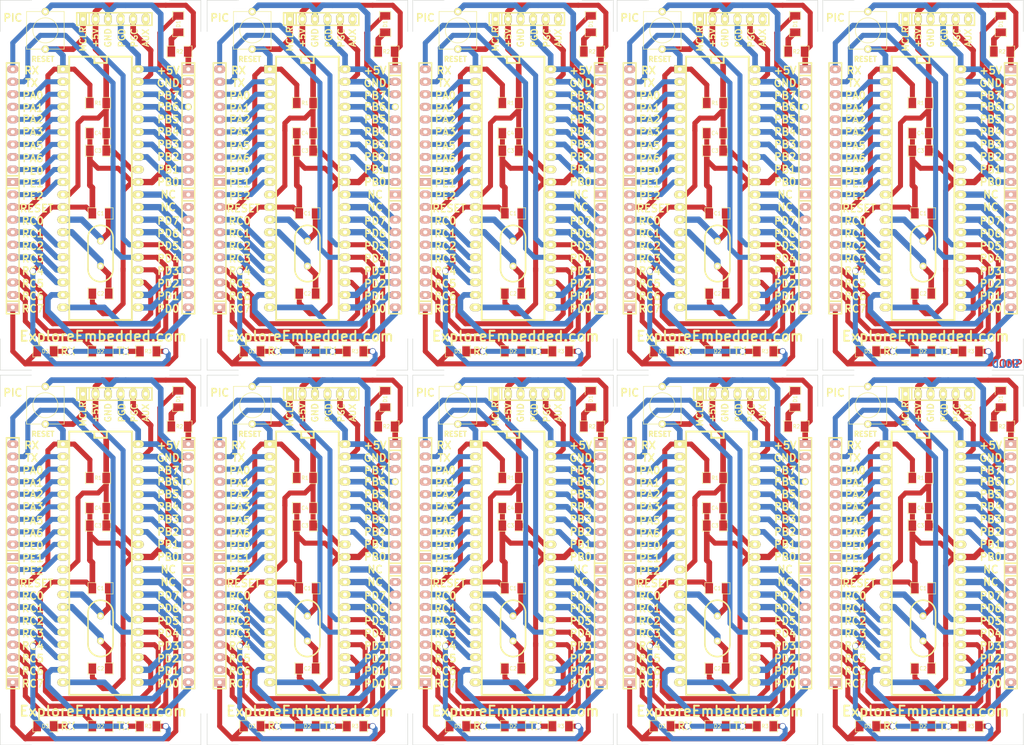
<source format=kicad_pcb>
(kicad_pcb (version 3) (host pcbnew "(2013-07-07 BZR 4022)-stable")
  (layers (15 F.Cu signal) (0 B.Cu signal) (18 B.Paste user) (19 F.Paste user) (20 B.SilkS user) (21 F.SilkS user) (22 B.Mask user) (23 F.Mask user) (28 Edge.Cuts user))
  (net 0 "")
  (net 1 /+5V)
  (net 2 /D6/PGC)
  (net 3 /D7/PGD)
  (net 4 /MCLR)
  (net 5 /PE2)
  (net 6 /RX)
  (net 7 /TX)
  (net 8 GND)
  (net 9 N-000001)
  (net 10 N-0000010)
  (net 11 N-0000011)
  (net 12 N-0000012)
  (net 13 N-0000013)
  (net 14 N-0000014)
  (net 15 N-0000015)
  (net 16 N-0000016)
  (net 17 N-0000017)
  (net 18 N-0000018)
  (net 19 N-0000019)
  (net 20 N-000002)
  (net 21 N-0000022)
  (net 22 N-0000024)
  (net 23 N-0000026)
  (net 24 N-0000027)
  (net 25 N-0000028)
  (net 26 N-0000029)
  (net 27 N-000003)
  (net 28 N-0000030)
  (net 29 N-0000031)
  (net 30 N-0000032)
  (net 31 N-0000033)
  (net 32 N-0000036)
  (net 33 N-0000038)
  (net 34 N-0000039)
  (net 35 N-000004)
  (net 36 N-0000040)
  (net 37 N-0000041)
  (net 38 N-000005)
  (net 39 N-000006)
  (net 40 N-000009)
  (module SW_PB_2pin_xl (layer F.Cu) (at 234.95 69.342 90)
    (fp_text reference SW1 hide)
    (fp_text value rst hide)
    (pad 1 thru_hole circle (at -3.81 -0.01016 90) (size 1.5 1.5) (drill 0.8128) (layers *.Cu *.Mask F.SilkS) (net 4 /MCLR))
    (pad 2 thru_hole circle (at 3.79984 0 90) (size 1.5 1.5) (drill 0.8128) (layers *.Cu *.Mask F.SilkS) (net 8 GND))
  )
  (module SM1206 (layer F.Cu) (at 245.618 84.074)
    (fp_text reference R1 (at 0 0) (layer F.SilkS) (effects (font (size 0.762 0.762) (thickness 0.127))))
    (fp_text value 10K hide)
    (pad 1 smd rect (at -1.651 0) (size 1.524 2.032) (layers F.Cu F.Paste F.Mask) (net 4 /MCLR))
    (pad 2 smd rect (at 1.651 0) (size 1.524 2.032) (layers F.Cu F.Paste F.Mask) (net 1 /+5V))
  )
  (module SM1206 (layer F.Cu) (at 246.126 106.426)
    (fp_text reference C1 (at 0 0) (layer F.SilkS) (effects (font (size 0.762 0.762) (thickness 0.127))))
    (fp_text value 22pF hide)
    (pad 1 smd rect (at -1.651 0) (size 1.524 2.032) (layers F.Cu F.Paste F.Mask) (net 8 GND))
    (pad 2 smd rect (at 1.651 0) (size 1.524 2.032) (layers F.Cu F.Paste F.Mask) (net 37 N-0000041))
  )
  (module SM1206 (layer F.Cu) (at 246.126 122.682)
    (fp_text reference C2 (at 0 0) (layer F.SilkS) (effects (font (size 0.762 0.762) (thickness 0.127))))
    (fp_text value 22pF hide)
    (pad 1 smd rect (at -1.651 0) (size 1.524 2.032) (layers F.Cu F.Paste F.Mask) (net 8 GND))
    (pad 2 smd rect (at 1.651 0) (size 1.524 2.032) (layers F.Cu F.Paste F.Mask) (net 36 N-0000040))
  )
  (module SM1206 (layer F.Cu) (at 245.618 93.726)
    (fp_text reference C3 (at 0 0) (layer F.SilkS) (effects (font (size 0.762 0.762) (thickness 0.127))))
    (fp_text value 0.1uF hide)
    (pad 1 smd rect (at -1.651 0) (size 1.524 2.032) (layers F.Cu F.Paste F.Mask) (net 8 GND))
    (pad 2 smd rect (at 1.651 0) (size 1.524 2.032) (layers F.Cu F.Paste F.Mask) (net 1 /+5V))
  )
  (module SM1206 (layer F.Cu) (at 245.618 90.17)
    (fp_text reference C4 (at 0 0) (layer F.SilkS) (effects (font (size 0.762 0.762) (thickness 0.127))))
    (fp_text value 0.1uF hide)
    (pad 1 smd rect (at -1.651 0) (size 1.524 2.032) (layers F.Cu F.Paste F.Mask) (net 8 GND))
    (pad 2 smd rect (at 1.651 0) (size 1.524 2.032) (layers F.Cu F.Paste F.Mask) (net 1 /+5V))
  )
  (module SIL-6 (layer F.Cu) (at 248.92 67.056)
    (fp_text reference P6 hide)
    (fp_text value ICSP hide)
    (pad 1 thru_hole rect (at -6.35 0) (size 1.5748 2.286) (drill 0.8128) (layers *.Cu *.Mask F.SilkS) (net 4 /MCLR))
    (pad 2 thru_hole oval (at -3.81 0) (size 1.5748 2.286) (drill 0.8128) (layers *.Cu *.Mask F.SilkS) (net 1 /+5V))
    (pad 3 thru_hole oval (at -1.27 0) (size 1.5748 2.286) (drill 0.8128) (layers *.Cu *.Mask F.SilkS) (net 8 GND))
    (pad 4 thru_hole oval (at 1.27 0) (size 1.5748 2.286) (drill 0.8128) (layers *.Cu *.Mask F.SilkS) (net 3 /D7/PGD))
    (pad 5 thru_hole oval (at 3.81 0) (size 1.5748 2.286) (drill 0.8128) (layers *.Cu *.Mask F.SilkS) (net 2 /D6/PGC))
    (pad 6 thru_hole oval (at 6.35 0) (size 1.5748 2.286) (drill 0.8128) (layers *.Cu *.Mask F.SilkS))
  )
  (module SIL-10 (layer F.Cu) (at 228.346 88.646 90)
    (fp_text reference P1 hide)
    (fp_text value CONN_10 hide)
    (pad 1 thru_hole rect (at -11.43 0 90) (size 1.5748 2.286) (drill 0.8128) (layers *.Cu *.Mask B.SilkS) (net 33 N-0000038))
    (pad 2 thru_hole oval (at -8.89 0 90) (size 1.5748 2.286) (drill 0.8128) (layers *.Cu *.Mask B.SilkS) (net 34 N-0000039))
    (pad 3 thru_hole oval (at -6.35 0 90) (size 1.5748 2.286) (drill 0.8128) (layers *.Cu *.Mask B.SilkS) (net 14 N-0000014))
    (pad 4 thru_hole oval (at -3.81 0 90) (size 1.5748 2.286) (drill 0.8128) (layers *.Cu *.Mask B.SilkS) (net 15 N-0000015))
    (pad 5 thru_hole oval (at -1.27 0 90) (size 1.5748 2.286) (drill 0.8128) (layers *.Cu *.Mask B.SilkS) (net 16 N-0000016))
    (pad 6 thru_hole oval (at 1.27 0 90) (size 1.5748 2.286) (drill 0.8128) (layers *.Cu *.Mask B.SilkS) (net 17 N-0000017))
    (pad 7 thru_hole oval (at 3.81 0 90) (size 1.5748 2.286) (drill 0.8128) (layers *.Cu *.Mask B.SilkS) (net 18 N-0000018))
    (pad 8 thru_hole oval (at 6.35 0 90) (size 1.5748 2.286) (drill 0.8128) (layers *.Cu *.Mask B.SilkS) (net 32 N-0000036))
    (pad 9 thru_hole oval (at 8.89 0 90) (size 1.5748 2.286) (drill 0.8128) (layers *.Cu *.Mask B.SilkS) (net 7 /TX))
    (pad 10 thru_hole oval (at 11.43 0 90) (size 1.5748 2.286) (drill 0.8128) (layers *.Cu *.Mask B.SilkS) (net 6 /RX))
  )
  (module SIL-10 (layer F.Cu) (at 228.346 114.046 90)
    (fp_text reference P2 hide)
    (fp_text value CONN_10 hide)
    (pad 1 thru_hole rect (at -11.43 0 90) (size 1.5748 2.286) (drill 0.8128) (layers *.Cu *.Mask B.SilkS) (net 6 /RX))
    (pad 2 thru_hole oval (at -8.89 0 90) (size 1.5748 2.286) (drill 0.8128) (layers *.Cu *.Mask B.SilkS) (net 7 /TX))
    (pad 3 thru_hole oval (at -6.35 0 90) (size 1.5748 2.286) (drill 0.8128) (layers *.Cu *.Mask B.SilkS) (net 9 N-000001))
    (pad 4 thru_hole oval (at -3.81 0 90) (size 1.5748 2.286) (drill 0.8128) (layers *.Cu *.Mask B.SilkS) (net 39 N-000006))
    (pad 5 thru_hole oval (at -1.27 0 90) (size 1.5748 2.286) (drill 0.8128) (layers *.Cu *.Mask B.SilkS) (net 38 N-000005))
    (pad 6 thru_hole oval (at 1.27 0 90) (size 1.5748 2.286) (drill 0.8128) (layers *.Cu *.Mask B.SilkS) (net 35 N-000004))
    (pad 7 thru_hole oval (at 3.81 0 90) (size 1.5748 2.286) (drill 0.8128) (layers *.Cu *.Mask B.SilkS) (net 27 N-000003))
    (pad 8 thru_hole oval (at 6.35 0 90) (size 1.5748 2.286) (drill 0.8128) (layers *.Cu *.Mask B.SilkS) (net 20 N-000002))
    (pad 9 thru_hole oval (at 8.89 0 90) (size 1.5748 2.286) (drill 0.8128) (layers *.Cu *.Mask B.SilkS) (net 4 /MCLR))
    (pad 10 thru_hole oval (at 11.43 0 90) (size 1.5748 2.286) (drill 0.8128) (layers *.Cu *.Mask B.SilkS) (net 5 /PE2))
  )
  (module SIL-10 (layer F.Cu) (at 263.906 114.046 270)
    (fp_text reference P4 hide)
    (fp_text value CONN_10 hide)
    (pad 1 thru_hole rect (at -11.43 0 270) (size 1.5748 2.286) (drill 0.8128) (layers *.Cu *.Mask B.SilkS))
    (pad 2 thru_hole oval (at -8.89 0 270) (size 1.5748 2.286) (drill 0.8128) (layers *.Cu *.Mask B.SilkS))
    (pad 3 thru_hole oval (at -6.35 0 270) (size 1.5748 2.286) (drill 0.8128) (layers *.Cu *.Mask B.SilkS) (net 40 N-000009))
    (pad 4 thru_hole oval (at -3.81 0 270) (size 1.5748 2.286) (drill 0.8128) (layers *.Cu *.Mask B.SilkS) (net 10 N-0000010))
    (pad 5 thru_hole oval (at -1.27 0 270) (size 1.5748 2.286) (drill 0.8128) (layers *.Cu *.Mask B.SilkS) (net 11 N-0000011))
    (pad 6 thru_hole oval (at 1.27 0 270) (size 1.5748 2.286) (drill 0.8128) (layers *.Cu *.Mask B.SilkS) (net 12 N-0000012))
    (pad 7 thru_hole oval (at 3.81 0 270) (size 1.5748 2.286) (drill 0.8128) (layers *.Cu *.Mask B.SilkS) (net 13 N-0000013))
    (pad 8 thru_hole oval (at 6.35 0 270) (size 1.5748 2.286) (drill 0.8128) (layers *.Cu *.Mask B.SilkS) (net 19 N-0000019))
    (pad 9 thru_hole oval (at 8.89 0 270) (size 1.5748 2.286) (drill 0.8128) (layers *.Cu *.Mask B.SilkS) (net 23 N-0000026))
    (pad 10 thru_hole oval (at 11.43 0 270) (size 1.5748 2.286) (drill 0.8128) (layers *.Cu *.Mask B.SilkS) (net 24 N-0000027))
  )
  (module SIL-10 (layer F.Cu) (at 263.906 88.646 270)
    (fp_text reference P3 hide)
    (fp_text value CONN_10 hide)
    (pad 1 thru_hole rect (at -11.43 0 270) (size 1.5748 2.286) (drill 0.8128) (layers *.Cu *.Mask B.SilkS) (net 1 /+5V))
    (pad 2 thru_hole oval (at -8.89 0 270) (size 1.5748 2.286) (drill 0.8128) (layers *.Cu *.Mask B.SilkS) (net 8 GND))
    (pad 3 thru_hole oval (at -6.35 0 270) (size 1.5748 2.286) (drill 0.8128) (layers *.Cu *.Mask B.SilkS) (net 3 /D7/PGD))
    (pad 4 thru_hole circle (at -3.81 0 270) (size 1.397 1.397) (drill 0.8128) (layers *.Cu *.Mask F.SilkS) (net 2 /D6/PGC))
    (pad 5 thru_hole oval (at -1.27 0 270) (size 1.5748 2.286) (drill 0.8128) (layers *.Cu *.Mask B.SilkS) (net 25 N-0000028))
    (pad 6 thru_hole oval (at 1.27 0 270) (size 1.5748 2.286) (drill 0.8128) (layers *.Cu *.Mask B.SilkS) (net 26 N-0000029))
    (pad 7 thru_hole oval (at 3.81 0 270) (size 1.5748 2.286) (drill 0.8128) (layers *.Cu *.Mask B.SilkS) (net 28 N-0000030))
    (pad 8 thru_hole oval (at 6.35 0 270) (size 1.5748 2.286) (drill 0.8128) (layers *.Cu *.Mask B.SilkS) (net 29 N-0000031))
    (pad 9 thru_hole oval (at 8.89 0 270) (size 1.5748 2.286) (drill 0.8128) (layers *.Cu *.Mask B.SilkS) (net 30 N-0000032))
    (pad 10 thru_hole oval (at 11.43 0 270) (size 1.5748 2.286) (drill 0.8128) (layers *.Cu *.Mask B.SilkS) (net 31 N-0000033))
  )
  (module HC-49V (layer F.Cu) (at 246.126 114.554 90)
    (fp_text reference X1 hide)
    (fp_text value 20Mhz hide)
    (pad 1 thru_hole circle (at -2.54 0 90) (size 1.4224 1.4224) (drill 0.762) (layers *.Cu *.Mask F.SilkS) (net 36 N-0000040))
    (pad 2 thru_hole circle (at 2.54 0 90) (size 1.4224 1.4224) (drill 0.762) (layers *.Cu *.Mask F.SilkS) (net 37 N-0000041))
  )
  (module DIP-40__600_ELL (layer F.Cu) (at 246.126 101.346 270)
    (fp_text reference U1 hide)
    (fp_text value 16F877A hide)
    (pad 1 thru_hole rect (at -24.13 7.62 270) (size 1.5748 2.286) (drill 0.8128) (layers *.Cu *.Mask F.SilkS) (net 4 /MCLR))
    (pad 2 thru_hole oval (at -21.59 7.62 270) (size 1.5748 2.286) (drill 0.8128) (layers *.Cu *.Mask F.SilkS) (net 32 N-0000036))
    (pad 3 thru_hole oval (at -19.05 7.62 270) (size 1.5748 2.286) (drill 0.8128) (layers *.Cu *.Mask F.SilkS) (net 18 N-0000018))
    (pad 4 thru_hole oval (at -16.51 7.62 270) (size 1.5748 2.286) (drill 0.8128) (layers *.Cu *.Mask F.SilkS) (net 17 N-0000017))
    (pad 5 thru_hole oval (at -13.97 7.62 270) (size 1.5748 2.286) (drill 0.8128) (layers *.Cu *.Mask F.SilkS) (net 16 N-0000016))
    (pad 6 thru_hole oval (at -11.43 7.62 270) (size 1.5748 2.286) (drill 0.8128) (layers *.Cu *.Mask F.SilkS) (net 15 N-0000015))
    (pad 7 thru_hole oval (at -8.89 7.62 270) (size 1.5748 2.286) (drill 0.8128) (layers *.Cu *.Mask F.SilkS) (net 14 N-0000014))
    (pad 8 thru_hole oval (at -6.35 7.62 270) (size 1.5748 2.286) (drill 0.8128) (layers *.Cu *.Mask F.SilkS) (net 34 N-0000039))
    (pad 9 thru_hole oval (at -3.81 7.62 270) (size 1.5748 2.286) (drill 0.8128) (layers *.Cu *.Mask F.SilkS) (net 33 N-0000038))
    (pad 10 thru_hole oval (at -1.27 7.62 270) (size 1.5748 2.286) (drill 0.8128) (layers *.Cu *.Mask F.SilkS) (net 5 /PE2))
    (pad 11 thru_hole oval (at 1.27 7.62 270) (size 1.5748 2.286) (drill 0.8128) (layers *.Cu *.Mask F.SilkS) (net 1 /+5V))
    (pad 12 thru_hole oval (at 3.81 7.62 270) (size 1.5748 2.286) (drill 0.8128) (layers *.Cu *.Mask F.SilkS) (net 8 GND))
    (pad 13 thru_hole oval (at 6.35 7.62 270) (size 1.5748 2.286) (drill 0.8128) (layers *.Cu *.Mask F.SilkS) (net 37 N-0000041))
    (pad 14 thru_hole oval (at 8.89 7.62 270) (size 1.5748 2.286) (drill 0.8128) (layers *.Cu *.Mask F.SilkS) (net 36 N-0000040))
    (pad 15 thru_hole oval (at 11.43 7.62 270) (size 1.5748 2.286) (drill 0.8128) (layers *.Cu *.Mask F.SilkS) (net 20 N-000002))
    (pad 16 thru_hole oval (at 13.97 7.62 270) (size 1.5748 2.286) (drill 0.8128) (layers *.Cu *.Mask F.SilkS) (net 27 N-000003))
    (pad 17 thru_hole oval (at 16.51 7.62 270) (size 1.5748 2.286) (drill 0.8128) (layers *.Cu *.Mask F.SilkS) (net 35 N-000004))
    (pad 18 thru_hole oval (at 19.05 7.62 270) (size 1.5748 2.286) (drill 0.8128) (layers *.Cu *.Mask F.SilkS) (net 38 N-000005))
    (pad 19 thru_hole oval (at 21.59 7.62 270) (size 1.5748 2.286) (drill 0.8128) (layers *.Cu *.Mask F.SilkS) (net 24 N-0000027))
    (pad 20 thru_hole oval (at 24.13 7.62 270) (size 1.5748 2.286) (drill 0.8128) (layers *.Cu *.Mask F.SilkS) (net 23 N-0000026))
    (pad 21 thru_hole oval (at 24.13 -7.62 270) (size 1.5748 2.286) (drill 0.8128) (layers *.Cu *.Mask F.SilkS) (net 19 N-0000019))
    (pad 22 thru_hole oval (at 21.59 -7.62 270) (size 1.5748 2.286) (drill 0.8128) (layers *.Cu *.Mask F.SilkS) (net 13 N-0000013))
    (pad 23 thru_hole oval (at 19.05 -7.62 270) (size 1.5748 2.286) (drill 0.8128) (layers *.Cu *.Mask F.SilkS) (net 39 N-000006))
    (pad 24 thru_hole oval (at 16.51 -7.62 270) (size 1.5748 2.286) (drill 0.8128) (layers *.Cu *.Mask F.SilkS) (net 9 N-000001))
    (pad 25 thru_hole oval (at 13.97 -7.62 270) (size 1.5748 2.286) (drill 0.8128) (layers *.Cu *.Mask F.SilkS) (net 7 /TX))
    (pad 26 thru_hole oval (at 11.43 -7.62 270) (size 1.5748 2.286) (drill 0.8128) (layers *.Cu *.Mask F.SilkS) (net 6 /RX))
    (pad 27 thru_hole oval (at 8.89 -7.62 270) (size 1.5748 2.286) (drill 0.8128) (layers *.Cu *.Mask F.SilkS) (net 12 N-0000012))
    (pad 28 thru_hole oval (at 6.35 -7.62 270) (size 1.5748 2.286) (drill 0.8128) (layers *.Cu *.Mask F.SilkS) (net 11 N-0000011))
    (pad 29 thru_hole oval (at 3.81 -7.62 270) (size 1.5748 2.286) (drill 0.8128) (layers *.Cu *.Mask F.SilkS) (net 10 N-0000010))
    (pad 30 thru_hole oval (at 1.27 -7.62 270) (size 1.5748 2.286) (drill 0.8128) (layers *.Cu *.Mask F.SilkS) (net 40 N-000009))
    (pad 31 thru_hole oval (at -1.27 -7.62 270) (size 1.5748 2.286) (drill 0.8128) (layers *.Cu *.Mask F.SilkS) (net 8 GND))
    (pad 32 thru_hole oval (at -3.81 -7.62 270) (size 1.5748 2.286) (drill 0.8128) (layers *.Cu *.Mask F.SilkS) (net 1 /+5V))
    (pad 33 thru_hole oval (at -6.35 -7.62 270) (size 1.5748 2.286) (drill 0.8128) (layers *.Cu *.Mask F.SilkS) (net 31 N-0000033))
    (pad 34 thru_hole oval (at -8.89 -7.62 270) (size 1.5748 2.286) (drill 0.8128) (layers *.Cu *.Mask F.SilkS) (net 30 N-0000032))
    (pad 35 thru_hole oval (at -11.43 -7.62 270) (size 1.5748 2.286) (drill 0.8128) (layers *.Cu *.Mask F.SilkS) (net 29 N-0000031))
    (pad 36 thru_hole oval (at -13.97 -7.62 270) (size 1.5748 2.286) (drill 0.8128) (layers *.Cu *.Mask F.SilkS) (net 28 N-0000030))
    (pad 37 thru_hole oval (at -16.51 -7.62 270) (size 1.5748 2.286) (drill 0.8128) (layers *.Cu *.Mask F.SilkS) (net 26 N-0000029))
    (pad 38 thru_hole oval (at -19.05 -7.62 270) (size 1.5748 2.286) (drill 0.8128) (layers *.Cu *.Mask F.SilkS) (net 25 N-0000028))
    (pad 39 thru_hole oval (at -21.59 -7.62 270) (size 1.5748 2.286) (drill 0.8128) (layers *.Cu *.Mask F.SilkS) (net 2 /D6/PGC))
    (pad 40 thru_hole oval (at -24.13 -7.62 270) (size 1.5748 2.286) (drill 0.8128) (layers *.Cu *.Mask F.SilkS) (net 3 /D7/PGD))
  )
  (module SM1206 (layer F.Cu) (at 262.128 73.66 180)
    (fp_text reference R2 (at 0 0 180) (layer F.SilkS) (effects (font (size 0.762 0.762) (thickness 0.127))))
    (fp_text value R hide)
    (pad 1 smd rect (at -1.651 0 180) (size 1.524 2.032) (layers F.Cu F.Paste F.Mask) (net 1 /+5V))
    (pad 2 smd rect (at 1.651 0 180) (size 1.524 2.032) (layers F.Cu F.Paste F.Mask) (net 21 N-0000022))
  )
  (module SM1206 (layer F.Cu) (at 261.874 68.072 90)
    (fp_text reference D1 (at 0 0 90) (layer F.SilkS) (effects (font (size 0.762 0.762) (thickness 0.127))))
    (fp_text value LED hide)
    (pad 1 smd rect (at -1.651 0 90) (size 1.524 2.032) (layers F.Cu F.Paste F.Mask) (net 21 N-0000022))
    (pad 2 smd rect (at 1.651 0 90) (size 1.524 2.032) (layers F.Cu F.Paste F.Mask) (net 8 GND))
  )
  (module SM1206 (layer F.Cu) (at 246.126 134.366)
    (fp_text reference D2 (at 0 0) (layer F.SilkS) (effects (font (size 0.762 0.762) (thickness 0.127))))
    (fp_text value LED hide)
    (pad 1 smd rect (at -1.651 0) (size 1.524 2.032) (layers F.Cu F.Paste F.Mask) (net 7 /TX))
    (pad 2 smd rect (at 1.651 0) (size 1.524 2.032) (layers F.Cu F.Paste F.Mask) (net 22 N-0000024))
  )
  (module SM1206 (layer F.Cu) (at 234.95 134.366)
    (fp_text reference D3 (at 0 0) (layer F.SilkS) (effects (font (size 0.762 0.762) (thickness 0.127))))
    (fp_text value LED hide)
    (pad 1 smd rect (at -1.651 0) (size 1.524 2.032) (layers F.Cu F.Paste F.Mask) (net 6 /RX))
    (pad 2 smd rect (at 1.651 0) (size 1.524 2.032) (layers F.Cu F.Paste F.Mask) (net 22 N-0000024))
  )
  (module SM1206 (layer F.Cu) (at 255.778 134.366)
    (fp_text reference R3 (at 0 0) (layer F.SilkS) (effects (font (size 0.762 0.762) (thickness 0.127))))
    (fp_text value R hide)
    (pad 1 smd rect (at -1.651 0) (size 1.524 2.032) (layers F.Cu F.Paste F.Mask) (net 22 N-0000024))
    (pad 2 smd rect (at 1.651 0) (size 1.524 2.032) (layers F.Cu F.Paste F.Mask) (net 8 GND))
  )
  (module SW_PB_2pin_xl (layer F.Cu) (at 276.606 69.342 90)
    (fp_text reference SW1 hide)
    (fp_text value rst hide)
    (pad 1 thru_hole circle (at -3.81 -0.01016 90) (size 1.5 1.5) (drill 0.8128) (layers *.Cu *.Mask F.SilkS) (net 4 /MCLR))
    (pad 2 thru_hole circle (at 3.79984 0 90) (size 1.5 1.5) (drill 0.8128) (layers *.Cu *.Mask F.SilkS) (net 8 GND))
  )
  (module SM1206 (layer F.Cu) (at 287.274 84.074)
    (fp_text reference R1 (at 0 0) (layer F.SilkS) (effects (font (size 0.762 0.762) (thickness 0.127))))
    (fp_text value 10K hide)
    (pad 1 smd rect (at -1.651 0) (size 1.524 2.032) (layers F.Cu F.Paste F.Mask) (net 4 /MCLR))
    (pad 2 smd rect (at 1.651 0) (size 1.524 2.032) (layers F.Cu F.Paste F.Mask) (net 1 /+5V))
  )
  (module SM1206 (layer F.Cu) (at 287.782 106.426)
    (fp_text reference C1 (at 0 0) (layer F.SilkS) (effects (font (size 0.762 0.762) (thickness 0.127))))
    (fp_text value 22pF hide)
    (pad 1 smd rect (at -1.651 0) (size 1.524 2.032) (layers F.Cu F.Paste F.Mask) (net 8 GND))
    (pad 2 smd rect (at 1.651 0) (size 1.524 2.032) (layers F.Cu F.Paste F.Mask) (net 37 N-0000041))
  )
  (module SM1206 (layer F.Cu) (at 287.782 122.682)
    (fp_text reference C2 (at 0 0) (layer F.SilkS) (effects (font (size 0.762 0.762) (thickness 0.127))))
    (fp_text value 22pF hide)
    (pad 1 smd rect (at -1.651 0) (size 1.524 2.032) (layers F.Cu F.Paste F.Mask) (net 8 GND))
    (pad 2 smd rect (at 1.651 0) (size 1.524 2.032) (layers F.Cu F.Paste F.Mask) (net 36 N-0000040))
  )
  (module SM1206 (layer F.Cu) (at 287.274 93.726)
    (fp_text reference C3 (at 0 0) (layer F.SilkS) (effects (font (size 0.762 0.762) (thickness 0.127))))
    (fp_text value 0.1uF hide)
    (pad 1 smd rect (at -1.651 0) (size 1.524 2.032) (layers F.Cu F.Paste F.Mask) (net 8 GND))
    (pad 2 smd rect (at 1.651 0) (size 1.524 2.032) (layers F.Cu F.Paste F.Mask) (net 1 /+5V))
  )
  (module SM1206 (layer F.Cu) (at 287.274 90.17)
    (fp_text reference C4 (at 0 0) (layer F.SilkS) (effects (font (size 0.762 0.762) (thickness 0.127))))
    (fp_text value 0.1uF hide)
    (pad 1 smd rect (at -1.651 0) (size 1.524 2.032) (layers F.Cu F.Paste F.Mask) (net 8 GND))
    (pad 2 smd rect (at 1.651 0) (size 1.524 2.032) (layers F.Cu F.Paste F.Mask) (net 1 /+5V))
  )
  (module SIL-6 (layer F.Cu) (at 290.576 67.056)
    (fp_text reference P6 hide)
    (fp_text value ICSP hide)
    (pad 1 thru_hole rect (at -6.35 0) (size 1.5748 2.286) (drill 0.8128) (layers *.Cu *.Mask F.SilkS) (net 4 /MCLR))
    (pad 2 thru_hole oval (at -3.81 0) (size 1.5748 2.286) (drill 0.8128) (layers *.Cu *.Mask F.SilkS) (net 1 /+5V))
    (pad 3 thru_hole oval (at -1.27 0) (size 1.5748 2.286) (drill 0.8128) (layers *.Cu *.Mask F.SilkS) (net 8 GND))
    (pad 4 thru_hole oval (at 1.27 0) (size 1.5748 2.286) (drill 0.8128) (layers *.Cu *.Mask F.SilkS) (net 3 /D7/PGD))
    (pad 5 thru_hole oval (at 3.81 0) (size 1.5748 2.286) (drill 0.8128) (layers *.Cu *.Mask F.SilkS) (net 2 /D6/PGC))
    (pad 6 thru_hole oval (at 6.35 0) (size 1.5748 2.286) (drill 0.8128) (layers *.Cu *.Mask F.SilkS))
  )
  (module SIL-10 (layer F.Cu) (at 270.002 88.646 90)
    (fp_text reference P1 hide)
    (fp_text value CONN_10 hide)
    (pad 1 thru_hole rect (at -11.43 0 90) (size 1.5748 2.286) (drill 0.8128) (layers *.Cu *.Mask B.SilkS) (net 33 N-0000038))
    (pad 2 thru_hole oval (at -8.89 0 90) (size 1.5748 2.286) (drill 0.8128) (layers *.Cu *.Mask B.SilkS) (net 34 N-0000039))
    (pad 3 thru_hole oval (at -6.35 0 90) (size 1.5748 2.286) (drill 0.8128) (layers *.Cu *.Mask B.SilkS) (net 14 N-0000014))
    (pad 4 thru_hole oval (at -3.81 0 90) (size 1.5748 2.286) (drill 0.8128) (layers *.Cu *.Mask B.SilkS) (net 15 N-0000015))
    (pad 5 thru_hole oval (at -1.27 0 90) (size 1.5748 2.286) (drill 0.8128) (layers *.Cu *.Mask B.SilkS) (net 16 N-0000016))
    (pad 6 thru_hole oval (at 1.27 0 90) (size 1.5748 2.286) (drill 0.8128) (layers *.Cu *.Mask B.SilkS) (net 17 N-0000017))
    (pad 7 thru_hole oval (at 3.81 0 90) (size 1.5748 2.286) (drill 0.8128) (layers *.Cu *.Mask B.SilkS) (net 18 N-0000018))
    (pad 8 thru_hole oval (at 6.35 0 90) (size 1.5748 2.286) (drill 0.8128) (layers *.Cu *.Mask B.SilkS) (net 32 N-0000036))
    (pad 9 thru_hole oval (at 8.89 0 90) (size 1.5748 2.286) (drill 0.8128) (layers *.Cu *.Mask B.SilkS) (net 7 /TX))
    (pad 10 thru_hole oval (at 11.43 0 90) (size 1.5748 2.286) (drill 0.8128) (layers *.Cu *.Mask B.SilkS) (net 6 /RX))
  )
  (module SIL-10 (layer F.Cu) (at 270.002 114.046 90)
    (fp_text reference P2 hide)
    (fp_text value CONN_10 hide)
    (pad 1 thru_hole rect (at -11.43 0 90) (size 1.5748 2.286) (drill 0.8128) (layers *.Cu *.Mask B.SilkS) (net 6 /RX))
    (pad 2 thru_hole oval (at -8.89 0 90) (size 1.5748 2.286) (drill 0.8128) (layers *.Cu *.Mask B.SilkS) (net 7 /TX))
    (pad 3 thru_hole oval (at -6.35 0 90) (size 1.5748 2.286) (drill 0.8128) (layers *.Cu *.Mask B.SilkS) (net 9 N-000001))
    (pad 4 thru_hole oval (at -3.81 0 90) (size 1.5748 2.286) (drill 0.8128) (layers *.Cu *.Mask B.SilkS) (net 39 N-000006))
    (pad 5 thru_hole oval (at -1.27 0 90) (size 1.5748 2.286) (drill 0.8128) (layers *.Cu *.Mask B.SilkS) (net 38 N-000005))
    (pad 6 thru_hole oval (at 1.27 0 90) (size 1.5748 2.286) (drill 0.8128) (layers *.Cu *.Mask B.SilkS) (net 35 N-000004))
    (pad 7 thru_hole oval (at 3.81 0 90) (size 1.5748 2.286) (drill 0.8128) (layers *.Cu *.Mask B.SilkS) (net 27 N-000003))
    (pad 8 thru_hole oval (at 6.35 0 90) (size 1.5748 2.286) (drill 0.8128) (layers *.Cu *.Mask B.SilkS) (net 20 N-000002))
    (pad 9 thru_hole oval (at 8.89 0 90) (size 1.5748 2.286) (drill 0.8128) (layers *.Cu *.Mask B.SilkS) (net 4 /MCLR))
    (pad 10 thru_hole oval (at 11.43 0 90) (size 1.5748 2.286) (drill 0.8128) (layers *.Cu *.Mask B.SilkS) (net 5 /PE2))
  )
  (module SIL-10 (layer F.Cu) (at 305.562 114.046 270)
    (fp_text reference P4 hide)
    (fp_text value CONN_10 hide)
    (pad 1 thru_hole rect (at -11.43 0 270) (size 1.5748 2.286) (drill 0.8128) (layers *.Cu *.Mask B.SilkS))
    (pad 2 thru_hole oval (at -8.89 0 270) (size 1.5748 2.286) (drill 0.8128) (layers *.Cu *.Mask B.SilkS))
    (pad 3 thru_hole oval (at -6.35 0 270) (size 1.5748 2.286) (drill 0.8128) (layers *.Cu *.Mask B.SilkS) (net 40 N-000009))
    (pad 4 thru_hole oval (at -3.81 0 270) (size 1.5748 2.286) (drill 0.8128) (layers *.Cu *.Mask B.SilkS) (net 10 N-0000010))
    (pad 5 thru_hole oval (at -1.27 0 270) (size 1.5748 2.286) (drill 0.8128) (layers *.Cu *.Mask B.SilkS) (net 11 N-0000011))
    (pad 6 thru_hole oval (at 1.27 0 270) (size 1.5748 2.286) (drill 0.8128) (layers *.Cu *.Mask B.SilkS) (net 12 N-0000012))
    (pad 7 thru_hole oval (at 3.81 0 270) (size 1.5748 2.286) (drill 0.8128) (layers *.Cu *.Mask B.SilkS) (net 13 N-0000013))
    (pad 8 thru_hole oval (at 6.35 0 270) (size 1.5748 2.286) (drill 0.8128) (layers *.Cu *.Mask B.SilkS) (net 19 N-0000019))
    (pad 9 thru_hole oval (at 8.89 0 270) (size 1.5748 2.286) (drill 0.8128) (layers *.Cu *.Mask B.SilkS) (net 23 N-0000026))
    (pad 10 thru_hole oval (at 11.43 0 270) (size 1.5748 2.286) (drill 0.8128) (layers *.Cu *.Mask B.SilkS) (net 24 N-0000027))
  )
  (module SIL-10 (layer F.Cu) (at 305.562 88.646 270)
    (fp_text reference P3 hide)
    (fp_text value CONN_10 hide)
    (pad 1 thru_hole rect (at -11.43 0 270) (size 1.5748 2.286) (drill 0.8128) (layers *.Cu *.Mask B.SilkS) (net 1 /+5V))
    (pad 2 thru_hole oval (at -8.89 0 270) (size 1.5748 2.286) (drill 0.8128) (layers *.Cu *.Mask B.SilkS) (net 8 GND))
    (pad 3 thru_hole oval (at -6.35 0 270) (size 1.5748 2.286) (drill 0.8128) (layers *.Cu *.Mask B.SilkS) (net 3 /D7/PGD))
    (pad 4 thru_hole circle (at -3.81 0 270) (size 1.397 1.397) (drill 0.8128) (layers *.Cu *.Mask F.SilkS) (net 2 /D6/PGC))
    (pad 5 thru_hole oval (at -1.27 0 270) (size 1.5748 2.286) (drill 0.8128) (layers *.Cu *.Mask B.SilkS) (net 25 N-0000028))
    (pad 6 thru_hole oval (at 1.27 0 270) (size 1.5748 2.286) (drill 0.8128) (layers *.Cu *.Mask B.SilkS) (net 26 N-0000029))
    (pad 7 thru_hole oval (at 3.81 0 270) (size 1.5748 2.286) (drill 0.8128) (layers *.Cu *.Mask B.SilkS) (net 28 N-0000030))
    (pad 8 thru_hole oval (at 6.35 0 270) (size 1.5748 2.286) (drill 0.8128) (layers *.Cu *.Mask B.SilkS) (net 29 N-0000031))
    (pad 9 thru_hole oval (at 8.89 0 270) (size 1.5748 2.286) (drill 0.8128) (layers *.Cu *.Mask B.SilkS) (net 30 N-0000032))
    (pad 10 thru_hole oval (at 11.43 0 270) (size 1.5748 2.286) (drill 0.8128) (layers *.Cu *.Mask B.SilkS) (net 31 N-0000033))
  )
  (module HC-49V (layer F.Cu) (at 287.782 114.554 90)
    (fp_text reference X1 hide)
    (fp_text value 20Mhz hide)
    (pad 1 thru_hole circle (at -2.54 0 90) (size 1.4224 1.4224) (drill 0.762) (layers *.Cu *.Mask F.SilkS) (net 36 N-0000040))
    (pad 2 thru_hole circle (at 2.54 0 90) (size 1.4224 1.4224) (drill 0.762) (layers *.Cu *.Mask F.SilkS) (net 37 N-0000041))
  )
  (module DIP-40__600_ELL (layer F.Cu) (at 287.782 101.346 270)
    (fp_text reference U1 hide)
    (fp_text value 16F877A hide)
    (pad 1 thru_hole rect (at -24.13 7.62 270) (size 1.5748 2.286) (drill 0.8128) (layers *.Cu *.Mask F.SilkS) (net 4 /MCLR))
    (pad 2 thru_hole oval (at -21.59 7.62 270) (size 1.5748 2.286) (drill 0.8128) (layers *.Cu *.Mask F.SilkS) (net 32 N-0000036))
    (pad 3 thru_hole oval (at -19.05 7.62 270) (size 1.5748 2.286) (drill 0.8128) (layers *.Cu *.Mask F.SilkS) (net 18 N-0000018))
    (pad 4 thru_hole oval (at -16.51 7.62 270) (size 1.5748 2.286) (drill 0.8128) (layers *.Cu *.Mask F.SilkS) (net 17 N-0000017))
    (pad 5 thru_hole oval (at -13.97 7.62 270) (size 1.5748 2.286) (drill 0.8128) (layers *.Cu *.Mask F.SilkS) (net 16 N-0000016))
    (pad 6 thru_hole oval (at -11.43 7.62 270) (size 1.5748 2.286) (drill 0.8128) (layers *.Cu *.Mask F.SilkS) (net 15 N-0000015))
    (pad 7 thru_hole oval (at -8.89 7.62 270) (size 1.5748 2.286) (drill 0.8128) (layers *.Cu *.Mask F.SilkS) (net 14 N-0000014))
    (pad 8 thru_hole oval (at -6.35 7.62 270) (size 1.5748 2.286) (drill 0.8128) (layers *.Cu *.Mask F.SilkS) (net 34 N-0000039))
    (pad 9 thru_hole oval (at -3.81 7.62 270) (size 1.5748 2.286) (drill 0.8128) (layers *.Cu *.Mask F.SilkS) (net 33 N-0000038))
    (pad 10 thru_hole oval (at -1.27 7.62 270) (size 1.5748 2.286) (drill 0.8128) (layers *.Cu *.Mask F.SilkS) (net 5 /PE2))
    (pad 11 thru_hole oval (at 1.27 7.62 270) (size 1.5748 2.286) (drill 0.8128) (layers *.Cu *.Mask F.SilkS) (net 1 /+5V))
    (pad 12 thru_hole oval (at 3.81 7.62 270) (size 1.5748 2.286) (drill 0.8128) (layers *.Cu *.Mask F.SilkS) (net 8 GND))
    (pad 13 thru_hole oval (at 6.35 7.62 270) (size 1.5748 2.286) (drill 0.8128) (layers *.Cu *.Mask F.SilkS) (net 37 N-0000041))
    (pad 14 thru_hole oval (at 8.89 7.62 270) (size 1.5748 2.286) (drill 0.8128) (layers *.Cu *.Mask F.SilkS) (net 36 N-0000040))
    (pad 15 thru_hole oval (at 11.43 7.62 270) (size 1.5748 2.286) (drill 0.8128) (layers *.Cu *.Mask F.SilkS) (net 20 N-000002))
    (pad 16 thru_hole oval (at 13.97 7.62 270) (size 1.5748 2.286) (drill 0.8128) (layers *.Cu *.Mask F.SilkS) (net 27 N-000003))
    (pad 17 thru_hole oval (at 16.51 7.62 270) (size 1.5748 2.286) (drill 0.8128) (layers *.Cu *.Mask F.SilkS) (net 35 N-000004))
    (pad 18 thru_hole oval (at 19.05 7.62 270) (size 1.5748 2.286) (drill 0.8128) (layers *.Cu *.Mask F.SilkS) (net 38 N-000005))
    (pad 19 thru_hole oval (at 21.59 7.62 270) (size 1.5748 2.286) (drill 0.8128) (layers *.Cu *.Mask F.SilkS) (net 24 N-0000027))
    (pad 20 thru_hole oval (at 24.13 7.62 270) (size 1.5748 2.286) (drill 0.8128) (layers *.Cu *.Mask F.SilkS) (net 23 N-0000026))
    (pad 21 thru_hole oval (at 24.13 -7.62 270) (size 1.5748 2.286) (drill 0.8128) (layers *.Cu *.Mask F.SilkS) (net 19 N-0000019))
    (pad 22 thru_hole oval (at 21.59 -7.62 270) (size 1.5748 2.286) (drill 0.8128) (layers *.Cu *.Mask F.SilkS) (net 13 N-0000013))
    (pad 23 thru_hole oval (at 19.05 -7.62 270) (size 1.5748 2.286) (drill 0.8128) (layers *.Cu *.Mask F.SilkS) (net 39 N-000006))
    (pad 24 thru_hole oval (at 16.51 -7.62 270) (size 1.5748 2.286) (drill 0.8128) (layers *.Cu *.Mask F.SilkS) (net 9 N-000001))
    (pad 25 thru_hole oval (at 13.97 -7.62 270) (size 1.5748 2.286) (drill 0.8128) (layers *.Cu *.Mask F.SilkS) (net 7 /TX))
    (pad 26 thru_hole oval (at 11.43 -7.62 270) (size 1.5748 2.286) (drill 0.8128) (layers *.Cu *.Mask F.SilkS) (net 6 /RX))
    (pad 27 thru_hole oval (at 8.89 -7.62 270) (size 1.5748 2.286) (drill 0.8128) (layers *.Cu *.Mask F.SilkS) (net 12 N-0000012))
    (pad 28 thru_hole oval (at 6.35 -7.62 270) (size 1.5748 2.286) (drill 0.8128) (layers *.Cu *.Mask F.SilkS) (net 11 N-0000011))
    (pad 29 thru_hole oval (at 3.81 -7.62 270) (size 1.5748 2.286) (drill 0.8128) (layers *.Cu *.Mask F.SilkS) (net 10 N-0000010))
    (pad 30 thru_hole oval (at 1.27 -7.62 270) (size 1.5748 2.286) (drill 0.8128) (layers *.Cu *.Mask F.SilkS) (net 40 N-000009))
    (pad 31 thru_hole oval (at -1.27 -7.62 270) (size 1.5748 2.286) (drill 0.8128) (layers *.Cu *.Mask F.SilkS) (net 8 GND))
    (pad 32 thru_hole oval (at -3.81 -7.62 270) (size 1.5748 2.286) (drill 0.8128) (layers *.Cu *.Mask F.SilkS) (net 1 /+5V))
    (pad 33 thru_hole oval (at -6.35 -7.62 270) (size 1.5748 2.286) (drill 0.8128) (layers *.Cu *.Mask F.SilkS) (net 31 N-0000033))
    (pad 34 thru_hole oval (at -8.89 -7.62 270) (size 1.5748 2.286) (drill 0.8128) (layers *.Cu *.Mask F.SilkS) (net 30 N-0000032))
    (pad 35 thru_hole oval (at -11.43 -7.62 270) (size 1.5748 2.286) (drill 0.8128) (layers *.Cu *.Mask F.SilkS) (net 29 N-0000031))
    (pad 36 thru_hole oval (at -13.97 -7.62 270) (size 1.5748 2.286) (drill 0.8128) (layers *.Cu *.Mask F.SilkS) (net 28 N-0000030))
    (pad 37 thru_hole oval (at -16.51 -7.62 270) (size 1.5748 2.286) (drill 0.8128) (layers *.Cu *.Mask F.SilkS) (net 26 N-0000029))
    (pad 38 thru_hole oval (at -19.05 -7.62 270) (size 1.5748 2.286) (drill 0.8128) (layers *.Cu *.Mask F.SilkS) (net 25 N-0000028))
    (pad 39 thru_hole oval (at -21.59 -7.62 270) (size 1.5748 2.286) (drill 0.8128) (layers *.Cu *.Mask F.SilkS) (net 2 /D6/PGC))
    (pad 40 thru_hole oval (at -24.13 -7.62 270) (size 1.5748 2.286) (drill 0.8128) (layers *.Cu *.Mask F.SilkS) (net 3 /D7/PGD))
  )
  (module SM1206 (layer F.Cu) (at 303.784 73.66 180)
    (fp_text reference R2 (at 0 0 180) (layer F.SilkS) (effects (font (size 0.762 0.762) (thickness 0.127))))
    (fp_text value R hide)
    (pad 1 smd rect (at -1.651 0 180) (size 1.524 2.032) (layers F.Cu F.Paste F.Mask) (net 1 /+5V))
    (pad 2 smd rect (at 1.651 0 180) (size 1.524 2.032) (layers F.Cu F.Paste F.Mask) (net 21 N-0000022))
  )
  (module SM1206 (layer F.Cu) (at 303.53 68.072 90)
    (fp_text reference D1 (at 0 0 90) (layer F.SilkS) (effects (font (size 0.762 0.762) (thickness 0.127))))
    (fp_text value LED hide)
    (pad 1 smd rect (at -1.651 0 90) (size 1.524 2.032) (layers F.Cu F.Paste F.Mask) (net 21 N-0000022))
    (pad 2 smd rect (at 1.651 0 90) (size 1.524 2.032) (layers F.Cu F.Paste F.Mask) (net 8 GND))
  )
  (module SM1206 (layer F.Cu) (at 287.782 134.366)
    (fp_text reference D2 (at 0 0) (layer F.SilkS) (effects (font (size 0.762 0.762) (thickness 0.127))))
    (fp_text value LED hide)
    (pad 1 smd rect (at -1.651 0) (size 1.524 2.032) (layers F.Cu F.Paste F.Mask) (net 7 /TX))
    (pad 2 smd rect (at 1.651 0) (size 1.524 2.032) (layers F.Cu F.Paste F.Mask) (net 22 N-0000024))
  )
  (module SM1206 (layer F.Cu) (at 276.606 134.366)
    (fp_text reference D3 (at 0 0) (layer F.SilkS) (effects (font (size 0.762 0.762) (thickness 0.127))))
    (fp_text value LED hide)
    (pad 1 smd rect (at -1.651 0) (size 1.524 2.032) (layers F.Cu F.Paste F.Mask) (net 6 /RX))
    (pad 2 smd rect (at 1.651 0) (size 1.524 2.032) (layers F.Cu F.Paste F.Mask) (net 22 N-0000024))
  )
  (module SM1206 (layer F.Cu) (at 297.434 134.366)
    (fp_text reference R3 (at 0 0) (layer F.SilkS) (effects (font (size 0.762 0.762) (thickness 0.127))))
    (fp_text value R hide)
    (pad 1 smd rect (at -1.651 0) (size 1.524 2.032) (layers F.Cu F.Paste F.Mask) (net 22 N-0000024))
    (pad 2 smd rect (at 1.651 0) (size 1.524 2.032) (layers F.Cu F.Paste F.Mask) (net 8 GND))
  )
  (module SW_PB_2pin_xl (layer F.Cu) (at 276.606 145.288 90)
    (fp_text reference SW1 hide)
    (fp_text value rst hide)
    (pad 1 thru_hole circle (at -3.81 -0.01016 90) (size 1.5 1.5) (drill 0.8128) (layers *.Cu *.Mask F.SilkS) (net 4 /MCLR))
    (pad 2 thru_hole circle (at 3.79984 0 90) (size 1.5 1.5) (drill 0.8128) (layers *.Cu *.Mask F.SilkS) (net 8 GND))
  )
  (module SM1206 (layer F.Cu) (at 287.274 160.02)
    (fp_text reference R1 (at 0 0) (layer F.SilkS) (effects (font (size 0.762 0.762) (thickness 0.127))))
    (fp_text value 10K hide)
    (pad 1 smd rect (at -1.651 0) (size 1.524 2.032) (layers F.Cu F.Paste F.Mask) (net 4 /MCLR))
    (pad 2 smd rect (at 1.651 0) (size 1.524 2.032) (layers F.Cu F.Paste F.Mask) (net 1 /+5V))
  )
  (module SM1206 (layer F.Cu) (at 287.782 182.372)
    (fp_text reference C1 (at 0 0) (layer F.SilkS) (effects (font (size 0.762 0.762) (thickness 0.127))))
    (fp_text value 22pF hide)
    (pad 1 smd rect (at -1.651 0) (size 1.524 2.032) (layers F.Cu F.Paste F.Mask) (net 8 GND))
    (pad 2 smd rect (at 1.651 0) (size 1.524 2.032) (layers F.Cu F.Paste F.Mask) (net 37 N-0000041))
  )
  (module SM1206 (layer F.Cu) (at 287.782 198.628)
    (fp_text reference C2 (at 0 0) (layer F.SilkS) (effects (font (size 0.762 0.762) (thickness 0.127))))
    (fp_text value 22pF hide)
    (pad 1 smd rect (at -1.651 0) (size 1.524 2.032) (layers F.Cu F.Paste F.Mask) (net 8 GND))
    (pad 2 smd rect (at 1.651 0) (size 1.524 2.032) (layers F.Cu F.Paste F.Mask) (net 36 N-0000040))
  )
  (module SM1206 (layer F.Cu) (at 287.274 169.672)
    (fp_text reference C3 (at 0 0) (layer F.SilkS) (effects (font (size 0.762 0.762) (thickness 0.127))))
    (fp_text value 0.1uF hide)
    (pad 1 smd rect (at -1.651 0) (size 1.524 2.032) (layers F.Cu F.Paste F.Mask) (net 8 GND))
    (pad 2 smd rect (at 1.651 0) (size 1.524 2.032) (layers F.Cu F.Paste F.Mask) (net 1 /+5V))
  )
  (module SM1206 (layer F.Cu) (at 287.274 166.116)
    (fp_text reference C4 (at 0 0) (layer F.SilkS) (effects (font (size 0.762 0.762) (thickness 0.127))))
    (fp_text value 0.1uF hide)
    (pad 1 smd rect (at -1.651 0) (size 1.524 2.032) (layers F.Cu F.Paste F.Mask) (net 8 GND))
    (pad 2 smd rect (at 1.651 0) (size 1.524 2.032) (layers F.Cu F.Paste F.Mask) (net 1 /+5V))
  )
  (module SIL-6 (layer F.Cu) (at 290.576 143.002)
    (fp_text reference P6 hide)
    (fp_text value ICSP hide)
    (pad 1 thru_hole rect (at -6.35 0) (size 1.5748 2.286) (drill 0.8128) (layers *.Cu *.Mask F.SilkS) (net 4 /MCLR))
    (pad 2 thru_hole oval (at -3.81 0) (size 1.5748 2.286) (drill 0.8128) (layers *.Cu *.Mask F.SilkS) (net 1 /+5V))
    (pad 3 thru_hole oval (at -1.27 0) (size 1.5748 2.286) (drill 0.8128) (layers *.Cu *.Mask F.SilkS) (net 8 GND))
    (pad 4 thru_hole oval (at 1.27 0) (size 1.5748 2.286) (drill 0.8128) (layers *.Cu *.Mask F.SilkS) (net 3 /D7/PGD))
    (pad 5 thru_hole oval (at 3.81 0) (size 1.5748 2.286) (drill 0.8128) (layers *.Cu *.Mask F.SilkS) (net 2 /D6/PGC))
    (pad 6 thru_hole oval (at 6.35 0) (size 1.5748 2.286) (drill 0.8128) (layers *.Cu *.Mask F.SilkS))
  )
  (module SIL-10 (layer F.Cu) (at 270.002 164.592 90)
    (fp_text reference P1 hide)
    (fp_text value CONN_10 hide)
    (pad 1 thru_hole rect (at -11.43 0 90) (size 1.5748 2.286) (drill 0.8128) (layers *.Cu *.Mask B.SilkS) (net 33 N-0000038))
    (pad 2 thru_hole oval (at -8.89 0 90) (size 1.5748 2.286) (drill 0.8128) (layers *.Cu *.Mask B.SilkS) (net 34 N-0000039))
    (pad 3 thru_hole oval (at -6.35 0 90) (size 1.5748 2.286) (drill 0.8128) (layers *.Cu *.Mask B.SilkS) (net 14 N-0000014))
    (pad 4 thru_hole oval (at -3.81 0 90) (size 1.5748 2.286) (drill 0.8128) (layers *.Cu *.Mask B.SilkS) (net 15 N-0000015))
    (pad 5 thru_hole oval (at -1.27 0 90) (size 1.5748 2.286) (drill 0.8128) (layers *.Cu *.Mask B.SilkS) (net 16 N-0000016))
    (pad 6 thru_hole oval (at 1.27 0 90) (size 1.5748 2.286) (drill 0.8128) (layers *.Cu *.Mask B.SilkS) (net 17 N-0000017))
    (pad 7 thru_hole oval (at 3.81 0 90) (size 1.5748 2.286) (drill 0.8128) (layers *.Cu *.Mask B.SilkS) (net 18 N-0000018))
    (pad 8 thru_hole oval (at 6.35 0 90) (size 1.5748 2.286) (drill 0.8128) (layers *.Cu *.Mask B.SilkS) (net 32 N-0000036))
    (pad 9 thru_hole oval (at 8.89 0 90) (size 1.5748 2.286) (drill 0.8128) (layers *.Cu *.Mask B.SilkS) (net 7 /TX))
    (pad 10 thru_hole oval (at 11.43 0 90) (size 1.5748 2.286) (drill 0.8128) (layers *.Cu *.Mask B.SilkS) (net 6 /RX))
  )
  (module SIL-10 (layer F.Cu) (at 270.002 189.992 90)
    (fp_text reference P2 hide)
    (fp_text value CONN_10 hide)
    (pad 1 thru_hole rect (at -11.43 0 90) (size 1.5748 2.286) (drill 0.8128) (layers *.Cu *.Mask B.SilkS) (net 6 /RX))
    (pad 2 thru_hole oval (at -8.89 0 90) (size 1.5748 2.286) (drill 0.8128) (layers *.Cu *.Mask B.SilkS) (net 7 /TX))
    (pad 3 thru_hole oval (at -6.35 0 90) (size 1.5748 2.286) (drill 0.8128) (layers *.Cu *.Mask B.SilkS) (net 9 N-000001))
    (pad 4 thru_hole oval (at -3.81 0 90) (size 1.5748 2.286) (drill 0.8128) (layers *.Cu *.Mask B.SilkS) (net 39 N-000006))
    (pad 5 thru_hole oval (at -1.27 0 90) (size 1.5748 2.286) (drill 0.8128) (layers *.Cu *.Mask B.SilkS) (net 38 N-000005))
    (pad 6 thru_hole oval (at 1.27 0 90) (size 1.5748 2.286) (drill 0.8128) (layers *.Cu *.Mask B.SilkS) (net 35 N-000004))
    (pad 7 thru_hole oval (at 3.81 0 90) (size 1.5748 2.286) (drill 0.8128) (layers *.Cu *.Mask B.SilkS) (net 27 N-000003))
    (pad 8 thru_hole oval (at 6.35 0 90) (size 1.5748 2.286) (drill 0.8128) (layers *.Cu *.Mask B.SilkS) (net 20 N-000002))
    (pad 9 thru_hole oval (at 8.89 0 90) (size 1.5748 2.286) (drill 0.8128) (layers *.Cu *.Mask B.SilkS) (net 4 /MCLR))
    (pad 10 thru_hole oval (at 11.43 0 90) (size 1.5748 2.286) (drill 0.8128) (layers *.Cu *.Mask B.SilkS) (net 5 /PE2))
  )
  (module SIL-10 (layer F.Cu) (at 305.562 189.992 270)
    (fp_text reference P4 hide)
    (fp_text value CONN_10 hide)
    (pad 1 thru_hole rect (at -11.43 0 270) (size 1.5748 2.286) (drill 0.8128) (layers *.Cu *.Mask B.SilkS))
    (pad 2 thru_hole oval (at -8.89 0 270) (size 1.5748 2.286) (drill 0.8128) (layers *.Cu *.Mask B.SilkS))
    (pad 3 thru_hole oval (at -6.35 0 270) (size 1.5748 2.286) (drill 0.8128) (layers *.Cu *.Mask B.SilkS) (net 40 N-000009))
    (pad 4 thru_hole oval (at -3.81 0 270) (size 1.5748 2.286) (drill 0.8128) (layers *.Cu *.Mask B.SilkS) (net 10 N-0000010))
    (pad 5 thru_hole oval (at -1.27 0 270) (size 1.5748 2.286) (drill 0.8128) (layers *.Cu *.Mask B.SilkS) (net 11 N-0000011))
    (pad 6 thru_hole oval (at 1.27 0 270) (size 1.5748 2.286) (drill 0.8128) (layers *.Cu *.Mask B.SilkS) (net 12 N-0000012))
    (pad 7 thru_hole oval (at 3.81 0 270) (size 1.5748 2.286) (drill 0.8128) (layers *.Cu *.Mask B.SilkS) (net 13 N-0000013))
    (pad 8 thru_hole oval (at 6.35 0 270) (size 1.5748 2.286) (drill 0.8128) (layers *.Cu *.Mask B.SilkS) (net 19 N-0000019))
    (pad 9 thru_hole oval (at 8.89 0 270) (size 1.5748 2.286) (drill 0.8128) (layers *.Cu *.Mask B.SilkS) (net 23 N-0000026))
    (pad 10 thru_hole oval (at 11.43 0 270) (size 1.5748 2.286) (drill 0.8128) (layers *.Cu *.Mask B.SilkS) (net 24 N-0000027))
  )
  (module SIL-10 (layer F.Cu) (at 305.562 164.592 270)
    (fp_text reference P3 hide)
    (fp_text value CONN_10 hide)
    (pad 1 thru_hole rect (at -11.43 0 270) (size 1.5748 2.286) (drill 0.8128) (layers *.Cu *.Mask B.SilkS) (net 1 /+5V))
    (pad 2 thru_hole oval (at -8.89 0 270) (size 1.5748 2.286) (drill 0.8128) (layers *.Cu *.Mask B.SilkS) (net 8 GND))
    (pad 3 thru_hole oval (at -6.35 0 270) (size 1.5748 2.286) (drill 0.8128) (layers *.Cu *.Mask B.SilkS) (net 3 /D7/PGD))
    (pad 4 thru_hole circle (at -3.81 0 270) (size 1.397 1.397) (drill 0.8128) (layers *.Cu *.Mask F.SilkS) (net 2 /D6/PGC))
    (pad 5 thru_hole oval (at -1.27 0 270) (size 1.5748 2.286) (drill 0.8128) (layers *.Cu *.Mask B.SilkS) (net 25 N-0000028))
    (pad 6 thru_hole oval (at 1.27 0 270) (size 1.5748 2.286) (drill 0.8128) (layers *.Cu *.Mask B.SilkS) (net 26 N-0000029))
    (pad 7 thru_hole oval (at 3.81 0 270) (size 1.5748 2.286) (drill 0.8128) (layers *.Cu *.Mask B.SilkS) (net 28 N-0000030))
    (pad 8 thru_hole oval (at 6.35 0 270) (size 1.5748 2.286) (drill 0.8128) (layers *.Cu *.Mask B.SilkS) (net 29 N-0000031))
    (pad 9 thru_hole oval (at 8.89 0 270) (size 1.5748 2.286) (drill 0.8128) (layers *.Cu *.Mask B.SilkS) (net 30 N-0000032))
    (pad 10 thru_hole oval (at 11.43 0 270) (size 1.5748 2.286) (drill 0.8128) (layers *.Cu *.Mask B.SilkS) (net 31 N-0000033))
  )
  (module HC-49V (layer F.Cu) (at 287.782 190.5 90)
    (fp_text reference X1 hide)
    (fp_text value 20Mhz hide)
    (pad 1 thru_hole circle (at -2.54 0 90) (size 1.4224 1.4224) (drill 0.762) (layers *.Cu *.Mask F.SilkS) (net 36 N-0000040))
    (pad 2 thru_hole circle (at 2.54 0 90) (size 1.4224 1.4224) (drill 0.762) (layers *.Cu *.Mask F.SilkS) (net 37 N-0000041))
  )
  (module DIP-40__600_ELL (layer F.Cu) (at 287.782 177.292 270)
    (fp_text reference U1 hide)
    (fp_text value 16F877A hide)
    (pad 1 thru_hole rect (at -24.13 7.62 270) (size 1.5748 2.286) (drill 0.8128) (layers *.Cu *.Mask F.SilkS) (net 4 /MCLR))
    (pad 2 thru_hole oval (at -21.59 7.62 270) (size 1.5748 2.286) (drill 0.8128) (layers *.Cu *.Mask F.SilkS) (net 32 N-0000036))
    (pad 3 thru_hole oval (at -19.05 7.62 270) (size 1.5748 2.286) (drill 0.8128) (layers *.Cu *.Mask F.SilkS) (net 18 N-0000018))
    (pad 4 thru_hole oval (at -16.51 7.62 270) (size 1.5748 2.286) (drill 0.8128) (layers *.Cu *.Mask F.SilkS) (net 17 N-0000017))
    (pad 5 thru_hole oval (at -13.97 7.62 270) (size 1.5748 2.286) (drill 0.8128) (layers *.Cu *.Mask F.SilkS) (net 16 N-0000016))
    (pad 6 thru_hole oval (at -11.43 7.62 270) (size 1.5748 2.286) (drill 0.8128) (layers *.Cu *.Mask F.SilkS) (net 15 N-0000015))
    (pad 7 thru_hole oval (at -8.89 7.62 270) (size 1.5748 2.286) (drill 0.8128) (layers *.Cu *.Mask F.SilkS) (net 14 N-0000014))
    (pad 8 thru_hole oval (at -6.35 7.62 270) (size 1.5748 2.286) (drill 0.8128) (layers *.Cu *.Mask F.SilkS) (net 34 N-0000039))
    (pad 9 thru_hole oval (at -3.81 7.62 270) (size 1.5748 2.286) (drill 0.8128) (layers *.Cu *.Mask F.SilkS) (net 33 N-0000038))
    (pad 10 thru_hole oval (at -1.27 7.62 270) (size 1.5748 2.286) (drill 0.8128) (layers *.Cu *.Mask F.SilkS) (net 5 /PE2))
    (pad 11 thru_hole oval (at 1.27 7.62 270) (size 1.5748 2.286) (drill 0.8128) (layers *.Cu *.Mask F.SilkS) (net 1 /+5V))
    (pad 12 thru_hole oval (at 3.81 7.62 270) (size 1.5748 2.286) (drill 0.8128) (layers *.Cu *.Mask F.SilkS) (net 8 GND))
    (pad 13 thru_hole oval (at 6.35 7.62 270) (size 1.5748 2.286) (drill 0.8128) (layers *.Cu *.Mask F.SilkS) (net 37 N-0000041))
    (pad 14 thru_hole oval (at 8.89 7.62 270) (size 1.5748 2.286) (drill 0.8128) (layers *.Cu *.Mask F.SilkS) (net 36 N-0000040))
    (pad 15 thru_hole oval (at 11.43 7.62 270) (size 1.5748 2.286) (drill 0.8128) (layers *.Cu *.Mask F.SilkS) (net 20 N-000002))
    (pad 16 thru_hole oval (at 13.97 7.62 270) (size 1.5748 2.286) (drill 0.8128) (layers *.Cu *.Mask F.SilkS) (net 27 N-000003))
    (pad 17 thru_hole oval (at 16.51 7.62 270) (size 1.5748 2.286) (drill 0.8128) (layers *.Cu *.Mask F.SilkS) (net 35 N-000004))
    (pad 18 thru_hole oval (at 19.05 7.62 270) (size 1.5748 2.286) (drill 0.8128) (layers *.Cu *.Mask F.SilkS) (net 38 N-000005))
    (pad 19 thru_hole oval (at 21.59 7.62 270) (size 1.5748 2.286) (drill 0.8128) (layers *.Cu *.Mask F.SilkS) (net 24 N-0000027))
    (pad 20 thru_hole oval (at 24.13 7.62 270) (size 1.5748 2.286) (drill 0.8128) (layers *.Cu *.Mask F.SilkS) (net 23 N-0000026))
    (pad 21 thru_hole oval (at 24.13 -7.62 270) (size 1.5748 2.286) (drill 0.8128) (layers *.Cu *.Mask F.SilkS) (net 19 N-0000019))
    (pad 22 thru_hole oval (at 21.59 -7.62 270) (size 1.5748 2.286) (drill 0.8128) (layers *.Cu *.Mask F.SilkS) (net 13 N-0000013))
    (pad 23 thru_hole oval (at 19.05 -7.62 270) (size 1.5748 2.286) (drill 0.8128) (layers *.Cu *.Mask F.SilkS) (net 39 N-000006))
    (pad 24 thru_hole oval (at 16.51 -7.62 270) (size 1.5748 2.286) (drill 0.8128) (layers *.Cu *.Mask F.SilkS) (net 9 N-000001))
    (pad 25 thru_hole oval (at 13.97 -7.62 270) (size 1.5748 2.286) (drill 0.8128) (layers *.Cu *.Mask F.SilkS) (net 7 /TX))
    (pad 26 thru_hole oval (at 11.43 -7.62 270) (size 1.5748 2.286) (drill 0.8128) (layers *.Cu *.Mask F.SilkS) (net 6 /RX))
    (pad 27 thru_hole oval (at 8.89 -7.62 270) (size 1.5748 2.286) (drill 0.8128) (layers *.Cu *.Mask F.SilkS) (net 12 N-0000012))
    (pad 28 thru_hole oval (at 6.35 -7.62 270) (size 1.5748 2.286) (drill 0.8128) (layers *.Cu *.Mask F.SilkS) (net 11 N-0000011))
    (pad 29 thru_hole oval (at 3.81 -7.62 270) (size 1.5748 2.286) (drill 0.8128) (layers *.Cu *.Mask F.SilkS) (net 10 N-0000010))
    (pad 30 thru_hole oval (at 1.27 -7.62 270) (size 1.5748 2.286) (drill 0.8128) (layers *.Cu *.Mask F.SilkS) (net 40 N-000009))
    (pad 31 thru_hole oval (at -1.27 -7.62 270) (size 1.5748 2.286) (drill 0.8128) (layers *.Cu *.Mask F.SilkS) (net 8 GND))
    (pad 32 thru_hole oval (at -3.81 -7.62 270) (size 1.5748 2.286) (drill 0.8128) (layers *.Cu *.Mask F.SilkS) (net 1 /+5V))
    (pad 33 thru_hole oval (at -6.35 -7.62 270) (size 1.5748 2.286) (drill 0.8128) (layers *.Cu *.Mask F.SilkS) (net 31 N-0000033))
    (pad 34 thru_hole oval (at -8.89 -7.62 270) (size 1.5748 2.286) (drill 0.8128) (layers *.Cu *.Mask F.SilkS) (net 30 N-0000032))
    (pad 35 thru_hole oval (at -11.43 -7.62 270) (size 1.5748 2.286) (drill 0.8128) (layers *.Cu *.Mask F.SilkS) (net 29 N-0000031))
    (pad 36 thru_hole oval (at -13.97 -7.62 270) (size 1.5748 2.286) (drill 0.8128) (layers *.Cu *.Mask F.SilkS) (net 28 N-0000030))
    (pad 37 thru_hole oval (at -16.51 -7.62 270) (size 1.5748 2.286) (drill 0.8128) (layers *.Cu *.Mask F.SilkS) (net 26 N-0000029))
    (pad 38 thru_hole oval (at -19.05 -7.62 270) (size 1.5748 2.286) (drill 0.8128) (layers *.Cu *.Mask F.SilkS) (net 25 N-0000028))
    (pad 39 thru_hole oval (at -21.59 -7.62 270) (size 1.5748 2.286) (drill 0.8128) (layers *.Cu *.Mask F.SilkS) (net 2 /D6/PGC))
    (pad 40 thru_hole oval (at -24.13 -7.62 270) (size 1.5748 2.286) (drill 0.8128) (layers *.Cu *.Mask F.SilkS) (net 3 /D7/PGD))
  )
  (module SM1206 (layer F.Cu) (at 303.784 149.606 180)
    (fp_text reference R2 (at 0 0 180) (layer F.SilkS) (effects (font (size 0.762 0.762) (thickness 0.127))))
    (fp_text value R hide)
    (pad 1 smd rect (at -1.651 0 180) (size 1.524 2.032) (layers F.Cu F.Paste F.Mask) (net 1 /+5V))
    (pad 2 smd rect (at 1.651 0 180) (size 1.524 2.032) (layers F.Cu F.Paste F.Mask) (net 21 N-0000022))
  )
  (module SM1206 (layer F.Cu) (at 303.53 144.018 90)
    (fp_text reference D1 (at 0 0 90) (layer F.SilkS) (effects (font (size 0.762 0.762) (thickness 0.127))))
    (fp_text value LED hide)
    (pad 1 smd rect (at -1.651 0 90) (size 1.524 2.032) (layers F.Cu F.Paste F.Mask) (net 21 N-0000022))
    (pad 2 smd rect (at 1.651 0 90) (size 1.524 2.032) (layers F.Cu F.Paste F.Mask) (net 8 GND))
  )
  (module SM1206 (layer F.Cu) (at 287.782 210.312)
    (fp_text reference D2 (at 0 0) (layer F.SilkS) (effects (font (size 0.762 0.762) (thickness 0.127))))
    (fp_text value LED hide)
    (pad 1 smd rect (at -1.651 0) (size 1.524 2.032) (layers F.Cu F.Paste F.Mask) (net 7 /TX))
    (pad 2 smd rect (at 1.651 0) (size 1.524 2.032) (layers F.Cu F.Paste F.Mask) (net 22 N-0000024))
  )
  (module SM1206 (layer F.Cu) (at 276.606 210.312)
    (fp_text reference D3 (at 0 0) (layer F.SilkS) (effects (font (size 0.762 0.762) (thickness 0.127))))
    (fp_text value LED hide)
    (pad 1 smd rect (at -1.651 0) (size 1.524 2.032) (layers F.Cu F.Paste F.Mask) (net 6 /RX))
    (pad 2 smd rect (at 1.651 0) (size 1.524 2.032) (layers F.Cu F.Paste F.Mask) (net 22 N-0000024))
  )
  (module SM1206 (layer F.Cu) (at 297.434 210.312)
    (fp_text reference R3 (at 0 0) (layer F.SilkS) (effects (font (size 0.762 0.762) (thickness 0.127))))
    (fp_text value R hide)
    (pad 1 smd rect (at -1.651 0) (size 1.524 2.032) (layers F.Cu F.Paste F.Mask) (net 22 N-0000024))
    (pad 2 smd rect (at 1.651 0) (size 1.524 2.032) (layers F.Cu F.Paste F.Mask) (net 8 GND))
  )
  (module SW_PB_2pin_xl (layer F.Cu) (at 234.95 145.288 90)
    (fp_text reference SW1 hide)
    (fp_text value rst hide)
    (pad 1 thru_hole circle (at -3.81 -0.01016 90) (size 1.5 1.5) (drill 0.8128) (layers *.Cu *.Mask F.SilkS) (net 4 /MCLR))
    (pad 2 thru_hole circle (at 3.79984 0 90) (size 1.5 1.5) (drill 0.8128) (layers *.Cu *.Mask F.SilkS) (net 8 GND))
  )
  (module SM1206 (layer F.Cu) (at 245.618 160.02)
    (fp_text reference R1 (at 0 0) (layer F.SilkS) (effects (font (size 0.762 0.762) (thickness 0.127))))
    (fp_text value 10K hide)
    (pad 1 smd rect (at -1.651 0) (size 1.524 2.032) (layers F.Cu F.Paste F.Mask) (net 4 /MCLR))
    (pad 2 smd rect (at 1.651 0) (size 1.524 2.032) (layers F.Cu F.Paste F.Mask) (net 1 /+5V))
  )
  (module SM1206 (layer F.Cu) (at 246.126 182.372)
    (fp_text reference C1 (at 0 0) (layer F.SilkS) (effects (font (size 0.762 0.762) (thickness 0.127))))
    (fp_text value 22pF hide)
    (pad 1 smd rect (at -1.651 0) (size 1.524 2.032) (layers F.Cu F.Paste F.Mask) (net 8 GND))
    (pad 2 smd rect (at 1.651 0) (size 1.524 2.032) (layers F.Cu F.Paste F.Mask) (net 37 N-0000041))
  )
  (module SM1206 (layer F.Cu) (at 246.126 198.628)
    (fp_text reference C2 (at 0 0) (layer F.SilkS) (effects (font (size 0.762 0.762) (thickness 0.127))))
    (fp_text value 22pF hide)
    (pad 1 smd rect (at -1.651 0) (size 1.524 2.032) (layers F.Cu F.Paste F.Mask) (net 8 GND))
    (pad 2 smd rect (at 1.651 0) (size 1.524 2.032) (layers F.Cu F.Paste F.Mask) (net 36 N-0000040))
  )
  (module SM1206 (layer F.Cu) (at 245.618 169.672)
    (fp_text reference C3 (at 0 0) (layer F.SilkS) (effects (font (size 0.762 0.762) (thickness 0.127))))
    (fp_text value 0.1uF hide)
    (pad 1 smd rect (at -1.651 0) (size 1.524 2.032) (layers F.Cu F.Paste F.Mask) (net 8 GND))
    (pad 2 smd rect (at 1.651 0) (size 1.524 2.032) (layers F.Cu F.Paste F.Mask) (net 1 /+5V))
  )
  (module SM1206 (layer F.Cu) (at 245.618 166.116)
    (fp_text reference C4 (at 0 0) (layer F.SilkS) (effects (font (size 0.762 0.762) (thickness 0.127))))
    (fp_text value 0.1uF hide)
    (pad 1 smd rect (at -1.651 0) (size 1.524 2.032) (layers F.Cu F.Paste F.Mask) (net 8 GND))
    (pad 2 smd rect (at 1.651 0) (size 1.524 2.032) (layers F.Cu F.Paste F.Mask) (net 1 /+5V))
  )
  (module SIL-6 (layer F.Cu) (at 248.92 143.002)
    (fp_text reference P6 hide)
    (fp_text value ICSP hide)
    (pad 1 thru_hole rect (at -6.35 0) (size 1.5748 2.286) (drill 0.8128) (layers *.Cu *.Mask F.SilkS) (net 4 /MCLR))
    (pad 2 thru_hole oval (at -3.81 0) (size 1.5748 2.286) (drill 0.8128) (layers *.Cu *.Mask F.SilkS) (net 1 /+5V))
    (pad 3 thru_hole oval (at -1.27 0) (size 1.5748 2.286) (drill 0.8128) (layers *.Cu *.Mask F.SilkS) (net 8 GND))
    (pad 4 thru_hole oval (at 1.27 0) (size 1.5748 2.286) (drill 0.8128) (layers *.Cu *.Mask F.SilkS) (net 3 /D7/PGD))
    (pad 5 thru_hole oval (at 3.81 0) (size 1.5748 2.286) (drill 0.8128) (layers *.Cu *.Mask F.SilkS) (net 2 /D6/PGC))
    (pad 6 thru_hole oval (at 6.35 0) (size 1.5748 2.286) (drill 0.8128) (layers *.Cu *.Mask F.SilkS))
  )
  (module SIL-10 (layer F.Cu) (at 228.346 164.592 90)
    (fp_text reference P1 hide)
    (fp_text value CONN_10 hide)
    (pad 1 thru_hole rect (at -11.43 0 90) (size 1.5748 2.286) (drill 0.8128) (layers *.Cu *.Mask B.SilkS) (net 33 N-0000038))
    (pad 2 thru_hole oval (at -8.89 0 90) (size 1.5748 2.286) (drill 0.8128) (layers *.Cu *.Mask B.SilkS) (net 34 N-0000039))
    (pad 3 thru_hole oval (at -6.35 0 90) (size 1.5748 2.286) (drill 0.8128) (layers *.Cu *.Mask B.SilkS) (net 14 N-0000014))
    (pad 4 thru_hole oval (at -3.81 0 90) (size 1.5748 2.286) (drill 0.8128) (layers *.Cu *.Mask B.SilkS) (net 15 N-0000015))
    (pad 5 thru_hole oval (at -1.27 0 90) (size 1.5748 2.286) (drill 0.8128) (layers *.Cu *.Mask B.SilkS) (net 16 N-0000016))
    (pad 6 thru_hole oval (at 1.27 0 90) (size 1.5748 2.286) (drill 0.8128) (layers *.Cu *.Mask B.SilkS) (net 17 N-0000017))
    (pad 7 thru_hole oval (at 3.81 0 90) (size 1.5748 2.286) (drill 0.8128) (layers *.Cu *.Mask B.SilkS) (net 18 N-0000018))
    (pad 8 thru_hole oval (at 6.35 0 90) (size 1.5748 2.286) (drill 0.8128) (layers *.Cu *.Mask B.SilkS) (net 32 N-0000036))
    (pad 9 thru_hole oval (at 8.89 0 90) (size 1.5748 2.286) (drill 0.8128) (layers *.Cu *.Mask B.SilkS) (net 7 /TX))
    (pad 10 thru_hole oval (at 11.43 0 90) (size 1.5748 2.286) (drill 0.8128) (layers *.Cu *.Mask B.SilkS) (net 6 /RX))
  )
  (module SIL-10 (layer F.Cu) (at 228.346 189.992 90)
    (fp_text reference P2 hide)
    (fp_text value CONN_10 hide)
    (pad 1 thru_hole rect (at -11.43 0 90) (size 1.5748 2.286) (drill 0.8128) (layers *.Cu *.Mask B.SilkS) (net 6 /RX))
    (pad 2 thru_hole oval (at -8.89 0 90) (size 1.5748 2.286) (drill 0.8128) (layers *.Cu *.Mask B.SilkS) (net 7 /TX))
    (pad 3 thru_hole oval (at -6.35 0 90) (size 1.5748 2.286) (drill 0.8128) (layers *.Cu *.Mask B.SilkS) (net 9 N-000001))
    (pad 4 thru_hole oval (at -3.81 0 90) (size 1.5748 2.286) (drill 0.8128) (layers *.Cu *.Mask B.SilkS) (net 39 N-000006))
    (pad 5 thru_hole oval (at -1.27 0 90) (size 1.5748 2.286) (drill 0.8128) (layers *.Cu *.Mask B.SilkS) (net 38 N-000005))
    (pad 6 thru_hole oval (at 1.27 0 90) (size 1.5748 2.286) (drill 0.8128) (layers *.Cu *.Mask B.SilkS) (net 35 N-000004))
    (pad 7 thru_hole oval (at 3.81 0 90) (size 1.5748 2.286) (drill 0.8128) (layers *.Cu *.Mask B.SilkS) (net 27 N-000003))
    (pad 8 thru_hole oval (at 6.35 0 90) (size 1.5748 2.286) (drill 0.8128) (layers *.Cu *.Mask B.SilkS) (net 20 N-000002))
    (pad 9 thru_hole oval (at 8.89 0 90) (size 1.5748 2.286) (drill 0.8128) (layers *.Cu *.Mask B.SilkS) (net 4 /MCLR))
    (pad 10 thru_hole oval (at 11.43 0 90) (size 1.5748 2.286) (drill 0.8128) (layers *.Cu *.Mask B.SilkS) (net 5 /PE2))
  )
  (module SIL-10 (layer F.Cu) (at 263.906 189.992 270)
    (fp_text reference P4 hide)
    (fp_text value CONN_10 hide)
    (pad 1 thru_hole rect (at -11.43 0 270) (size 1.5748 2.286) (drill 0.8128) (layers *.Cu *.Mask B.SilkS))
    (pad 2 thru_hole oval (at -8.89 0 270) (size 1.5748 2.286) (drill 0.8128) (layers *.Cu *.Mask B.SilkS))
    (pad 3 thru_hole oval (at -6.35 0 270) (size 1.5748 2.286) (drill 0.8128) (layers *.Cu *.Mask B.SilkS) (net 40 N-000009))
    (pad 4 thru_hole oval (at -3.81 0 270) (size 1.5748 2.286) (drill 0.8128) (layers *.Cu *.Mask B.SilkS) (net 10 N-0000010))
    (pad 5 thru_hole oval (at -1.27 0 270) (size 1.5748 2.286) (drill 0.8128) (layers *.Cu *.Mask B.SilkS) (net 11 N-0000011))
    (pad 6 thru_hole oval (at 1.27 0 270) (size 1.5748 2.286) (drill 0.8128) (layers *.Cu *.Mask B.SilkS) (net 12 N-0000012))
    (pad 7 thru_hole oval (at 3.81 0 270) (size 1.5748 2.286) (drill 0.8128) (layers *.Cu *.Mask B.SilkS) (net 13 N-0000013))
    (pad 8 thru_hole oval (at 6.35 0 270) (size 1.5748 2.286) (drill 0.8128) (layers *.Cu *.Mask B.SilkS) (net 19 N-0000019))
    (pad 9 thru_hole oval (at 8.89 0 270) (size 1.5748 2.286) (drill 0.8128) (layers *.Cu *.Mask B.SilkS) (net 23 N-0000026))
    (pad 10 thru_hole oval (at 11.43 0 270) (size 1.5748 2.286) (drill 0.8128) (layers *.Cu *.Mask B.SilkS) (net 24 N-0000027))
  )
  (module SIL-10 (layer F.Cu) (at 263.906 164.592 270)
    (fp_text reference P3 hide)
    (fp_text value CONN_10 hide)
    (pad 1 thru_hole rect (at -11.43 0 270) (size 1.5748 2.286) (drill 0.8128) (layers *.Cu *.Mask B.SilkS) (net 1 /+5V))
    (pad 2 thru_hole oval (at -8.89 0 270) (size 1.5748 2.286) (drill 0.8128) (layers *.Cu *.Mask B.SilkS) (net 8 GND))
    (pad 3 thru_hole oval (at -6.35 0 270) (size 1.5748 2.286) (drill 0.8128) (layers *.Cu *.Mask B.SilkS) (net 3 /D7/PGD))
    (pad 4 thru_hole circle (at -3.81 0 270) (size 1.397 1.397) (drill 0.8128) (layers *.Cu *.Mask F.SilkS) (net 2 /D6/PGC))
    (pad 5 thru_hole oval (at -1.27 0 270) (size 1.5748 2.286) (drill 0.8128) (layers *.Cu *.Mask B.SilkS) (net 25 N-0000028))
    (pad 6 thru_hole oval (at 1.27 0 270) (size 1.5748 2.286) (drill 0.8128) (layers *.Cu *.Mask B.SilkS) (net 26 N-0000029))
    (pad 7 thru_hole oval (at 3.81 0 270) (size 1.5748 2.286) (drill 0.8128) (layers *.Cu *.Mask B.SilkS) (net 28 N-0000030))
    (pad 8 thru_hole oval (at 6.35 0 270) (size 1.5748 2.286) (drill 0.8128) (layers *.Cu *.Mask B.SilkS) (net 29 N-0000031))
    (pad 9 thru_hole oval (at 8.89 0 270) (size 1.5748 2.286) (drill 0.8128) (layers *.Cu *.Mask B.SilkS) (net 30 N-0000032))
    (pad 10 thru_hole oval (at 11.43 0 270) (size 1.5748 2.286) (drill 0.8128) (layers *.Cu *.Mask B.SilkS) (net 31 N-0000033))
  )
  (module HC-49V (layer F.Cu) (at 246.126 190.5 90)
    (fp_text reference X1 hide)
    (fp_text value 20Mhz hide)
    (pad 1 thru_hole circle (at -2.54 0 90) (size 1.4224 1.4224) (drill 0.762) (layers *.Cu *.Mask F.SilkS) (net 36 N-0000040))
    (pad 2 thru_hole circle (at 2.54 0 90) (size 1.4224 1.4224) (drill 0.762) (layers *.Cu *.Mask F.SilkS) (net 37 N-0000041))
  )
  (module DIP-40__600_ELL (layer F.Cu) (at 246.126 177.292 270)
    (fp_text reference U1 hide)
    (fp_text value 16F877A hide)
    (pad 1 thru_hole rect (at -24.13 7.62 270) (size 1.5748 2.286) (drill 0.8128) (layers *.Cu *.Mask F.SilkS) (net 4 /MCLR))
    (pad 2 thru_hole oval (at -21.59 7.62 270) (size 1.5748 2.286) (drill 0.8128) (layers *.Cu *.Mask F.SilkS) (net 32 N-0000036))
    (pad 3 thru_hole oval (at -19.05 7.62 270) (size 1.5748 2.286) (drill 0.8128) (layers *.Cu *.Mask F.SilkS) (net 18 N-0000018))
    (pad 4 thru_hole oval (at -16.51 7.62 270) (size 1.5748 2.286) (drill 0.8128) (layers *.Cu *.Mask F.SilkS) (net 17 N-0000017))
    (pad 5 thru_hole oval (at -13.97 7.62 270) (size 1.5748 2.286) (drill 0.8128) (layers *.Cu *.Mask F.SilkS) (net 16 N-0000016))
    (pad 6 thru_hole oval (at -11.43 7.62 270) (size 1.5748 2.286) (drill 0.8128) (layers *.Cu *.Mask F.SilkS) (net 15 N-0000015))
    (pad 7 thru_hole oval (at -8.89 7.62 270) (size 1.5748 2.286) (drill 0.8128) (layers *.Cu *.Mask F.SilkS) (net 14 N-0000014))
    (pad 8 thru_hole oval (at -6.35 7.62 270) (size 1.5748 2.286) (drill 0.8128) (layers *.Cu *.Mask F.SilkS) (net 34 N-0000039))
    (pad 9 thru_hole oval (at -3.81 7.62 270) (size 1.5748 2.286) (drill 0.8128) (layers *.Cu *.Mask F.SilkS) (net 33 N-0000038))
    (pad 10 thru_hole oval (at -1.27 7.62 270) (size 1.5748 2.286) (drill 0.8128) (layers *.Cu *.Mask F.SilkS) (net 5 /PE2))
    (pad 11 thru_hole oval (at 1.27 7.62 270) (size 1.5748 2.286) (drill 0.8128) (layers *.Cu *.Mask F.SilkS) (net 1 /+5V))
    (pad 12 thru_hole oval (at 3.81 7.62 270) (size 1.5748 2.286) (drill 0.8128) (layers *.Cu *.Mask F.SilkS) (net 8 GND))
    (pad 13 thru_hole oval (at 6.35 7.62 270) (size 1.5748 2.286) (drill 0.8128) (layers *.Cu *.Mask F.SilkS) (net 37 N-0000041))
    (pad 14 thru_hole oval (at 8.89 7.62 270) (size 1.5748 2.286) (drill 0.8128) (layers *.Cu *.Mask F.SilkS) (net 36 N-0000040))
    (pad 15 thru_hole oval (at 11.43 7.62 270) (size 1.5748 2.286) (drill 0.8128) (layers *.Cu *.Mask F.SilkS) (net 20 N-000002))
    (pad 16 thru_hole oval (at 13.97 7.62 270) (size 1.5748 2.286) (drill 0.8128) (layers *.Cu *.Mask F.SilkS) (net 27 N-000003))
    (pad 17 thru_hole oval (at 16.51 7.62 270) (size 1.5748 2.286) (drill 0.8128) (layers *.Cu *.Mask F.SilkS) (net 35 N-000004))
    (pad 18 thru_hole oval (at 19.05 7.62 270) (size 1.5748 2.286) (drill 0.8128) (layers *.Cu *.Mask F.SilkS) (net 38 N-000005))
    (pad 19 thru_hole oval (at 21.59 7.62 270) (size 1.5748 2.286) (drill 0.8128) (layers *.Cu *.Mask F.SilkS) (net 24 N-0000027))
    (pad 20 thru_hole oval (at 24.13 7.62 270) (size 1.5748 2.286) (drill 0.8128) (layers *.Cu *.Mask F.SilkS) (net 23 N-0000026))
    (pad 21 thru_hole oval (at 24.13 -7.62 270) (size 1.5748 2.286) (drill 0.8128) (layers *.Cu *.Mask F.SilkS) (net 19 N-0000019))
    (pad 22 thru_hole oval (at 21.59 -7.62 270) (size 1.5748 2.286) (drill 0.8128) (layers *.Cu *.Mask F.SilkS) (net 13 N-0000013))
    (pad 23 thru_hole oval (at 19.05 -7.62 270) (size 1.5748 2.286) (drill 0.8128) (layers *.Cu *.Mask F.SilkS) (net 39 N-000006))
    (pad 24 thru_hole oval (at 16.51 -7.62 270) (size 1.5748 2.286) (drill 0.8128) (layers *.Cu *.Mask F.SilkS) (net 9 N-000001))
    (pad 25 thru_hole oval (at 13.97 -7.62 270) (size 1.5748 2.286) (drill 0.8128) (layers *.Cu *.Mask F.SilkS) (net 7 /TX))
    (pad 26 thru_hole oval (at 11.43 -7.62 270) (size 1.5748 2.286) (drill 0.8128) (layers *.Cu *.Mask F.SilkS) (net 6 /RX))
    (pad 27 thru_hole oval (at 8.89 -7.62 270) (size 1.5748 2.286) (drill 0.8128) (layers *.Cu *.Mask F.SilkS) (net 12 N-0000012))
    (pad 28 thru_hole oval (at 6.35 -7.62 270) (size 1.5748 2.286) (drill 0.8128) (layers *.Cu *.Mask F.SilkS) (net 11 N-0000011))
    (pad 29 thru_hole oval (at 3.81 -7.62 270) (size 1.5748 2.286) (drill 0.8128) (layers *.Cu *.Mask F.SilkS) (net 10 N-0000010))
    (pad 30 thru_hole oval (at 1.27 -7.62 270) (size 1.5748 2.286) (drill 0.8128) (layers *.Cu *.Mask F.SilkS) (net 40 N-000009))
    (pad 31 thru_hole oval (at -1.27 -7.62 270) (size 1.5748 2.286) (drill 0.8128) (layers *.Cu *.Mask F.SilkS) (net 8 GND))
    (pad 32 thru_hole oval (at -3.81 -7.62 270) (size 1.5748 2.286) (drill 0.8128) (layers *.Cu *.Mask F.SilkS) (net 1 /+5V))
    (pad 33 thru_hole oval (at -6.35 -7.62 270) (size 1.5748 2.286) (drill 0.8128) (layers *.Cu *.Mask F.SilkS) (net 31 N-0000033))
    (pad 34 thru_hole oval (at -8.89 -7.62 270) (size 1.5748 2.286) (drill 0.8128) (layers *.Cu *.Mask F.SilkS) (net 30 N-0000032))
    (pad 35 thru_hole oval (at -11.43 -7.62 270) (size 1.5748 2.286) (drill 0.8128) (layers *.Cu *.Mask F.SilkS) (net 29 N-0000031))
    (pad 36 thru_hole oval (at -13.97 -7.62 270) (size 1.5748 2.286) (drill 0.8128) (layers *.Cu *.Mask F.SilkS) (net 28 N-0000030))
    (pad 37 thru_hole oval (at -16.51 -7.62 270) (size 1.5748 2.286) (drill 0.8128) (layers *.Cu *.Mask F.SilkS) (net 26 N-0000029))
    (pad 38 thru_hole oval (at -19.05 -7.62 270) (size 1.5748 2.286) (drill 0.8128) (layers *.Cu *.Mask F.SilkS) (net 25 N-0000028))
    (pad 39 thru_hole oval (at -21.59 -7.62 270) (size 1.5748 2.286) (drill 0.8128) (layers *.Cu *.Mask F.SilkS) (net 2 /D6/PGC))
    (pad 40 thru_hole oval (at -24.13 -7.62 270) (size 1.5748 2.286) (drill 0.8128) (layers *.Cu *.Mask F.SilkS) (net 3 /D7/PGD))
  )
  (module SM1206 (layer F.Cu) (at 262.128 149.606 180)
    (fp_text reference R2 (at 0 0 180) (layer F.SilkS) (effects (font (size 0.762 0.762) (thickness 0.127))))
    (fp_text value R hide)
    (pad 1 smd rect (at -1.651 0 180) (size 1.524 2.032) (layers F.Cu F.Paste F.Mask) (net 1 /+5V))
    (pad 2 smd rect (at 1.651 0 180) (size 1.524 2.032) (layers F.Cu F.Paste F.Mask) (net 21 N-0000022))
  )
  (module SM1206 (layer F.Cu) (at 261.874 144.018 90)
    (fp_text reference D1 (at 0 0 90) (layer F.SilkS) (effects (font (size 0.762 0.762) (thickness 0.127))))
    (fp_text value LED hide)
    (pad 1 smd rect (at -1.651 0 90) (size 1.524 2.032) (layers F.Cu F.Paste F.Mask) (net 21 N-0000022))
    (pad 2 smd rect (at 1.651 0 90) (size 1.524 2.032) (layers F.Cu F.Paste F.Mask) (net 8 GND))
  )
  (module SM1206 (layer F.Cu) (at 246.126 210.312)
    (fp_text reference D2 (at 0 0) (layer F.SilkS) (effects (font (size 0.762 0.762) (thickness 0.127))))
    (fp_text value LED hide)
    (pad 1 smd rect (at -1.651 0) (size 1.524 2.032) (layers F.Cu F.Paste F.Mask) (net 7 /TX))
    (pad 2 smd rect (at 1.651 0) (size 1.524 2.032) (layers F.Cu F.Paste F.Mask) (net 22 N-0000024))
  )
  (module SM1206 (layer F.Cu) (at 234.95 210.312)
    (fp_text reference D3 (at 0 0) (layer F.SilkS) (effects (font (size 0.762 0.762) (thickness 0.127))))
    (fp_text value LED hide)
    (pad 1 smd rect (at -1.651 0) (size 1.524 2.032) (layers F.Cu F.Paste F.Mask) (net 6 /RX))
    (pad 2 smd rect (at 1.651 0) (size 1.524 2.032) (layers F.Cu F.Paste F.Mask) (net 22 N-0000024))
  )
  (module SM1206 (layer F.Cu) (at 255.778 210.312)
    (fp_text reference R3 (at 0 0) (layer F.SilkS) (effects (font (size 0.762 0.762) (thickness 0.127))))
    (fp_text value R hide)
    (pad 1 smd rect (at -1.651 0) (size 1.524 2.032) (layers F.Cu F.Paste F.Mask) (net 22 N-0000024))
    (pad 2 smd rect (at 1.651 0) (size 1.524 2.032) (layers F.Cu F.Paste F.Mask) (net 8 GND))
  )
  (module SW_PB_2pin_xl (layer F.Cu) (at 193.548 69.342 90)
    (fp_text reference SW1 hide)
    (fp_text value rst hide)
    (pad 1 thru_hole circle (at -3.81 -0.01016 90) (size 1.5 1.5) (drill 0.8128) (layers *.Cu *.Mask F.SilkS) (net 4 /MCLR))
    (pad 2 thru_hole circle (at 3.79984 0 90) (size 1.5 1.5) (drill 0.8128) (layers *.Cu *.Mask F.SilkS) (net 8 GND))
  )
  (module SM1206 (layer F.Cu) (at 204.216 84.074)
    (fp_text reference R1 (at 0 0) (layer F.SilkS) (effects (font (size 0.762 0.762) (thickness 0.127))))
    (fp_text value 10K hide)
    (pad 1 smd rect (at -1.651 0) (size 1.524 2.032) (layers F.Cu F.Paste F.Mask) (net 4 /MCLR))
    (pad 2 smd rect (at 1.651 0) (size 1.524 2.032) (layers F.Cu F.Paste F.Mask) (net 1 /+5V))
  )
  (module SM1206 (layer F.Cu) (at 204.724 106.426)
    (fp_text reference C1 (at 0 0) (layer F.SilkS) (effects (font (size 0.762 0.762) (thickness 0.127))))
    (fp_text value 22pF hide)
    (pad 1 smd rect (at -1.651 0) (size 1.524 2.032) (layers F.Cu F.Paste F.Mask) (net 8 GND))
    (pad 2 smd rect (at 1.651 0) (size 1.524 2.032) (layers F.Cu F.Paste F.Mask) (net 37 N-0000041))
  )
  (module SM1206 (layer F.Cu) (at 204.724 122.682)
    (fp_text reference C2 (at 0 0) (layer F.SilkS) (effects (font (size 0.762 0.762) (thickness 0.127))))
    (fp_text value 22pF hide)
    (pad 1 smd rect (at -1.651 0) (size 1.524 2.032) (layers F.Cu F.Paste F.Mask) (net 8 GND))
    (pad 2 smd rect (at 1.651 0) (size 1.524 2.032) (layers F.Cu F.Paste F.Mask) (net 36 N-0000040))
  )
  (module SM1206 (layer F.Cu) (at 204.216 93.726)
    (fp_text reference C3 (at 0 0) (layer F.SilkS) (effects (font (size 0.762 0.762) (thickness 0.127))))
    (fp_text value 0.1uF hide)
    (pad 1 smd rect (at -1.651 0) (size 1.524 2.032) (layers F.Cu F.Paste F.Mask) (net 8 GND))
    (pad 2 smd rect (at 1.651 0) (size 1.524 2.032) (layers F.Cu F.Paste F.Mask) (net 1 /+5V))
  )
  (module SM1206 (layer F.Cu) (at 204.216 90.17)
    (fp_text reference C4 (at 0 0) (layer F.SilkS) (effects (font (size 0.762 0.762) (thickness 0.127))))
    (fp_text value 0.1uF hide)
    (pad 1 smd rect (at -1.651 0) (size 1.524 2.032) (layers F.Cu F.Paste F.Mask) (net 8 GND))
    (pad 2 smd rect (at 1.651 0) (size 1.524 2.032) (layers F.Cu F.Paste F.Mask) (net 1 /+5V))
  )
  (module SIL-6 (layer F.Cu) (at 207.518 67.056)
    (fp_text reference P6 hide)
    (fp_text value ICSP hide)
    (pad 1 thru_hole rect (at -6.35 0) (size 1.5748 2.286) (drill 0.8128) (layers *.Cu *.Mask F.SilkS) (net 4 /MCLR))
    (pad 2 thru_hole oval (at -3.81 0) (size 1.5748 2.286) (drill 0.8128) (layers *.Cu *.Mask F.SilkS) (net 1 /+5V))
    (pad 3 thru_hole oval (at -1.27 0) (size 1.5748 2.286) (drill 0.8128) (layers *.Cu *.Mask F.SilkS) (net 8 GND))
    (pad 4 thru_hole oval (at 1.27 0) (size 1.5748 2.286) (drill 0.8128) (layers *.Cu *.Mask F.SilkS) (net 3 /D7/PGD))
    (pad 5 thru_hole oval (at 3.81 0) (size 1.5748 2.286) (drill 0.8128) (layers *.Cu *.Mask F.SilkS) (net 2 /D6/PGC))
    (pad 6 thru_hole oval (at 6.35 0) (size 1.5748 2.286) (drill 0.8128) (layers *.Cu *.Mask F.SilkS))
  )
  (module SIL-10 (layer F.Cu) (at 186.944 88.646 90)
    (fp_text reference P1 hide)
    (fp_text value CONN_10 hide)
    (pad 1 thru_hole rect (at -11.43 0 90) (size 1.5748 2.286) (drill 0.8128) (layers *.Cu *.Mask B.SilkS) (net 33 N-0000038))
    (pad 2 thru_hole oval (at -8.89 0 90) (size 1.5748 2.286) (drill 0.8128) (layers *.Cu *.Mask B.SilkS) (net 34 N-0000039))
    (pad 3 thru_hole oval (at -6.35 0 90) (size 1.5748 2.286) (drill 0.8128) (layers *.Cu *.Mask B.SilkS) (net 14 N-0000014))
    (pad 4 thru_hole oval (at -3.81 0 90) (size 1.5748 2.286) (drill 0.8128) (layers *.Cu *.Mask B.SilkS) (net 15 N-0000015))
    (pad 5 thru_hole oval (at -1.27 0 90) (size 1.5748 2.286) (drill 0.8128) (layers *.Cu *.Mask B.SilkS) (net 16 N-0000016))
    (pad 6 thru_hole oval (at 1.27 0 90) (size 1.5748 2.286) (drill 0.8128) (layers *.Cu *.Mask B.SilkS) (net 17 N-0000017))
    (pad 7 thru_hole oval (at 3.81 0 90) (size 1.5748 2.286) (drill 0.8128) (layers *.Cu *.Mask B.SilkS) (net 18 N-0000018))
    (pad 8 thru_hole oval (at 6.35 0 90) (size 1.5748 2.286) (drill 0.8128) (layers *.Cu *.Mask B.SilkS) (net 32 N-0000036))
    (pad 9 thru_hole oval (at 8.89 0 90) (size 1.5748 2.286) (drill 0.8128) (layers *.Cu *.Mask B.SilkS) (net 7 /TX))
    (pad 10 thru_hole oval (at 11.43 0 90) (size 1.5748 2.286) (drill 0.8128) (layers *.Cu *.Mask B.SilkS) (net 6 /RX))
  )
  (module SIL-10 (layer F.Cu) (at 186.944 114.046 90)
    (fp_text reference P2 hide)
    (fp_text value CONN_10 hide)
    (pad 1 thru_hole rect (at -11.43 0 90) (size 1.5748 2.286) (drill 0.8128) (layers *.Cu *.Mask B.SilkS) (net 6 /RX))
    (pad 2 thru_hole oval (at -8.89 0 90) (size 1.5748 2.286) (drill 0.8128) (layers *.Cu *.Mask B.SilkS) (net 7 /TX))
    (pad 3 thru_hole oval (at -6.35 0 90) (size 1.5748 2.286) (drill 0.8128) (layers *.Cu *.Mask B.SilkS) (net 9 N-000001))
    (pad 4 thru_hole oval (at -3.81 0 90) (size 1.5748 2.286) (drill 0.8128) (layers *.Cu *.Mask B.SilkS) (net 39 N-000006))
    (pad 5 thru_hole oval (at -1.27 0 90) (size 1.5748 2.286) (drill 0.8128) (layers *.Cu *.Mask B.SilkS) (net 38 N-000005))
    (pad 6 thru_hole oval (at 1.27 0 90) (size 1.5748 2.286) (drill 0.8128) (layers *.Cu *.Mask B.SilkS) (net 35 N-000004))
    (pad 7 thru_hole oval (at 3.81 0 90) (size 1.5748 2.286) (drill 0.8128) (layers *.Cu *.Mask B.SilkS) (net 27 N-000003))
    (pad 8 thru_hole oval (at 6.35 0 90) (size 1.5748 2.286) (drill 0.8128) (layers *.Cu *.Mask B.SilkS) (net 20 N-000002))
    (pad 9 thru_hole oval (at 8.89 0 90) (size 1.5748 2.286) (drill 0.8128) (layers *.Cu *.Mask B.SilkS) (net 4 /MCLR))
    (pad 10 thru_hole oval (at 11.43 0 90) (size 1.5748 2.286) (drill 0.8128) (layers *.Cu *.Mask B.SilkS) (net 5 /PE2))
  )
  (module SIL-10 (layer F.Cu) (at 222.504 114.046 270)
    (fp_text reference P4 hide)
    (fp_text value CONN_10 hide)
    (pad 1 thru_hole rect (at -11.43 0 270) (size 1.5748 2.286) (drill 0.8128) (layers *.Cu *.Mask B.SilkS))
    (pad 2 thru_hole oval (at -8.89 0 270) (size 1.5748 2.286) (drill 0.8128) (layers *.Cu *.Mask B.SilkS))
    (pad 3 thru_hole oval (at -6.35 0 270) (size 1.5748 2.286) (drill 0.8128) (layers *.Cu *.Mask B.SilkS) (net 40 N-000009))
    (pad 4 thru_hole oval (at -3.81 0 270) (size 1.5748 2.286) (drill 0.8128) (layers *.Cu *.Mask B.SilkS) (net 10 N-0000010))
    (pad 5 thru_hole oval (at -1.27 0 270) (size 1.5748 2.286) (drill 0.8128) (layers *.Cu *.Mask B.SilkS) (net 11 N-0000011))
    (pad 6 thru_hole oval (at 1.27 0 270) (size 1.5748 2.286) (drill 0.8128) (layers *.Cu *.Mask B.SilkS) (net 12 N-0000012))
    (pad 7 thru_hole oval (at 3.81 0 270) (size 1.5748 2.286) (drill 0.8128) (layers *.Cu *.Mask B.SilkS) (net 13 N-0000013))
    (pad 8 thru_hole oval (at 6.35 0 270) (size 1.5748 2.286) (drill 0.8128) (layers *.Cu *.Mask B.SilkS) (net 19 N-0000019))
    (pad 9 thru_hole oval (at 8.89 0 270) (size 1.5748 2.286) (drill 0.8128) (layers *.Cu *.Mask B.SilkS) (net 23 N-0000026))
    (pad 10 thru_hole oval (at 11.43 0 270) (size 1.5748 2.286) (drill 0.8128) (layers *.Cu *.Mask B.SilkS) (net 24 N-0000027))
  )
  (module SIL-10 (layer F.Cu) (at 222.504 88.646 270)
    (fp_text reference P3 hide)
    (fp_text value CONN_10 hide)
    (pad 1 thru_hole rect (at -11.43 0 270) (size 1.5748 2.286) (drill 0.8128) (layers *.Cu *.Mask B.SilkS) (net 1 /+5V))
    (pad 2 thru_hole oval (at -8.89 0 270) (size 1.5748 2.286) (drill 0.8128) (layers *.Cu *.Mask B.SilkS) (net 8 GND))
    (pad 3 thru_hole oval (at -6.35 0 270) (size 1.5748 2.286) (drill 0.8128) (layers *.Cu *.Mask B.SilkS) (net 3 /D7/PGD))
    (pad 4 thru_hole circle (at -3.81 0 270) (size 1.397 1.397) (drill 0.8128) (layers *.Cu *.Mask F.SilkS) (net 2 /D6/PGC))
    (pad 5 thru_hole oval (at -1.27 0 270) (size 1.5748 2.286) (drill 0.8128) (layers *.Cu *.Mask B.SilkS) (net 25 N-0000028))
    (pad 6 thru_hole oval (at 1.27 0 270) (size 1.5748 2.286) (drill 0.8128) (layers *.Cu *.Mask B.SilkS) (net 26 N-0000029))
    (pad 7 thru_hole oval (at 3.81 0 270) (size 1.5748 2.286) (drill 0.8128) (layers *.Cu *.Mask B.SilkS) (net 28 N-0000030))
    (pad 8 thru_hole oval (at 6.35 0 270) (size 1.5748 2.286) (drill 0.8128) (layers *.Cu *.Mask B.SilkS) (net 29 N-0000031))
    (pad 9 thru_hole oval (at 8.89 0 270) (size 1.5748 2.286) (drill 0.8128) (layers *.Cu *.Mask B.SilkS) (net 30 N-0000032))
    (pad 10 thru_hole oval (at 11.43 0 270) (size 1.5748 2.286) (drill 0.8128) (layers *.Cu *.Mask B.SilkS) (net 31 N-0000033))
  )
  (module HC-49V (layer F.Cu) (at 204.724 114.554 90)
    (fp_text reference X1 hide)
    (fp_text value 20Mhz hide)
    (pad 1 thru_hole circle (at -2.54 0 90) (size 1.4224 1.4224) (drill 0.762) (layers *.Cu *.Mask F.SilkS) (net 36 N-0000040))
    (pad 2 thru_hole circle (at 2.54 0 90) (size 1.4224 1.4224) (drill 0.762) (layers *.Cu *.Mask F.SilkS) (net 37 N-0000041))
  )
  (module DIP-40__600_ELL (layer F.Cu) (at 204.724 101.346 270)
    (fp_text reference U1 hide)
    (fp_text value 16F877A hide)
    (pad 1 thru_hole rect (at -24.13 7.62 270) (size 1.5748 2.286) (drill 0.8128) (layers *.Cu *.Mask F.SilkS) (net 4 /MCLR))
    (pad 2 thru_hole oval (at -21.59 7.62 270) (size 1.5748 2.286) (drill 0.8128) (layers *.Cu *.Mask F.SilkS) (net 32 N-0000036))
    (pad 3 thru_hole oval (at -19.05 7.62 270) (size 1.5748 2.286) (drill 0.8128) (layers *.Cu *.Mask F.SilkS) (net 18 N-0000018))
    (pad 4 thru_hole oval (at -16.51 7.62 270) (size 1.5748 2.286) (drill 0.8128) (layers *.Cu *.Mask F.SilkS) (net 17 N-0000017))
    (pad 5 thru_hole oval (at -13.97 7.62 270) (size 1.5748 2.286) (drill 0.8128) (layers *.Cu *.Mask F.SilkS) (net 16 N-0000016))
    (pad 6 thru_hole oval (at -11.43 7.62 270) (size 1.5748 2.286) (drill 0.8128) (layers *.Cu *.Mask F.SilkS) (net 15 N-0000015))
    (pad 7 thru_hole oval (at -8.89 7.62 270) (size 1.5748 2.286) (drill 0.8128) (layers *.Cu *.Mask F.SilkS) (net 14 N-0000014))
    (pad 8 thru_hole oval (at -6.35 7.62 270) (size 1.5748 2.286) (drill 0.8128) (layers *.Cu *.Mask F.SilkS) (net 34 N-0000039))
    (pad 9 thru_hole oval (at -3.81 7.62 270) (size 1.5748 2.286) (drill 0.8128) (layers *.Cu *.Mask F.SilkS) (net 33 N-0000038))
    (pad 10 thru_hole oval (at -1.27 7.62 270) (size 1.5748 2.286) (drill 0.8128) (layers *.Cu *.Mask F.SilkS) (net 5 /PE2))
    (pad 11 thru_hole oval (at 1.27 7.62 270) (size 1.5748 2.286) (drill 0.8128) (layers *.Cu *.Mask F.SilkS) (net 1 /+5V))
    (pad 12 thru_hole oval (at 3.81 7.62 270) (size 1.5748 2.286) (drill 0.8128) (layers *.Cu *.Mask F.SilkS) (net 8 GND))
    (pad 13 thru_hole oval (at 6.35 7.62 270) (size 1.5748 2.286) (drill 0.8128) (layers *.Cu *.Mask F.SilkS) (net 37 N-0000041))
    (pad 14 thru_hole oval (at 8.89 7.62 270) (size 1.5748 2.286) (drill 0.8128) (layers *.Cu *.Mask F.SilkS) (net 36 N-0000040))
    (pad 15 thru_hole oval (at 11.43 7.62 270) (size 1.5748 2.286) (drill 0.8128) (layers *.Cu *.Mask F.SilkS) (net 20 N-000002))
    (pad 16 thru_hole oval (at 13.97 7.62 270) (size 1.5748 2.286) (drill 0.8128) (layers *.Cu *.Mask F.SilkS) (net 27 N-000003))
    (pad 17 thru_hole oval (at 16.51 7.62 270) (size 1.5748 2.286) (drill 0.8128) (layers *.Cu *.Mask F.SilkS) (net 35 N-000004))
    (pad 18 thru_hole oval (at 19.05 7.62 270) (size 1.5748 2.286) (drill 0.8128) (layers *.Cu *.Mask F.SilkS) (net 38 N-000005))
    (pad 19 thru_hole oval (at 21.59 7.62 270) (size 1.5748 2.286) (drill 0.8128) (layers *.Cu *.Mask F.SilkS) (net 24 N-0000027))
    (pad 20 thru_hole oval (at 24.13 7.62 270) (size 1.5748 2.286) (drill 0.8128) (layers *.Cu *.Mask F.SilkS) (net 23 N-0000026))
    (pad 21 thru_hole oval (at 24.13 -7.62 270) (size 1.5748 2.286) (drill 0.8128) (layers *.Cu *.Mask F.SilkS) (net 19 N-0000019))
    (pad 22 thru_hole oval (at 21.59 -7.62 270) (size 1.5748 2.286) (drill 0.8128) (layers *.Cu *.Mask F.SilkS) (net 13 N-0000013))
    (pad 23 thru_hole oval (at 19.05 -7.62 270) (size 1.5748 2.286) (drill 0.8128) (layers *.Cu *.Mask F.SilkS) (net 39 N-000006))
    (pad 24 thru_hole oval (at 16.51 -7.62 270) (size 1.5748 2.286) (drill 0.8128) (layers *.Cu *.Mask F.SilkS) (net 9 N-000001))
    (pad 25 thru_hole oval (at 13.97 -7.62 270) (size 1.5748 2.286) (drill 0.8128) (layers *.Cu *.Mask F.SilkS) (net 7 /TX))
    (pad 26 thru_hole oval (at 11.43 -7.62 270) (size 1.5748 2.286) (drill 0.8128) (layers *.Cu *.Mask F.SilkS) (net 6 /RX))
    (pad 27 thru_hole oval (at 8.89 -7.62 270) (size 1.5748 2.286) (drill 0.8128) (layers *.Cu *.Mask F.SilkS) (net 12 N-0000012))
    (pad 28 thru_hole oval (at 6.35 -7.62 270) (size 1.5748 2.286) (drill 0.8128) (layers *.Cu *.Mask F.SilkS) (net 11 N-0000011))
    (pad 29 thru_hole oval (at 3.81 -7.62 270) (size 1.5748 2.286) (drill 0.8128) (layers *.Cu *.Mask F.SilkS) (net 10 N-0000010))
    (pad 30 thru_hole oval (at 1.27 -7.62 270) (size 1.5748 2.286) (drill 0.8128) (layers *.Cu *.Mask F.SilkS) (net 40 N-000009))
    (pad 31 thru_hole oval (at -1.27 -7.62 270) (size 1.5748 2.286) (drill 0.8128) (layers *.Cu *.Mask F.SilkS) (net 8 GND))
    (pad 32 thru_hole oval (at -3.81 -7.62 270) (size 1.5748 2.286) (drill 0.8128) (layers *.Cu *.Mask F.SilkS) (net 1 /+5V))
    (pad 33 thru_hole oval (at -6.35 -7.62 270) (size 1.5748 2.286) (drill 0.8128) (layers *.Cu *.Mask F.SilkS) (net 31 N-0000033))
    (pad 34 thru_hole oval (at -8.89 -7.62 270) (size 1.5748 2.286) (drill 0.8128) (layers *.Cu *.Mask F.SilkS) (net 30 N-0000032))
    (pad 35 thru_hole oval (at -11.43 -7.62 270) (size 1.5748 2.286) (drill 0.8128) (layers *.Cu *.Mask F.SilkS) (net 29 N-0000031))
    (pad 36 thru_hole oval (at -13.97 -7.62 270) (size 1.5748 2.286) (drill 0.8128) (layers *.Cu *.Mask F.SilkS) (net 28 N-0000030))
    (pad 37 thru_hole oval (at -16.51 -7.62 270) (size 1.5748 2.286) (drill 0.8128) (layers *.Cu *.Mask F.SilkS) (net 26 N-0000029))
    (pad 38 thru_hole oval (at -19.05 -7.62 270) (size 1.5748 2.286) (drill 0.8128) (layers *.Cu *.Mask F.SilkS) (net 25 N-0000028))
    (pad 39 thru_hole oval (at -21.59 -7.62 270) (size 1.5748 2.286) (drill 0.8128) (layers *.Cu *.Mask F.SilkS) (net 2 /D6/PGC))
    (pad 40 thru_hole oval (at -24.13 -7.62 270) (size 1.5748 2.286) (drill 0.8128) (layers *.Cu *.Mask F.SilkS) (net 3 /D7/PGD))
  )
  (module SM1206 (layer F.Cu) (at 220.726 73.66 180)
    (fp_text reference R2 (at 0 0 180) (layer F.SilkS) (effects (font (size 0.762 0.762) (thickness 0.127))))
    (fp_text value R hide)
    (pad 1 smd rect (at -1.651 0 180) (size 1.524 2.032) (layers F.Cu F.Paste F.Mask) (net 1 /+5V))
    (pad 2 smd rect (at 1.651 0 180) (size 1.524 2.032) (layers F.Cu F.Paste F.Mask) (net 21 N-0000022))
  )
  (module SM1206 (layer F.Cu) (at 220.472 68.072 90)
    (fp_text reference D1 (at 0 0 90) (layer F.SilkS) (effects (font (size 0.762 0.762) (thickness 0.127))))
    (fp_text value LED hide)
    (pad 1 smd rect (at -1.651 0 90) (size 1.524 2.032) (layers F.Cu F.Paste F.Mask) (net 21 N-0000022))
    (pad 2 smd rect (at 1.651 0 90) (size 1.524 2.032) (layers F.Cu F.Paste F.Mask) (net 8 GND))
  )
  (module SM1206 (layer F.Cu) (at 204.724 134.366)
    (fp_text reference D2 (at 0 0) (layer F.SilkS) (effects (font (size 0.762 0.762) (thickness 0.127))))
    (fp_text value LED hide)
    (pad 1 smd rect (at -1.651 0) (size 1.524 2.032) (layers F.Cu F.Paste F.Mask) (net 7 /TX))
    (pad 2 smd rect (at 1.651 0) (size 1.524 2.032) (layers F.Cu F.Paste F.Mask) (net 22 N-0000024))
  )
  (module SM1206 (layer F.Cu) (at 193.548 134.366)
    (fp_text reference D3 (at 0 0) (layer F.SilkS) (effects (font (size 0.762 0.762) (thickness 0.127))))
    (fp_text value LED hide)
    (pad 1 smd rect (at -1.651 0) (size 1.524 2.032) (layers F.Cu F.Paste F.Mask) (net 6 /RX))
    (pad 2 smd rect (at 1.651 0) (size 1.524 2.032) (layers F.Cu F.Paste F.Mask) (net 22 N-0000024))
  )
  (module SM1206 (layer F.Cu) (at 214.376 134.366)
    (fp_text reference R3 (at 0 0) (layer F.SilkS) (effects (font (size 0.762 0.762) (thickness 0.127))))
    (fp_text value R hide)
    (pad 1 smd rect (at -1.651 0) (size 1.524 2.032) (layers F.Cu F.Paste F.Mask) (net 22 N-0000024))
    (pad 2 smd rect (at 1.651 0) (size 1.524 2.032) (layers F.Cu F.Paste F.Mask) (net 8 GND))
  )
  (module SW_PB_2pin_xl (layer F.Cu) (at 109.982 145.288 90)
    (fp_text reference SW1 hide)
    (fp_text value rst hide)
    (pad 1 thru_hole circle (at -3.81 -0.01016 90) (size 1.5 1.5) (drill 0.8128) (layers *.Cu *.Mask F.SilkS) (net 4 /MCLR))
    (pad 2 thru_hole circle (at 3.79984 0 90) (size 1.5 1.5) (drill 0.8128) (layers *.Cu *.Mask F.SilkS) (net 8 GND))
  )
  (module SM1206 (layer F.Cu) (at 120.65 160.02)
    (fp_text reference R1 (at 0 0) (layer F.SilkS) (effects (font (size 0.762 0.762) (thickness 0.127))))
    (fp_text value 10K hide)
    (pad 1 smd rect (at -1.651 0) (size 1.524 2.032) (layers F.Cu F.Paste F.Mask) (net 4 /MCLR))
    (pad 2 smd rect (at 1.651 0) (size 1.524 2.032) (layers F.Cu F.Paste F.Mask) (net 1 /+5V))
  )
  (module SM1206 (layer F.Cu) (at 121.158 182.372)
    (fp_text reference C1 (at 0 0) (layer F.SilkS) (effects (font (size 0.762 0.762) (thickness 0.127))))
    (fp_text value 22pF hide)
    (pad 1 smd rect (at -1.651 0) (size 1.524 2.032) (layers F.Cu F.Paste F.Mask) (net 8 GND))
    (pad 2 smd rect (at 1.651 0) (size 1.524 2.032) (layers F.Cu F.Paste F.Mask) (net 37 N-0000041))
  )
  (module SM1206 (layer F.Cu) (at 121.158 198.628)
    (fp_text reference C2 (at 0 0) (layer F.SilkS) (effects (font (size 0.762 0.762) (thickness 0.127))))
    (fp_text value 22pF hide)
    (pad 1 smd rect (at -1.651 0) (size 1.524 2.032) (layers F.Cu F.Paste F.Mask) (net 8 GND))
    (pad 2 smd rect (at 1.651 0) (size 1.524 2.032) (layers F.Cu F.Paste F.Mask) (net 36 N-0000040))
  )
  (module SM1206 (layer F.Cu) (at 120.65 169.672)
    (fp_text reference C3 (at 0 0) (layer F.SilkS) (effects (font (size 0.762 0.762) (thickness 0.127))))
    (fp_text value 0.1uF hide)
    (pad 1 smd rect (at -1.651 0) (size 1.524 2.032) (layers F.Cu F.Paste F.Mask) (net 8 GND))
    (pad 2 smd rect (at 1.651 0) (size 1.524 2.032) (layers F.Cu F.Paste F.Mask) (net 1 /+5V))
  )
  (module SM1206 (layer F.Cu) (at 120.65 166.116)
    (fp_text reference C4 (at 0 0) (layer F.SilkS) (effects (font (size 0.762 0.762) (thickness 0.127))))
    (fp_text value 0.1uF hide)
    (pad 1 smd rect (at -1.651 0) (size 1.524 2.032) (layers F.Cu F.Paste F.Mask) (net 8 GND))
    (pad 2 smd rect (at 1.651 0) (size 1.524 2.032) (layers F.Cu F.Paste F.Mask) (net 1 /+5V))
  )
  (module SIL-6 (layer F.Cu) (at 123.952 143.002)
    (fp_text reference P6 hide)
    (fp_text value ICSP hide)
    (pad 1 thru_hole rect (at -6.35 0) (size 1.5748 2.286) (drill 0.8128) (layers *.Cu *.Mask F.SilkS) (net 4 /MCLR))
    (pad 2 thru_hole oval (at -3.81 0) (size 1.5748 2.286) (drill 0.8128) (layers *.Cu *.Mask F.SilkS) (net 1 /+5V))
    (pad 3 thru_hole oval (at -1.27 0) (size 1.5748 2.286) (drill 0.8128) (layers *.Cu *.Mask F.SilkS) (net 8 GND))
    (pad 4 thru_hole oval (at 1.27 0) (size 1.5748 2.286) (drill 0.8128) (layers *.Cu *.Mask F.SilkS) (net 3 /D7/PGD))
    (pad 5 thru_hole oval (at 3.81 0) (size 1.5748 2.286) (drill 0.8128) (layers *.Cu *.Mask F.SilkS) (net 2 /D6/PGC))
    (pad 6 thru_hole oval (at 6.35 0) (size 1.5748 2.286) (drill 0.8128) (layers *.Cu *.Mask F.SilkS))
  )
  (module SIL-10 (layer F.Cu) (at 103.378 164.592 90)
    (fp_text reference P1 hide)
    (fp_text value CONN_10 hide)
    (pad 1 thru_hole rect (at -11.43 0 90) (size 1.5748 2.286) (drill 0.8128) (layers *.Cu *.Mask B.SilkS) (net 33 N-0000038))
    (pad 2 thru_hole oval (at -8.89 0 90) (size 1.5748 2.286) (drill 0.8128) (layers *.Cu *.Mask B.SilkS) (net 34 N-0000039))
    (pad 3 thru_hole oval (at -6.35 0 90) (size 1.5748 2.286) (drill 0.8128) (layers *.Cu *.Mask B.SilkS) (net 14 N-0000014))
    (pad 4 thru_hole oval (at -3.81 0 90) (size 1.5748 2.286) (drill 0.8128) (layers *.Cu *.Mask B.SilkS) (net 15 N-0000015))
    (pad 5 thru_hole oval (at -1.27 0 90) (size 1.5748 2.286) (drill 0.8128) (layers *.Cu *.Mask B.SilkS) (net 16 N-0000016))
    (pad 6 thru_hole oval (at 1.27 0 90) (size 1.5748 2.286) (drill 0.8128) (layers *.Cu *.Mask B.SilkS) (net 17 N-0000017))
    (pad 7 thru_hole oval (at 3.81 0 90) (size 1.5748 2.286) (drill 0.8128) (layers *.Cu *.Mask B.SilkS) (net 18 N-0000018))
    (pad 8 thru_hole oval (at 6.35 0 90) (size 1.5748 2.286) (drill 0.8128) (layers *.Cu *.Mask B.SilkS) (net 32 N-0000036))
    (pad 9 thru_hole oval (at 8.89 0 90) (size 1.5748 2.286) (drill 0.8128) (layers *.Cu *.Mask B.SilkS) (net 7 /TX))
    (pad 10 thru_hole oval (at 11.43 0 90) (size 1.5748 2.286) (drill 0.8128) (layers *.Cu *.Mask B.SilkS) (net 6 /RX))
  )
  (module SIL-10 (layer F.Cu) (at 103.378 189.992 90)
    (fp_text reference P2 hide)
    (fp_text value CONN_10 hide)
    (pad 1 thru_hole rect (at -11.43 0 90) (size 1.5748 2.286) (drill 0.8128) (layers *.Cu *.Mask B.SilkS) (net 6 /RX))
    (pad 2 thru_hole oval (at -8.89 0 90) (size 1.5748 2.286) (drill 0.8128) (layers *.Cu *.Mask B.SilkS) (net 7 /TX))
    (pad 3 thru_hole oval (at -6.35 0 90) (size 1.5748 2.286) (drill 0.8128) (layers *.Cu *.Mask B.SilkS) (net 9 N-000001))
    (pad 4 thru_hole oval (at -3.81 0 90) (size 1.5748 2.286) (drill 0.8128) (layers *.Cu *.Mask B.SilkS) (net 39 N-000006))
    (pad 5 thru_hole oval (at -1.27 0 90) (size 1.5748 2.286) (drill 0.8128) (layers *.Cu *.Mask B.SilkS) (net 38 N-000005))
    (pad 6 thru_hole oval (at 1.27 0 90) (size 1.5748 2.286) (drill 0.8128) (layers *.Cu *.Mask B.SilkS) (net 35 N-000004))
    (pad 7 thru_hole oval (at 3.81 0 90) (size 1.5748 2.286) (drill 0.8128) (layers *.Cu *.Mask B.SilkS) (net 27 N-000003))
    (pad 8 thru_hole oval (at 6.35 0 90) (size 1.5748 2.286) (drill 0.8128) (layers *.Cu *.Mask B.SilkS) (net 20 N-000002))
    (pad 9 thru_hole oval (at 8.89 0 90) (size 1.5748 2.286) (drill 0.8128) (layers *.Cu *.Mask B.SilkS) (net 4 /MCLR))
    (pad 10 thru_hole oval (at 11.43 0 90) (size 1.5748 2.286) (drill 0.8128) (layers *.Cu *.Mask B.SilkS) (net 5 /PE2))
  )
  (module SIL-10 (layer F.Cu) (at 138.938 189.992 270)
    (fp_text reference P4 hide)
    (fp_text value CONN_10 hide)
    (pad 1 thru_hole rect (at -11.43 0 270) (size 1.5748 2.286) (drill 0.8128) (layers *.Cu *.Mask B.SilkS))
    (pad 2 thru_hole oval (at -8.89 0 270) (size 1.5748 2.286) (drill 0.8128) (layers *.Cu *.Mask B.SilkS))
    (pad 3 thru_hole oval (at -6.35 0 270) (size 1.5748 2.286) (drill 0.8128) (layers *.Cu *.Mask B.SilkS) (net 40 N-000009))
    (pad 4 thru_hole oval (at -3.81 0 270) (size 1.5748 2.286) (drill 0.8128) (layers *.Cu *.Mask B.SilkS) (net 10 N-0000010))
    (pad 5 thru_hole oval (at -1.27 0 270) (size 1.5748 2.286) (drill 0.8128) (layers *.Cu *.Mask B.SilkS) (net 11 N-0000011))
    (pad 6 thru_hole oval (at 1.27 0 270) (size 1.5748 2.286) (drill 0.8128) (layers *.Cu *.Mask B.SilkS) (net 12 N-0000012))
    (pad 7 thru_hole oval (at 3.81 0 270) (size 1.5748 2.286) (drill 0.8128) (layers *.Cu *.Mask B.SilkS) (net 13 N-0000013))
    (pad 8 thru_hole oval (at 6.35 0 270) (size 1.5748 2.286) (drill 0.8128) (layers *.Cu *.Mask B.SilkS) (net 19 N-0000019))
    (pad 9 thru_hole oval (at 8.89 0 270) (size 1.5748 2.286) (drill 0.8128) (layers *.Cu *.Mask B.SilkS) (net 23 N-0000026))
    (pad 10 thru_hole oval (at 11.43 0 270) (size 1.5748 2.286) (drill 0.8128) (layers *.Cu *.Mask B.SilkS) (net 24 N-0000027))
  )
  (module SIL-10 (layer F.Cu) (at 138.938 164.592 270)
    (fp_text reference P3 hide)
    (fp_text value CONN_10 hide)
    (pad 1 thru_hole rect (at -11.43 0 270) (size 1.5748 2.286) (drill 0.8128) (layers *.Cu *.Mask B.SilkS) (net 1 /+5V))
    (pad 2 thru_hole oval (at -8.89 0 270) (size 1.5748 2.286) (drill 0.8128) (layers *.Cu *.Mask B.SilkS) (net 8 GND))
    (pad 3 thru_hole oval (at -6.35 0 270) (size 1.5748 2.286) (drill 0.8128) (layers *.Cu *.Mask B.SilkS) (net 3 /D7/PGD))
    (pad 4 thru_hole circle (at -3.81 0 270) (size 1.397 1.397) (drill 0.8128) (layers *.Cu *.Mask F.SilkS) (net 2 /D6/PGC))
    (pad 5 thru_hole oval (at -1.27 0 270) (size 1.5748 2.286) (drill 0.8128) (layers *.Cu *.Mask B.SilkS) (net 25 N-0000028))
    (pad 6 thru_hole oval (at 1.27 0 270) (size 1.5748 2.286) (drill 0.8128) (layers *.Cu *.Mask B.SilkS) (net 26 N-0000029))
    (pad 7 thru_hole oval (at 3.81 0 270) (size 1.5748 2.286) (drill 0.8128) (layers *.Cu *.Mask B.SilkS) (net 28 N-0000030))
    (pad 8 thru_hole oval (at 6.35 0 270) (size 1.5748 2.286) (drill 0.8128) (layers *.Cu *.Mask B.SilkS) (net 29 N-0000031))
    (pad 9 thru_hole oval (at 8.89 0 270) (size 1.5748 2.286) (drill 0.8128) (layers *.Cu *.Mask B.SilkS) (net 30 N-0000032))
    (pad 10 thru_hole oval (at 11.43 0 270) (size 1.5748 2.286) (drill 0.8128) (layers *.Cu *.Mask B.SilkS) (net 31 N-0000033))
  )
  (module HC-49V (layer F.Cu) (at 121.158 190.5 90)
    (fp_text reference X1 hide)
    (fp_text value 20Mhz hide)
    (pad 1 thru_hole circle (at -2.54 0 90) (size 1.4224 1.4224) (drill 0.762) (layers *.Cu *.Mask F.SilkS) (net 36 N-0000040))
    (pad 2 thru_hole circle (at 2.54 0 90) (size 1.4224 1.4224) (drill 0.762) (layers *.Cu *.Mask F.SilkS) (net 37 N-0000041))
  )
  (module DIP-40__600_ELL (layer F.Cu) (at 121.158 177.292 270)
    (fp_text reference U1 hide)
    (fp_text value 16F877A hide)
    (pad 1 thru_hole rect (at -24.13 7.62 270) (size 1.5748 2.286) (drill 0.8128) (layers *.Cu *.Mask F.SilkS) (net 4 /MCLR))
    (pad 2 thru_hole oval (at -21.59 7.62 270) (size 1.5748 2.286) (drill 0.8128) (layers *.Cu *.Mask F.SilkS) (net 32 N-0000036))
    (pad 3 thru_hole oval (at -19.05 7.62 270) (size 1.5748 2.286) (drill 0.8128) (layers *.Cu *.Mask F.SilkS) (net 18 N-0000018))
    (pad 4 thru_hole oval (at -16.51 7.62 270) (size 1.5748 2.286) (drill 0.8128) (layers *.Cu *.Mask F.SilkS) (net 17 N-0000017))
    (pad 5 thru_hole oval (at -13.97 7.62 270) (size 1.5748 2.286) (drill 0.8128) (layers *.Cu *.Mask F.SilkS) (net 16 N-0000016))
    (pad 6 thru_hole oval (at -11.43 7.62 270) (size 1.5748 2.286) (drill 0.8128) (layers *.Cu *.Mask F.SilkS) (net 15 N-0000015))
    (pad 7 thru_hole oval (at -8.89 7.62 270) (size 1.5748 2.286) (drill 0.8128) (layers *.Cu *.Mask F.SilkS) (net 14 N-0000014))
    (pad 8 thru_hole oval (at -6.35 7.62 270) (size 1.5748 2.286) (drill 0.8128) (layers *.Cu *.Mask F.SilkS) (net 34 N-0000039))
    (pad 9 thru_hole oval (at -3.81 7.62 270) (size 1.5748 2.286) (drill 0.8128) (layers *.Cu *.Mask F.SilkS) (net 33 N-0000038))
    (pad 10 thru_hole oval (at -1.27 7.62 270) (size 1.5748 2.286) (drill 0.8128) (layers *.Cu *.Mask F.SilkS) (net 5 /PE2))
    (pad 11 thru_hole oval (at 1.27 7.62 270) (size 1.5748 2.286) (drill 0.8128) (layers *.Cu *.Mask F.SilkS) (net 1 /+5V))
    (pad 12 thru_hole oval (at 3.81 7.62 270) (size 1.5748 2.286) (drill 0.8128) (layers *.Cu *.Mask F.SilkS) (net 8 GND))
    (pad 13 thru_hole oval (at 6.35 7.62 270) (size 1.5748 2.286) (drill 0.8128) (layers *.Cu *.Mask F.SilkS) (net 37 N-0000041))
    (pad 14 thru_hole oval (at 8.89 7.62 270) (size 1.5748 2.286) (drill 0.8128) (layers *.Cu *.Mask F.SilkS) (net 36 N-0000040))
    (pad 15 thru_hole oval (at 11.43 7.62 270) (size 1.5748 2.286) (drill 0.8128) (layers *.Cu *.Mask F.SilkS) (net 20 N-000002))
    (pad 16 thru_hole oval (at 13.97 7.62 270) (size 1.5748 2.286) (drill 0.8128) (layers *.Cu *.Mask F.SilkS) (net 27 N-000003))
    (pad 17 thru_hole oval (at 16.51 7.62 270) (size 1.5748 2.286) (drill 0.8128) (layers *.Cu *.Mask F.SilkS) (net 35 N-000004))
    (pad 18 thru_hole oval (at 19.05 7.62 270) (size 1.5748 2.286) (drill 0.8128) (layers *.Cu *.Mask F.SilkS) (net 38 N-000005))
    (pad 19 thru_hole oval (at 21.59 7.62 270) (size 1.5748 2.286) (drill 0.8128) (layers *.Cu *.Mask F.SilkS) (net 24 N-0000027))
    (pad 20 thru_hole oval (at 24.13 7.62 270) (size 1.5748 2.286) (drill 0.8128) (layers *.Cu *.Mask F.SilkS) (net 23 N-0000026))
    (pad 21 thru_hole oval (at 24.13 -7.62 270) (size 1.5748 2.286) (drill 0.8128) (layers *.Cu *.Mask F.SilkS) (net 19 N-0000019))
    (pad 22 thru_hole oval (at 21.59 -7.62 270) (size 1.5748 2.286) (drill 0.8128) (layers *.Cu *.Mask F.SilkS) (net 13 N-0000013))
    (pad 23 thru_hole oval (at 19.05 -7.62 270) (size 1.5748 2.286) (drill 0.8128) (layers *.Cu *.Mask F.SilkS) (net 39 N-000006))
    (pad 24 thru_hole oval (at 16.51 -7.62 270) (size 1.5748 2.286) (drill 0.8128) (layers *.Cu *.Mask F.SilkS) (net 9 N-000001))
    (pad 25 thru_hole oval (at 13.97 -7.62 270) (size 1.5748 2.286) (drill 0.8128) (layers *.Cu *.Mask F.SilkS) (net 7 /TX))
    (pad 26 thru_hole oval (at 11.43 -7.62 270) (size 1.5748 2.286) (drill 0.8128) (layers *.Cu *.Mask F.SilkS) (net 6 /RX))
    (pad 27 thru_hole oval (at 8.89 -7.62 270) (size 1.5748 2.286) (drill 0.8128) (layers *.Cu *.Mask F.SilkS) (net 12 N-0000012))
    (pad 28 thru_hole oval (at 6.35 -7.62 270) (size 1.5748 2.286) (drill 0.8128) (layers *.Cu *.Mask F.SilkS) (net 11 N-0000011))
    (pad 29 thru_hole oval (at 3.81 -7.62 270) (size 1.5748 2.286) (drill 0.8128) (layers *.Cu *.Mask F.SilkS) (net 10 N-0000010))
    (pad 30 thru_hole oval (at 1.27 -7.62 270) (size 1.5748 2.286) (drill 0.8128) (layers *.Cu *.Mask F.SilkS) (net 40 N-000009))
    (pad 31 thru_hole oval (at -1.27 -7.62 270) (size 1.5748 2.286) (drill 0.8128) (layers *.Cu *.Mask F.SilkS) (net 8 GND))
    (pad 32 thru_hole oval (at -3.81 -7.62 270) (size 1.5748 2.286) (drill 0.8128) (layers *.Cu *.Mask F.SilkS) (net 1 /+5V))
    (pad 33 thru_hole oval (at -6.35 -7.62 270) (size 1.5748 2.286) (drill 0.8128) (layers *.Cu *.Mask F.SilkS) (net 31 N-0000033))
    (pad 34 thru_hole oval (at -8.89 -7.62 270) (size 1.5748 2.286) (drill 0.8128) (layers *.Cu *.Mask F.SilkS) (net 30 N-0000032))
    (pad 35 thru_hole oval (at -11.43 -7.62 270) (size 1.5748 2.286) (drill 0.8128) (layers *.Cu *.Mask F.SilkS) (net 29 N-0000031))
    (pad 36 thru_hole oval (at -13.97 -7.62 270) (size 1.5748 2.286) (drill 0.8128) (layers *.Cu *.Mask F.SilkS) (net 28 N-0000030))
    (pad 37 thru_hole oval (at -16.51 -7.62 270) (size 1.5748 2.286) (drill 0.8128) (layers *.Cu *.Mask F.SilkS) (net 26 N-0000029))
    (pad 38 thru_hole oval (at -19.05 -7.62 270) (size 1.5748 2.286) (drill 0.8128) (layers *.Cu *.Mask F.SilkS) (net 25 N-0000028))
    (pad 39 thru_hole oval (at -21.59 -7.62 270) (size 1.5748 2.286) (drill 0.8128) (layers *.Cu *.Mask F.SilkS) (net 2 /D6/PGC))
    (pad 40 thru_hole oval (at -24.13 -7.62 270) (size 1.5748 2.286) (drill 0.8128) (layers *.Cu *.Mask F.SilkS) (net 3 /D7/PGD))
  )
  (module SM1206 (layer F.Cu) (at 137.16 149.606 180)
    (fp_text reference R2 (at 0 0 180) (layer F.SilkS) (effects (font (size 0.762 0.762) (thickness 0.127))))
    (fp_text value R hide)
    (pad 1 smd rect (at -1.651 0 180) (size 1.524 2.032) (layers F.Cu F.Paste F.Mask) (net 1 /+5V))
    (pad 2 smd rect (at 1.651 0 180) (size 1.524 2.032) (layers F.Cu F.Paste F.Mask) (net 21 N-0000022))
  )
  (module SM1206 (layer F.Cu) (at 136.906 144.018 90)
    (fp_text reference D1 (at 0 0 90) (layer F.SilkS) (effects (font (size 0.762 0.762) (thickness 0.127))))
    (fp_text value LED hide)
    (pad 1 smd rect (at -1.651 0 90) (size 1.524 2.032) (layers F.Cu F.Paste F.Mask) (net 21 N-0000022))
    (pad 2 smd rect (at 1.651 0 90) (size 1.524 2.032) (layers F.Cu F.Paste F.Mask) (net 8 GND))
  )
  (module SM1206 (layer F.Cu) (at 121.158 210.312)
    (fp_text reference D2 (at 0 0) (layer F.SilkS) (effects (font (size 0.762 0.762) (thickness 0.127))))
    (fp_text value LED hide)
    (pad 1 smd rect (at -1.651 0) (size 1.524 2.032) (layers F.Cu F.Paste F.Mask) (net 7 /TX))
    (pad 2 smd rect (at 1.651 0) (size 1.524 2.032) (layers F.Cu F.Paste F.Mask) (net 22 N-0000024))
  )
  (module SM1206 (layer F.Cu) (at 109.982 210.312)
    (fp_text reference D3 (at 0 0) (layer F.SilkS) (effects (font (size 0.762 0.762) (thickness 0.127))))
    (fp_text value LED hide)
    (pad 1 smd rect (at -1.651 0) (size 1.524 2.032) (layers F.Cu F.Paste F.Mask) (net 6 /RX))
    (pad 2 smd rect (at 1.651 0) (size 1.524 2.032) (layers F.Cu F.Paste F.Mask) (net 22 N-0000024))
  )
  (module SM1206 (layer F.Cu) (at 130.81 210.312)
    (fp_text reference R3 (at 0 0) (layer F.SilkS) (effects (font (size 0.762 0.762) (thickness 0.127))))
    (fp_text value R hide)
    (pad 1 smd rect (at -1.651 0) (size 1.524 2.032) (layers F.Cu F.Paste F.Mask) (net 22 N-0000024))
    (pad 2 smd rect (at 1.651 0) (size 1.524 2.032) (layers F.Cu F.Paste F.Mask) (net 8 GND))
  )
  (module SW_PB_2pin_xl (layer F.Cu) (at 193.548 145.288 90)
    (fp_text reference SW1 hide)
    (fp_text value rst hide)
    (pad 1 thru_hole circle (at -3.81 -0.01016 90) (size 1.5 1.5) (drill 0.8128) (layers *.Cu *.Mask F.SilkS) (net 4 /MCLR))
    (pad 2 thru_hole circle (at 3.79984 0 90) (size 1.5 1.5) (drill 0.8128) (layers *.Cu *.Mask F.SilkS) (net 8 GND))
  )
  (module SM1206 (layer F.Cu) (at 204.216 160.02)
    (fp_text reference R1 (at 0 0) (layer F.SilkS) (effects (font (size 0.762 0.762) (thickness 0.127))))
    (fp_text value 10K hide)
    (pad 1 smd rect (at -1.651 0) (size 1.524 2.032) (layers F.Cu F.Paste F.Mask) (net 4 /MCLR))
    (pad 2 smd rect (at 1.651 0) (size 1.524 2.032) (layers F.Cu F.Paste F.Mask) (net 1 /+5V))
  )
  (module SM1206 (layer F.Cu) (at 204.724 182.372)
    (fp_text reference C1 (at 0 0) (layer F.SilkS) (effects (font (size 0.762 0.762) (thickness 0.127))))
    (fp_text value 22pF hide)
    (pad 1 smd rect (at -1.651 0) (size 1.524 2.032) (layers F.Cu F.Paste F.Mask) (net 8 GND))
    (pad 2 smd rect (at 1.651 0) (size 1.524 2.032) (layers F.Cu F.Paste F.Mask) (net 37 N-0000041))
  )
  (module SM1206 (layer F.Cu) (at 204.724 198.628)
    (fp_text reference C2 (at 0 0) (layer F.SilkS) (effects (font (size 0.762 0.762) (thickness 0.127))))
    (fp_text value 22pF hide)
    (pad 1 smd rect (at -1.651 0) (size 1.524 2.032) (layers F.Cu F.Paste F.Mask) (net 8 GND))
    (pad 2 smd rect (at 1.651 0) (size 1.524 2.032) (layers F.Cu F.Paste F.Mask) (net 36 N-0000040))
  )
  (module SM1206 (layer F.Cu) (at 204.216 169.672)
    (fp_text reference C3 (at 0 0) (layer F.SilkS) (effects (font (size 0.762 0.762) (thickness 0.127))))
    (fp_text value 0.1uF hide)
    (pad 1 smd rect (at -1.651 0) (size 1.524 2.032) (layers F.Cu F.Paste F.Mask) (net 8 GND))
    (pad 2 smd rect (at 1.651 0) (size 1.524 2.032) (layers F.Cu F.Paste F.Mask) (net 1 /+5V))
  )
  (module SM1206 (layer F.Cu) (at 204.216 166.116)
    (fp_text reference C4 (at 0 0) (layer F.SilkS) (effects (font (size 0.762 0.762) (thickness 0.127))))
    (fp_text value 0.1uF hide)
    (pad 1 smd rect (at -1.651 0) (size 1.524 2.032) (layers F.Cu F.Paste F.Mask) (net 8 GND))
    (pad 2 smd rect (at 1.651 0) (size 1.524 2.032) (layers F.Cu F.Paste F.Mask) (net 1 /+5V))
  )
  (module SIL-6 (layer F.Cu) (at 207.518 143.002)
    (fp_text reference P6 hide)
    (fp_text value ICSP hide)
    (pad 1 thru_hole rect (at -6.35 0) (size 1.5748 2.286) (drill 0.8128) (layers *.Cu *.Mask F.SilkS) (net 4 /MCLR))
    (pad 2 thru_hole oval (at -3.81 0) (size 1.5748 2.286) (drill 0.8128) (layers *.Cu *.Mask F.SilkS) (net 1 /+5V))
    (pad 3 thru_hole oval (at -1.27 0) (size 1.5748 2.286) (drill 0.8128) (layers *.Cu *.Mask F.SilkS) (net 8 GND))
    (pad 4 thru_hole oval (at 1.27 0) (size 1.5748 2.286) (drill 0.8128) (layers *.Cu *.Mask F.SilkS) (net 3 /D7/PGD))
    (pad 5 thru_hole oval (at 3.81 0) (size 1.5748 2.286) (drill 0.8128) (layers *.Cu *.Mask F.SilkS) (net 2 /D6/PGC))
    (pad 6 thru_hole oval (at 6.35 0) (size 1.5748 2.286) (drill 0.8128) (layers *.Cu *.Mask F.SilkS))
  )
  (module SIL-10 (layer F.Cu) (at 186.944 164.592 90)
    (fp_text reference P1 hide)
    (fp_text value CONN_10 hide)
    (pad 1 thru_hole rect (at -11.43 0 90) (size 1.5748 2.286) (drill 0.8128) (layers *.Cu *.Mask B.SilkS) (net 33 N-0000038))
    (pad 2 thru_hole oval (at -8.89 0 90) (size 1.5748 2.286) (drill 0.8128) (layers *.Cu *.Mask B.SilkS) (net 34 N-0000039))
    (pad 3 thru_hole oval (at -6.35 0 90) (size 1.5748 2.286) (drill 0.8128) (layers *.Cu *.Mask B.SilkS) (net 14 N-0000014))
    (pad 4 thru_hole oval (at -3.81 0 90) (size 1.5748 2.286) (drill 0.8128) (layers *.Cu *.Mask B.SilkS) (net 15 N-0000015))
    (pad 5 thru_hole oval (at -1.27 0 90) (size 1.5748 2.286) (drill 0.8128) (layers *.Cu *.Mask B.SilkS) (net 16 N-0000016))
    (pad 6 thru_hole oval (at 1.27 0 90) (size 1.5748 2.286) (drill 0.8128) (layers *.Cu *.Mask B.SilkS) (net 17 N-0000017))
    (pad 7 thru_hole oval (at 3.81 0 90) (size 1.5748 2.286) (drill 0.8128) (layers *.Cu *.Mask B.SilkS) (net 18 N-0000018))
    (pad 8 thru_hole oval (at 6.35 0 90) (size 1.5748 2.286) (drill 0.8128) (layers *.Cu *.Mask B.SilkS) (net 32 N-0000036))
    (pad 9 thru_hole oval (at 8.89 0 90) (size 1.5748 2.286) (drill 0.8128) (layers *.Cu *.Mask B.SilkS) (net 7 /TX))
    (pad 10 thru_hole oval (at 11.43 0 90) (size 1.5748 2.286) (drill 0.8128) (layers *.Cu *.Mask B.SilkS) (net 6 /RX))
  )
  (module SIL-10 (layer F.Cu) (at 186.944 189.992 90)
    (fp_text reference P2 hide)
    (fp_text value CONN_10 hide)
    (pad 1 thru_hole rect (at -11.43 0 90) (size 1.5748 2.286) (drill 0.8128) (layers *.Cu *.Mask B.SilkS) (net 6 /RX))
    (pad 2 thru_hole oval (at -8.89 0 90) (size 1.5748 2.286) (drill 0.8128) (layers *.Cu *.Mask B.SilkS) (net 7 /TX))
    (pad 3 thru_hole oval (at -6.35 0 90) (size 1.5748 2.286) (drill 0.8128) (layers *.Cu *.Mask B.SilkS) (net 9 N-000001))
    (pad 4 thru_hole oval (at -3.81 0 90) (size 1.5748 2.286) (drill 0.8128) (layers *.Cu *.Mask B.SilkS) (net 39 N-000006))
    (pad 5 thru_hole oval (at -1.27 0 90) (size 1.5748 2.286) (drill 0.8128) (layers *.Cu *.Mask B.SilkS) (net 38 N-000005))
    (pad 6 thru_hole oval (at 1.27 0 90) (size 1.5748 2.286) (drill 0.8128) (layers *.Cu *.Mask B.SilkS) (net 35 N-000004))
    (pad 7 thru_hole oval (at 3.81 0 90) (size 1.5748 2.286) (drill 0.8128) (layers *.Cu *.Mask B.SilkS) (net 27 N-000003))
    (pad 8 thru_hole oval (at 6.35 0 90) (size 1.5748 2.286) (drill 0.8128) (layers *.Cu *.Mask B.SilkS) (net 20 N-000002))
    (pad 9 thru_hole oval (at 8.89 0 90) (size 1.5748 2.286) (drill 0.8128) (layers *.Cu *.Mask B.SilkS) (net 4 /MCLR))
    (pad 10 thru_hole oval (at 11.43 0 90) (size 1.5748 2.286) (drill 0.8128) (layers *.Cu *.Mask B.SilkS) (net 5 /PE2))
  )
  (module SIL-10 (layer F.Cu) (at 222.504 189.992 270)
    (fp_text reference P4 hide)
    (fp_text value CONN_10 hide)
    (pad 1 thru_hole rect (at -11.43 0 270) (size 1.5748 2.286) (drill 0.8128) (layers *.Cu *.Mask B.SilkS))
    (pad 2 thru_hole oval (at -8.89 0 270) (size 1.5748 2.286) (drill 0.8128) (layers *.Cu *.Mask B.SilkS))
    (pad 3 thru_hole oval (at -6.35 0 270) (size 1.5748 2.286) (drill 0.8128) (layers *.Cu *.Mask B.SilkS) (net 40 N-000009))
    (pad 4 thru_hole oval (at -3.81 0 270) (size 1.5748 2.286) (drill 0.8128) (layers *.Cu *.Mask B.SilkS) (net 10 N-0000010))
    (pad 5 thru_hole oval (at -1.27 0 270) (size 1.5748 2.286) (drill 0.8128) (layers *.Cu *.Mask B.SilkS) (net 11 N-0000011))
    (pad 6 thru_hole oval (at 1.27 0 270) (size 1.5748 2.286) (drill 0.8128) (layers *.Cu *.Mask B.SilkS) (net 12 N-0000012))
    (pad 7 thru_hole oval (at 3.81 0 270) (size 1.5748 2.286) (drill 0.8128) (layers *.Cu *.Mask B.SilkS) (net 13 N-0000013))
    (pad 8 thru_hole oval (at 6.35 0 270) (size 1.5748 2.286) (drill 0.8128) (layers *.Cu *.Mask B.SilkS) (net 19 N-0000019))
    (pad 9 thru_hole oval (at 8.89 0 270) (size 1.5748 2.286) (drill 0.8128) (layers *.Cu *.Mask B.SilkS) (net 23 N-0000026))
    (pad 10 thru_hole oval (at 11.43 0 270) (size 1.5748 2.286) (drill 0.8128) (layers *.Cu *.Mask B.SilkS) (net 24 N-0000027))
  )
  (module SIL-10 (layer F.Cu) (at 222.504 164.592 270)
    (fp_text reference P3 hide)
    (fp_text value CONN_10 hide)
    (pad 1 thru_hole rect (at -11.43 0 270) (size 1.5748 2.286) (drill 0.8128) (layers *.Cu *.Mask B.SilkS) (net 1 /+5V))
    (pad 2 thru_hole oval (at -8.89 0 270) (size 1.5748 2.286) (drill 0.8128) (layers *.Cu *.Mask B.SilkS) (net 8 GND))
    (pad 3 thru_hole oval (at -6.35 0 270) (size 1.5748 2.286) (drill 0.8128) (layers *.Cu *.Mask B.SilkS) (net 3 /D7/PGD))
    (pad 4 thru_hole circle (at -3.81 0 270) (size 1.397 1.397) (drill 0.8128) (layers *.Cu *.Mask F.SilkS) (net 2 /D6/PGC))
    (pad 5 thru_hole oval (at -1.27 0 270) (size 1.5748 2.286) (drill 0.8128) (layers *.Cu *.Mask B.SilkS) (net 25 N-0000028))
    (pad 6 thru_hole oval (at 1.27 0 270) (size 1.5748 2.286) (drill 0.8128) (layers *.Cu *.Mask B.SilkS) (net 26 N-0000029))
    (pad 7 thru_hole oval (at 3.81 0 270) (size 1.5748 2.286) (drill 0.8128) (layers *.Cu *.Mask B.SilkS) (net 28 N-0000030))
    (pad 8 thru_hole oval (at 6.35 0 270) (size 1.5748 2.286) (drill 0.8128) (layers *.Cu *.Mask B.SilkS) (net 29 N-0000031))
    (pad 9 thru_hole oval (at 8.89 0 270) (size 1.5748 2.286) (drill 0.8128) (layers *.Cu *.Mask B.SilkS) (net 30 N-0000032))
    (pad 10 thru_hole oval (at 11.43 0 270) (size 1.5748 2.286) (drill 0.8128) (layers *.Cu *.Mask B.SilkS) (net 31 N-0000033))
  )
  (module HC-49V (layer F.Cu) (at 204.724 190.5 90)
    (fp_text reference X1 hide)
    (fp_text value 20Mhz hide)
    (pad 1 thru_hole circle (at -2.54 0 90) (size 1.4224 1.4224) (drill 0.762) (layers *.Cu *.Mask F.SilkS) (net 36 N-0000040))
    (pad 2 thru_hole circle (at 2.54 0 90) (size 1.4224 1.4224) (drill 0.762) (layers *.Cu *.Mask F.SilkS) (net 37 N-0000041))
  )
  (module DIP-40__600_ELL (layer F.Cu) (at 204.724 177.292 270)
    (fp_text reference U1 hide)
    (fp_text value 16F877A hide)
    (pad 1 thru_hole rect (at -24.13 7.62 270) (size 1.5748 2.286) (drill 0.8128) (layers *.Cu *.Mask F.SilkS) (net 4 /MCLR))
    (pad 2 thru_hole oval (at -21.59 7.62 270) (size 1.5748 2.286) (drill 0.8128) (layers *.Cu *.Mask F.SilkS) (net 32 N-0000036))
    (pad 3 thru_hole oval (at -19.05 7.62 270) (size 1.5748 2.286) (drill 0.8128) (layers *.Cu *.Mask F.SilkS) (net 18 N-0000018))
    (pad 4 thru_hole oval (at -16.51 7.62 270) (size 1.5748 2.286) (drill 0.8128) (layers *.Cu *.Mask F.SilkS) (net 17 N-0000017))
    (pad 5 thru_hole oval (at -13.97 7.62 270) (size 1.5748 2.286) (drill 0.8128) (layers *.Cu *.Mask F.SilkS) (net 16 N-0000016))
    (pad 6 thru_hole oval (at -11.43 7.62 270) (size 1.5748 2.286) (drill 0.8128) (layers *.Cu *.Mask F.SilkS) (net 15 N-0000015))
    (pad 7 thru_hole oval (at -8.89 7.62 270) (size 1.5748 2.286) (drill 0.8128) (layers *.Cu *.Mask F.SilkS) (net 14 N-0000014))
    (pad 8 thru_hole oval (at -6.35 7.62 270) (size 1.5748 2.286) (drill 0.8128) (layers *.Cu *.Mask F.SilkS) (net 34 N-0000039))
    (pad 9 thru_hole oval (at -3.81 7.62 270) (size 1.5748 2.286) (drill 0.8128) (layers *.Cu *.Mask F.SilkS) (net 33 N-0000038))
    (pad 10 thru_hole oval (at -1.27 7.62 270) (size 1.5748 2.286) (drill 0.8128) (layers *.Cu *.Mask F.SilkS) (net 5 /PE2))
    (pad 11 thru_hole oval (at 1.27 7.62 270) (size 1.5748 2.286) (drill 0.8128) (layers *.Cu *.Mask F.SilkS) (net 1 /+5V))
    (pad 12 thru_hole oval (at 3.81 7.62 270) (size 1.5748 2.286) (drill 0.8128) (layers *.Cu *.Mask F.SilkS) (net 8 GND))
    (pad 13 thru_hole oval (at 6.35 7.62 270) (size 1.5748 2.286) (drill 0.8128) (layers *.Cu *.Mask F.SilkS) (net 37 N-0000041))
    (pad 14 thru_hole oval (at 8.89 7.62 270) (size 1.5748 2.286) (drill 0.8128) (layers *.Cu *.Mask F.SilkS) (net 36 N-0000040))
    (pad 15 thru_hole oval (at 11.43 7.62 270) (size 1.5748 2.286) (drill 0.8128) (layers *.Cu *.Mask F.SilkS) (net 20 N-000002))
    (pad 16 thru_hole oval (at 13.97 7.62 270) (size 1.5748 2.286) (drill 0.8128) (layers *.Cu *.Mask F.SilkS) (net 27 N-000003))
    (pad 17 thru_hole oval (at 16.51 7.62 270) (size 1.5748 2.286) (drill 0.8128) (layers *.Cu *.Mask F.SilkS) (net 35 N-000004))
    (pad 18 thru_hole oval (at 19.05 7.62 270) (size 1.5748 2.286) (drill 0.8128) (layers *.Cu *.Mask F.SilkS) (net 38 N-000005))
    (pad 19 thru_hole oval (at 21.59 7.62 270) (size 1.5748 2.286) (drill 0.8128) (layers *.Cu *.Mask F.SilkS) (net 24 N-0000027))
    (pad 20 thru_hole oval (at 24.13 7.62 270) (size 1.5748 2.286) (drill 0.8128) (layers *.Cu *.Mask F.SilkS) (net 23 N-0000026))
    (pad 21 thru_hole oval (at 24.13 -7.62 270) (size 1.5748 2.286) (drill 0.8128) (layers *.Cu *.Mask F.SilkS) (net 19 N-0000019))
    (pad 22 thru_hole oval (at 21.59 -7.62 270) (size 1.5748 2.286) (drill 0.8128) (layers *.Cu *.Mask F.SilkS) (net 13 N-0000013))
    (pad 23 thru_hole oval (at 19.05 -7.62 270) (size 1.5748 2.286) (drill 0.8128) (layers *.Cu *.Mask F.SilkS) (net 39 N-000006))
    (pad 24 thru_hole oval (at 16.51 -7.62 270) (size 1.5748 2.286) (drill 0.8128) (layers *.Cu *.Mask F.SilkS) (net 9 N-000001))
    (pad 25 thru_hole oval (at 13.97 -7.62 270) (size 1.5748 2.286) (drill 0.8128) (layers *.Cu *.Mask F.SilkS) (net 7 /TX))
    (pad 26 thru_hole oval (at 11.43 -7.62 270) (size 1.5748 2.286) (drill 0.8128) (layers *.Cu *.Mask F.SilkS) (net 6 /RX))
    (pad 27 thru_hole oval (at 8.89 -7.62 270) (size 1.5748 2.286) (drill 0.8128) (layers *.Cu *.Mask F.SilkS) (net 12 N-0000012))
    (pad 28 thru_hole oval (at 6.35 -7.62 270) (size 1.5748 2.286) (drill 0.8128) (layers *.Cu *.Mask F.SilkS) (net 11 N-0000011))
    (pad 29 thru_hole oval (at 3.81 -7.62 270) (size 1.5748 2.286) (drill 0.8128) (layers *.Cu *.Mask F.SilkS) (net 10 N-0000010))
    (pad 30 thru_hole oval (at 1.27 -7.62 270) (size 1.5748 2.286) (drill 0.8128) (layers *.Cu *.Mask F.SilkS) (net 40 N-000009))
    (pad 31 thru_hole oval (at -1.27 -7.62 270) (size 1.5748 2.286) (drill 0.8128) (layers *.Cu *.Mask F.SilkS) (net 8 GND))
    (pad 32 thru_hole oval (at -3.81 -7.62 270) (size 1.5748 2.286) (drill 0.8128) (layers *.Cu *.Mask F.SilkS) (net 1 /+5V))
    (pad 33 thru_hole oval (at -6.35 -7.62 270) (size 1.5748 2.286) (drill 0.8128) (layers *.Cu *.Mask F.SilkS) (net 31 N-0000033))
    (pad 34 thru_hole oval (at -8.89 -7.62 270) (size 1.5748 2.286) (drill 0.8128) (layers *.Cu *.Mask F.SilkS) (net 30 N-0000032))
    (pad 35 thru_hole oval (at -11.43 -7.62 270) (size 1.5748 2.286) (drill 0.8128) (layers *.Cu *.Mask F.SilkS) (net 29 N-0000031))
    (pad 36 thru_hole oval (at -13.97 -7.62 270) (size 1.5748 2.286) (drill 0.8128) (layers *.Cu *.Mask F.SilkS) (net 28 N-0000030))
    (pad 37 thru_hole oval (at -16.51 -7.62 270) (size 1.5748 2.286) (drill 0.8128) (layers *.Cu *.Mask F.SilkS) (net 26 N-0000029))
    (pad 38 thru_hole oval (at -19.05 -7.62 270) (size 1.5748 2.286) (drill 0.8128) (layers *.Cu *.Mask F.SilkS) (net 25 N-0000028))
    (pad 39 thru_hole oval (at -21.59 -7.62 270) (size 1.5748 2.286) (drill 0.8128) (layers *.Cu *.Mask F.SilkS) (net 2 /D6/PGC))
    (pad 40 thru_hole oval (at -24.13 -7.62 270) (size 1.5748 2.286) (drill 0.8128) (layers *.Cu *.Mask F.SilkS) (net 3 /D7/PGD))
  )
  (module SM1206 (layer F.Cu) (at 220.726 149.606 180)
    (fp_text reference R2 (at 0 0 180) (layer F.SilkS) (effects (font (size 0.762 0.762) (thickness 0.127))))
    (fp_text value R hide)
    (pad 1 smd rect (at -1.651 0 180) (size 1.524 2.032) (layers F.Cu F.Paste F.Mask) (net 1 /+5V))
    (pad 2 smd rect (at 1.651 0 180) (size 1.524 2.032) (layers F.Cu F.Paste F.Mask) (net 21 N-0000022))
  )
  (module SM1206 (layer F.Cu) (at 220.472 144.018 90)
    (fp_text reference D1 (at 0 0 90) (layer F.SilkS) (effects (font (size 0.762 0.762) (thickness 0.127))))
    (fp_text value LED hide)
    (pad 1 smd rect (at -1.651 0 90) (size 1.524 2.032) (layers F.Cu F.Paste F.Mask) (net 21 N-0000022))
    (pad 2 smd rect (at 1.651 0 90) (size 1.524 2.032) (layers F.Cu F.Paste F.Mask) (net 8 GND))
  )
  (module SM1206 (layer F.Cu) (at 204.724 210.312)
    (fp_text reference D2 (at 0 0) (layer F.SilkS) (effects (font (size 0.762 0.762) (thickness 0.127))))
    (fp_text value LED hide)
    (pad 1 smd rect (at -1.651 0) (size 1.524 2.032) (layers F.Cu F.Paste F.Mask) (net 7 /TX))
    (pad 2 smd rect (at 1.651 0) (size 1.524 2.032) (layers F.Cu F.Paste F.Mask) (net 22 N-0000024))
  )
  (module SM1206 (layer F.Cu) (at 193.548 210.312)
    (fp_text reference D3 (at 0 0) (layer F.SilkS) (effects (font (size 0.762 0.762) (thickness 0.127))))
    (fp_text value LED hide)
    (pad 1 smd rect (at -1.651 0) (size 1.524 2.032) (layers F.Cu F.Paste F.Mask) (net 6 /RX))
    (pad 2 smd rect (at 1.651 0) (size 1.524 2.032) (layers F.Cu F.Paste F.Mask) (net 22 N-0000024))
  )
  (module SM1206 (layer F.Cu) (at 214.376 210.312)
    (fp_text reference R3 (at 0 0) (layer F.SilkS) (effects (font (size 0.762 0.762) (thickness 0.127))))
    (fp_text value R hide)
    (pad 1 smd rect (at -1.651 0) (size 1.524 2.032) (layers F.Cu F.Paste F.Mask) (net 22 N-0000024))
    (pad 2 smd rect (at 1.651 0) (size 1.524 2.032) (layers F.Cu F.Paste F.Mask) (net 8 GND))
  )
  (module SW_PB_2pin_xl (layer F.Cu) (at 109.982 69.342 90)
    (fp_text reference SW1 hide)
    (fp_text value rst hide)
    (pad 1 thru_hole circle (at -3.81 -0.01016 90) (size 1.5 1.5) (drill 0.8128) (layers *.Cu *.Mask F.SilkS) (net 4 /MCLR))
    (pad 2 thru_hole circle (at 3.79984 0 90) (size 1.5 1.5) (drill 0.8128) (layers *.Cu *.Mask F.SilkS) (net 8 GND))
  )
  (module SM1206 (layer F.Cu) (at 120.65 84.074)
    (fp_text reference R1 (at 0 0) (layer F.SilkS) (effects (font (size 0.762 0.762) (thickness 0.127))))
    (fp_text value 10K hide)
    (pad 1 smd rect (at -1.651 0) (size 1.524 2.032) (layers F.Cu F.Paste F.Mask) (net 4 /MCLR))
    (pad 2 smd rect (at 1.651 0) (size 1.524 2.032) (layers F.Cu F.Paste F.Mask) (net 1 /+5V))
  )
  (module SM1206 (layer F.Cu) (at 121.158 106.426)
    (fp_text reference C1 (at 0 0) (layer F.SilkS) (effects (font (size 0.762 0.762) (thickness 0.127))))
    (fp_text value 22pF hide)
    (pad 1 smd rect (at -1.651 0) (size 1.524 2.032) (layers F.Cu F.Paste F.Mask) (net 8 GND))
    (pad 2 smd rect (at 1.651 0) (size 1.524 2.032) (layers F.Cu F.Paste F.Mask) (net 37 N-0000041))
  )
  (module SM1206 (layer F.Cu) (at 121.158 122.682)
    (fp_text reference C2 (at 0 0) (layer F.SilkS) (effects (font (size 0.762 0.762) (thickness 0.127))))
    (fp_text value 22pF hide)
    (pad 1 smd rect (at -1.651 0) (size 1.524 2.032) (layers F.Cu F.Paste F.Mask) (net 8 GND))
    (pad 2 smd rect (at 1.651 0) (size 1.524 2.032) (layers F.Cu F.Paste F.Mask) (net 36 N-0000040))
  )
  (module SM1206 (layer F.Cu) (at 120.65 93.726)
    (fp_text reference C3 (at 0 0) (layer F.SilkS) (effects (font (size 0.762 0.762) (thickness 0.127))))
    (fp_text value 0.1uF hide)
    (pad 1 smd rect (at -1.651 0) (size 1.524 2.032) (layers F.Cu F.Paste F.Mask) (net 8 GND))
    (pad 2 smd rect (at 1.651 0) (size 1.524 2.032) (layers F.Cu F.Paste F.Mask) (net 1 /+5V))
  )
  (module SM1206 (layer F.Cu) (at 120.65 90.17)
    (fp_text reference C4 (at 0 0) (layer F.SilkS) (effects (font (size 0.762 0.762) (thickness 0.127))))
    (fp_text value 0.1uF hide)
    (pad 1 smd rect (at -1.651 0) (size 1.524 2.032) (layers F.Cu F.Paste F.Mask) (net 8 GND))
    (pad 2 smd rect (at 1.651 0) (size 1.524 2.032) (layers F.Cu F.Paste F.Mask) (net 1 /+5V))
  )
  (module SIL-6 (layer F.Cu) (at 123.952 67.056)
    (fp_text reference P6 hide)
    (fp_text value ICSP hide)
    (pad 1 thru_hole rect (at -6.35 0) (size 1.5748 2.286) (drill 0.8128) (layers *.Cu *.Mask F.SilkS) (net 4 /MCLR))
    (pad 2 thru_hole oval (at -3.81 0) (size 1.5748 2.286) (drill 0.8128) (layers *.Cu *.Mask F.SilkS) (net 1 /+5V))
    (pad 3 thru_hole oval (at -1.27 0) (size 1.5748 2.286) (drill 0.8128) (layers *.Cu *.Mask F.SilkS) (net 8 GND))
    (pad 4 thru_hole oval (at 1.27 0) (size 1.5748 2.286) (drill 0.8128) (layers *.Cu *.Mask F.SilkS) (net 3 /D7/PGD))
    (pad 5 thru_hole oval (at 3.81 0) (size 1.5748 2.286) (drill 0.8128) (layers *.Cu *.Mask F.SilkS) (net 2 /D6/PGC))
    (pad 6 thru_hole oval (at 6.35 0) (size 1.5748 2.286) (drill 0.8128) (layers *.Cu *.Mask F.SilkS))
  )
  (module SIL-10 (layer F.Cu) (at 103.378 88.646 90)
    (fp_text reference P1 hide)
    (fp_text value CONN_10 hide)
    (pad 1 thru_hole rect (at -11.43 0 90) (size 1.5748 2.286) (drill 0.8128) (layers *.Cu *.Mask B.SilkS) (net 33 N-0000038))
    (pad 2 thru_hole oval (at -8.89 0 90) (size 1.5748 2.286) (drill 0.8128) (layers *.Cu *.Mask B.SilkS) (net 34 N-0000039))
    (pad 3 thru_hole oval (at -6.35 0 90) (size 1.5748 2.286) (drill 0.8128) (layers *.Cu *.Mask B.SilkS) (net 14 N-0000014))
    (pad 4 thru_hole oval (at -3.81 0 90) (size 1.5748 2.286) (drill 0.8128) (layers *.Cu *.Mask B.SilkS) (net 15 N-0000015))
    (pad 5 thru_hole oval (at -1.27 0 90) (size 1.5748 2.286) (drill 0.8128) (layers *.Cu *.Mask B.SilkS) (net 16 N-0000016))
    (pad 6 thru_hole oval (at 1.27 0 90) (size 1.5748 2.286) (drill 0.8128) (layers *.Cu *.Mask B.SilkS) (net 17 N-0000017))
    (pad 7 thru_hole oval (at 3.81 0 90) (size 1.5748 2.286) (drill 0.8128) (layers *.Cu *.Mask B.SilkS) (net 18 N-0000018))
    (pad 8 thru_hole oval (at 6.35 0 90) (size 1.5748 2.286) (drill 0.8128) (layers *.Cu *.Mask B.SilkS) (net 32 N-0000036))
    (pad 9 thru_hole oval (at 8.89 0 90) (size 1.5748 2.286) (drill 0.8128) (layers *.Cu *.Mask B.SilkS) (net 7 /TX))
    (pad 10 thru_hole oval (at 11.43 0 90) (size 1.5748 2.286) (drill 0.8128) (layers *.Cu *.Mask B.SilkS) (net 6 /RX))
  )
  (module SIL-10 (layer F.Cu) (at 103.378 114.046 90)
    (fp_text reference P2 hide)
    (fp_text value CONN_10 hide)
    (pad 1 thru_hole rect (at -11.43 0 90) (size 1.5748 2.286) (drill 0.8128) (layers *.Cu *.Mask B.SilkS) (net 6 /RX))
    (pad 2 thru_hole oval (at -8.89 0 90) (size 1.5748 2.286) (drill 0.8128) (layers *.Cu *.Mask B.SilkS) (net 7 /TX))
    (pad 3 thru_hole oval (at -6.35 0 90) (size 1.5748 2.286) (drill 0.8128) (layers *.Cu *.Mask B.SilkS) (net 9 N-000001))
    (pad 4 thru_hole oval (at -3.81 0 90) (size 1.5748 2.286) (drill 0.8128) (layers *.Cu *.Mask B.SilkS) (net 39 N-000006))
    (pad 5 thru_hole oval (at -1.27 0 90) (size 1.5748 2.286) (drill 0.8128) (layers *.Cu *.Mask B.SilkS) (net 38 N-000005))
    (pad 6 thru_hole oval (at 1.27 0 90) (size 1.5748 2.286) (drill 0.8128) (layers *.Cu *.Mask B.SilkS) (net 35 N-000004))
    (pad 7 thru_hole oval (at 3.81 0 90) (size 1.5748 2.286) (drill 0.8128) (layers *.Cu *.Mask B.SilkS) (net 27 N-000003))
    (pad 8 thru_hole oval (at 6.35 0 90) (size 1.5748 2.286) (drill 0.8128) (layers *.Cu *.Mask B.SilkS) (net 20 N-000002))
    (pad 9 thru_hole oval (at 8.89 0 90) (size 1.5748 2.286) (drill 0.8128) (layers *.Cu *.Mask B.SilkS) (net 4 /MCLR))
    (pad 10 thru_hole oval (at 11.43 0 90) (size 1.5748 2.286) (drill 0.8128) (layers *.Cu *.Mask B.SilkS) (net 5 /PE2))
  )
  (module SIL-10 (layer F.Cu) (at 138.938 114.046 270)
    (fp_text reference P4 hide)
    (fp_text value CONN_10 hide)
    (pad 1 thru_hole rect (at -11.43 0 270) (size 1.5748 2.286) (drill 0.8128) (layers *.Cu *.Mask B.SilkS))
    (pad 2 thru_hole oval (at -8.89 0 270) (size 1.5748 2.286) (drill 0.8128) (layers *.Cu *.Mask B.SilkS))
    (pad 3 thru_hole oval (at -6.35 0 270) (size 1.5748 2.286) (drill 0.8128) (layers *.Cu *.Mask B.SilkS) (net 40 N-000009))
    (pad 4 thru_hole oval (at -3.81 0 270) (size 1.5748 2.286) (drill 0.8128) (layers *.Cu *.Mask B.SilkS) (net 10 N-0000010))
    (pad 5 thru_hole oval (at -1.27 0 270) (size 1.5748 2.286) (drill 0.8128) (layers *.Cu *.Mask B.SilkS) (net 11 N-0000011))
    (pad 6 thru_hole oval (at 1.27 0 270) (size 1.5748 2.286) (drill 0.8128) (layers *.Cu *.Mask B.SilkS) (net 12 N-0000012))
    (pad 7 thru_hole oval (at 3.81 0 270) (size 1.5748 2.286) (drill 0.8128) (layers *.Cu *.Mask B.SilkS) (net 13 N-0000013))
    (pad 8 thru_hole oval (at 6.35 0 270) (size 1.5748 2.286) (drill 0.8128) (layers *.Cu *.Mask B.SilkS) (net 19 N-0000019))
    (pad 9 thru_hole oval (at 8.89 0 270) (size 1.5748 2.286) (drill 0.8128) (layers *.Cu *.Mask B.SilkS) (net 23 N-0000026))
    (pad 10 thru_hole oval (at 11.43 0 270) (size 1.5748 2.286) (drill 0.8128) (layers *.Cu *.Mask B.SilkS) (net 24 N-0000027))
  )
  (module SIL-10 (layer F.Cu) (at 138.938 88.646 270)
    (fp_text reference P3 hide)
    (fp_text value CONN_10 hide)
    (pad 1 thru_hole rect (at -11.43 0 270) (size 1.5748 2.286) (drill 0.8128) (layers *.Cu *.Mask B.SilkS) (net 1 /+5V))
    (pad 2 thru_hole oval (at -8.89 0 270) (size 1.5748 2.286) (drill 0.8128) (layers *.Cu *.Mask B.SilkS) (net 8 GND))
    (pad 3 thru_hole oval (at -6.35 0 270) (size 1.5748 2.286) (drill 0.8128) (layers *.Cu *.Mask B.SilkS) (net 3 /D7/PGD))
    (pad 4 thru_hole circle (at -3.81 0 270) (size 1.397 1.397) (drill 0.8128) (layers *.Cu *.Mask F.SilkS) (net 2 /D6/PGC))
    (pad 5 thru_hole oval (at -1.27 0 270) (size 1.5748 2.286) (drill 0.8128) (layers *.Cu *.Mask B.SilkS) (net 25 N-0000028))
    (pad 6 thru_hole oval (at 1.27 0 270) (size 1.5748 2.286) (drill 0.8128) (layers *.Cu *.Mask B.SilkS) (net 26 N-0000029))
    (pad 7 thru_hole oval (at 3.81 0 270) (size 1.5748 2.286) (drill 0.8128) (layers *.Cu *.Mask B.SilkS) (net 28 N-0000030))
    (pad 8 thru_hole oval (at 6.35 0 270) (size 1.5748 2.286) (drill 0.8128) (layers *.Cu *.Mask B.SilkS) (net 29 N-0000031))
    (pad 9 thru_hole oval (at 8.89 0 270) (size 1.5748 2.286) (drill 0.8128) (layers *.Cu *.Mask B.SilkS) (net 30 N-0000032))
    (pad 10 thru_hole oval (at 11.43 0 270) (size 1.5748 2.286) (drill 0.8128) (layers *.Cu *.Mask B.SilkS) (net 31 N-0000033))
  )
  (module HC-49V (layer F.Cu) (at 121.158 114.554 90)
    (fp_text reference X1 hide)
    (fp_text value 20Mhz hide)
    (pad 1 thru_hole circle (at -2.54 0 90) (size 1.4224 1.4224) (drill 0.762) (layers *.Cu *.Mask F.SilkS) (net 36 N-0000040))
    (pad 2 thru_hole circle (at 2.54 0 90) (size 1.4224 1.4224) (drill 0.762) (layers *.Cu *.Mask F.SilkS) (net 37 N-0000041))
  )
  (module DIP-40__600_ELL (layer F.Cu) (at 121.158 101.346 270)
    (fp_text reference U1 hide)
    (fp_text value 16F877A hide)
    (pad 1 thru_hole rect (at -24.13 7.62 270) (size 1.5748 2.286) (drill 0.8128) (layers *.Cu *.Mask F.SilkS) (net 4 /MCLR))
    (pad 2 thru_hole oval (at -21.59 7.62 270) (size 1.5748 2.286) (drill 0.8128) (layers *.Cu *.Mask F.SilkS) (net 32 N-0000036))
    (pad 3 thru_hole oval (at -19.05 7.62 270) (size 1.5748 2.286) (drill 0.8128) (layers *.Cu *.Mask F.SilkS) (net 18 N-0000018))
    (pad 4 thru_hole oval (at -16.51 7.62 270) (size 1.5748 2.286) (drill 0.8128) (layers *.Cu *.Mask F.SilkS) (net 17 N-0000017))
    (pad 5 thru_hole oval (at -13.97 7.62 270) (size 1.5748 2.286) (drill 0.8128) (layers *.Cu *.Mask F.SilkS) (net 16 N-0000016))
    (pad 6 thru_hole oval (at -11.43 7.62 270) (size 1.5748 2.286) (drill 0.8128) (layers *.Cu *.Mask F.SilkS) (net 15 N-0000015))
    (pad 7 thru_hole oval (at -8.89 7.62 270) (size 1.5748 2.286) (drill 0.8128) (layers *.Cu *.Mask F.SilkS) (net 14 N-0000014))
    (pad 8 thru_hole oval (at -6.35 7.62 270) (size 1.5748 2.286) (drill 0.8128) (layers *.Cu *.Mask F.SilkS) (net 34 N-0000039))
    (pad 9 thru_hole oval (at -3.81 7.62 270) (size 1.5748 2.286) (drill 0.8128) (layers *.Cu *.Mask F.SilkS) (net 33 N-0000038))
    (pad 10 thru_hole oval (at -1.27 7.62 270) (size 1.5748 2.286) (drill 0.8128) (layers *.Cu *.Mask F.SilkS) (net 5 /PE2))
    (pad 11 thru_hole oval (at 1.27 7.62 270) (size 1.5748 2.286) (drill 0.8128) (layers *.Cu *.Mask F.SilkS) (net 1 /+5V))
    (pad 12 thru_hole oval (at 3.81 7.62 270) (size 1.5748 2.286) (drill 0.8128) (layers *.Cu *.Mask F.SilkS) (net 8 GND))
    (pad 13 thru_hole oval (at 6.35 7.62 270) (size 1.5748 2.286) (drill 0.8128) (layers *.Cu *.Mask F.SilkS) (net 37 N-0000041))
    (pad 14 thru_hole oval (at 8.89 7.62 270) (size 1.5748 2.286) (drill 0.8128) (layers *.Cu *.Mask F.SilkS) (net 36 N-0000040))
    (pad 15 thru_hole oval (at 11.43 7.62 270) (size 1.5748 2.286) (drill 0.8128) (layers *.Cu *.Mask F.SilkS) (net 20 N-000002))
    (pad 16 thru_hole oval (at 13.97 7.62 270) (size 1.5748 2.286) (drill 0.8128) (layers *.Cu *.Mask F.SilkS) (net 27 N-000003))
    (pad 17 thru_hole oval (at 16.51 7.62 270) (size 1.5748 2.286) (drill 0.8128) (layers *.Cu *.Mask F.SilkS) (net 35 N-000004))
    (pad 18 thru_hole oval (at 19.05 7.62 270) (size 1.5748 2.286) (drill 0.8128) (layers *.Cu *.Mask F.SilkS) (net 38 N-000005))
    (pad 19 thru_hole oval (at 21.59 7.62 270) (size 1.5748 2.286) (drill 0.8128) (layers *.Cu *.Mask F.SilkS) (net 24 N-0000027))
    (pad 20 thru_hole oval (at 24.13 7.62 270) (size 1.5748 2.286) (drill 0.8128) (layers *.Cu *.Mask F.SilkS) (net 23 N-0000026))
    (pad 21 thru_hole oval (at 24.13 -7.62 270) (size 1.5748 2.286) (drill 0.8128) (layers *.Cu *.Mask F.SilkS) (net 19 N-0000019))
    (pad 22 thru_hole oval (at 21.59 -7.62 270) (size 1.5748 2.286) (drill 0.8128) (layers *.Cu *.Mask F.SilkS) (net 13 N-0000013))
    (pad 23 thru_hole oval (at 19.05 -7.62 270) (size 1.5748 2.286) (drill 0.8128) (layers *.Cu *.Mask F.SilkS) (net 39 N-000006))
    (pad 24 thru_hole oval (at 16.51 -7.62 270) (size 1.5748 2.286) (drill 0.8128) (layers *.Cu *.Mask F.SilkS) (net 9 N-000001))
    (pad 25 thru_hole oval (at 13.97 -7.62 270) (size 1.5748 2.286) (drill 0.8128) (layers *.Cu *.Mask F.SilkS) (net 7 /TX))
    (pad 26 thru_hole oval (at 11.43 -7.62 270) (size 1.5748 2.286) (drill 0.8128) (layers *.Cu *.Mask F.SilkS) (net 6 /RX))
    (pad 27 thru_hole oval (at 8.89 -7.62 270) (size 1.5748 2.286) (drill 0.8128) (layers *.Cu *.Mask F.SilkS) (net 12 N-0000012))
    (pad 28 thru_hole oval (at 6.35 -7.62 270) (size 1.5748 2.286) (drill 0.8128) (layers *.Cu *.Mask F.SilkS) (net 11 N-0000011))
    (pad 29 thru_hole oval (at 3.81 -7.62 270) (size 1.5748 2.286) (drill 0.8128) (layers *.Cu *.Mask F.SilkS) (net 10 N-0000010))
    (pad 30 thru_hole oval (at 1.27 -7.62 270) (size 1.5748 2.286) (drill 0.8128) (layers *.Cu *.Mask F.SilkS) (net 40 N-000009))
    (pad 31 thru_hole oval (at -1.27 -7.62 270) (size 1.5748 2.286) (drill 0.8128) (layers *.Cu *.Mask F.SilkS) (net 8 GND))
    (pad 32 thru_hole oval (at -3.81 -7.62 270) (size 1.5748 2.286) (drill 0.8128) (layers *.Cu *.Mask F.SilkS) (net 1 /+5V))
    (pad 33 thru_hole oval (at -6.35 -7.62 270) (size 1.5748 2.286) (drill 0.8128) (layers *.Cu *.Mask F.SilkS) (net 31 N-0000033))
    (pad 34 thru_hole oval (at -8.89 -7.62 270) (size 1.5748 2.286) (drill 0.8128) (layers *.Cu *.Mask F.SilkS) (net 30 N-0000032))
    (pad 35 thru_hole oval (at -11.43 -7.62 270) (size 1.5748 2.286) (drill 0.8128) (layers *.Cu *.Mask F.SilkS) (net 29 N-0000031))
    (pad 36 thru_hole oval (at -13.97 -7.62 270) (size 1.5748 2.286) (drill 0.8128) (layers *.Cu *.Mask F.SilkS) (net 28 N-0000030))
    (pad 37 thru_hole oval (at -16.51 -7.62 270) (size 1.5748 2.286) (drill 0.8128) (layers *.Cu *.Mask F.SilkS) (net 26 N-0000029))
    (pad 38 thru_hole oval (at -19.05 -7.62 270) (size 1.5748 2.286) (drill 0.8128) (layers *.Cu *.Mask F.SilkS) (net 25 N-0000028))
    (pad 39 thru_hole oval (at -21.59 -7.62 270) (size 1.5748 2.286) (drill 0.8128) (layers *.Cu *.Mask F.SilkS) (net 2 /D6/PGC))
    (pad 40 thru_hole oval (at -24.13 -7.62 270) (size 1.5748 2.286) (drill 0.8128) (layers *.Cu *.Mask F.SilkS) (net 3 /D7/PGD))
  )
  (module SM1206 (layer F.Cu) (at 137.16 73.66 180)
    (fp_text reference R2 (at 0 0 180) (layer F.SilkS) (effects (font (size 0.762 0.762) (thickness 0.127))))
    (fp_text value R hide)
    (pad 1 smd rect (at -1.651 0 180) (size 1.524 2.032) (layers F.Cu F.Paste F.Mask) (net 1 /+5V))
    (pad 2 smd rect (at 1.651 0 180) (size 1.524 2.032) (layers F.Cu F.Paste F.Mask) (net 21 N-0000022))
  )
  (module SM1206 (layer F.Cu) (at 136.906 68.072 90)
    (fp_text reference D1 (at 0 0 90) (layer F.SilkS) (effects (font (size 0.762 0.762) (thickness 0.127))))
    (fp_text value LED hide)
    (pad 1 smd rect (at -1.651 0 90) (size 1.524 2.032) (layers F.Cu F.Paste F.Mask) (net 21 N-0000022))
    (pad 2 smd rect (at 1.651 0 90) (size 1.524 2.032) (layers F.Cu F.Paste F.Mask) (net 8 GND))
  )
  (module SM1206 (layer F.Cu) (at 121.158 134.366)
    (fp_text reference D2 (at 0 0) (layer F.SilkS) (effects (font (size 0.762 0.762) (thickness 0.127))))
    (fp_text value LED hide)
    (pad 1 smd rect (at -1.651 0) (size 1.524 2.032) (layers F.Cu F.Paste F.Mask) (net 7 /TX))
    (pad 2 smd rect (at 1.651 0) (size 1.524 2.032) (layers F.Cu F.Paste F.Mask) (net 22 N-0000024))
  )
  (module SM1206 (layer F.Cu) (at 109.982 134.366)
    (fp_text reference D3 (at 0 0) (layer F.SilkS) (effects (font (size 0.762 0.762) (thickness 0.127))))
    (fp_text value LED hide)
    (pad 1 smd rect (at -1.651 0) (size 1.524 2.032) (layers F.Cu F.Paste F.Mask) (net 6 /RX))
    (pad 2 smd rect (at 1.651 0) (size 1.524 2.032) (layers F.Cu F.Paste F.Mask) (net 22 N-0000024))
  )
  (module SM1206 (layer F.Cu) (at 130.81 134.366)
    (fp_text reference R3 (at 0 0) (layer F.SilkS) (effects (font (size 0.762 0.762) (thickness 0.127))))
    (fp_text value R hide)
    (pad 1 smd rect (at -1.651 0) (size 1.524 2.032) (layers F.Cu F.Paste F.Mask) (net 22 N-0000024))
    (pad 2 smd rect (at 1.651 0) (size 1.524 2.032) (layers F.Cu F.Paste F.Mask) (net 8 GND))
  )
  (module SW_PB_2pin_xl (layer F.Cu) (at 151.892 145.288 90)
    (fp_text reference SW1 hide)
    (fp_text value rst hide)
    (pad 1 thru_hole circle (at -3.81 -0.01016 90) (size 1.5 1.5) (drill 0.8128) (layers *.Cu *.Mask F.SilkS) (net 4 /MCLR))
    (pad 2 thru_hole circle (at 3.79984 0 90) (size 1.5 1.5) (drill 0.8128) (layers *.Cu *.Mask F.SilkS) (net 8 GND))
  )
  (module SM1206 (layer F.Cu) (at 162.56 160.02)
    (fp_text reference R1 (at 0 0) (layer F.SilkS) (effects (font (size 0.762 0.762) (thickness 0.127))))
    (fp_text value 10K hide)
    (pad 1 smd rect (at -1.651 0) (size 1.524 2.032) (layers F.Cu F.Paste F.Mask) (net 4 /MCLR))
    (pad 2 smd rect (at 1.651 0) (size 1.524 2.032) (layers F.Cu F.Paste F.Mask) (net 1 /+5V))
  )
  (module SM1206 (layer F.Cu) (at 163.068 182.372)
    (fp_text reference C1 (at 0 0) (layer F.SilkS) (effects (font (size 0.762 0.762) (thickness 0.127))))
    (fp_text value 22pF hide)
    (pad 1 smd rect (at -1.651 0) (size 1.524 2.032) (layers F.Cu F.Paste F.Mask) (net 8 GND))
    (pad 2 smd rect (at 1.651 0) (size 1.524 2.032) (layers F.Cu F.Paste F.Mask) (net 37 N-0000041))
  )
  (module SM1206 (layer F.Cu) (at 163.068 198.628)
    (fp_text reference C2 (at 0 0) (layer F.SilkS) (effects (font (size 0.762 0.762) (thickness 0.127))))
    (fp_text value 22pF hide)
    (pad 1 smd rect (at -1.651 0) (size 1.524 2.032) (layers F.Cu F.Paste F.Mask) (net 8 GND))
    (pad 2 smd rect (at 1.651 0) (size 1.524 2.032) (layers F.Cu F.Paste F.Mask) (net 36 N-0000040))
  )
  (module SM1206 (layer F.Cu) (at 162.56 169.672)
    (fp_text reference C3 (at 0 0) (layer F.SilkS) (effects (font (size 0.762 0.762) (thickness 0.127))))
    (fp_text value 0.1uF hide)
    (pad 1 smd rect (at -1.651 0) (size 1.524 2.032) (layers F.Cu F.Paste F.Mask) (net 8 GND))
    (pad 2 smd rect (at 1.651 0) (size 1.524 2.032) (layers F.Cu F.Paste F.Mask) (net 1 /+5V))
  )
  (module SM1206 (layer F.Cu) (at 162.56 166.116)
    (fp_text reference C4 (at 0 0) (layer F.SilkS) (effects (font (size 0.762 0.762) (thickness 0.127))))
    (fp_text value 0.1uF hide)
    (pad 1 smd rect (at -1.651 0) (size 1.524 2.032) (layers F.Cu F.Paste F.Mask) (net 8 GND))
    (pad 2 smd rect (at 1.651 0) (size 1.524 2.032) (layers F.Cu F.Paste F.Mask) (net 1 /+5V))
  )
  (module SIL-6 (layer F.Cu) (at 165.862 143.002)
    (fp_text reference P6 hide)
    (fp_text value ICSP hide)
    (pad 1 thru_hole rect (at -6.35 0) (size 1.5748 2.286) (drill 0.8128) (layers *.Cu *.Mask F.SilkS) (net 4 /MCLR))
    (pad 2 thru_hole oval (at -3.81 0) (size 1.5748 2.286) (drill 0.8128) (layers *.Cu *.Mask F.SilkS) (net 1 /+5V))
    (pad 3 thru_hole oval (at -1.27 0) (size 1.5748 2.286) (drill 0.8128) (layers *.Cu *.Mask F.SilkS) (net 8 GND))
    (pad 4 thru_hole oval (at 1.27 0) (size 1.5748 2.286) (drill 0.8128) (layers *.Cu *.Mask F.SilkS) (net 3 /D7/PGD))
    (pad 5 thru_hole oval (at 3.81 0) (size 1.5748 2.286) (drill 0.8128) (layers *.Cu *.Mask F.SilkS) (net 2 /D6/PGC))
    (pad 6 thru_hole oval (at 6.35 0) (size 1.5748 2.286) (drill 0.8128) (layers *.Cu *.Mask F.SilkS))
  )
  (module SIL-10 (layer F.Cu) (at 145.288 164.592 90)
    (fp_text reference P1 hide)
    (fp_text value CONN_10 hide)
    (pad 1 thru_hole rect (at -11.43 0 90) (size 1.5748 2.286) (drill 0.8128) (layers *.Cu *.Mask B.SilkS) (net 33 N-0000038))
    (pad 2 thru_hole oval (at -8.89 0 90) (size 1.5748 2.286) (drill 0.8128) (layers *.Cu *.Mask B.SilkS) (net 34 N-0000039))
    (pad 3 thru_hole oval (at -6.35 0 90) (size 1.5748 2.286) (drill 0.8128) (layers *.Cu *.Mask B.SilkS) (net 14 N-0000014))
    (pad 4 thru_hole oval (at -3.81 0 90) (size 1.5748 2.286) (drill 0.8128) (layers *.Cu *.Mask B.SilkS) (net 15 N-0000015))
    (pad 5 thru_hole oval (at -1.27 0 90) (size 1.5748 2.286) (drill 0.8128) (layers *.Cu *.Mask B.SilkS) (net 16 N-0000016))
    (pad 6 thru_hole oval (at 1.27 0 90) (size 1.5748 2.286) (drill 0.8128) (layers *.Cu *.Mask B.SilkS) (net 17 N-0000017))
    (pad 7 thru_hole oval (at 3.81 0 90) (size 1.5748 2.286) (drill 0.8128) (layers *.Cu *.Mask B.SilkS) (net 18 N-0000018))
    (pad 8 thru_hole oval (at 6.35 0 90) (size 1.5748 2.286) (drill 0.8128) (layers *.Cu *.Mask B.SilkS) (net 32 N-0000036))
    (pad 9 thru_hole oval (at 8.89 0 90) (size 1.5748 2.286) (drill 0.8128) (layers *.Cu *.Mask B.SilkS) (net 7 /TX))
    (pad 10 thru_hole oval (at 11.43 0 90) (size 1.5748 2.286) (drill 0.8128) (layers *.Cu *.Mask B.SilkS) (net 6 /RX))
  )
  (module SIL-10 (layer F.Cu) (at 145.288 189.992 90)
    (fp_text reference P2 hide)
    (fp_text value CONN_10 hide)
    (pad 1 thru_hole rect (at -11.43 0 90) (size 1.5748 2.286) (drill 0.8128) (layers *.Cu *.Mask B.SilkS) (net 6 /RX))
    (pad 2 thru_hole oval (at -8.89 0 90) (size 1.5748 2.286) (drill 0.8128) (layers *.Cu *.Mask B.SilkS) (net 7 /TX))
    (pad 3 thru_hole oval (at -6.35 0 90) (size 1.5748 2.286) (drill 0.8128) (layers *.Cu *.Mask B.SilkS) (net 9 N-000001))
    (pad 4 thru_hole oval (at -3.81 0 90) (size 1.5748 2.286) (drill 0.8128) (layers *.Cu *.Mask B.SilkS) (net 39 N-000006))
    (pad 5 thru_hole oval (at -1.27 0 90) (size 1.5748 2.286) (drill 0.8128) (layers *.Cu *.Mask B.SilkS) (net 38 N-000005))
    (pad 6 thru_hole oval (at 1.27 0 90) (size 1.5748 2.286) (drill 0.8128) (layers *.Cu *.Mask B.SilkS) (net 35 N-000004))
    (pad 7 thru_hole oval (at 3.81 0 90) (size 1.5748 2.286) (drill 0.8128) (layers *.Cu *.Mask B.SilkS) (net 27 N-000003))
    (pad 8 thru_hole oval (at 6.35 0 90) (size 1.5748 2.286) (drill 0.8128) (layers *.Cu *.Mask B.SilkS) (net 20 N-000002))
    (pad 9 thru_hole oval (at 8.89 0 90) (size 1.5748 2.286) (drill 0.8128) (layers *.Cu *.Mask B.SilkS) (net 4 /MCLR))
    (pad 10 thru_hole oval (at 11.43 0 90) (size 1.5748 2.286) (drill 0.8128) (layers *.Cu *.Mask B.SilkS) (net 5 /PE2))
  )
  (module SIL-10 (layer F.Cu) (at 180.848 189.992 270)
    (fp_text reference P4 hide)
    (fp_text value CONN_10 hide)
    (pad 1 thru_hole rect (at -11.43 0 270) (size 1.5748 2.286) (drill 0.8128) (layers *.Cu *.Mask B.SilkS))
    (pad 2 thru_hole oval (at -8.89 0 270) (size 1.5748 2.286) (drill 0.8128) (layers *.Cu *.Mask B.SilkS))
    (pad 3 thru_hole oval (at -6.35 0 270) (size 1.5748 2.286) (drill 0.8128) (layers *.Cu *.Mask B.SilkS) (net 40 N-000009))
    (pad 4 thru_hole oval (at -3.81 0 270) (size 1.5748 2.286) (drill 0.8128) (layers *.Cu *.Mask B.SilkS) (net 10 N-0000010))
    (pad 5 thru_hole oval (at -1.27 0 270) (size 1.5748 2.286) (drill 0.8128) (layers *.Cu *.Mask B.SilkS) (net 11 N-0000011))
    (pad 6 thru_hole oval (at 1.27 0 270) (size 1.5748 2.286) (drill 0.8128) (layers *.Cu *.Mask B.SilkS) (net 12 N-0000012))
    (pad 7 thru_hole oval (at 3.81 0 270) (size 1.5748 2.286) (drill 0.8128) (layers *.Cu *.Mask B.SilkS) (net 13 N-0000013))
    (pad 8 thru_hole oval (at 6.35 0 270) (size 1.5748 2.286) (drill 0.8128) (layers *.Cu *.Mask B.SilkS) (net 19 N-0000019))
    (pad 9 thru_hole oval (at 8.89 0 270) (size 1.5748 2.286) (drill 0.8128) (layers *.Cu *.Mask B.SilkS) (net 23 N-0000026))
    (pad 10 thru_hole oval (at 11.43 0 270) (size 1.5748 2.286) (drill 0.8128) (layers *.Cu *.Mask B.SilkS) (net 24 N-0000027))
  )
  (module SIL-10 (layer F.Cu) (at 180.848 164.592 270)
    (fp_text reference P3 hide)
    (fp_text value CONN_10 hide)
    (pad 1 thru_hole rect (at -11.43 0 270) (size 1.5748 2.286) (drill 0.8128) (layers *.Cu *.Mask B.SilkS) (net 1 /+5V))
    (pad 2 thru_hole oval (at -8.89 0 270) (size 1.5748 2.286) (drill 0.8128) (layers *.Cu *.Mask B.SilkS) (net 8 GND))
    (pad 3 thru_hole oval (at -6.35 0 270) (size 1.5748 2.286) (drill 0.8128) (layers *.Cu *.Mask B.SilkS) (net 3 /D7/PGD))
    (pad 4 thru_hole circle (at -3.81 0 270) (size 1.397 1.397) (drill 0.8128) (layers *.Cu *.Mask F.SilkS) (net 2 /D6/PGC))
    (pad 5 thru_hole oval (at -1.27 0 270) (size 1.5748 2.286) (drill 0.8128) (layers *.Cu *.Mask B.SilkS) (net 25 N-0000028))
    (pad 6 thru_hole oval (at 1.27 0 270) (size 1.5748 2.286) (drill 0.8128) (layers *.Cu *.Mask B.SilkS) (net 26 N-0000029))
    (pad 7 thru_hole oval (at 3.81 0 270) (size 1.5748 2.286) (drill 0.8128) (layers *.Cu *.Mask B.SilkS) (net 28 N-0000030))
    (pad 8 thru_hole oval (at 6.35 0 270) (size 1.5748 2.286) (drill 0.8128) (layers *.Cu *.Mask B.SilkS) (net 29 N-0000031))
    (pad 9 thru_hole oval (at 8.89 0 270) (size 1.5748 2.286) (drill 0.8128) (layers *.Cu *.Mask B.SilkS) (net 30 N-0000032))
    (pad 10 thru_hole oval (at 11.43 0 270) (size 1.5748 2.286) (drill 0.8128) (layers *.Cu *.Mask B.SilkS) (net 31 N-0000033))
  )
  (module HC-49V (layer F.Cu) (at 163.068 190.5 90)
    (fp_text reference X1 hide)
    (fp_text value 20Mhz hide)
    (pad 1 thru_hole circle (at -2.54 0 90) (size 1.4224 1.4224) (drill 0.762) (layers *.Cu *.Mask F.SilkS) (net 36 N-0000040))
    (pad 2 thru_hole circle (at 2.54 0 90) (size 1.4224 1.4224) (drill 0.762) (layers *.Cu *.Mask F.SilkS) (net 37 N-0000041))
  )
  (module DIP-40__600_ELL (layer F.Cu) (at 163.068 177.292 270)
    (fp_text reference U1 hide)
    (fp_text value 16F877A hide)
    (pad 1 thru_hole rect (at -24.13 7.62 270) (size 1.5748 2.286) (drill 0.8128) (layers *.Cu *.Mask F.SilkS) (net 4 /MCLR))
    (pad 2 thru_hole oval (at -21.59 7.62 270) (size 1.5748 2.286) (drill 0.8128) (layers *.Cu *.Mask F.SilkS) (net 32 N-0000036))
    (pad 3 thru_hole oval (at -19.05 7.62 270) (size 1.5748 2.286) (drill 0.8128) (layers *.Cu *.Mask F.SilkS) (net 18 N-0000018))
    (pad 4 thru_hole oval (at -16.51 7.62 270) (size 1.5748 2.286) (drill 0.8128) (layers *.Cu *.Mask F.SilkS) (net 17 N-0000017))
    (pad 5 thru_hole oval (at -13.97 7.62 270) (size 1.5748 2.286) (drill 0.8128) (layers *.Cu *.Mask F.SilkS) (net 16 N-0000016))
    (pad 6 thru_hole oval (at -11.43 7.62 270) (size 1.5748 2.286) (drill 0.8128) (layers *.Cu *.Mask F.SilkS) (net 15 N-0000015))
    (pad 7 thru_hole oval (at -8.89 7.62 270) (size 1.5748 2.286) (drill 0.8128) (layers *.Cu *.Mask F.SilkS) (net 14 N-0000014))
    (pad 8 thru_hole oval (at -6.35 7.62 270) (size 1.5748 2.286) (drill 0.8128) (layers *.Cu *.Mask F.SilkS) (net 34 N-0000039))
    (pad 9 thru_hole oval (at -3.81 7.62 270) (size 1.5748 2.286) (drill 0.8128) (layers *.Cu *.Mask F.SilkS) (net 33 N-0000038))
    (pad 10 thru_hole oval (at -1.27 7.62 270) (size 1.5748 2.286) (drill 0.8128) (layers *.Cu *.Mask F.SilkS) (net 5 /PE2))
    (pad 11 thru_hole oval (at 1.27 7.62 270) (size 1.5748 2.286) (drill 0.8128) (layers *.Cu *.Mask F.SilkS) (net 1 /+5V))
    (pad 12 thru_hole oval (at 3.81 7.62 270) (size 1.5748 2.286) (drill 0.8128) (layers *.Cu *.Mask F.SilkS) (net 8 GND))
    (pad 13 thru_hole oval (at 6.35 7.62 270) (size 1.5748 2.286) (drill 0.8128) (layers *.Cu *.Mask F.SilkS) (net 37 N-0000041))
    (pad 14 thru_hole oval (at 8.89 7.62 270) (size 1.5748 2.286) (drill 0.8128) (layers *.Cu *.Mask F.SilkS) (net 36 N-0000040))
    (pad 15 thru_hole oval (at 11.43 7.62 270) (size 1.5748 2.286) (drill 0.8128) (layers *.Cu *.Mask F.SilkS) (net 20 N-000002))
    (pad 16 thru_hole oval (at 13.97 7.62 270) (size 1.5748 2.286) (drill 0.8128) (layers *.Cu *.Mask F.SilkS) (net 27 N-000003))
    (pad 17 thru_hole oval (at 16.51 7.62 270) (size 1.5748 2.286) (drill 0.8128) (layers *.Cu *.Mask F.SilkS) (net 35 N-000004))
    (pad 18 thru_hole oval (at 19.05 7.62 270) (size 1.5748 2.286) (drill 0.8128) (layers *.Cu *.Mask F.SilkS) (net 38 N-000005))
    (pad 19 thru_hole oval (at 21.59 7.62 270) (size 1.5748 2.286) (drill 0.8128) (layers *.Cu *.Mask F.SilkS) (net 24 N-0000027))
    (pad 20 thru_hole oval (at 24.13 7.62 270) (size 1.5748 2.286) (drill 0.8128) (layers *.Cu *.Mask F.SilkS) (net 23 N-0000026))
    (pad 21 thru_hole oval (at 24.13 -7.62 270) (size 1.5748 2.286) (drill 0.8128) (layers *.Cu *.Mask F.SilkS) (net 19 N-0000019))
    (pad 22 thru_hole oval (at 21.59 -7.62 270) (size 1.5748 2.286) (drill 0.8128) (layers *.Cu *.Mask F.SilkS) (net 13 N-0000013))
    (pad 23 thru_hole oval (at 19.05 -7.62 270) (size 1.5748 2.286) (drill 0.8128) (layers *.Cu *.Mask F.SilkS) (net 39 N-000006))
    (pad 24 thru_hole oval (at 16.51 -7.62 270) (size 1.5748 2.286) (drill 0.8128) (layers *.Cu *.Mask F.SilkS) (net 9 N-000001))
    (pad 25 thru_hole oval (at 13.97 -7.62 270) (size 1.5748 2.286) (drill 0.8128) (layers *.Cu *.Mask F.SilkS) (net 7 /TX))
    (pad 26 thru_hole oval (at 11.43 -7.62 270) (size 1.5748 2.286) (drill 0.8128) (layers *.Cu *.Mask F.SilkS) (net 6 /RX))
    (pad 27 thru_hole oval (at 8.89 -7.62 270) (size 1.5748 2.286) (drill 0.8128) (layers *.Cu *.Mask F.SilkS) (net 12 N-0000012))
    (pad 28 thru_hole oval (at 6.35 -7.62 270) (size 1.5748 2.286) (drill 0.8128) (layers *.Cu *.Mask F.SilkS) (net 11 N-0000011))
    (pad 29 thru_hole oval (at 3.81 -7.62 270) (size 1.5748 2.286) (drill 0.8128) (layers *.Cu *.Mask F.SilkS) (net 10 N-0000010))
    (pad 30 thru_hole oval (at 1.27 -7.62 270) (size 1.5748 2.286) (drill 0.8128) (layers *.Cu *.Mask F.SilkS) (net 40 N-000009))
    (pad 31 thru_hole oval (at -1.27 -7.62 270) (size 1.5748 2.286) (drill 0.8128) (layers *.Cu *.Mask F.SilkS) (net 8 GND))
    (pad 32 thru_hole oval (at -3.81 -7.62 270) (size 1.5748 2.286) (drill 0.8128) (layers *.Cu *.Mask F.SilkS) (net 1 /+5V))
    (pad 33 thru_hole oval (at -6.35 -7.62 270) (size 1.5748 2.286) (drill 0.8128) (layers *.Cu *.Mask F.SilkS) (net 31 N-0000033))
    (pad 34 thru_hole oval (at -8.89 -7.62 270) (size 1.5748 2.286) (drill 0.8128) (layers *.Cu *.Mask F.SilkS) (net 30 N-0000032))
    (pad 35 thru_hole oval (at -11.43 -7.62 270) (size 1.5748 2.286) (drill 0.8128) (layers *.Cu *.Mask F.SilkS) (net 29 N-0000031))
    (pad 36 thru_hole oval (at -13.97 -7.62 270) (size 1.5748 2.286) (drill 0.8128) (layers *.Cu *.Mask F.SilkS) (net 28 N-0000030))
    (pad 37 thru_hole oval (at -16.51 -7.62 270) (size 1.5748 2.286) (drill 0.8128) (layers *.Cu *.Mask F.SilkS) (net 26 N-0000029))
    (pad 38 thru_hole oval (at -19.05 -7.62 270) (size 1.5748 2.286) (drill 0.8128) (layers *.Cu *.Mask F.SilkS) (net 25 N-0000028))
    (pad 39 thru_hole oval (at -21.59 -7.62 270) (size 1.5748 2.286) (drill 0.8128) (layers *.Cu *.Mask F.SilkS) (net 2 /D6/PGC))
    (pad 40 thru_hole oval (at -24.13 -7.62 270) (size 1.5748 2.286) (drill 0.8128) (layers *.Cu *.Mask F.SilkS) (net 3 /D7/PGD))
  )
  (module SM1206 (layer F.Cu) (at 179.07 149.606 180)
    (fp_text reference R2 (at 0 0 180) (layer F.SilkS) (effects (font (size 0.762 0.762) (thickness 0.127))))
    (fp_text value R hide)
    (pad 1 smd rect (at -1.651 0 180) (size 1.524 2.032) (layers F.Cu F.Paste F.Mask) (net 1 /+5V))
    (pad 2 smd rect (at 1.651 0 180) (size 1.524 2.032) (layers F.Cu F.Paste F.Mask) (net 21 N-0000022))
  )
  (module SM1206 (layer F.Cu) (at 178.816 144.018 90)
    (fp_text reference D1 (at 0 0 90) (layer F.SilkS) (effects (font (size 0.762 0.762) (thickness 0.127))))
    (fp_text value LED hide)
    (pad 1 smd rect (at -1.651 0 90) (size 1.524 2.032) (layers F.Cu F.Paste F.Mask) (net 21 N-0000022))
    (pad 2 smd rect (at 1.651 0 90) (size 1.524 2.032) (layers F.Cu F.Paste F.Mask) (net 8 GND))
  )
  (module SM1206 (layer F.Cu) (at 163.068 210.312)
    (fp_text reference D2 (at 0 0) (layer F.SilkS) (effects (font (size 0.762 0.762) (thickness 0.127))))
    (fp_text value LED hide)
    (pad 1 smd rect (at -1.651 0) (size 1.524 2.032) (layers F.Cu F.Paste F.Mask) (net 7 /TX))
    (pad 2 smd rect (at 1.651 0) (size 1.524 2.032) (layers F.Cu F.Paste F.Mask) (net 22 N-0000024))
  )
  (module SM1206 (layer F.Cu) (at 151.892 210.312)
    (fp_text reference D3 (at 0 0) (layer F.SilkS) (effects (font (size 0.762 0.762) (thickness 0.127))))
    (fp_text value LED hide)
    (pad 1 smd rect (at -1.651 0) (size 1.524 2.032) (layers F.Cu F.Paste F.Mask) (net 6 /RX))
    (pad 2 smd rect (at 1.651 0) (size 1.524 2.032) (layers F.Cu F.Paste F.Mask) (net 22 N-0000024))
  )
  (module SM1206 (layer F.Cu) (at 172.72 210.312)
    (fp_text reference R3 (at 0 0) (layer F.SilkS) (effects (font (size 0.762 0.762) (thickness 0.127))))
    (fp_text value R hide)
    (pad 1 smd rect (at -1.651 0) (size 1.524 2.032) (layers F.Cu F.Paste F.Mask) (net 22 N-0000024))
    (pad 2 smd rect (at 1.651 0) (size 1.524 2.032) (layers F.Cu F.Paste F.Mask) (net 8 GND))
  )
  (module SW_PB_2pin_xl (layer F.Cu) (at 151.892 69.342 90)
    (fp_text reference SW1 hide)
    (fp_text value rst hide)
    (pad 1 thru_hole circle (at -3.81 -0.01016 90) (size 1.5 1.5) (drill 0.8128) (layers *.Cu *.Mask F.SilkS) (net 4 /MCLR))
    (pad 2 thru_hole circle (at 3.79984 0 90) (size 1.5 1.5) (drill 0.8128) (layers *.Cu *.Mask F.SilkS) (net 8 GND))
  )
  (module SM1206 (layer F.Cu) (at 162.56 84.074)
    (fp_text reference R1 (at 0 0) (layer F.SilkS) (effects (font (size 0.762 0.762) (thickness 0.127))))
    (fp_text value 10K hide)
    (pad 1 smd rect (at -1.651 0) (size 1.524 2.032) (layers F.Cu F.Paste F.Mask) (net 4 /MCLR))
    (pad 2 smd rect (at 1.651 0) (size 1.524 2.032) (layers F.Cu F.Paste F.Mask) (net 1 /+5V))
  )
  (module SM1206 (layer F.Cu) (at 163.068 106.426)
    (fp_text reference C1 (at 0 0) (layer F.SilkS) (effects (font (size 0.762 0.762) (thickness 0.127))))
    (fp_text value 22pF hide)
    (pad 1 smd rect (at -1.651 0) (size 1.524 2.032) (layers F.Cu F.Paste F.Mask) (net 8 GND))
    (pad 2 smd rect (at 1.651 0) (size 1.524 2.032) (layers F.Cu F.Paste F.Mask) (net 37 N-0000041))
  )
  (module SM1206 (layer F.Cu) (at 163.068 122.682)
    (fp_text reference C2 (at 0 0) (layer F.SilkS) (effects (font (size 0.762 0.762) (thickness 0.127))))
    (fp_text value 22pF hide)
    (pad 1 smd rect (at -1.651 0) (size 1.524 2.032) (layers F.Cu F.Paste F.Mask) (net 8 GND))
    (pad 2 smd rect (at 1.651 0) (size 1.524 2.032) (layers F.Cu F.Paste F.Mask) (net 36 N-0000040))
  )
  (module SM1206 (layer F.Cu) (at 162.56 93.726)
    (fp_text reference C3 (at 0 0) (layer F.SilkS) (effects (font (size 0.762 0.762) (thickness 0.127))))
    (fp_text value 0.1uF hide)
    (pad 1 smd rect (at -1.651 0) (size 1.524 2.032) (layers F.Cu F.Paste F.Mask) (net 8 GND))
    (pad 2 smd rect (at 1.651 0) (size 1.524 2.032) (layers F.Cu F.Paste F.Mask) (net 1 /+5V))
  )
  (module SM1206 (layer F.Cu) (at 162.56 90.17)
    (fp_text reference C4 (at 0 0) (layer F.SilkS) (effects (font (size 0.762 0.762) (thickness 0.127))))
    (fp_text value 0.1uF hide)
    (pad 1 smd rect (at -1.651 0) (size 1.524 2.032) (layers F.Cu F.Paste F.Mask) (net 8 GND))
    (pad 2 smd rect (at 1.651 0) (size 1.524 2.032) (layers F.Cu F.Paste F.Mask) (net 1 /+5V))
  )
  (module SIL-6 (layer F.Cu) (at 165.862 67.056)
    (fp_text reference P6 hide)
    (fp_text value ICSP hide)
    (pad 1 thru_hole rect (at -6.35 0) (size 1.5748 2.286) (drill 0.8128) (layers *.Cu *.Mask F.SilkS) (net 4 /MCLR))
    (pad 2 thru_hole oval (at -3.81 0) (size 1.5748 2.286) (drill 0.8128) (layers *.Cu *.Mask F.SilkS) (net 1 /+5V))
    (pad 3 thru_hole oval (at -1.27 0) (size 1.5748 2.286) (drill 0.8128) (layers *.Cu *.Mask F.SilkS) (net 8 GND))
    (pad 4 thru_hole oval (at 1.27 0) (size 1.5748 2.286) (drill 0.8128) (layers *.Cu *.Mask F.SilkS) (net 3 /D7/PGD))
    (pad 5 thru_hole oval (at 3.81 0) (size 1.5748 2.286) (drill 0.8128) (layers *.Cu *.Mask F.SilkS) (net 2 /D6/PGC))
    (pad 6 thru_hole oval (at 6.35 0) (size 1.5748 2.286) (drill 0.8128) (layers *.Cu *.Mask F.SilkS))
  )
  (module SIL-10 (layer F.Cu) (at 145.288 88.646 90)
    (fp_text reference P1 hide)
    (fp_text value CONN_10 hide)
    (pad 1 thru_hole rect (at -11.43 0 90) (size 1.5748 2.286) (drill 0.8128) (layers *.Cu *.Mask B.SilkS) (net 33 N-0000038))
    (pad 2 thru_hole oval (at -8.89 0 90) (size 1.5748 2.286) (drill 0.8128) (layers *.Cu *.Mask B.SilkS) (net 34 N-0000039))
    (pad 3 thru_hole oval (at -6.35 0 90) (size 1.5748 2.286) (drill 0.8128) (layers *.Cu *.Mask B.SilkS) (net 14 N-0000014))
    (pad 4 thru_hole oval (at -3.81 0 90) (size 1.5748 2.286) (drill 0.8128) (layers *.Cu *.Mask B.SilkS) (net 15 N-0000015))
    (pad 5 thru_hole oval (at -1.27 0 90) (size 1.5748 2.286) (drill 0.8128) (layers *.Cu *.Mask B.SilkS) (net 16 N-0000016))
    (pad 6 thru_hole oval (at 1.27 0 90) (size 1.5748 2.286) (drill 0.8128) (layers *.Cu *.Mask B.SilkS) (net 17 N-0000017))
    (pad 7 thru_hole oval (at 3.81 0 90) (size 1.5748 2.286) (drill 0.8128) (layers *.Cu *.Mask B.SilkS) (net 18 N-0000018))
    (pad 8 thru_hole oval (at 6.35 0 90) (size 1.5748 2.286) (drill 0.8128) (layers *.Cu *.Mask B.SilkS) (net 32 N-0000036))
    (pad 9 thru_hole oval (at 8.89 0 90) (size 1.5748 2.286) (drill 0.8128) (layers *.Cu *.Mask B.SilkS) (net 7 /TX))
    (pad 10 thru_hole oval (at 11.43 0 90) (size 1.5748 2.286) (drill 0.8128) (layers *.Cu *.Mask B.SilkS) (net 6 /RX))
  )
  (module SIL-10 (layer F.Cu) (at 145.288 114.046 90)
    (fp_text reference P2 hide)
    (fp_text value CONN_10 hide)
    (pad 1 thru_hole rect (at -11.43 0 90) (size 1.5748 2.286) (drill 0.8128) (layers *.Cu *.Mask B.SilkS) (net 6 /RX))
    (pad 2 thru_hole oval (at -8.89 0 90) (size 1.5748 2.286) (drill 0.8128) (layers *.Cu *.Mask B.SilkS) (net 7 /TX))
    (pad 3 thru_hole oval (at -6.35 0 90) (size 1.5748 2.286) (drill 0.8128) (layers *.Cu *.Mask B.SilkS) (net 9 N-000001))
    (pad 4 thru_hole oval (at -3.81 0 90) (size 1.5748 2.286) (drill 0.8128) (layers *.Cu *.Mask B.SilkS) (net 39 N-000006))
    (pad 5 thru_hole oval (at -1.27 0 90) (size 1.5748 2.286) (drill 0.8128) (layers *.Cu *.Mask B.SilkS) (net 38 N-000005))
    (pad 6 thru_hole oval (at 1.27 0 90) (size 1.5748 2.286) (drill 0.8128) (layers *.Cu *.Mask B.SilkS) (net 35 N-000004))
    (pad 7 thru_hole oval (at 3.81 0 90) (size 1.5748 2.286) (drill 0.8128) (layers *.Cu *.Mask B.SilkS) (net 27 N-000003))
    (pad 8 thru_hole oval (at 6.35 0 90) (size 1.5748 2.286) (drill 0.8128) (layers *.Cu *.Mask B.SilkS) (net 20 N-000002))
    (pad 9 thru_hole oval (at 8.89 0 90) (size 1.5748 2.286) (drill 0.8128) (layers *.Cu *.Mask B.SilkS) (net 4 /MCLR))
    (pad 10 thru_hole oval (at 11.43 0 90) (size 1.5748 2.286) (drill 0.8128) (layers *.Cu *.Mask B.SilkS) (net 5 /PE2))
  )
  (module SIL-10 (layer F.Cu) (at 180.848 114.046 270)
    (fp_text reference P4 hide)
    (fp_text value CONN_10 hide)
    (pad 1 thru_hole rect (at -11.43 0 270) (size 1.5748 2.286) (drill 0.8128) (layers *.Cu *.Mask B.SilkS))
    (pad 2 thru_hole oval (at -8.89 0 270) (size 1.5748 2.286) (drill 0.8128) (layers *.Cu *.Mask B.SilkS))
    (pad 3 thru_hole oval (at -6.35 0 270) (size 1.5748 2.286) (drill 0.8128) (layers *.Cu *.Mask B.SilkS) (net 40 N-000009))
    (pad 4 thru_hole oval (at -3.81 0 270) (size 1.5748 2.286) (drill 0.8128) (layers *.Cu *.Mask B.SilkS) (net 10 N-0000010))
    (pad 5 thru_hole oval (at -1.27 0 270) (size 1.5748 2.286) (drill 0.8128) (layers *.Cu *.Mask B.SilkS) (net 11 N-0000011))
    (pad 6 thru_hole oval (at 1.27 0 270) (size 1.5748 2.286) (drill 0.8128) (layers *.Cu *.Mask B.SilkS) (net 12 N-0000012))
    (pad 7 thru_hole oval (at 3.81 0 270) (size 1.5748 2.286) (drill 0.8128) (layers *.Cu *.Mask B.SilkS) (net 13 N-0000013))
    (pad 8 thru_hole oval (at 6.35 0 270) (size 1.5748 2.286) (drill 0.8128) (layers *.Cu *.Mask B.SilkS) (net 19 N-0000019))
    (pad 9 thru_hole oval (at 8.89 0 270) (size 1.5748 2.286) (drill 0.8128) (layers *.Cu *.Mask B.SilkS) (net 23 N-0000026))
    (pad 10 thru_hole oval (at 11.43 0 270) (size 1.5748 2.286) (drill 0.8128) (layers *.Cu *.Mask B.SilkS) (net 24 N-0000027))
  )
  (module SIL-10 (layer F.Cu) (at 180.848 88.646 270)
    (fp_text reference P3 hide)
    (fp_text value CONN_10 hide)
    (pad 1 thru_hole rect (at -11.43 0 270) (size 1.5748 2.286) (drill 0.8128) (layers *.Cu *.Mask B.SilkS) (net 1 /+5V))
    (pad 2 thru_hole oval (at -8.89 0 270) (size 1.5748 2.286) (drill 0.8128) (layers *.Cu *.Mask B.SilkS) (net 8 GND))
    (pad 3 thru_hole oval (at -6.35 0 270) (size 1.5748 2.286) (drill 0.8128) (layers *.Cu *.Mask B.SilkS) (net 3 /D7/PGD))
    (pad 4 thru_hole circle (at -3.81 0 270) (size 1.397 1.397) (drill 0.8128) (layers *.Cu *.Mask F.SilkS) (net 2 /D6/PGC))
    (pad 5 thru_hole oval (at -1.27 0 270) (size 1.5748 2.286) (drill 0.8128) (layers *.Cu *.Mask B.SilkS) (net 25 N-0000028))
    (pad 6 thru_hole oval (at 1.27 0 270) (size 1.5748 2.286) (drill 0.8128) (layers *.Cu *.Mask B.SilkS) (net 26 N-0000029))
    (pad 7 thru_hole oval (at 3.81 0 270) (size 1.5748 2.286) (drill 0.8128) (layers *.Cu *.Mask B.SilkS) (net 28 N-0000030))
    (pad 8 thru_hole oval (at 6.35 0 270) (size 1.5748 2.286) (drill 0.8128) (layers *.Cu *.Mask B.SilkS) (net 29 N-0000031))
    (pad 9 thru_hole oval (at 8.89 0 270) (size 1.5748 2.286) (drill 0.8128) (layers *.Cu *.Mask B.SilkS) (net 30 N-0000032))
    (pad 10 thru_hole oval (at 11.43 0 270) (size 1.5748 2.286) (drill 0.8128) (layers *.Cu *.Mask B.SilkS) (net 31 N-0000033))
  )
  (module HC-49V (layer F.Cu) (at 163.068 114.554 90)
    (fp_text reference X1 hide)
    (fp_text value 20Mhz hide)
    (pad 1 thru_hole circle (at -2.54 0 90) (size 1.4224 1.4224) (drill 0.762) (layers *.Cu *.Mask F.SilkS) (net 36 N-0000040))
    (pad 2 thru_hole circle (at 2.54 0 90) (size 1.4224 1.4224) (drill 0.762) (layers *.Cu *.Mask F.SilkS) (net 37 N-0000041))
  )
  (module DIP-40__600_ELL (layer F.Cu) (at 163.068 101.346 270)
    (fp_text reference U1 hide)
    (fp_text value 16F877A hide)
    (pad 1 thru_hole rect (at -24.13 7.62 270) (size 1.5748 2.286) (drill 0.8128) (layers *.Cu *.Mask F.SilkS) (net 4 /MCLR))
    (pad 2 thru_hole oval (at -21.59 7.62 270) (size 1.5748 2.286) (drill 0.8128) (layers *.Cu *.Mask F.SilkS) (net 32 N-0000036))
    (pad 3 thru_hole oval (at -19.05 7.62 270) (size 1.5748 2.286) (drill 0.8128) (layers *.Cu *.Mask F.SilkS) (net 18 N-0000018))
    (pad 4 thru_hole oval (at -16.51 7.62 270) (size 1.5748 2.286) (drill 0.8128) (layers *.Cu *.Mask F.SilkS) (net 17 N-0000017))
    (pad 5 thru_hole oval (at -13.97 7.62 270) (size 1.5748 2.286) (drill 0.8128) (layers *.Cu *.Mask F.SilkS) (net 16 N-0000016))
    (pad 6 thru_hole oval (at -11.43 7.62 270) (size 1.5748 2.286) (drill 0.8128) (layers *.Cu *.Mask F.SilkS) (net 15 N-0000015))
    (pad 7 thru_hole oval (at -8.89 7.62 270) (size 1.5748 2.286) (drill 0.8128) (layers *.Cu *.Mask F.SilkS) (net 14 N-0000014))
    (pad 8 thru_hole oval (at -6.35 7.62 270) (size 1.5748 2.286) (drill 0.8128) (layers *.Cu *.Mask F.SilkS) (net 34 N-0000039))
    (pad 9 thru_hole oval (at -3.81 7.62 270) (size 1.5748 2.286) (drill 0.8128) (layers *.Cu *.Mask F.SilkS) (net 33 N-0000038))
    (pad 10 thru_hole oval (at -1.27 7.62 270) (size 1.5748 2.286) (drill 0.8128) (layers *.Cu *.Mask F.SilkS) (net 5 /PE2))
    (pad 11 thru_hole oval (at 1.27 7.62 270) (size 1.5748 2.286) (drill 0.8128) (layers *.Cu *.Mask F.SilkS) (net 1 /+5V))
    (pad 12 thru_hole oval (at 3.81 7.62 270) (size 1.5748 2.286) (drill 0.8128) (layers *.Cu *.Mask F.SilkS) (net 8 GND))
    (pad 13 thru_hole oval (at 6.35 7.62 270) (size 1.5748 2.286) (drill 0.8128) (layers *.Cu *.Mask F.SilkS) (net 37 N-0000041))
    (pad 14 thru_hole oval (at 8.89 7.62 270) (size 1.5748 2.286) (drill 0.8128) (layers *.Cu *.Mask F.SilkS) (net 36 N-0000040))
    (pad 15 thru_hole oval (at 11.43 7.62 270) (size 1.5748 2.286) (drill 0.8128) (layers *.Cu *.Mask F.SilkS) (net 20 N-000002))
    (pad 16 thru_hole oval (at 13.97 7.62 270) (size 1.5748 2.286) (drill 0.8128) (layers *.Cu *.Mask F.SilkS) (net 27 N-000003))
    (pad 17 thru_hole oval (at 16.51 7.62 270) (size 1.5748 2.286) (drill 0.8128) (layers *.Cu *.Mask F.SilkS) (net 35 N-000004))
    (pad 18 thru_hole oval (at 19.05 7.62 270) (size 1.5748 2.286) (drill 0.8128) (layers *.Cu *.Mask F.SilkS) (net 38 N-000005))
    (pad 19 thru_hole oval (at 21.59 7.62 270) (size 1.5748 2.286) (drill 0.8128) (layers *.Cu *.Mask F.SilkS) (net 24 N-0000027))
    (pad 20 thru_hole oval (at 24.13 7.62 270) (size 1.5748 2.286) (drill 0.8128) (layers *.Cu *.Mask F.SilkS) (net 23 N-0000026))
    (pad 21 thru_hole oval (at 24.13 -7.62 270) (size 1.5748 2.286) (drill 0.8128) (layers *.Cu *.Mask F.SilkS) (net 19 N-0000019))
    (pad 22 thru_hole oval (at 21.59 -7.62 270) (size 1.5748 2.286) (drill 0.8128) (layers *.Cu *.Mask F.SilkS) (net 13 N-0000013))
    (pad 23 thru_hole oval (at 19.05 -7.62 270) (size 1.5748 2.286) (drill 0.8128) (layers *.Cu *.Mask F.SilkS) (net 39 N-000006))
    (pad 24 thru_hole oval (at 16.51 -7.62 270) (size 1.5748 2.286) (drill 0.8128) (layers *.Cu *.Mask F.SilkS) (net 9 N-000001))
    (pad 25 thru_hole oval (at 13.97 -7.62 270) (size 1.5748 2.286) (drill 0.8128) (layers *.Cu *.Mask F.SilkS) (net 7 /TX))
    (pad 26 thru_hole oval (at 11.43 -7.62 270) (size 1.5748 2.286) (drill 0.8128) (layers *.Cu *.Mask F.SilkS) (net 6 /RX))
    (pad 27 thru_hole oval (at 8.89 -7.62 270) (size 1.5748 2.286) (drill 0.8128) (layers *.Cu *.Mask F.SilkS) (net 12 N-0000012))
    (pad 28 thru_hole oval (at 6.35 -7.62 270) (size 1.5748 2.286) (drill 0.8128) (layers *.Cu *.Mask F.SilkS) (net 11 N-0000011))
    (pad 29 thru_hole oval (at 3.81 -7.62 270) (size 1.5748 2.286) (drill 0.8128) (layers *.Cu *.Mask F.SilkS) (net 10 N-0000010))
    (pad 30 thru_hole oval (at 1.27 -7.62 270) (size 1.5748 2.286) (drill 0.8128) (layers *.Cu *.Mask F.SilkS) (net 40 N-000009))
    (pad 31 thru_hole oval (at -1.27 -7.62 270) (size 1.5748 2.286) (drill 0.8128) (layers *.Cu *.Mask F.SilkS) (net 8 GND))
    (pad 32 thru_hole oval (at -3.81 -7.62 270) (size 1.5748 2.286) (drill 0.8128) (layers *.Cu *.Mask F.SilkS) (net 1 /+5V))
    (pad 33 thru_hole oval (at -6.35 -7.62 270) (size 1.5748 2.286) (drill 0.8128) (layers *.Cu *.Mask F.SilkS) (net 31 N-0000033))
    (pad 34 thru_hole oval (at -8.89 -7.62 270) (size 1.5748 2.286) (drill 0.8128) (layers *.Cu *.Mask F.SilkS) (net 30 N-0000032))
    (pad 35 thru_hole oval (at -11.43 -7.62 270) (size 1.5748 2.286) (drill 0.8128) (layers *.Cu *.Mask F.SilkS) (net 29 N-0000031))
    (pad 36 thru_hole oval (at -13.97 -7.62 270) (size 1.5748 2.286) (drill 0.8128) (layers *.Cu *.Mask F.SilkS) (net 28 N-0000030))
    (pad 37 thru_hole oval (at -16.51 -7.62 270) (size 1.5748 2.286) (drill 0.8128) (layers *.Cu *.Mask F.SilkS) (net 26 N-0000029))
    (pad 38 thru_hole oval (at -19.05 -7.62 270) (size 1.5748 2.286) (drill 0.8128) (layers *.Cu *.Mask F.SilkS) (net 25 N-0000028))
    (pad 39 thru_hole oval (at -21.59 -7.62 270) (size 1.5748 2.286) (drill 0.8128) (layers *.Cu *.Mask F.SilkS) (net 2 /D6/PGC))
    (pad 40 thru_hole oval (at -24.13 -7.62 270) (size 1.5748 2.286) (drill 0.8128) (layers *.Cu *.Mask F.SilkS) (net 3 /D7/PGD))
  )
  (module SM1206 (layer F.Cu) (at 179.07 73.66 180)
    (fp_text reference R2 (at 0 0 180) (layer F.SilkS) (effects (font (size 0.762 0.762) (thickness 0.127))))
    (fp_text value R hide)
    (pad 1 smd rect (at -1.651 0 180) (size 1.524 2.032) (layers F.Cu F.Paste F.Mask) (net 1 /+5V))
    (pad 2 smd rect (at 1.651 0 180) (size 1.524 2.032) (layers F.Cu F.Paste F.Mask) (net 21 N-0000022))
  )
  (module SM1206 (layer F.Cu) (at 178.816 68.072 90)
    (fp_text reference D1 (at 0 0 90) (layer F.SilkS) (effects (font (size 0.762 0.762) (thickness 0.127))))
    (fp_text value LED hide)
    (pad 1 smd rect (at -1.651 0 90) (size 1.524 2.032) (layers F.Cu F.Paste F.Mask) (net 21 N-0000022))
    (pad 2 smd rect (at 1.651 0 90) (size 1.524 2.032) (layers F.Cu F.Paste F.Mask) (net 8 GND))
  )
  (module SM1206 (layer F.Cu) (at 163.068 134.366)
    (fp_text reference D2 (at 0 0) (layer F.SilkS) (effects (font (size 0.762 0.762) (thickness 0.127))))
    (fp_text value LED hide)
    (pad 1 smd rect (at -1.651 0) (size 1.524 2.032) (layers F.Cu F.Paste F.Mask) (net 7 /TX))
    (pad 2 smd rect (at 1.651 0) (size 1.524 2.032) (layers F.Cu F.Paste F.Mask) (net 22 N-0000024))
  )
  (module SM1206 (layer F.Cu) (at 151.892 134.366)
    (fp_text reference D3 (at 0 0) (layer F.SilkS) (effects (font (size 0.762 0.762) (thickness 0.127))))
    (fp_text value LED hide)
    (pad 1 smd rect (at -1.651 0) (size 1.524 2.032) (layers F.Cu F.Paste F.Mask) (net 6 /RX))
    (pad 2 smd rect (at 1.651 0) (size 1.524 2.032) (layers F.Cu F.Paste F.Mask) (net 22 N-0000024))
  )
  (module SM1206 (layer F.Cu) (at 172.72 134.366)
    (fp_text reference R3 (at 0 0) (layer F.SilkS) (effects (font (size 0.762 0.762) (thickness 0.127))))
    (fp_text value R hide)
    (pad 1 smd rect (at -1.651 0) (size 1.524 2.032) (layers F.Cu F.Paste F.Mask) (net 22 N-0000024))
    (pad 2 smd rect (at 1.651 0) (size 1.524 2.032) (layers F.Cu F.Paste F.Mask) (net 8 GND))
  )
  (gr_text COMP (at 304.8 136.906) (layer F.Cu) (effects (font (size 1.5 1.5) (thickness 0.3))))
  (gr_text SOLD (at 304.546 136.906) (layer B.Cu) (effects (font (size 1.5 1.5) (thickness 0.3)) (justify mirror)))
  (gr_line (start 225.806 63.246) (end 225.806 69.596) (angle 90) (layer Edge.Cuts) (width 0.1))
  (gr_line (start 225.806 63.246) (end 232.156 63.246) (angle 90) (layer Edge.Cuts) (width 0.1))
  (gr_line (start 225.806 138.176) (end 225.806 131.826) (angle 90) (layer Edge.Cuts) (width 0.1))
  (gr_line (start 225.806 138.176) (end 232.156 138.176) (angle 90) (layer Edge.Cuts) (width 0.1))
  (gr_line (start 266.446 138.176) (end 260.096 138.176) (angle 90) (layer Edge.Cuts) (width 0.1))
  (gr_line (start 266.446 138.176) (end 266.446 131.826) (angle 90) (layer Edge.Cuts) (width 0.1))
  (gr_line (start 266.446 63.246) (end 266.446 69.596) (angle 90) (layer Edge.Cuts) (width 0.1))
  (gr_line (start 266.446 63.246) (end 260.096 63.246) (angle 90) (layer Edge.Cuts) (width 0.1))
  (gr_text PIC (at 228.346 66.802) (layer F.SilkS) (effects (font (size 1.524 1.524) (thickness 0.3))))
  (gr_text TX (at 250.698 134.366) (layer F.SilkS) (effects (font (size 1.5 1.5) (thickness 0.3))))
  (gr_text RX (at 239.522 134.366) (layer F.SilkS) (effects (font (size 1.5 1.5) (thickness 0.3))))
  (gr_text ExploreEmbedded.com (at 246.634 131.318) (layer F.SilkS) (effects (font (size 2.032 2.032) (thickness 0.381))))
  (gr_text NC (at 259.842 105.156) (layer F.SilkS) (effects (font (size 1.5 1.5) (thickness 0.3))))
  (gr_text NC (at 259.842 102.616) (layer F.SilkS) (effects (font (size 1.5 1.5) (thickness 0.3))))
  (gr_text +5V (at 259.842 77.47) (layer F.SilkS) (effects (font (size 1.5 1.5) (thickness 0.3))))
  (gr_text GND (at 259.842 80.01) (layer F.SilkS) (effects (font (size 1.5 1.5) (thickness 0.3))))
  (gr_text PB0 (at 259.842 100.076) (layer F.SilkS) (effects (font (size 1.5 1.5) (thickness 0.3))))
  (gr_text PB1 (at 259.842 97.536) (layer F.SilkS) (effects (font (size 1.5 1.5) (thickness 0.3))))
  (gr_text PB2 (at 259.842 94.996) (layer F.SilkS) (effects (font (size 1.5 1.5) (thickness 0.3))))
  (gr_text PB3 (at 259.842 92.456) (layer F.SilkS) (effects (font (size 1.5 1.5) (thickness 0.3))))
  (gr_text PB4 (at 259.842 89.916) (layer F.SilkS) (effects (font (size 1.5 1.5) (thickness 0.3))))
  (gr_text PB5 (at 259.842 87.376) (layer F.SilkS) (effects (font (size 1.5 1.5) (thickness 0.3))))
  (gr_text PB6 (at 259.842 84.836) (layer F.SilkS) (effects (font (size 1.5 1.5) (thickness 0.3))))
  (gr_text PB7 (at 259.842 82.55) (layer F.SilkS) (effects (font (size 1.5 1.5) (thickness 0.3))))
  (gr_text PD0 (at 259.842 125.73) (layer F.SilkS) (effects (font (size 1.5 1.5) (thickness 0.3))))
  (gr_text PD1 (at 259.842 123.19) (layer F.SilkS) (effects (font (size 1.5 1.5) (thickness 0.3))))
  (gr_text PD2 (at 259.842 120.65) (layer F.SilkS) (effects (font (size 1.5 1.5) (thickness 0.3))))
  (gr_text PD3 (at 259.842 118.11) (layer F.SilkS) (effects (font (size 1.5 1.5) (thickness 0.3))))
  (gr_text PD4 (at 259.842 115.57) (layer F.SilkS) (effects (font (size 1.5 1.5) (thickness 0.3))))
  (gr_text PD5 (at 259.842 113.03) (layer F.SilkS) (effects (font (size 1.5 1.5) (thickness 0.3))))
  (gr_text PD6 (at 259.842 110.49) (layer F.SilkS) (effects (font (size 1.5 1.5) (thickness 0.3))))
  (gr_text PD7 (at 259.842 107.95) (layer F.SilkS) (effects (font (size 1.5 1.5) (thickness 0.3))))
  (gr_text RESET (at 233.172 105.41) (layer F.SilkS) (effects (font (size 1.5 1.5) (thickness 0.3))))
  (gr_text RC7 (at 232.41 125.73) (layer F.SilkS) (effects (font (size 1.5 1.5) (thickness 0.3))))
  (gr_text RC6 (at 232.41 123.19) (layer F.SilkS) (effects (font (size 1.5 1.5) (thickness 0.3))))
  (gr_text RC5 (at 232.41 120.65) (layer F.SilkS) (effects (font (size 1.5 1.5) (thickness 0.3))))
  (gr_text RC4 (at 232.41 118.11) (layer F.SilkS) (effects (font (size 1.5 1.5) (thickness 0.3))))
  (gr_text RC3 (at 232.41 115.57) (layer F.SilkS) (effects (font (size 1.5 1.5) (thickness 0.3))))
  (gr_text RC2 (at 232.41 113.03) (layer F.SilkS) (effects (font (size 1.5 1.5) (thickness 0.3))))
  (gr_text RC1 (at 232.41 110.49) (layer F.SilkS) (effects (font (size 1.5 1.5) (thickness 0.3))))
  (gr_text RC0 (at 232.41 107.95) (layer F.SilkS) (effects (font (size 1.5 1.5) (thickness 0.3))))
  (gr_text PE2 (at 232.41 102.87) (layer F.SilkS) (effects (font (size 1.5 1.5) (thickness 0.3))))
  (gr_text PE1 (at 232.41 100.33) (layer F.SilkS) (effects (font (size 1.5 1.5) (thickness 0.3))))
  (gr_text PE0 (at 232.41 97.79) (layer F.SilkS) (effects (font (size 1.5 1.5) (thickness 0.3))))
  (gr_text "PA6\n" (at 232.41 95.25) (layer F.SilkS) (effects (font (size 1.5 1.5) (thickness 0.3))))
  (gr_text PA5 (at 232.41 92.71) (layer F.SilkS) (effects (font (size 1.5 1.5) (thickness 0.3))))
  (gr_text PA3 (at 232.41 89.916) (layer F.SilkS) (effects (font (size 1.5 1.5) (thickness 0.3))))
  (gr_text "PA2\n" (at 232.41 87.376) (layer F.SilkS) (effects (font (size 1.5 1.5) (thickness 0.3))))
  (gr_text PA1 (at 232.41 85.09) (layer F.SilkS) (effects (font (size 1.5 1.5) (thickness 0.3))))
  (gr_text PA0 (at 232.41 82.55) (layer F.SilkS) (effects (font (size 1.5 1.5) (thickness 0.3))))
  (gr_text AUX (at 255.27 70.866 90) (layer F.SilkS) (effects (font (size 1.27 1.27) (thickness 0.254))))
  (gr_text PGC (at 252.984 70.866 90) (layer F.SilkS) (effects (font (size 1.27 1.27) (thickness 0.254))))
  (gr_text PGD (at 250.444 70.866 90) (layer F.SilkS) (effects (font (size 1.27 1.27) (thickness 0.254))))
  (gr_text GND (at 247.65 70.866 90) (layer F.SilkS) (effects (font (size 1.27 1.27) (thickness 0.254))))
  (gr_text +5V (at 245.11 70.866 90) (layer F.SilkS) (effects (font (size 1.27 1.27) (thickness 0.254))))
  (gr_text MCLR (at 242.57 71.12 90) (layer F.SilkS) (effects (font (size 1.27 1.27) (thickness 0.254))))
  (gr_text RESET (at 234.442 75.184) (layer F.SilkS) (effects (font (size 1.016 1.016) (thickness 0.254))))
  (gr_text TX (at 232.156 80.01) (layer F.SilkS) (effects (font (size 1.5 1.5) (thickness 0.3))))
  (gr_text RX (at 232.156 77.47) (layer F.SilkS) (effects (font (size 1.5 1.5) (thickness 0.3))))
  (gr_line (start 267.462 63.246) (end 267.462 69.596) (angle 90) (layer Edge.Cuts) (width 0.1))
  (gr_line (start 267.462 63.246) (end 273.812 63.246) (angle 90) (layer Edge.Cuts) (width 0.1))
  (gr_line (start 267.462 138.176) (end 267.462 131.826) (angle 90) (layer Edge.Cuts) (width 0.1))
  (gr_line (start 267.462 138.176) (end 273.812 138.176) (angle 90) (layer Edge.Cuts) (width 0.1))
  (gr_line (start 308.102 138.176) (end 301.752 138.176) (angle 90) (layer Edge.Cuts) (width 0.1))
  (gr_line (start 308.102 138.176) (end 308.102 131.826) (angle 90) (layer Edge.Cuts) (width 0.1))
  (gr_line (start 308.102 63.246) (end 308.102 69.596) (angle 90) (layer Edge.Cuts) (width 0.1))
  (gr_line (start 308.102 63.246) (end 301.752 63.246) (angle 90) (layer Edge.Cuts) (width 0.1))
  (gr_text PIC (at 270.002 66.802) (layer F.SilkS) (effects (font (size 1.524 1.524) (thickness 0.3))))
  (gr_text TX (at 292.354 134.366) (layer F.SilkS) (effects (font (size 1.5 1.5) (thickness 0.3))))
  (gr_text RX (at 281.178 134.366) (layer F.SilkS) (effects (font (size 1.5 1.5) (thickness 0.3))))
  (gr_text ExploreEmbedded.com (at 288.29 131.318) (layer F.SilkS) (effects (font (size 2.032 2.032) (thickness 0.381))))
  (gr_text NC (at 301.498 105.156) (layer F.SilkS) (effects (font (size 1.5 1.5) (thickness 0.3))))
  (gr_text NC (at 301.498 102.616) (layer F.SilkS) (effects (font (size 1.5 1.5) (thickness 0.3))))
  (gr_text +5V (at 301.498 77.47) (layer F.SilkS) (effects (font (size 1.5 1.5) (thickness 0.3))))
  (gr_text GND (at 301.498 80.01) (layer F.SilkS) (effects (font (size 1.5 1.5) (thickness 0.3))))
  (gr_text PB0 (at 301.498 100.076) (layer F.SilkS) (effects (font (size 1.5 1.5) (thickness 0.3))))
  (gr_text PB1 (at 301.498 97.536) (layer F.SilkS) (effects (font (size 1.5 1.5) (thickness 0.3))))
  (gr_text PB2 (at 301.498 94.996) (layer F.SilkS) (effects (font (size 1.5 1.5) (thickness 0.3))))
  (gr_text PB3 (at 301.498 92.456) (layer F.SilkS) (effects (font (size 1.5 1.5) (thickness 0.3))))
  (gr_text PB4 (at 301.498 89.916) (layer F.SilkS) (effects (font (size 1.5 1.5) (thickness 0.3))))
  (gr_text PB5 (at 301.498 87.376) (layer F.SilkS) (effects (font (size 1.5 1.5) (thickness 0.3))))
  (gr_text PB6 (at 301.498 84.836) (layer F.SilkS) (effects (font (size 1.5 1.5) (thickness 0.3))))
  (gr_text PB7 (at 301.498 82.55) (layer F.SilkS) (effects (font (size 1.5 1.5) (thickness 0.3))))
  (gr_text PD0 (at 301.498 125.73) (layer F.SilkS) (effects (font (size 1.5 1.5) (thickness 0.3))))
  (gr_text PD1 (at 301.498 123.19) (layer F.SilkS) (effects (font (size 1.5 1.5) (thickness 0.3))))
  (gr_text PD2 (at 301.498 120.65) (layer F.SilkS) (effects (font (size 1.5 1.5) (thickness 0.3))))
  (gr_text PD3 (at 301.498 118.11) (layer F.SilkS) (effects (font (size 1.5 1.5) (thickness 0.3))))
  (gr_text PD4 (at 301.498 115.57) (layer F.SilkS) (effects (font (size 1.5 1.5) (thickness 0.3))))
  (gr_text PD5 (at 301.498 113.03) (layer F.SilkS) (effects (font (size 1.5 1.5) (thickness 0.3))))
  (gr_text PD6 (at 301.498 110.49) (layer F.SilkS) (effects (font (size 1.5 1.5) (thickness 0.3))))
  (gr_text PD7 (at 301.498 107.95) (layer F.SilkS) (effects (font (size 1.5 1.5) (thickness 0.3))))
  (gr_text RESET (at 274.828 105.41) (layer F.SilkS) (effects (font (size 1.5 1.5) (thickness 0.3))))
  (gr_text RC7 (at 274.066 125.73) (layer F.SilkS) (effects (font (size 1.5 1.5) (thickness 0.3))))
  (gr_text RC6 (at 274.066 123.19) (layer F.SilkS) (effects (font (size 1.5 1.5) (thickness 0.3))))
  (gr_text RC5 (at 274.066 120.65) (layer F.SilkS) (effects (font (size 1.5 1.5) (thickness 0.3))))
  (gr_text RC4 (at 274.066 118.11) (layer F.SilkS) (effects (font (size 1.5 1.5) (thickness 0.3))))
  (gr_text RC3 (at 274.066 115.57) (layer F.SilkS) (effects (font (size 1.5 1.5) (thickness 0.3))))
  (gr_text RC2 (at 274.066 113.03) (layer F.SilkS) (effects (font (size 1.5 1.5) (thickness 0.3))))
  (gr_text RC1 (at 274.066 110.49) (layer F.SilkS) (effects (font (size 1.5 1.5) (thickness 0.3))))
  (gr_text RC0 (at 274.066 107.95) (layer F.SilkS) (effects (font (size 1.5 1.5) (thickness 0.3))))
  (gr_text PE2 (at 274.066 102.87) (layer F.SilkS) (effects (font (size 1.5 1.5) (thickness 0.3))))
  (gr_text PE1 (at 274.066 100.33) (layer F.SilkS) (effects (font (size 1.5 1.5) (thickness 0.3))))
  (gr_text PE0 (at 274.066 97.79) (layer F.SilkS) (effects (font (size 1.5 1.5) (thickness 0.3))))
  (gr_text "PA6\n" (at 274.066 95.25) (layer F.SilkS) (effects (font (size 1.5 1.5) (thickness 0.3))))
  (gr_text PA5 (at 274.066 92.71) (layer F.SilkS) (effects (font (size 1.5 1.5) (thickness 0.3))))
  (gr_text PA3 (at 274.066 89.916) (layer F.SilkS) (effects (font (size 1.5 1.5) (thickness 0.3))))
  (gr_text "PA2\n" (at 274.066 87.376) (layer F.SilkS) (effects (font (size 1.5 1.5) (thickness 0.3))))
  (gr_text PA1 (at 274.066 85.09) (layer F.SilkS) (effects (font (size 1.5 1.5) (thickness 0.3))))
  (gr_text PA0 (at 274.066 82.55) (layer F.SilkS) (effects (font (size 1.5 1.5) (thickness 0.3))))
  (gr_text AUX (at 296.926 70.866 90) (layer F.SilkS) (effects (font (size 1.27 1.27) (thickness 0.254))))
  (gr_text PGC (at 294.64 70.866 90) (layer F.SilkS) (effects (font (size 1.27 1.27) (thickness 0.254))))
  (gr_text PGD (at 292.1 70.866 90) (layer F.SilkS) (effects (font (size 1.27 1.27) (thickness 0.254))))
  (gr_text GND (at 289.306 70.866 90) (layer F.SilkS) (effects (font (size 1.27 1.27) (thickness 0.254))))
  (gr_text +5V (at 286.766 70.866 90) (layer F.SilkS) (effects (font (size 1.27 1.27) (thickness 0.254))))
  (gr_text MCLR (at 284.226 71.12 90) (layer F.SilkS) (effects (font (size 1.27 1.27) (thickness 0.254))))
  (gr_text RESET (at 276.098 75.184) (layer F.SilkS) (effects (font (size 1.016 1.016) (thickness 0.254))))
  (gr_text TX (at 273.812 80.01) (layer F.SilkS) (effects (font (size 1.5 1.5) (thickness 0.3))))
  (gr_text RX (at 273.812 77.47) (layer F.SilkS) (effects (font (size 1.5 1.5) (thickness 0.3))))
  (gr_line (start 267.462 139.192) (end 267.462 145.542) (angle 90) (layer Edge.Cuts) (width 0.1))
  (gr_line (start 267.462 139.192) (end 273.812 139.192) (angle 90) (layer Edge.Cuts) (width 0.1))
  (gr_line (start 267.462 214.122) (end 267.462 207.772) (angle 90) (layer Edge.Cuts) (width 0.1))
  (gr_line (start 267.462 214.122) (end 273.812 214.122) (angle 90) (layer Edge.Cuts) (width 0.1))
  (gr_line (start 308.102 214.122) (end 301.752 214.122) (angle 90) (layer Edge.Cuts) (width 0.1))
  (gr_line (start 308.102 214.122) (end 308.102 207.772) (angle 90) (layer Edge.Cuts) (width 0.1))
  (gr_line (start 308.102 139.192) (end 308.102 145.542) (angle 90) (layer Edge.Cuts) (width 0.1))
  (gr_line (start 308.102 139.192) (end 301.752 139.192) (angle 90) (layer Edge.Cuts) (width 0.1))
  (gr_text PIC (at 270.002 142.748) (layer F.SilkS) (effects (font (size 1.524 1.524) (thickness 0.3))))
  (gr_text TX (at 292.354 210.312) (layer F.SilkS) (effects (font (size 1.5 1.5) (thickness 0.3))))
  (gr_text RX (at 281.178 210.312) (layer F.SilkS) (effects (font (size 1.5 1.5) (thickness 0.3))))
  (gr_text ExploreEmbedded.com (at 288.29 207.264) (layer F.SilkS) (effects (font (size 2.032 2.032) (thickness 0.381))))
  (gr_text NC (at 301.498 181.102) (layer F.SilkS) (effects (font (size 1.5 1.5) (thickness 0.3))))
  (gr_text NC (at 301.498 178.562) (layer F.SilkS) (effects (font (size 1.5 1.5) (thickness 0.3))))
  (gr_text +5V (at 301.498 153.416) (layer F.SilkS) (effects (font (size 1.5 1.5) (thickness 0.3))))
  (gr_text GND (at 301.498 155.956) (layer F.SilkS) (effects (font (size 1.5 1.5) (thickness 0.3))))
  (gr_text PB0 (at 301.498 176.022) (layer F.SilkS) (effects (font (size 1.5 1.5) (thickness 0.3))))
  (gr_text PB1 (at 301.498 173.482) (layer F.SilkS) (effects (font (size 1.5 1.5) (thickness 0.3))))
  (gr_text PB2 (at 301.498 170.942) (layer F.SilkS) (effects (font (size 1.5 1.5) (thickness 0.3))))
  (gr_text PB3 (at 301.498 168.402) (layer F.SilkS) (effects (font (size 1.5 1.5) (thickness 0.3))))
  (gr_text PB4 (at 301.498 165.862) (layer F.SilkS) (effects (font (size 1.5 1.5) (thickness 0.3))))
  (gr_text PB5 (at 301.498 163.322) (layer F.SilkS) (effects (font (size 1.5 1.5) (thickness 0.3))))
  (gr_text PB6 (at 301.498 160.782) (layer F.SilkS) (effects (font (size 1.5 1.5) (thickness 0.3))))
  (gr_text PB7 (at 301.498 158.496) (layer F.SilkS) (effects (font (size 1.5 1.5) (thickness 0.3))))
  (gr_text PD0 (at 301.498 201.676) (layer F.SilkS) (effects (font (size 1.5 1.5) (thickness 0.3))))
  (gr_text PD1 (at 301.498 199.136) (layer F.SilkS) (effects (font (size 1.5 1.5) (thickness 0.3))))
  (gr_text PD2 (at 301.498 196.596) (layer F.SilkS) (effects (font (size 1.5 1.5) (thickness 0.3))))
  (gr_text PD3 (at 301.498 194.056) (layer F.SilkS) (effects (font (size 1.5 1.5) (thickness 0.3))))
  (gr_text PD4 (at 301.498 191.516) (layer F.SilkS) (effects (font (size 1.5 1.5) (thickness 0.3))))
  (gr_text PD5 (at 301.498 188.976) (layer F.SilkS) (effects (font (size 1.5 1.5) (thickness 0.3))))
  (gr_text PD6 (at 301.498 186.436) (layer F.SilkS) (effects (font (size 1.5 1.5) (thickness 0.3))))
  (gr_text PD7 (at 301.498 183.896) (layer F.SilkS) (effects (font (size 1.5 1.5) (thickness 0.3))))
  (gr_text RESET (at 274.828 181.356) (layer F.SilkS) (effects (font (size 1.5 1.5) (thickness 0.3))))
  (gr_text RC7 (at 274.066 201.676) (layer F.SilkS) (effects (font (size 1.5 1.5) (thickness 0.3))))
  (gr_text RC6 (at 274.066 199.136) (layer F.SilkS) (effects (font (size 1.5 1.5) (thickness 0.3))))
  (gr_text RC5 (at 274.066 196.596) (layer F.SilkS) (effects (font (size 1.5 1.5) (thickness 0.3))))
  (gr_text RC4 (at 274.066 194.056) (layer F.SilkS) (effects (font (size 1.5 1.5) (thickness 0.3))))
  (gr_text RC3 (at 274.066 191.516) (layer F.SilkS) (effects (font (size 1.5 1.5) (thickness 0.3))))
  (gr_text RC2 (at 274.066 188.976) (layer F.SilkS) (effects (font (size 1.5 1.5) (thickness 0.3))))
  (gr_text RC1 (at 274.066 186.436) (layer F.SilkS) (effects (font (size 1.5 1.5) (thickness 0.3))))
  (gr_text RC0 (at 274.066 183.896) (layer F.SilkS) (effects (font (size 1.5 1.5) (thickness 0.3))))
  (gr_text PE2 (at 274.066 178.816) (layer F.SilkS) (effects (font (size 1.5 1.5) (thickness 0.3))))
  (gr_text PE1 (at 274.066 176.276) (layer F.SilkS) (effects (font (size 1.5 1.5) (thickness 0.3))))
  (gr_text PE0 (at 274.066 173.736) (layer F.SilkS) (effects (font (size 1.5 1.5) (thickness 0.3))))
  (gr_text "PA6\n" (at 274.066 171.196) (layer F.SilkS) (effects (font (size 1.5 1.5) (thickness 0.3))))
  (gr_text PA5 (at 274.066 168.656) (layer F.SilkS) (effects (font (size 1.5 1.5) (thickness 0.3))))
  (gr_text PA3 (at 274.066 165.862) (layer F.SilkS) (effects (font (size 1.5 1.5) (thickness 0.3))))
  (gr_text "PA2\n" (at 274.066 163.322) (layer F.SilkS) (effects (font (size 1.5 1.5) (thickness 0.3))))
  (gr_text PA1 (at 274.066 161.036) (layer F.SilkS) (effects (font (size 1.5 1.5) (thickness 0.3))))
  (gr_text PA0 (at 274.066 158.496) (layer F.SilkS) (effects (font (size 1.5 1.5) (thickness 0.3))))
  (gr_text AUX (at 296.926 146.812 90) (layer F.SilkS) (effects (font (size 1.27 1.27) (thickness 0.254))))
  (gr_text PGC (at 294.64 146.812 90) (layer F.SilkS) (effects (font (size 1.27 1.27) (thickness 0.254))))
  (gr_text PGD (at 292.1 146.812 90) (layer F.SilkS) (effects (font (size 1.27 1.27) (thickness 0.254))))
  (gr_text GND (at 289.306 146.812 90) (layer F.SilkS) (effects (font (size 1.27 1.27) (thickness 0.254))))
  (gr_text +5V (at 286.766 146.812 90) (layer F.SilkS) (effects (font (size 1.27 1.27) (thickness 0.254))))
  (gr_text MCLR (at 284.226 147.066 90) (layer F.SilkS) (effects (font (size 1.27 1.27) (thickness 0.254))))
  (gr_text RESET (at 276.098 151.13) (layer F.SilkS) (effects (font (size 1.016 1.016) (thickness 0.254))))
  (gr_text TX (at 273.812 155.956) (layer F.SilkS) (effects (font (size 1.5 1.5) (thickness 0.3))))
  (gr_text RX (at 273.812 153.416) (layer F.SilkS) (effects (font (size 1.5 1.5) (thickness 0.3))))
  (gr_line (start 225.806 139.192) (end 225.806 145.542) (angle 90) (layer Edge.Cuts) (width 0.1))
  (gr_line (start 225.806 139.192) (end 232.156 139.192) (angle 90) (layer Edge.Cuts) (width 0.1))
  (gr_line (start 225.806 214.122) (end 225.806 207.772) (angle 90) (layer Edge.Cuts) (width 0.1))
  (gr_line (start 225.806 214.122) (end 232.156 214.122) (angle 90) (layer Edge.Cuts) (width 0.1))
  (gr_line (start 266.446 214.122) (end 260.096 214.122) (angle 90) (layer Edge.Cuts) (width 0.1))
  (gr_line (start 266.446 214.122) (end 266.446 207.772) (angle 90) (layer Edge.Cuts) (width 0.1))
  (gr_line (start 266.446 139.192) (end 266.446 145.542) (angle 90) (layer Edge.Cuts) (width 0.1))
  (gr_line (start 266.446 139.192) (end 260.096 139.192) (angle 90) (layer Edge.Cuts) (width 0.1))
  (gr_text PIC (at 228.346 142.748) (layer F.SilkS) (effects (font (size 1.524 1.524) (thickness 0.3))))
  (gr_text TX (at 250.698 210.312) (layer F.SilkS) (effects (font (size 1.5 1.5) (thickness 0.3))))
  (gr_text RX (at 239.522 210.312) (layer F.SilkS) (effects (font (size 1.5 1.5) (thickness 0.3))))
  (gr_text ExploreEmbedded.com (at 246.634 207.264) (layer F.SilkS) (effects (font (size 2.032 2.032) (thickness 0.381))))
  (gr_text NC (at 259.842 181.102) (layer F.SilkS) (effects (font (size 1.5 1.5) (thickness 0.3))))
  (gr_text NC (at 259.842 178.562) (layer F.SilkS) (effects (font (size 1.5 1.5) (thickness 0.3))))
  (gr_text +5V (at 259.842 153.416) (layer F.SilkS) (effects (font (size 1.5 1.5) (thickness 0.3))))
  (gr_text GND (at 259.842 155.956) (layer F.SilkS) (effects (font (size 1.5 1.5) (thickness 0.3))))
  (gr_text PB0 (at 259.842 176.022) (layer F.SilkS) (effects (font (size 1.5 1.5) (thickness 0.3))))
  (gr_text PB1 (at 259.842 173.482) (layer F.SilkS) (effects (font (size 1.5 1.5) (thickness 0.3))))
  (gr_text PB2 (at 259.842 170.942) (layer F.SilkS) (effects (font (size 1.5 1.5) (thickness 0.3))))
  (gr_text PB3 (at 259.842 168.402) (layer F.SilkS) (effects (font (size 1.5 1.5) (thickness 0.3))))
  (gr_text PB4 (at 259.842 165.862) (layer F.SilkS) (effects (font (size 1.5 1.5) (thickness 0.3))))
  (gr_text PB5 (at 259.842 163.322) (layer F.SilkS) (effects (font (size 1.5 1.5) (thickness 0.3))))
  (gr_text PB6 (at 259.842 160.782) (layer F.SilkS) (effects (font (size 1.5 1.5) (thickness 0.3))))
  (gr_text PB7 (at 259.842 158.496) (layer F.SilkS) (effects (font (size 1.5 1.5) (thickness 0.3))))
  (gr_text PD0 (at 259.842 201.676) (layer F.SilkS) (effects (font (size 1.5 1.5) (thickness 0.3))))
  (gr_text PD1 (at 259.842 199.136) (layer F.SilkS) (effects (font (size 1.5 1.5) (thickness 0.3))))
  (gr_text PD2 (at 259.842 196.596) (layer F.SilkS) (effects (font (size 1.5 1.5) (thickness 0.3))))
  (gr_text PD3 (at 259.842 194.056) (layer F.SilkS) (effects (font (size 1.5 1.5) (thickness 0.3))))
  (gr_text PD4 (at 259.842 191.516) (layer F.SilkS) (effects (font (size 1.5 1.5) (thickness 0.3))))
  (gr_text PD5 (at 259.842 188.976) (layer F.SilkS) (effects (font (size 1.5 1.5) (thickness 0.3))))
  (gr_text PD6 (at 259.842 186.436) (layer F.SilkS) (effects (font (size 1.5 1.5) (thickness 0.3))))
  (gr_text PD7 (at 259.842 183.896) (layer F.SilkS) (effects (font (size 1.5 1.5) (thickness 0.3))))
  (gr_text RESET (at 233.172 181.356) (layer F.SilkS) (effects (font (size 1.5 1.5) (thickness 0.3))))
  (gr_text RC7 (at 232.41 201.676) (layer F.SilkS) (effects (font (size 1.5 1.5) (thickness 0.3))))
  (gr_text RC6 (at 232.41 199.136) (layer F.SilkS) (effects (font (size 1.5 1.5) (thickness 0.3))))
  (gr_text RC5 (at 232.41 196.596) (layer F.SilkS) (effects (font (size 1.5 1.5) (thickness 0.3))))
  (gr_text RC4 (at 232.41 194.056) (layer F.SilkS) (effects (font (size 1.5 1.5) (thickness 0.3))))
  (gr_text RC3 (at 232.41 191.516) (layer F.SilkS) (effects (font (size 1.5 1.5) (thickness 0.3))))
  (gr_text RC2 (at 232.41 188.976) (layer F.SilkS) (effects (font (size 1.5 1.5) (thickness 0.3))))
  (gr_text RC1 (at 232.41 186.436) (layer F.SilkS) (effects (font (size 1.5 1.5) (thickness 0.3))))
  (gr_text RC0 (at 232.41 183.896) (layer F.SilkS) (effects (font (size 1.5 1.5) (thickness 0.3))))
  (gr_text PE2 (at 232.41 178.816) (layer F.SilkS) (effects (font (size 1.5 1.5) (thickness 0.3))))
  (gr_text PE1 (at 232.41 176.276) (layer F.SilkS) (effects (font (size 1.5 1.5) (thickness 0.3))))
  (gr_text PE0 (at 232.41 173.736) (layer F.SilkS) (effects (font (size 1.5 1.5) (thickness 0.3))))
  (gr_text "PA6\n" (at 232.41 171.196) (layer F.SilkS) (effects (font (size 1.5 1.5) (thickness 0.3))))
  (gr_text PA5 (at 232.41 168.656) (layer F.SilkS) (effects (font (size 1.5 1.5) (thickness 0.3))))
  (gr_text PA3 (at 232.41 165.862) (layer F.SilkS) (effects (font (size 1.5 1.5) (thickness 0.3))))
  (gr_text "PA2\n" (at 232.41 163.322) (layer F.SilkS) (effects (font (size 1.5 1.5) (thickness 0.3))))
  (gr_text PA1 (at 232.41 161.036) (layer F.SilkS) (effects (font (size 1.5 1.5) (thickness 0.3))))
  (gr_text PA0 (at 232.41 158.496) (layer F.SilkS) (effects (font (size 1.5 1.5) (thickness 0.3))))
  (gr_text AUX (at 255.27 146.812 90) (layer F.SilkS) (effects (font (size 1.27 1.27) (thickness 0.254))))
  (gr_text PGC (at 252.984 146.812 90) (layer F.SilkS) (effects (font (size 1.27 1.27) (thickness 0.254))))
  (gr_text PGD (at 250.444 146.812 90) (layer F.SilkS) (effects (font (size 1.27 1.27) (thickness 0.254))))
  (gr_text GND (at 247.65 146.812 90) (layer F.SilkS) (effects (font (size 1.27 1.27) (thickness 0.254))))
  (gr_text +5V (at 245.11 146.812 90) (layer F.SilkS) (effects (font (size 1.27 1.27) (thickness 0.254))))
  (gr_text MCLR (at 242.57 147.066 90) (layer F.SilkS) (effects (font (size 1.27 1.27) (thickness 0.254))))
  (gr_text RESET (at 234.442 151.13) (layer F.SilkS) (effects (font (size 1.016 1.016) (thickness 0.254))))
  (gr_text TX (at 232.156 155.956) (layer F.SilkS) (effects (font (size 1.5 1.5) (thickness 0.3))))
  (gr_text RX (at 232.156 153.416) (layer F.SilkS) (effects (font (size 1.5 1.5) (thickness 0.3))))
  (gr_line (start 184.404 63.246) (end 184.404 69.596) (angle 90) (layer Edge.Cuts) (width 0.1))
  (gr_line (start 184.404 63.246) (end 190.754 63.246) (angle 90) (layer Edge.Cuts) (width 0.1))
  (gr_line (start 184.404 138.176) (end 184.404 131.826) (angle 90) (layer Edge.Cuts) (width 0.1))
  (gr_line (start 184.404 138.176) (end 190.754 138.176) (angle 90) (layer Edge.Cuts) (width 0.1))
  (gr_line (start 225.044 138.176) (end 218.694 138.176) (angle 90) (layer Edge.Cuts) (width 0.1))
  (gr_line (start 225.044 138.176) (end 225.044 131.826) (angle 90) (layer Edge.Cuts) (width 0.1))
  (gr_line (start 225.044 63.246) (end 225.044 69.596) (angle 90) (layer Edge.Cuts) (width 0.1))
  (gr_line (start 225.044 63.246) (end 218.694 63.246) (angle 90) (layer Edge.Cuts) (width 0.1))
  (gr_text PIC (at 186.944 66.802) (layer F.SilkS) (effects (font (size 1.524 1.524) (thickness 0.3))))
  (gr_text TX (at 209.296 134.366) (layer F.SilkS) (effects (font (size 1.5 1.5) (thickness 0.3))))
  (gr_text RX (at 198.12 134.366) (layer F.SilkS) (effects (font (size 1.5 1.5) (thickness 0.3))))
  (gr_text ExploreEmbedded.com (at 205.232 131.318) (layer F.SilkS) (effects (font (size 2.032 2.032) (thickness 0.381))))
  (gr_text NC (at 218.44 105.156) (layer F.SilkS) (effects (font (size 1.5 1.5) (thickness 0.3))))
  (gr_text NC (at 218.44 102.616) (layer F.SilkS) (effects (font (size 1.5 1.5) (thickness 0.3))))
  (gr_text +5V (at 218.44 77.47) (layer F.SilkS) (effects (font (size 1.5 1.5) (thickness 0.3))))
  (gr_text GND (at 218.44 80.01) (layer F.SilkS) (effects (font (size 1.5 1.5) (thickness 0.3))))
  (gr_text PB0 (at 218.44 100.076) (layer F.SilkS) (effects (font (size 1.5 1.5) (thickness 0.3))))
  (gr_text PB1 (at 218.44 97.536) (layer F.SilkS) (effects (font (size 1.5 1.5) (thickness 0.3))))
  (gr_text PB2 (at 218.44 94.996) (layer F.SilkS) (effects (font (size 1.5 1.5) (thickness 0.3))))
  (gr_text PB3 (at 218.44 92.456) (layer F.SilkS) (effects (font (size 1.5 1.5) (thickness 0.3))))
  (gr_text PB4 (at 218.44 89.916) (layer F.SilkS) (effects (font (size 1.5 1.5) (thickness 0.3))))
  (gr_text PB5 (at 218.44 87.376) (layer F.SilkS) (effects (font (size 1.5 1.5) (thickness 0.3))))
  (gr_text PB6 (at 218.44 84.836) (layer F.SilkS) (effects (font (size 1.5 1.5) (thickness 0.3))))
  (gr_text PB7 (at 218.44 82.55) (layer F.SilkS) (effects (font (size 1.5 1.5) (thickness 0.3))))
  (gr_text PD0 (at 218.44 125.73) (layer F.SilkS) (effects (font (size 1.5 1.5) (thickness 0.3))))
  (gr_text PD1 (at 218.44 123.19) (layer F.SilkS) (effects (font (size 1.5 1.5) (thickness 0.3))))
  (gr_text PD2 (at 218.44 120.65) (layer F.SilkS) (effects (font (size 1.5 1.5) (thickness 0.3))))
  (gr_text PD3 (at 218.44 118.11) (layer F.SilkS) (effects (font (size 1.5 1.5) (thickness 0.3))))
  (gr_text PD4 (at 218.44 115.57) (layer F.SilkS) (effects (font (size 1.5 1.5) (thickness 0.3))))
  (gr_text PD5 (at 218.44 113.03) (layer F.SilkS) (effects (font (size 1.5 1.5) (thickness 0.3))))
  (gr_text PD6 (at 218.44 110.49) (layer F.SilkS) (effects (font (size 1.5 1.5) (thickness 0.3))))
  (gr_text PD7 (at 218.44 107.95) (layer F.SilkS) (effects (font (size 1.5 1.5) (thickness 0.3))))
  (gr_text RESET (at 191.77 105.41) (layer F.SilkS) (effects (font (size 1.5 1.5) (thickness 0.3))))
  (gr_text RC7 (at 191.008 125.73) (layer F.SilkS) (effects (font (size 1.5 1.5) (thickness 0.3))))
  (gr_text RC6 (at 191.008 123.19) (layer F.SilkS) (effects (font (size 1.5 1.5) (thickness 0.3))))
  (gr_text RC5 (at 191.008 120.65) (layer F.SilkS) (effects (font (size 1.5 1.5) (thickness 0.3))))
  (gr_text RC4 (at 191.008 118.11) (layer F.SilkS) (effects (font (size 1.5 1.5) (thickness 0.3))))
  (gr_text RC3 (at 191.008 115.57) (layer F.SilkS) (effects (font (size 1.5 1.5) (thickness 0.3))))
  (gr_text RC2 (at 191.008 113.03) (layer F.SilkS) (effects (font (size 1.5 1.5) (thickness 0.3))))
  (gr_text RC1 (at 191.008 110.49) (layer F.SilkS) (effects (font (size 1.5 1.5) (thickness 0.3))))
  (gr_text RC0 (at 191.008 107.95) (layer F.SilkS) (effects (font (size 1.5 1.5) (thickness 0.3))))
  (gr_text PE2 (at 191.008 102.87) (layer F.SilkS) (effects (font (size 1.5 1.5) (thickness 0.3))))
  (gr_text PE1 (at 191.008 100.33) (layer F.SilkS) (effects (font (size 1.5 1.5) (thickness 0.3))))
  (gr_text PE0 (at 191.008 97.79) (layer F.SilkS) (effects (font (size 1.5 1.5) (thickness 0.3))))
  (gr_text "PA6\n" (at 191.008 95.25) (layer F.SilkS) (effects (font (size 1.5 1.5) (thickness 0.3))))
  (gr_text PA5 (at 191.008 92.71) (layer F.SilkS) (effects (font (size 1.5 1.5) (thickness 0.3))))
  (gr_text PA3 (at 191.008 89.916) (layer F.SilkS) (effects (font (size 1.5 1.5) (thickness 0.3))))
  (gr_text "PA2\n" (at 191.008 87.376) (layer F.SilkS) (effects (font (size 1.5 1.5) (thickness 0.3))))
  (gr_text PA1 (at 191.008 85.09) (layer F.SilkS) (effects (font (size 1.5 1.5) (thickness 0.3))))
  (gr_text PA0 (at 191.008 82.55) (layer F.SilkS) (effects (font (size 1.5 1.5) (thickness 0.3))))
  (gr_text AUX (at 213.868 70.866 90) (layer F.SilkS) (effects (font (size 1.27 1.27) (thickness 0.254))))
  (gr_text PGC (at 211.582 70.866 90) (layer F.SilkS) (effects (font (size 1.27 1.27) (thickness 0.254))))
  (gr_text PGD (at 209.042 70.866 90) (layer F.SilkS) (effects (font (size 1.27 1.27) (thickness 0.254))))
  (gr_text GND (at 206.248 70.866 90) (layer F.SilkS) (effects (font (size 1.27 1.27) (thickness 0.254))))
  (gr_text +5V (at 203.708 70.866 90) (layer F.SilkS) (effects (font (size 1.27 1.27) (thickness 0.254))))
  (gr_text MCLR (at 201.168 71.12 90) (layer F.SilkS) (effects (font (size 1.27 1.27) (thickness 0.254))))
  (gr_text RESET (at 193.04 75.184) (layer F.SilkS) (effects (font (size 1.016 1.016) (thickness 0.254))))
  (gr_text TX (at 190.754 80.01) (layer F.SilkS) (effects (font (size 1.5 1.5) (thickness 0.3))))
  (gr_text RX (at 190.754 77.47) (layer F.SilkS) (effects (font (size 1.5 1.5) (thickness 0.3))))
  (gr_line (start 100.838 139.192) (end 100.838 145.542) (angle 90) (layer Edge.Cuts) (width 0.1))
  (gr_line (start 100.838 139.192) (end 107.188 139.192) (angle 90) (layer Edge.Cuts) (width 0.1))
  (gr_line (start 100.838 214.122) (end 100.838 207.772) (angle 90) (layer Edge.Cuts) (width 0.1))
  (gr_line (start 100.838 214.122) (end 107.188 214.122) (angle 90) (layer Edge.Cuts) (width 0.1))
  (gr_line (start 141.478 214.122) (end 135.128 214.122) (angle 90) (layer Edge.Cuts) (width 0.1))
  (gr_line (start 141.478 214.122) (end 141.478 207.772) (angle 90) (layer Edge.Cuts) (width 0.1))
  (gr_line (start 141.478 139.192) (end 141.478 145.542) (angle 90) (layer Edge.Cuts) (width 0.1))
  (gr_line (start 141.478 139.192) (end 135.128 139.192) (angle 90) (layer Edge.Cuts) (width 0.1))
  (gr_text PIC (at 103.378 142.748) (layer F.SilkS) (effects (font (size 1.524 1.524) (thickness 0.3))))
  (gr_text TX (at 125.73 210.312) (layer F.SilkS) (effects (font (size 1.5 1.5) (thickness 0.3))))
  (gr_text RX (at 114.554 210.312) (layer F.SilkS) (effects (font (size 1.5 1.5) (thickness 0.3))))
  (gr_text ExploreEmbedded.com (at 121.666 207.264) (layer F.SilkS) (effects (font (size 2.032 2.032) (thickness 0.381))))
  (gr_text NC (at 134.874 181.102) (layer F.SilkS) (effects (font (size 1.5 1.5) (thickness 0.3))))
  (gr_text NC (at 134.874 178.562) (layer F.SilkS) (effects (font (size 1.5 1.5) (thickness 0.3))))
  (gr_text +5V (at 134.874 153.416) (layer F.SilkS) (effects (font (size 1.5 1.5) (thickness 0.3))))
  (gr_text GND (at 134.874 155.956) (layer F.SilkS) (effects (font (size 1.5 1.5) (thickness 0.3))))
  (gr_text PB0 (at 134.874 176.022) (layer F.SilkS) (effects (font (size 1.5 1.5) (thickness 0.3))))
  (gr_text PB1 (at 134.874 173.482) (layer F.SilkS) (effects (font (size 1.5 1.5) (thickness 0.3))))
  (gr_text PB2 (at 134.874 170.942) (layer F.SilkS) (effects (font (size 1.5 1.5) (thickness 0.3))))
  (gr_text PB3 (at 134.874 168.402) (layer F.SilkS) (effects (font (size 1.5 1.5) (thickness 0.3))))
  (gr_text PB4 (at 134.874 165.862) (layer F.SilkS) (effects (font (size 1.5 1.5) (thickness 0.3))))
  (gr_text PB5 (at 134.874 163.322) (layer F.SilkS) (effects (font (size 1.5 1.5) (thickness 0.3))))
  (gr_text PB6 (at 134.874 160.782) (layer F.SilkS) (effects (font (size 1.5 1.5) (thickness 0.3))))
  (gr_text PB7 (at 134.874 158.496) (layer F.SilkS) (effects (font (size 1.5 1.5) (thickness 0.3))))
  (gr_text PD0 (at 134.874 201.676) (layer F.SilkS) (effects (font (size 1.5 1.5) (thickness 0.3))))
  (gr_text PD1 (at 134.874 199.136) (layer F.SilkS) (effects (font (size 1.5 1.5) (thickness 0.3))))
  (gr_text PD2 (at 134.874 196.596) (layer F.SilkS) (effects (font (size 1.5 1.5) (thickness 0.3))))
  (gr_text PD3 (at 134.874 194.056) (layer F.SilkS) (effects (font (size 1.5 1.5) (thickness 0.3))))
  (gr_text PD4 (at 134.874 191.516) (layer F.SilkS) (effects (font (size 1.5 1.5) (thickness 0.3))))
  (gr_text PD5 (at 134.874 188.976) (layer F.SilkS) (effects (font (size 1.5 1.5) (thickness 0.3))))
  (gr_text PD6 (at 134.874 186.436) (layer F.SilkS) (effects (font (size 1.5 1.5) (thickness 0.3))))
  (gr_text PD7 (at 134.874 183.896) (layer F.SilkS) (effects (font (size 1.5 1.5) (thickness 0.3))))
  (gr_text RESET (at 108.204 181.356) (layer F.SilkS) (effects (font (size 1.5 1.5) (thickness 0.3))))
  (gr_text RC7 (at 107.442 201.676) (layer F.SilkS) (effects (font (size 1.5 1.5) (thickness 0.3))))
  (gr_text RC6 (at 107.442 199.136) (layer F.SilkS) (effects (font (size 1.5 1.5) (thickness 0.3))))
  (gr_text RC5 (at 107.442 196.596) (layer F.SilkS) (effects (font (size 1.5 1.5) (thickness 0.3))))
  (gr_text RC4 (at 107.442 194.056) (layer F.SilkS) (effects (font (size 1.5 1.5) (thickness 0.3))))
  (gr_text RC3 (at 107.442 191.516) (layer F.SilkS) (effects (font (size 1.5 1.5) (thickness 0.3))))
  (gr_text RC2 (at 107.442 188.976) (layer F.SilkS) (effects (font (size 1.5 1.5) (thickness 0.3))))
  (gr_text RC1 (at 107.442 186.436) (layer F.SilkS) (effects (font (size 1.5 1.5) (thickness 0.3))))
  (gr_text RC0 (at 107.442 183.896) (layer F.SilkS) (effects (font (size 1.5 1.5) (thickness 0.3))))
  (gr_text PE2 (at 107.442 178.816) (layer F.SilkS) (effects (font (size 1.5 1.5) (thickness 0.3))))
  (gr_text PE1 (at 107.442 176.276) (layer F.SilkS) (effects (font (size 1.5 1.5) (thickness 0.3))))
  (gr_text PE0 (at 107.442 173.736) (layer F.SilkS) (effects (font (size 1.5 1.5) (thickness 0.3))))
  (gr_text "PA6\n" (at 107.442 171.196) (layer F.SilkS) (effects (font (size 1.5 1.5) (thickness 0.3))))
  (gr_text PA5 (at 107.442 168.656) (layer F.SilkS) (effects (font (size 1.5 1.5) (thickness 0.3))))
  (gr_text PA3 (at 107.442 165.862) (layer F.SilkS) (effects (font (size 1.5 1.5) (thickness 0.3))))
  (gr_text "PA2\n" (at 107.442 163.322) (layer F.SilkS) (effects (font (size 1.5 1.5) (thickness 0.3))))
  (gr_text PA1 (at 107.442 161.036) (layer F.SilkS) (effects (font (size 1.5 1.5) (thickness 0.3))))
  (gr_text PA0 (at 107.442 158.496) (layer F.SilkS) (effects (font (size 1.5 1.5) (thickness 0.3))))
  (gr_text AUX (at 130.302 146.812 90) (layer F.SilkS) (effects (font (size 1.27 1.27) (thickness 0.254))))
  (gr_text PGC (at 128.016 146.812 90) (layer F.SilkS) (effects (font (size 1.27 1.27) (thickness 0.254))))
  (gr_text PGD (at 125.476 146.812 90) (layer F.SilkS) (effects (font (size 1.27 1.27) (thickness 0.254))))
  (gr_text GND (at 122.682 146.812 90) (layer F.SilkS) (effects (font (size 1.27 1.27) (thickness 0.254))))
  (gr_text +5V (at 120.142 146.812 90) (layer F.SilkS) (effects (font (size 1.27 1.27) (thickness 0.254))))
  (gr_text MCLR (at 117.602 147.066 90) (layer F.SilkS) (effects (font (size 1.27 1.27) (thickness 0.254))))
  (gr_text RESET (at 109.474 151.13) (layer F.SilkS) (effects (font (size 1.016 1.016) (thickness 0.254))))
  (gr_text TX (at 107.188 155.956) (layer F.SilkS) (effects (font (size 1.5 1.5) (thickness 0.3))))
  (gr_text RX (at 107.188 153.416) (layer F.SilkS) (effects (font (size 1.5 1.5) (thickness 0.3))))
  (gr_line (start 184.404 139.192) (end 184.404 145.542) (angle 90) (layer Edge.Cuts) (width 0.1))
  (gr_line (start 184.404 139.192) (end 190.754 139.192) (angle 90) (layer Edge.Cuts) (width 0.1))
  (gr_line (start 184.404 214.122) (end 184.404 207.772) (angle 90) (layer Edge.Cuts) (width 0.1))
  (gr_line (start 184.404 214.122) (end 190.754 214.122) (angle 90) (layer Edge.Cuts) (width 0.1))
  (gr_line (start 225.044 214.122) (end 218.694 214.122) (angle 90) (layer Edge.Cuts) (width 0.1))
  (gr_line (start 225.044 214.122) (end 225.044 207.772) (angle 90) (layer Edge.Cuts) (width 0.1))
  (gr_line (start 225.044 139.192) (end 225.044 145.542) (angle 90) (layer Edge.Cuts) (width 0.1))
  (gr_line (start 225.044 139.192) (end 218.694 139.192) (angle 90) (layer Edge.Cuts) (width 0.1))
  (gr_text PIC (at 186.944 142.748) (layer F.SilkS) (effects (font (size 1.524 1.524) (thickness 0.3))))
  (gr_text TX (at 209.296 210.312) (layer F.SilkS) (effects (font (size 1.5 1.5) (thickness 0.3))))
  (gr_text RX (at 198.12 210.312) (layer F.SilkS) (effects (font (size 1.5 1.5) (thickness 0.3))))
  (gr_text ExploreEmbedded.com (at 205.232 207.264) (layer F.SilkS) (effects (font (size 2.032 2.032) (thickness 0.381))))
  (gr_text NC (at 218.44 181.102) (layer F.SilkS) (effects (font (size 1.5 1.5) (thickness 0.3))))
  (gr_text NC (at 218.44 178.562) (layer F.SilkS) (effects (font (size 1.5 1.5) (thickness 0.3))))
  (gr_text +5V (at 218.44 153.416) (layer F.SilkS) (effects (font (size 1.5 1.5) (thickness 0.3))))
  (gr_text GND (at 218.44 155.956) (layer F.SilkS) (effects (font (size 1.5 1.5) (thickness 0.3))))
  (gr_text PB0 (at 218.44 176.022) (layer F.SilkS) (effects (font (size 1.5 1.5) (thickness 0.3))))
  (gr_text PB1 (at 218.44 173.482) (layer F.SilkS) (effects (font (size 1.5 1.5) (thickness 0.3))))
  (gr_text PB2 (at 218.44 170.942) (layer F.SilkS) (effects (font (size 1.5 1.5) (thickness 0.3))))
  (gr_text PB3 (at 218.44 168.402) (layer F.SilkS) (effects (font (size 1.5 1.5) (thickness 0.3))))
  (gr_text PB4 (at 218.44 165.862) (layer F.SilkS) (effects (font (size 1.5 1.5) (thickness 0.3))))
  (gr_text PB5 (at 218.44 163.322) (layer F.SilkS) (effects (font (size 1.5 1.5) (thickness 0.3))))
  (gr_text PB6 (at 218.44 160.782) (layer F.SilkS) (effects (font (size 1.5 1.5) (thickness 0.3))))
  (gr_text PB7 (at 218.44 158.496) (layer F.SilkS) (effects (font (size 1.5 1.5) (thickness 0.3))))
  (gr_text PD0 (at 218.44 201.676) (layer F.SilkS) (effects (font (size 1.5 1.5) (thickness 0.3))))
  (gr_text PD1 (at 218.44 199.136) (layer F.SilkS) (effects (font (size 1.5 1.5) (thickness 0.3))))
  (gr_text PD2 (at 218.44 196.596) (layer F.SilkS) (effects (font (size 1.5 1.5) (thickness 0.3))))
  (gr_text PD3 (at 218.44 194.056) (layer F.SilkS) (effects (font (size 1.5 1.5) (thickness 0.3))))
  (gr_text PD4 (at 218.44 191.516) (layer F.SilkS) (effects (font (size 1.5 1.5) (thickness 0.3))))
  (gr_text PD5 (at 218.44 188.976) (layer F.SilkS) (effects (font (size 1.5 1.5) (thickness 0.3))))
  (gr_text PD6 (at 218.44 186.436) (layer F.SilkS) (effects (font (size 1.5 1.5) (thickness 0.3))))
  (gr_text PD7 (at 218.44 183.896) (layer F.SilkS) (effects (font (size 1.5 1.5) (thickness 0.3))))
  (gr_text RESET (at 191.77 181.356) (layer F.SilkS) (effects (font (size 1.5 1.5) (thickness 0.3))))
  (gr_text RC7 (at 191.008 201.676) (layer F.SilkS) (effects (font (size 1.5 1.5) (thickness 0.3))))
  (gr_text RC6 (at 191.008 199.136) (layer F.SilkS) (effects (font (size 1.5 1.5) (thickness 0.3))))
  (gr_text RC5 (at 191.008 196.596) (layer F.SilkS) (effects (font (size 1.5 1.5) (thickness 0.3))))
  (gr_text RC4 (at 191.008 194.056) (layer F.SilkS) (effects (font (size 1.5 1.5) (thickness 0.3))))
  (gr_text RC3 (at 191.008 191.516) (layer F.SilkS) (effects (font (size 1.5 1.5) (thickness 0.3))))
  (gr_text RC2 (at 191.008 188.976) (layer F.SilkS) (effects (font (size 1.5 1.5) (thickness 0.3))))
  (gr_text RC1 (at 191.008 186.436) (layer F.SilkS) (effects (font (size 1.5 1.5) (thickness 0.3))))
  (gr_text RC0 (at 191.008 183.896) (layer F.SilkS) (effects (font (size 1.5 1.5) (thickness 0.3))))
  (gr_text PE2 (at 191.008 178.816) (layer F.SilkS) (effects (font (size 1.5 1.5) (thickness 0.3))))
  (gr_text PE1 (at 191.008 176.276) (layer F.SilkS) (effects (font (size 1.5 1.5) (thickness 0.3))))
  (gr_text PE0 (at 191.008 173.736) (layer F.SilkS) (effects (font (size 1.5 1.5) (thickness 0.3))))
  (gr_text "PA6\n" (at 191.008 171.196) (layer F.SilkS) (effects (font (size 1.5 1.5) (thickness 0.3))))
  (gr_text PA5 (at 191.008 168.656) (layer F.SilkS) (effects (font (size 1.5 1.5) (thickness 0.3))))
  (gr_text PA3 (at 191.008 165.862) (layer F.SilkS) (effects (font (size 1.5 1.5) (thickness 0.3))))
  (gr_text "PA2\n" (at 191.008 163.322) (layer F.SilkS) (effects (font (size 1.5 1.5) (thickness 0.3))))
  (gr_text PA1 (at 191.008 161.036) (layer F.SilkS) (effects (font (size 1.5 1.5) (thickness 0.3))))
  (gr_text PA0 (at 191.008 158.496) (layer F.SilkS) (effects (font (size 1.5 1.5) (thickness 0.3))))
  (gr_text AUX (at 213.868 146.812 90) (layer F.SilkS) (effects (font (size 1.27 1.27) (thickness 0.254))))
  (gr_text PGC (at 211.582 146.812 90) (layer F.SilkS) (effects (font (size 1.27 1.27) (thickness 0.254))))
  (gr_text PGD (at 209.042 146.812 90) (layer F.SilkS) (effects (font (size 1.27 1.27) (thickness 0.254))))
  (gr_text GND (at 206.248 146.812 90) (layer F.SilkS) (effects (font (size 1.27 1.27) (thickness 0.254))))
  (gr_text +5V (at 203.708 146.812 90) (layer F.SilkS) (effects (font (size 1.27 1.27) (thickness 0.254))))
  (gr_text MCLR (at 201.168 147.066 90) (layer F.SilkS) (effects (font (size 1.27 1.27) (thickness 0.254))))
  (gr_text RESET (at 193.04 151.13) (layer F.SilkS) (effects (font (size 1.016 1.016) (thickness 0.254))))
  (gr_text TX (at 190.754 155.956) (layer F.SilkS) (effects (font (size 1.5 1.5) (thickness 0.3))))
  (gr_text RX (at 190.754 153.416) (layer F.SilkS) (effects (font (size 1.5 1.5) (thickness 0.3))))
  (gr_line (start 100.838 63.246) (end 100.838 69.596) (angle 90) (layer Edge.Cuts) (width 0.1))
  (gr_line (start 100.838 63.246) (end 107.188 63.246) (angle 90) (layer Edge.Cuts) (width 0.1))
  (gr_line (start 100.838 138.176) (end 100.838 131.826) (angle 90) (layer Edge.Cuts) (width 0.1))
  (gr_line (start 100.838 138.176) (end 107.188 138.176) (angle 90) (layer Edge.Cuts) (width 0.1))
  (gr_line (start 141.478 138.176) (end 135.128 138.176) (angle 90) (layer Edge.Cuts) (width 0.1))
  (gr_line (start 141.478 138.176) (end 141.478 131.826) (angle 90) (layer Edge.Cuts) (width 0.1))
  (gr_line (start 141.478 63.246) (end 141.478 69.596) (angle 90) (layer Edge.Cuts) (width 0.1))
  (gr_line (start 141.478 63.246) (end 135.128 63.246) (angle 90) (layer Edge.Cuts) (width 0.1))
  (gr_text PIC (at 103.378 66.802) (layer F.SilkS) (effects (font (size 1.524 1.524) (thickness 0.3))))
  (gr_text TX (at 125.73 134.366) (layer F.SilkS) (effects (font (size 1.5 1.5) (thickness 0.3))))
  (gr_text RX (at 114.554 134.366) (layer F.SilkS) (effects (font (size 1.5 1.5) (thickness 0.3))))
  (gr_text ExploreEmbedded.com (at 121.666 131.318) (layer F.SilkS) (effects (font (size 2.032 2.032) (thickness 0.381))))
  (gr_text NC (at 134.874 105.156) (layer F.SilkS) (effects (font (size 1.5 1.5) (thickness 0.3))))
  (gr_text NC (at 134.874 102.616) (layer F.SilkS) (effects (font (size 1.5 1.5) (thickness 0.3))))
  (gr_text +5V (at 134.874 77.47) (layer F.SilkS) (effects (font (size 1.5 1.5) (thickness 0.3))))
  (gr_text GND (at 134.874 80.01) (layer F.SilkS) (effects (font (size 1.5 1.5) (thickness 0.3))))
  (gr_text PB0 (at 134.874 100.076) (layer F.SilkS) (effects (font (size 1.5 1.5) (thickness 0.3))))
  (gr_text PB1 (at 134.874 97.536) (layer F.SilkS) (effects (font (size 1.5 1.5) (thickness 0.3))))
  (gr_text PB2 (at 134.874 94.996) (layer F.SilkS) (effects (font (size 1.5 1.5) (thickness 0.3))))
  (gr_text PB3 (at 134.874 92.456) (layer F.SilkS) (effects (font (size 1.5 1.5) (thickness 0.3))))
  (gr_text PB4 (at 134.874 89.916) (layer F.SilkS) (effects (font (size 1.5 1.5) (thickness 0.3))))
  (gr_text PB5 (at 134.874 87.376) (layer F.SilkS) (effects (font (size 1.5 1.5) (thickness 0.3))))
  (gr_text PB6 (at 134.874 84.836) (layer F.SilkS) (effects (font (size 1.5 1.5) (thickness 0.3))))
  (gr_text PB7 (at 134.874 82.55) (layer F.SilkS) (effects (font (size 1.5 1.5) (thickness 0.3))))
  (gr_text PD0 (at 134.874 125.73) (layer F.SilkS) (effects (font (size 1.5 1.5) (thickness 0.3))))
  (gr_text PD1 (at 134.874 123.19) (layer F.SilkS) (effects (font (size 1.5 1.5) (thickness 0.3))))
  (gr_text PD2 (at 134.874 120.65) (layer F.SilkS) (effects (font (size 1.5 1.5) (thickness 0.3))))
  (gr_text PD3 (at 134.874 118.11) (layer F.SilkS) (effects (font (size 1.5 1.5) (thickness 0.3))))
  (gr_text PD4 (at 134.874 115.57) (layer F.SilkS) (effects (font (size 1.5 1.5) (thickness 0.3))))
  (gr_text PD5 (at 134.874 113.03) (layer F.SilkS) (effects (font (size 1.5 1.5) (thickness 0.3))))
  (gr_text PD6 (at 134.874 110.49) (layer F.SilkS) (effects (font (size 1.5 1.5) (thickness 0.3))))
  (gr_text PD7 (at 134.874 107.95) (layer F.SilkS) (effects (font (size 1.5 1.5) (thickness 0.3))))
  (gr_text RESET (at 108.204 105.41) (layer F.SilkS) (effects (font (size 1.5 1.5) (thickness 0.3))))
  (gr_text RC7 (at 107.442 125.73) (layer F.SilkS) (effects (font (size 1.5 1.5) (thickness 0.3))))
  (gr_text RC6 (at 107.442 123.19) (layer F.SilkS) (effects (font (size 1.5 1.5) (thickness 0.3))))
  (gr_text RC5 (at 107.442 120.65) (layer F.SilkS) (effects (font (size 1.5 1.5) (thickness 0.3))))
  (gr_text RC4 (at 107.442 118.11) (layer F.SilkS) (effects (font (size 1.5 1.5) (thickness 0.3))))
  (gr_text RC3 (at 107.442 115.57) (layer F.SilkS) (effects (font (size 1.5 1.5) (thickness 0.3))))
  (gr_text RC2 (at 107.442 113.03) (layer F.SilkS) (effects (font (size 1.5 1.5) (thickness 0.3))))
  (gr_text RC1 (at 107.442 110.49) (layer F.SilkS) (effects (font (size 1.5 1.5) (thickness 0.3))))
  (gr_text RC0 (at 107.442 107.95) (layer F.SilkS) (effects (font (size 1.5 1.5) (thickness 0.3))))
  (gr_text PE2 (at 107.442 102.87) (layer F.SilkS) (effects (font (size 1.5 1.5) (thickness 0.3))))
  (gr_text PE1 (at 107.442 100.33) (layer F.SilkS) (effects (font (size 1.5 1.5) (thickness 0.3))))
  (gr_text PE0 (at 107.442 97.79) (layer F.SilkS) (effects (font (size 1.5 1.5) (thickness 0.3))))
  (gr_text "PA6\n" (at 107.442 95.25) (layer F.SilkS) (effects (font (size 1.5 1.5) (thickness 0.3))))
  (gr_text PA5 (at 107.442 92.71) (layer F.SilkS) (effects (font (size 1.5 1.5) (thickness 0.3))))
  (gr_text PA3 (at 107.442 89.916) (layer F.SilkS) (effects (font (size 1.5 1.5) (thickness 0.3))))
  (gr_text "PA2\n" (at 107.442 87.376) (layer F.SilkS) (effects (font (size 1.5 1.5) (thickness 0.3))))
  (gr_text PA1 (at 107.442 85.09) (layer F.SilkS) (effects (font (size 1.5 1.5) (thickness 0.3))))
  (gr_text PA0 (at 107.442 82.55) (layer F.SilkS) (effects (font (size 1.5 1.5) (thickness 0.3))))
  (gr_text AUX (at 130.302 70.866 90) (layer F.SilkS) (effects (font (size 1.27 1.27) (thickness 0.254))))
  (gr_text PGC (at 128.016 70.866 90) (layer F.SilkS) (effects (font (size 1.27 1.27) (thickness 0.254))))
  (gr_text PGD (at 125.476 70.866 90) (layer F.SilkS) (effects (font (size 1.27 1.27) (thickness 0.254))))
  (gr_text GND (at 122.682 70.866 90) (layer F.SilkS) (effects (font (size 1.27 1.27) (thickness 0.254))))
  (gr_text +5V (at 120.142 70.866 90) (layer F.SilkS) (effects (font (size 1.27 1.27) (thickness 0.254))))
  (gr_text MCLR (at 117.602 71.12 90) (layer F.SilkS) (effects (font (size 1.27 1.27) (thickness 0.254))))
  (gr_text RESET (at 109.474 75.184) (layer F.SilkS) (effects (font (size 1.016 1.016) (thickness 0.254))))
  (gr_text TX (at 107.188 80.01) (layer F.SilkS) (effects (font (size 1.5 1.5) (thickness 0.3))))
  (gr_text RX (at 107.188 77.47) (layer F.SilkS) (effects (font (size 1.5 1.5) (thickness 0.3))))
  (gr_line (start 142.748 139.192) (end 142.748 145.542) (angle 90) (layer Edge.Cuts) (width 0.1))
  (gr_line (start 142.748 139.192) (end 149.098 139.192) (angle 90) (layer Edge.Cuts) (width 0.1))
  (gr_line (start 142.748 214.122) (end 142.748 207.772) (angle 90) (layer Edge.Cuts) (width 0.1))
  (gr_line (start 142.748 214.122) (end 149.098 214.122) (angle 90) (layer Edge.Cuts) (width 0.1))
  (gr_line (start 183.388 214.122) (end 177.038 214.122) (angle 90) (layer Edge.Cuts) (width 0.1))
  (gr_line (start 183.388 214.122) (end 183.388 207.772) (angle 90) (layer Edge.Cuts) (width 0.1))
  (gr_line (start 183.388 139.192) (end 183.388 145.542) (angle 90) (layer Edge.Cuts) (width 0.1))
  (gr_line (start 183.388 139.192) (end 177.038 139.192) (angle 90) (layer Edge.Cuts) (width 0.1))
  (gr_text PIC (at 145.288 142.748) (layer F.SilkS) (effects (font (size 1.524 1.524) (thickness 0.3))))
  (gr_text TX (at 167.64 210.312) (layer F.SilkS) (effects (font (size 1.5 1.5) (thickness 0.3))))
  (gr_text RX (at 156.464 210.312) (layer F.SilkS) (effects (font (size 1.5 1.5) (thickness 0.3))))
  (gr_text ExploreEmbedded.com (at 163.576 207.264) (layer F.SilkS) (effects (font (size 2.032 2.032) (thickness 0.381))))
  (gr_text NC (at 176.784 181.102) (layer F.SilkS) (effects (font (size 1.5 1.5) (thickness 0.3))))
  (gr_text NC (at 176.784 178.562) (layer F.SilkS) (effects (font (size 1.5 1.5) (thickness 0.3))))
  (gr_text +5V (at 176.784 153.416) (layer F.SilkS) (effects (font (size 1.5 1.5) (thickness 0.3))))
  (gr_text GND (at 176.784 155.956) (layer F.SilkS) (effects (font (size 1.5 1.5) (thickness 0.3))))
  (gr_text PB0 (at 176.784 176.022) (layer F.SilkS) (effects (font (size 1.5 1.5) (thickness 0.3))))
  (gr_text PB1 (at 176.784 173.482) (layer F.SilkS) (effects (font (size 1.5 1.5) (thickness 0.3))))
  (gr_text PB2 (at 176.784 170.942) (layer F.SilkS) (effects (font (size 1.5 1.5) (thickness 0.3))))
  (gr_text PB3 (at 176.784 168.402) (layer F.SilkS) (effects (font (size 1.5 1.5) (thickness 0.3))))
  (gr_text PB4 (at 176.784 165.862) (layer F.SilkS) (effects (font (size 1.5 1.5) (thickness 0.3))))
  (gr_text PB5 (at 176.784 163.322) (layer F.SilkS) (effects (font (size 1.5 1.5) (thickness 0.3))))
  (gr_text PB6 (at 176.784 160.782) (layer F.SilkS) (effects (font (size 1.5 1.5) (thickness 0.3))))
  (gr_text PB7 (at 176.784 158.496) (layer F.SilkS) (effects (font (size 1.5 1.5) (thickness 0.3))))
  (gr_text PD0 (at 176.784 201.676) (layer F.SilkS) (effects (font (size 1.5 1.5) (thickness 0.3))))
  (gr_text PD1 (at 176.784 199.136) (layer F.SilkS) (effects (font (size 1.5 1.5) (thickness 0.3))))
  (gr_text PD2 (at 176.784 196.596) (layer F.SilkS) (effects (font (size 1.5 1.5) (thickness 0.3))))
  (gr_text PD3 (at 176.784 194.056) (layer F.SilkS) (effects (font (size 1.5 1.5) (thickness 0.3))))
  (gr_text PD4 (at 176.784 191.516) (layer F.SilkS) (effects (font (size 1.5 1.5) (thickness 0.3))))
  (gr_text PD5 (at 176.784 188.976) (layer F.SilkS) (effects (font (size 1.5 1.5) (thickness 0.3))))
  (gr_text PD6 (at 176.784 186.436) (layer F.SilkS) (effects (font (size 1.5 1.5) (thickness 0.3))))
  (gr_text PD7 (at 176.784 183.896) (layer F.SilkS) (effects (font (size 1.5 1.5) (thickness 0.3))))
  (gr_text RESET (at 150.114 181.356) (layer F.SilkS) (effects (font (size 1.5 1.5) (thickness 0.3))))
  (gr_text RC7 (at 149.352 201.676) (layer F.SilkS) (effects (font (size 1.5 1.5) (thickness 0.3))))
  (gr_text RC6 (at 149.352 199.136) (layer F.SilkS) (effects (font (size 1.5 1.5) (thickness 0.3))))
  (gr_text RC5 (at 149.352 196.596) (layer F.SilkS) (effects (font (size 1.5 1.5) (thickness 0.3))))
  (gr_text RC4 (at 149.352 194.056) (layer F.SilkS) (effects (font (size 1.5 1.5) (thickness 0.3))))
  (gr_text RC3 (at 149.352 191.516) (layer F.SilkS) (effects (font (size 1.5 1.5) (thickness 0.3))))
  (gr_text RC2 (at 149.352 188.976) (layer F.SilkS) (effects (font (size 1.5 1.5) (thickness 0.3))))
  (gr_text RC1 (at 149.352 186.436) (layer F.SilkS) (effects (font (size 1.5 1.5) (thickness 0.3))))
  (gr_text RC0 (at 149.352 183.896) (layer F.SilkS) (effects (font (size 1.5 1.5) (thickness 0.3))))
  (gr_text PE2 (at 149.352 178.816) (layer F.SilkS) (effects (font (size 1.5 1.5) (thickness 0.3))))
  (gr_text PE1 (at 149.352 176.276) (layer F.SilkS) (effects (font (size 1.5 1.5) (thickness 0.3))))
  (gr_text PE0 (at 149.352 173.736) (layer F.SilkS) (effects (font (size 1.5 1.5) (thickness 0.3))))
  (gr_text "PA6\n" (at 149.352 171.196) (layer F.SilkS) (effects (font (size 1.5 1.5) (thickness 0.3))))
  (gr_text PA5 (at 149.352 168.656) (layer F.SilkS) (effects (font (size 1.5 1.5) (thickness 0.3))))
  (gr_text PA3 (at 149.352 165.862) (layer F.SilkS) (effects (font (size 1.5 1.5) (thickness 0.3))))
  (gr_text "PA2\n" (at 149.352 163.322) (layer F.SilkS) (effects (font (size 1.5 1.5) (thickness 0.3))))
  (gr_text PA1 (at 149.352 161.036) (layer F.SilkS) (effects (font (size 1.5 1.5) (thickness 0.3))))
  (gr_text PA0 (at 149.352 158.496) (layer F.SilkS) (effects (font (size 1.5 1.5) (thickness 0.3))))
  (gr_text AUX (at 172.212 146.812 90) (layer F.SilkS) (effects (font (size 1.27 1.27) (thickness 0.254))))
  (gr_text PGC (at 169.926 146.812 90) (layer F.SilkS) (effects (font (size 1.27 1.27) (thickness 0.254))))
  (gr_text PGD (at 167.386 146.812 90) (layer F.SilkS) (effects (font (size 1.27 1.27) (thickness 0.254))))
  (gr_text GND (at 164.592 146.812 90) (layer F.SilkS) (effects (font (size 1.27 1.27) (thickness 0.254))))
  (gr_text +5V (at 162.052 146.812 90) (layer F.SilkS) (effects (font (size 1.27 1.27) (thickness 0.254))))
  (gr_text MCLR (at 159.512 147.066 90) (layer F.SilkS) (effects (font (size 1.27 1.27) (thickness 0.254))))
  (gr_text RESET (at 151.384 151.13) (layer F.SilkS) (effects (font (size 1.016 1.016) (thickness 0.254))))
  (gr_text TX (at 149.098 155.956) (layer F.SilkS) (effects (font (size 1.5 1.5) (thickness 0.3))))
  (gr_text RX (at 149.098 153.416) (layer F.SilkS) (effects (font (size 1.5 1.5) (thickness 0.3))))
  (gr_line (start 142.748 63.246) (end 142.748 69.596) (angle 90) (layer Edge.Cuts) (width 0.1))
  (gr_line (start 142.748 63.246) (end 149.098 63.246) (angle 90) (layer Edge.Cuts) (width 0.1))
  (gr_line (start 142.748 138.176) (end 142.748 131.826) (angle 90) (layer Edge.Cuts) (width 0.1))
  (gr_line (start 142.748 138.176) (end 149.098 138.176) (angle 90) (layer Edge.Cuts) (width 0.1))
  (gr_line (start 183.388 138.176) (end 177.038 138.176) (angle 90) (layer Edge.Cuts) (width 0.1))
  (gr_line (start 183.388 138.176) (end 183.388 131.826) (angle 90) (layer Edge.Cuts) (width 0.1))
  (gr_line (start 183.388 63.246) (end 183.388 69.596) (angle 90) (layer Edge.Cuts) (width 0.1))
  (gr_line (start 183.388 63.246) (end 177.038 63.246) (angle 90) (layer Edge.Cuts) (width 0.1))
  (gr_text PIC (at 145.288 66.802) (layer F.SilkS) (effects (font (size 1.524 1.524) (thickness 0.3))))
  (gr_text TX (at 167.64 134.366) (layer F.SilkS) (effects (font (size 1.5 1.5) (thickness 0.3))))
  (gr_text RX (at 156.464 134.366) (layer F.SilkS) (effects (font (size 1.5 1.5) (thickness 0.3))))
  (gr_text ExploreEmbedded.com (at 163.576 131.318) (layer F.SilkS) (effects (font (size 2.032 2.032) (thickness 0.381))))
  (gr_text NC (at 176.784 105.156) (layer F.SilkS) (effects (font (size 1.5 1.5) (thickness 0.3))))
  (gr_text NC (at 176.784 102.616) (layer F.SilkS) (effects (font (size 1.5 1.5) (thickness 0.3))))
  (gr_text +5V (at 176.784 77.47) (layer F.SilkS) (effects (font (size 1.5 1.5) (thickness 0.3))))
  (gr_text GND (at 176.784 80.01) (layer F.SilkS) (effects (font (size 1.5 1.5) (thickness 0.3))))
  (gr_text PB0 (at 176.784 100.076) (layer F.SilkS) (effects (font (size 1.5 1.5) (thickness 0.3))))
  (gr_text PB1 (at 176.784 97.536) (layer F.SilkS) (effects (font (size 1.5 1.5) (thickness 0.3))))
  (gr_text PB2 (at 176.784 94.996) (layer F.SilkS) (effects (font (size 1.5 1.5) (thickness 0.3))))
  (gr_text PB3 (at 176.784 92.456) (layer F.SilkS) (effects (font (size 1.5 1.5) (thickness 0.3))))
  (gr_text PB4 (at 176.784 89.916) (layer F.SilkS) (effects (font (size 1.5 1.5) (thickness 0.3))))
  (gr_text PB5 (at 176.784 87.376) (layer F.SilkS) (effects (font (size 1.5 1.5) (thickness 0.3))))
  (gr_text PB6 (at 176.784 84.836) (layer F.SilkS) (effects (font (size 1.5 1.5) (thickness 0.3))))
  (gr_text PB7 (at 176.784 82.55) (layer F.SilkS) (effects (font (size 1.5 1.5) (thickness 0.3))))
  (gr_text PD0 (at 176.784 125.73) (layer F.SilkS) (effects (font (size 1.5 1.5) (thickness 0.3))))
  (gr_text PD1 (at 176.784 123.19) (layer F.SilkS) (effects (font (size 1.5 1.5) (thickness 0.3))))
  (gr_text PD2 (at 176.784 120.65) (layer F.SilkS) (effects (font (size 1.5 1.5) (thickness 0.3))))
  (gr_text PD3 (at 176.784 118.11) (layer F.SilkS) (effects (font (size 1.5 1.5) (thickness 0.3))))
  (gr_text PD4 (at 176.784 115.57) (layer F.SilkS) (effects (font (size 1.5 1.5) (thickness 0.3))))
  (gr_text PD5 (at 176.784 113.03) (layer F.SilkS) (effects (font (size 1.5 1.5) (thickness 0.3))))
  (gr_text PD6 (at 176.784 110.49) (layer F.SilkS) (effects (font (size 1.5 1.5) (thickness 0.3))))
  (gr_text PD7 (at 176.784 107.95) (layer F.SilkS) (effects (font (size 1.5 1.5) (thickness 0.3))))
  (gr_text RESET (at 150.114 105.41) (layer F.SilkS) (effects (font (size 1.5 1.5) (thickness 0.3))))
  (gr_text RC7 (at 149.352 125.73) (layer F.SilkS) (effects (font (size 1.5 1.5) (thickness 0.3))))
  (gr_text RC6 (at 149.352 123.19) (layer F.SilkS) (effects (font (size 1.5 1.5) (thickness 0.3))))
  (gr_text RC5 (at 149.352 120.65) (layer F.SilkS) (effects (font (size 1.5 1.5) (thickness 0.3))))
  (gr_text RC4 (at 149.352 118.11) (layer F.SilkS) (effects (font (size 1.5 1.5) (thickness 0.3))))
  (gr_text RC3 (at 149.352 115.57) (layer F.SilkS) (effects (font (size 1.5 1.5) (thickness 0.3))))
  (gr_text RC2 (at 149.352 113.03) (layer F.SilkS) (effects (font (size 1.5 1.5) (thickness 0.3))))
  (gr_text RC1 (at 149.352 110.49) (layer F.SilkS) (effects (font (size 1.5 1.5) (thickness 0.3))))
  (gr_text RC0 (at 149.352 107.95) (layer F.SilkS) (effects (font (size 1.5 1.5) (thickness 0.3))))
  (gr_text PE2 (at 149.352 102.87) (layer F.SilkS) (effects (font (size 1.5 1.5) (thickness 0.3))))
  (gr_text PE1 (at 149.352 100.33) (layer F.SilkS) (effects (font (size 1.5 1.5) (thickness 0.3))))
  (gr_text PE0 (at 149.352 97.79) (layer F.SilkS) (effects (font (size 1.5 1.5) (thickness 0.3))))
  (gr_text "PA6\n" (at 149.352 95.25) (layer F.SilkS) (effects (font (size 1.5 1.5) (thickness 0.3))))
  (gr_text PA5 (at 149.352 92.71) (layer F.SilkS) (effects (font (size 1.5 1.5) (thickness 0.3))))
  (gr_text PA3 (at 149.352 89.916) (layer F.SilkS) (effects (font (size 1.5 1.5) (thickness 0.3))))
  (gr_text "PA2\n" (at 149.352 87.376) (layer F.SilkS) (effects (font (size 1.5 1.5) (thickness 0.3))))
  (gr_text PA1 (at 149.352 85.09) (layer F.SilkS) (effects (font (size 1.5 1.5) (thickness 0.3))))
  (gr_text PA0 (at 149.352 82.55) (layer F.SilkS) (effects (font (size 1.5 1.5) (thickness 0.3))))
  (gr_text AUX (at 172.212 70.866 90) (layer F.SilkS) (effects (font (size 1.27 1.27) (thickness 0.254))))
  (gr_text PGC (at 169.926 70.866 90) (layer F.SilkS) (effects (font (size 1.27 1.27) (thickness 0.254))))
  (gr_text PGD (at 167.386 70.866 90) (layer F.SilkS) (effects (font (size 1.27 1.27) (thickness 0.254))))
  (gr_text GND (at 164.592 70.866 90) (layer F.SilkS) (effects (font (size 1.27 1.27) (thickness 0.254))))
  (gr_text +5V (at 162.052 70.866 90) (layer F.SilkS) (effects (font (size 1.27 1.27) (thickness 0.254))))
  (gr_text MCLR (at 159.512 71.12 90) (layer F.SilkS) (effects (font (size 1.27 1.27) (thickness 0.254))))
  (gr_text RESET (at 151.384 75.184) (layer F.SilkS) (effects (font (size 1.016 1.016) (thickness 0.254))))
  (gr_text TX (at 149.098 80.01) (layer F.SilkS) (effects (font (size 1.5 1.5) (thickness 0.3))))
  (gr_text RX (at 149.098 77.47) (layer F.SilkS) (effects (font (size 1.5 1.5) (thickness 0.3))))
  (segment (start 249.682 64.262) (end 246.38 64.262) (width 1.143) (layer F.Cu) (net 1))
  (segment (start 245.11 65.532) (end 245.11 67.056) (width 1.143) (layer F.Cu) (net 1))
  (segment (start 246.38 64.262) (end 245.11 65.532) (width 1.143) (layer F.Cu) (net 1))
  (segment (start 247.269 84.074) (end 247.269 75.311) (width 1.143) (layer F.Cu) (net 1))
  (segment (start 247.269 75.311) (end 245.11 73.152) (width 1.143) (layer F.Cu) (net 1))
  (segment (start 245.11 73.152) (end 245.11 67.056) (width 1.143) (layer F.Cu) (net 1))
  (segment (start 259.334 64.262) (end 263.398 64.262) (width 1.016) (layer F.Cu) (net 1))
  (segment (start 249.174 64.262) (end 249.682 64.262) (width 1.016) (layer F.Cu) (net 1))
  (segment (start 249.682 64.262) (end 259.334 64.262) (width 1.016) (layer F.Cu) (net 1))
  (segment (start 264.922 72.517) (end 263.779 73.66) (width 1.016) (layer F.Cu) (net 1))
  (segment (start 264.922 65.786) (end 264.922 72.517) (width 1.016) (layer F.Cu) (net 1))
  (segment (start 263.398 64.262) (end 264.922 65.786) (width 1.016) (layer F.Cu) (net 1))
  (segment (start 263.906 77.216) (end 263.906 73.787) (width 1.143) (layer F.Cu) (net 1))
  (segment (start 263.906 73.787) (end 263.779 73.66) (width 1.143) (layer F.Cu) (net 1))
  (segment (start 241.554 89.662) (end 241.554 88.138) (width 1.016) (layer F.Cu) (net 1))
  (segment (start 247.269 85.471) (end 247.269 84.074) (width 1.016) (layer F.Cu) (net 1))
  (segment (start 245.618 87.122) (end 247.269 85.471) (width 1.016) (layer F.Cu) (net 1))
  (segment (start 242.57 87.122) (end 245.618 87.122) (width 1.016) (layer F.Cu) (net 1))
  (segment (start 241.554 88.138) (end 242.57 87.122) (width 1.016) (layer F.Cu) (net 1))
  (segment (start 247.269 90.17) (end 247.269 84.074) (width 1.016) (layer F.Cu) (net 1))
  (segment (start 238.506 102.616) (end 239.776 102.616) (width 1.016) (layer F.Cu) (net 1))
  (segment (start 241.554 100.838) (end 241.554 89.662) (width 1.016) (layer F.Cu) (net 1))
  (segment (start 241.554 89.662) (end 241.554 88.646) (width 1.016) (layer F.Cu) (net 1))
  (segment (start 239.776 102.616) (end 241.554 100.838) (width 1.016) (layer F.Cu) (net 1))
  (segment (start 247.269 93.726) (end 248.666 93.726) (width 1.016) (layer F.Cu) (net 1))
  (segment (start 252.476 97.536) (end 253.746 97.536) (width 1.016) (layer F.Cu) (net 1))
  (segment (start 248.666 93.726) (end 252.476 97.536) (width 1.016) (layer F.Cu) (net 1))
  (segment (start 247.269 90.17) (end 247.269 93.726) (width 1.016) (layer F.Cu) (net 1))
  (segment (start 244.856 66.802) (end 244.856 67.056) (width 1.016) (layer F.Cu) (net 1))
  (segment (start 291.338 64.262) (end 288.036 64.262) (width 1.143) (layer F.Cu) (net 1))
  (segment (start 286.766 65.532) (end 286.766 67.056) (width 1.143) (layer F.Cu) (net 1))
  (segment (start 288.036 64.262) (end 286.766 65.532) (width 1.143) (layer F.Cu) (net 1))
  (segment (start 288.925 84.074) (end 288.925 75.311) (width 1.143) (layer F.Cu) (net 1))
  (segment (start 288.925 75.311) (end 286.766 73.152) (width 1.143) (layer F.Cu) (net 1))
  (segment (start 286.766 73.152) (end 286.766 67.056) (width 1.143) (layer F.Cu) (net 1))
  (segment (start 300.99 64.262) (end 305.054 64.262) (width 1.016) (layer F.Cu) (net 1))
  (segment (start 290.83 64.262) (end 291.338 64.262) (width 1.016) (layer F.Cu) (net 1))
  (segment (start 291.338 64.262) (end 300.99 64.262) (width 1.016) (layer F.Cu) (net 1))
  (segment (start 306.578 72.517) (end 305.435 73.66) (width 1.016) (layer F.Cu) (net 1))
  (segment (start 306.578 65.786) (end 306.578 72.517) (width 1.016) (layer F.Cu) (net 1))
  (segment (start 305.054 64.262) (end 306.578 65.786) (width 1.016) (layer F.Cu) (net 1))
  (segment (start 305.562 77.216) (end 305.562 73.787) (width 1.143) (layer F.Cu) (net 1))
  (segment (start 305.562 73.787) (end 305.435 73.66) (width 1.143) (layer F.Cu) (net 1))
  (segment (start 283.21 89.662) (end 283.21 88.138) (width 1.016) (layer F.Cu) (net 1))
  (segment (start 288.925 85.471) (end 288.925 84.074) (width 1.016) (layer F.Cu) (net 1))
  (segment (start 287.274 87.122) (end 288.925 85.471) (width 1.016) (layer F.Cu) (net 1))
  (segment (start 284.226 87.122) (end 287.274 87.122) (width 1.016) (layer F.Cu) (net 1))
  (segment (start 283.21 88.138) (end 284.226 87.122) (width 1.016) (layer F.Cu) (net 1))
  (segment (start 288.925 90.17) (end 288.925 84.074) (width 1.016) (layer F.Cu) (net 1))
  (segment (start 280.162 102.616) (end 281.432 102.616) (width 1.016) (layer F.Cu) (net 1))
  (segment (start 283.21 100.838) (end 283.21 89.662) (width 1.016) (layer F.Cu) (net 1))
  (segment (start 283.21 89.662) (end 283.21 88.646) (width 1.016) (layer F.Cu) (net 1))
  (segment (start 281.432 102.616) (end 283.21 100.838) (width 1.016) (layer F.Cu) (net 1))
  (segment (start 288.925 93.726) (end 290.322 93.726) (width 1.016) (layer F.Cu) (net 1))
  (segment (start 294.132 97.536) (end 295.402 97.536) (width 1.016) (layer F.Cu) (net 1))
  (segment (start 290.322 93.726) (end 294.132 97.536) (width 1.016) (layer F.Cu) (net 1))
  (segment (start 288.925 90.17) (end 288.925 93.726) (width 1.016) (layer F.Cu) (net 1))
  (segment (start 286.512 66.802) (end 286.512 67.056) (width 1.016) (layer F.Cu) (net 1))
  (segment (start 291.338 140.208) (end 288.036 140.208) (width 1.143) (layer F.Cu) (net 1))
  (segment (start 286.766 141.478) (end 286.766 143.002) (width 1.143) (layer F.Cu) (net 1))
  (segment (start 288.036 140.208) (end 286.766 141.478) (width 1.143) (layer F.Cu) (net 1))
  (segment (start 288.925 160.02) (end 288.925 151.257) (width 1.143) (layer F.Cu) (net 1))
  (segment (start 288.925 151.257) (end 286.766 149.098) (width 1.143) (layer F.Cu) (net 1))
  (segment (start 286.766 149.098) (end 286.766 143.002) (width 1.143) (layer F.Cu) (net 1))
  (segment (start 300.99 140.208) (end 305.054 140.208) (width 1.016) (layer F.Cu) (net 1))
  (segment (start 290.83 140.208) (end 291.338 140.208) (width 1.016) (layer F.Cu) (net 1))
  (segment (start 291.338 140.208) (end 300.99 140.208) (width 1.016) (layer F.Cu) (net 1))
  (segment (start 306.578 148.463) (end 305.435 149.606) (width 1.016) (layer F.Cu) (net 1))
  (segment (start 306.578 141.732) (end 306.578 148.463) (width 1.016) (layer F.Cu) (net 1))
  (segment (start 305.054 140.208) (end 306.578 141.732) (width 1.016) (layer F.Cu) (net 1))
  (segment (start 305.562 153.162) (end 305.562 149.733) (width 1.143) (layer F.Cu) (net 1))
  (segment (start 305.562 149.733) (end 305.435 149.606) (width 1.143) (layer F.Cu) (net 1))
  (segment (start 283.21 165.608) (end 283.21 164.084) (width 1.016) (layer F.Cu) (net 1))
  (segment (start 288.925 161.417) (end 288.925 160.02) (width 1.016) (layer F.Cu) (net 1))
  (segment (start 287.274 163.068) (end 288.925 161.417) (width 1.016) (layer F.Cu) (net 1))
  (segment (start 284.226 163.068) (end 287.274 163.068) (width 1.016) (layer F.Cu) (net 1))
  (segment (start 283.21 164.084) (end 284.226 163.068) (width 1.016) (layer F.Cu) (net 1))
  (segment (start 288.925 166.116) (end 288.925 160.02) (width 1.016) (layer F.Cu) (net 1))
  (segment (start 280.162 178.562) (end 281.432 178.562) (width 1.016) (layer F.Cu) (net 1))
  (segment (start 283.21 176.784) (end 283.21 165.608) (width 1.016) (layer F.Cu) (net 1))
  (segment (start 283.21 165.608) (end 283.21 164.592) (width 1.016) (layer F.Cu) (net 1))
  (segment (start 281.432 178.562) (end 283.21 176.784) (width 1.016) (layer F.Cu) (net 1))
  (segment (start 288.925 169.672) (end 290.322 169.672) (width 1.016) (layer F.Cu) (net 1))
  (segment (start 294.132 173.482) (end 295.402 173.482) (width 1.016) (layer F.Cu) (net 1))
  (segment (start 290.322 169.672) (end 294.132 173.482) (width 1.016) (layer F.Cu) (net 1))
  (segment (start 288.925 166.116) (end 288.925 169.672) (width 1.016) (layer F.Cu) (net 1))
  (segment (start 286.512 142.748) (end 286.512 143.002) (width 1.016) (layer F.Cu) (net 1))
  (segment (start 249.682 140.208) (end 246.38 140.208) (width 1.143) (layer F.Cu) (net 1))
  (segment (start 245.11 141.478) (end 245.11 143.002) (width 1.143) (layer F.Cu) (net 1))
  (segment (start 246.38 140.208) (end 245.11 141.478) (width 1.143) (layer F.Cu) (net 1))
  (segment (start 247.269 160.02) (end 247.269 151.257) (width 1.143) (layer F.Cu) (net 1))
  (segment (start 247.269 151.257) (end 245.11 149.098) (width 1.143) (layer F.Cu) (net 1))
  (segment (start 245.11 149.098) (end 245.11 143.002) (width 1.143) (layer F.Cu) (net 1))
  (segment (start 259.334 140.208) (end 263.398 140.208) (width 1.016) (layer F.Cu) (net 1))
  (segment (start 249.174 140.208) (end 249.682 140.208) (width 1.016) (layer F.Cu) (net 1))
  (segment (start 249.682 140.208) (end 259.334 140.208) (width 1.016) (layer F.Cu) (net 1))
  (segment (start 264.922 148.463) (end 263.779 149.606) (width 1.016) (layer F.Cu) (net 1))
  (segment (start 264.922 141.732) (end 264.922 148.463) (width 1.016) (layer F.Cu) (net 1))
  (segment (start 263.398 140.208) (end 264.922 141.732) (width 1.016) (layer F.Cu) (net 1))
  (segment (start 263.906 153.162) (end 263.906 149.733) (width 1.143) (layer F.Cu) (net 1))
  (segment (start 263.906 149.733) (end 263.779 149.606) (width 1.143) (layer F.Cu) (net 1))
  (segment (start 241.554 165.608) (end 241.554 164.084) (width 1.016) (layer F.Cu) (net 1))
  (segment (start 247.269 161.417) (end 247.269 160.02) (width 1.016) (layer F.Cu) (net 1))
  (segment (start 245.618 163.068) (end 247.269 161.417) (width 1.016) (layer F.Cu) (net 1))
  (segment (start 242.57 163.068) (end 245.618 163.068) (width 1.016) (layer F.Cu) (net 1))
  (segment (start 241.554 164.084) (end 242.57 163.068) (width 1.016) (layer F.Cu) (net 1))
  (segment (start 247.269 166.116) (end 247.269 160.02) (width 1.016) (layer F.Cu) (net 1))
  (segment (start 238.506 178.562) (end 239.776 178.562) (width 1.016) (layer F.Cu) (net 1))
  (segment (start 241.554 176.784) (end 241.554 165.608) (width 1.016) (layer F.Cu) (net 1))
  (segment (start 241.554 165.608) (end 241.554 164.592) (width 1.016) (layer F.Cu) (net 1))
  (segment (start 239.776 178.562) (end 241.554 176.784) (width 1.016) (layer F.Cu) (net 1))
  (segment (start 247.269 169.672) (end 248.666 169.672) (width 1.016) (layer F.Cu) (net 1))
  (segment (start 252.476 173.482) (end 253.746 173.482) (width 1.016) (layer F.Cu) (net 1))
  (segment (start 248.666 169.672) (end 252.476 173.482) (width 1.016) (layer F.Cu) (net 1))
  (segment (start 247.269 166.116) (end 247.269 169.672) (width 1.016) (layer F.Cu) (net 1))
  (segment (start 244.856 142.748) (end 244.856 143.002) (width 1.016) (layer F.Cu) (net 1))
  (segment (start 208.28 64.262) (end 204.978 64.262) (width 1.143) (layer F.Cu) (net 1))
  (segment (start 203.708 65.532) (end 203.708 67.056) (width 1.143) (layer F.Cu) (net 1))
  (segment (start 204.978 64.262) (end 203.708 65.532) (width 1.143) (layer F.Cu) (net 1))
  (segment (start 205.867 84.074) (end 205.867 75.311) (width 1.143) (layer F.Cu) (net 1))
  (segment (start 205.867 75.311) (end 203.708 73.152) (width 1.143) (layer F.Cu) (net 1))
  (segment (start 203.708 73.152) (end 203.708 67.056) (width 1.143) (layer F.Cu) (net 1))
  (segment (start 217.932 64.262) (end 221.996 64.262) (width 1.016) (layer F.Cu) (net 1))
  (segment (start 207.772 64.262) (end 208.28 64.262) (width 1.016) (layer F.Cu) (net 1))
  (segment (start 208.28 64.262) (end 217.932 64.262) (width 1.016) (layer F.Cu) (net 1))
  (segment (start 223.52 72.517) (end 222.377 73.66) (width 1.016) (layer F.Cu) (net 1))
  (segment (start 223.52 65.786) (end 223.52 72.517) (width 1.016) (layer F.Cu) (net 1))
  (segment (start 221.996 64.262) (end 223.52 65.786) (width 1.016) (layer F.Cu) (net 1))
  (segment (start 222.504 77.216) (end 222.504 73.787) (width 1.143) (layer F.Cu) (net 1))
  (segment (start 222.504 73.787) (end 222.377 73.66) (width 1.143) (layer F.Cu) (net 1))
  (segment (start 200.152 89.662) (end 200.152 88.138) (width 1.016) (layer F.Cu) (net 1))
  (segment (start 205.867 85.471) (end 205.867 84.074) (width 1.016) (layer F.Cu) (net 1))
  (segment (start 204.216 87.122) (end 205.867 85.471) (width 1.016) (layer F.Cu) (net 1))
  (segment (start 201.168 87.122) (end 204.216 87.122) (width 1.016) (layer F.Cu) (net 1))
  (segment (start 200.152 88.138) (end 201.168 87.122) (width 1.016) (layer F.Cu) (net 1))
  (segment (start 205.867 90.17) (end 205.867 84.074) (width 1.016) (layer F.Cu) (net 1))
  (segment (start 197.104 102.616) (end 198.374 102.616) (width 1.016) (layer F.Cu) (net 1))
  (segment (start 200.152 100.838) (end 200.152 89.662) (width 1.016) (layer F.Cu) (net 1))
  (segment (start 200.152 89.662) (end 200.152 88.646) (width 1.016) (layer F.Cu) (net 1))
  (segment (start 198.374 102.616) (end 200.152 100.838) (width 1.016) (layer F.Cu) (net 1))
  (segment (start 205.867 93.726) (end 207.264 93.726) (width 1.016) (layer F.Cu) (net 1))
  (segment (start 211.074 97.536) (end 212.344 97.536) (width 1.016) (layer F.Cu) (net 1))
  (segment (start 207.264 93.726) (end 211.074 97.536) (width 1.016) (layer F.Cu) (net 1))
  (segment (start 205.867 90.17) (end 205.867 93.726) (width 1.016) (layer F.Cu) (net 1))
  (segment (start 203.454 66.802) (end 203.454 67.056) (width 1.016) (layer F.Cu) (net 1))
  (segment (start 124.714 140.208) (end 121.412 140.208) (width 1.143) (layer F.Cu) (net 1))
  (segment (start 120.142 141.478) (end 120.142 143.002) (width 1.143) (layer F.Cu) (net 1))
  (segment (start 121.412 140.208) (end 120.142 141.478) (width 1.143) (layer F.Cu) (net 1))
  (segment (start 122.301 160.02) (end 122.301 151.257) (width 1.143) (layer F.Cu) (net 1))
  (segment (start 122.301 151.257) (end 120.142 149.098) (width 1.143) (layer F.Cu) (net 1))
  (segment (start 120.142 149.098) (end 120.142 143.002) (width 1.143) (layer F.Cu) (net 1))
  (segment (start 134.366 140.208) (end 138.43 140.208) (width 1.016) (layer F.Cu) (net 1))
  (segment (start 124.206 140.208) (end 124.714 140.208) (width 1.016) (layer F.Cu) (net 1))
  (segment (start 124.714 140.208) (end 134.366 140.208) (width 1.016) (layer F.Cu) (net 1))
  (segment (start 139.954 148.463) (end 138.811 149.606) (width 1.016) (layer F.Cu) (net 1))
  (segment (start 139.954 141.732) (end 139.954 148.463) (width 1.016) (layer F.Cu) (net 1))
  (segment (start 138.43 140.208) (end 139.954 141.732) (width 1.016) (layer F.Cu) (net 1))
  (segment (start 138.938 153.162) (end 138.938 149.733) (width 1.143) (layer F.Cu) (net 1))
  (segment (start 138.938 149.733) (end 138.811 149.606) (width 1.143) (layer F.Cu) (net 1))
  (segment (start 116.586 165.608) (end 116.586 164.084) (width 1.016) (layer F.Cu) (net 1))
  (segment (start 122.301 161.417) (end 122.301 160.02) (width 1.016) (layer F.Cu) (net 1))
  (segment (start 120.65 163.068) (end 122.301 161.417) (width 1.016) (layer F.Cu) (net 1))
  (segment (start 117.602 163.068) (end 120.65 163.068) (width 1.016) (layer F.Cu) (net 1))
  (segment (start 116.586 164.084) (end 117.602 163.068) (width 1.016) (layer F.Cu) (net 1))
  (segment (start 122.301 166.116) (end 122.301 160.02) (width 1.016) (layer F.Cu) (net 1))
  (segment (start 113.538 178.562) (end 114.808 178.562) (width 1.016) (layer F.Cu) (net 1))
  (segment (start 116.586 176.784) (end 116.586 165.608) (width 1.016) (layer F.Cu) (net 1))
  (segment (start 116.586 165.608) (end 116.586 164.592) (width 1.016) (layer F.Cu) (net 1))
  (segment (start 114.808 178.562) (end 116.586 176.784) (width 1.016) (layer F.Cu) (net 1))
  (segment (start 122.301 169.672) (end 123.698 169.672) (width 1.016) (layer F.Cu) (net 1))
  (segment (start 127.508 173.482) (end 128.778 173.482) (width 1.016) (layer F.Cu) (net 1))
  (segment (start 123.698 169.672) (end 127.508 173.482) (width 1.016) (layer F.Cu) (net 1))
  (segment (start 122.301 166.116) (end 122.301 169.672) (width 1.016) (layer F.Cu) (net 1))
  (segment (start 119.888 142.748) (end 119.888 143.002) (width 1.016) (layer F.Cu) (net 1))
  (segment (start 208.28 140.208) (end 204.978 140.208) (width 1.143) (layer F.Cu) (net 1))
  (segment (start 203.708 141.478) (end 203.708 143.002) (width 1.143) (layer F.Cu) (net 1))
  (segment (start 204.978 140.208) (end 203.708 141.478) (width 1.143) (layer F.Cu) (net 1))
  (segment (start 205.867 160.02) (end 205.867 151.257) (width 1.143) (layer F.Cu) (net 1))
  (segment (start 205.867 151.257) (end 203.708 149.098) (width 1.143) (layer F.Cu) (net 1))
  (segment (start 203.708 149.098) (end 203.708 143.002) (width 1.143) (layer F.Cu) (net 1))
  (segment (start 217.932 140.208) (end 221.996 140.208) (width 1.016) (layer F.Cu) (net 1))
  (segment (start 207.772 140.208) (end 208.28 140.208) (width 1.016) (layer F.Cu) (net 1))
  (segment (start 208.28 140.208) (end 217.932 140.208) (width 1.016) (layer F.Cu) (net 1))
  (segment (start 223.52 148.463) (end 222.377 149.606) (width 1.016) (layer F.Cu) (net 1))
  (segment (start 223.52 141.732) (end 223.52 148.463) (width 1.016) (layer F.Cu) (net 1))
  (segment (start 221.996 140.208) (end 223.52 141.732) (width 1.016) (layer F.Cu) (net 1))
  (segment (start 222.504 153.162) (end 222.504 149.733) (width 1.143) (layer F.Cu) (net 1))
  (segment (start 222.504 149.733) (end 222.377 149.606) (width 1.143) (layer F.Cu) (net 1))
  (segment (start 200.152 165.608) (end 200.152 164.084) (width 1.016) (layer F.Cu) (net 1))
  (segment (start 205.867 161.417) (end 205.867 160.02) (width 1.016) (layer F.Cu) (net 1))
  (segment (start 204.216 163.068) (end 205.867 161.417) (width 1.016) (layer F.Cu) (net 1))
  (segment (start 201.168 163.068) (end 204.216 163.068) (width 1.016) (layer F.Cu) (net 1))
  (segment (start 200.152 164.084) (end 201.168 163.068) (width 1.016) (layer F.Cu) (net 1))
  (segment (start 205.867 166.116) (end 205.867 160.02) (width 1.016) (layer F.Cu) (net 1))
  (segment (start 197.104 178.562) (end 198.374 178.562) (width 1.016) (layer F.Cu) (net 1))
  (segment (start 200.152 176.784) (end 200.152 165.608) (width 1.016) (layer F.Cu) (net 1))
  (segment (start 200.152 165.608) (end 200.152 164.592) (width 1.016) (layer F.Cu) (net 1))
  (segment (start 198.374 178.562) (end 200.152 176.784) (width 1.016) (layer F.Cu) (net 1))
  (segment (start 205.867 169.672) (end 207.264 169.672) (width 1.016) (layer F.Cu) (net 1))
  (segment (start 211.074 173.482) (end 212.344 173.482) (width 1.016) (layer F.Cu) (net 1))
  (segment (start 207.264 169.672) (end 211.074 173.482) (width 1.016) (layer F.Cu) (net 1))
  (segment (start 205.867 166.116) (end 205.867 169.672) (width 1.016) (layer F.Cu) (net 1))
  (segment (start 203.454 142.748) (end 203.454 143.002) (width 1.016) (layer F.Cu) (net 1))
  (segment (start 124.714 64.262) (end 121.412 64.262) (width 1.143) (layer F.Cu) (net 1))
  (segment (start 120.142 65.532) (end 120.142 67.056) (width 1.143) (layer F.Cu) (net 1))
  (segment (start 121.412 64.262) (end 120.142 65.532) (width 1.143) (layer F.Cu) (net 1))
  (segment (start 122.301 84.074) (end 122.301 75.311) (width 1.143) (layer F.Cu) (net 1))
  (segment (start 122.301 75.311) (end 120.142 73.152) (width 1.143) (layer F.Cu) (net 1))
  (segment (start 120.142 73.152) (end 120.142 67.056) (width 1.143) (layer F.Cu) (net 1))
  (segment (start 134.366 64.262) (end 138.43 64.262) (width 1.016) (layer F.Cu) (net 1))
  (segment (start 124.206 64.262) (end 124.714 64.262) (width 1.016) (layer F.Cu) (net 1))
  (segment (start 124.714 64.262) (end 134.366 64.262) (width 1.016) (layer F.Cu) (net 1))
  (segment (start 139.954 72.517) (end 138.811 73.66) (width 1.016) (layer F.Cu) (net 1))
  (segment (start 139.954 65.786) (end 139.954 72.517) (width 1.016) (layer F.Cu) (net 1))
  (segment (start 138.43 64.262) (end 139.954 65.786) (width 1.016) (layer F.Cu) (net 1))
  (segment (start 138.938 77.216) (end 138.938 73.787) (width 1.143) (layer F.Cu) (net 1))
  (segment (start 138.938 73.787) (end 138.811 73.66) (width 1.143) (layer F.Cu) (net 1))
  (segment (start 116.586 89.662) (end 116.586 88.138) (width 1.016) (layer F.Cu) (net 1))
  (segment (start 122.301 85.471) (end 122.301 84.074) (width 1.016) (layer F.Cu) (net 1))
  (segment (start 120.65 87.122) (end 122.301 85.471) (width 1.016) (layer F.Cu) (net 1))
  (segment (start 117.602 87.122) (end 120.65 87.122) (width 1.016) (layer F.Cu) (net 1))
  (segment (start 116.586 88.138) (end 117.602 87.122) (width 1.016) (layer F.Cu) (net 1))
  (segment (start 122.301 90.17) (end 122.301 84.074) (width 1.016) (layer F.Cu) (net 1))
  (segment (start 113.538 102.616) (end 114.808 102.616) (width 1.016) (layer F.Cu) (net 1))
  (segment (start 116.586 100.838) (end 116.586 89.662) (width 1.016) (layer F.Cu) (net 1))
  (segment (start 116.586 89.662) (end 116.586 88.646) (width 1.016) (layer F.Cu) (net 1))
  (segment (start 114.808 102.616) (end 116.586 100.838) (width 1.016) (layer F.Cu) (net 1))
  (segment (start 122.301 93.726) (end 123.698 93.726) (width 1.016) (layer F.Cu) (net 1))
  (segment (start 127.508 97.536) (end 128.778 97.536) (width 1.016) (layer F.Cu) (net 1))
  (segment (start 123.698 93.726) (end 127.508 97.536) (width 1.016) (layer F.Cu) (net 1))
  (segment (start 122.301 90.17) (end 122.301 93.726) (width 1.016) (layer F.Cu) (net 1))
  (segment (start 119.888 66.802) (end 119.888 67.056) (width 1.016) (layer F.Cu) (net 1))
  (segment (start 166.624 140.208) (end 163.322 140.208) (width 1.143) (layer F.Cu) (net 1))
  (segment (start 162.052 141.478) (end 162.052 143.002) (width 1.143) (layer F.Cu) (net 1))
  (segment (start 163.322 140.208) (end 162.052 141.478) (width 1.143) (layer F.Cu) (net 1))
  (segment (start 164.211 160.02) (end 164.211 151.257) (width 1.143) (layer F.Cu) (net 1))
  (segment (start 164.211 151.257) (end 162.052 149.098) (width 1.143) (layer F.Cu) (net 1))
  (segment (start 162.052 149.098) (end 162.052 143.002) (width 1.143) (layer F.Cu) (net 1))
  (segment (start 176.276 140.208) (end 180.34 140.208) (width 1.016) (layer F.Cu) (net 1))
  (segment (start 166.116 140.208) (end 166.624 140.208) (width 1.016) (layer F.Cu) (net 1))
  (segment (start 166.624 140.208) (end 176.276 140.208) (width 1.016) (layer F.Cu) (net 1))
  (segment (start 181.864 148.463) (end 180.721 149.606) (width 1.016) (layer F.Cu) (net 1))
  (segment (start 181.864 141.732) (end 181.864 148.463) (width 1.016) (layer F.Cu) (net 1))
  (segment (start 180.34 140.208) (end 181.864 141.732) (width 1.016) (layer F.Cu) (net 1))
  (segment (start 180.848 153.162) (end 180.848 149.733) (width 1.143) (layer F.Cu) (net 1))
  (segment (start 180.848 149.733) (end 180.721 149.606) (width 1.143) (layer F.Cu) (net 1))
  (segment (start 158.496 165.608) (end 158.496 164.084) (width 1.016) (layer F.Cu) (net 1))
  (segment (start 164.211 161.417) (end 164.211 160.02) (width 1.016) (layer F.Cu) (net 1))
  (segment (start 162.56 163.068) (end 164.211 161.417) (width 1.016) (layer F.Cu) (net 1))
  (segment (start 159.512 163.068) (end 162.56 163.068) (width 1.016) (layer F.Cu) (net 1))
  (segment (start 158.496 164.084) (end 159.512 163.068) (width 1.016) (layer F.Cu) (net 1))
  (segment (start 164.211 166.116) (end 164.211 160.02) (width 1.016) (layer F.Cu) (net 1))
  (segment (start 155.448 178.562) (end 156.718 178.562) (width 1.016) (layer F.Cu) (net 1))
  (segment (start 158.496 176.784) (end 158.496 165.608) (width 1.016) (layer F.Cu) (net 1))
  (segment (start 158.496 165.608) (end 158.496 164.592) (width 1.016) (layer F.Cu) (net 1))
  (segment (start 156.718 178.562) (end 158.496 176.784) (width 1.016) (layer F.Cu) (net 1))
  (segment (start 164.211 169.672) (end 165.608 169.672) (width 1.016) (layer F.Cu) (net 1))
  (segment (start 169.418 173.482) (end 170.688 173.482) (width 1.016) (layer F.Cu) (net 1))
  (segment (start 165.608 169.672) (end 169.418 173.482) (width 1.016) (layer F.Cu) (net 1))
  (segment (start 164.211 166.116) (end 164.211 169.672) (width 1.016) (layer F.Cu) (net 1))
  (segment (start 161.798 142.748) (end 161.798 143.002) (width 1.016) (layer F.Cu) (net 1))
  (segment (start 166.624 64.262) (end 163.322 64.262) (width 1.143) (layer F.Cu) (net 1))
  (segment (start 162.052 65.532) (end 162.052 67.056) (width 1.143) (layer F.Cu) (net 1))
  (segment (start 163.322 64.262) (end 162.052 65.532) (width 1.143) (layer F.Cu) (net 1))
  (segment (start 164.211 84.074) (end 164.211 75.311) (width 1.143) (layer F.Cu) (net 1))
  (segment (start 164.211 75.311) (end 162.052 73.152) (width 1.143) (layer F.Cu) (net 1))
  (segment (start 162.052 73.152) (end 162.052 67.056) (width 1.143) (layer F.Cu) (net 1))
  (segment (start 176.276 64.262) (end 180.34 64.262) (width 1.016) (layer F.Cu) (net 1))
  (segment (start 166.116 64.262) (end 166.624 64.262) (width 1.016) (layer F.Cu) (net 1))
  (segment (start 166.624 64.262) (end 176.276 64.262) (width 1.016) (layer F.Cu) (net 1))
  (segment (start 181.864 72.517) (end 180.721 73.66) (width 1.016) (layer F.Cu) (net 1))
  (segment (start 181.864 65.786) (end 181.864 72.517) (width 1.016) (layer F.Cu) (net 1))
  (segment (start 180.34 64.262) (end 181.864 65.786) (width 1.016) (layer F.Cu) (net 1))
  (segment (start 180.848 77.216) (end 180.848 73.787) (width 1.143) (layer F.Cu) (net 1))
  (segment (start 180.848 73.787) (end 180.721 73.66) (width 1.143) (layer F.Cu) (net 1))
  (segment (start 158.496 89.662) (end 158.496 88.138) (width 1.016) (layer F.Cu) (net 1))
  (segment (start 164.211 85.471) (end 164.211 84.074) (width 1.016) (layer F.Cu) (net 1))
  (segment (start 162.56 87.122) (end 164.211 85.471) (width 1.016) (layer F.Cu) (net 1))
  (segment (start 159.512 87.122) (end 162.56 87.122) (width 1.016) (layer F.Cu) (net 1))
  (segment (start 158.496 88.138) (end 159.512 87.122) (width 1.016) (layer F.Cu) (net 1))
  (segment (start 164.211 90.17) (end 164.211 84.074) (width 1.016) (layer F.Cu) (net 1))
  (segment (start 155.448 102.616) (end 156.718 102.616) (width 1.016) (layer F.Cu) (net 1))
  (segment (start 158.496 100.838) (end 158.496 89.662) (width 1.016) (layer F.Cu) (net 1))
  (segment (start 158.496 89.662) (end 158.496 88.646) (width 1.016) (layer F.Cu) (net 1))
  (segment (start 156.718 102.616) (end 158.496 100.838) (width 1.016) (layer F.Cu) (net 1))
  (segment (start 164.211 93.726) (end 165.608 93.726) (width 1.016) (layer F.Cu) (net 1))
  (segment (start 169.418 97.536) (end 170.688 97.536) (width 1.016) (layer F.Cu) (net 1))
  (segment (start 165.608 93.726) (end 169.418 97.536) (width 1.016) (layer F.Cu) (net 1))
  (segment (start 164.211 90.17) (end 164.211 93.726) (width 1.016) (layer F.Cu) (net 1))
  (segment (start 161.798 66.802) (end 161.798 67.056) (width 1.016) (layer F.Cu) (net 1))
  (segment (start 252.73 67.056) (end 252.73 69.85) (width 1.143) (layer F.Cu) (net 2))
  (segment (start 252.73 69.85) (end 256.286 73.406) (width 1.143) (layer F.Cu) (net 2))
  (segment (start 253.746 79.756) (end 254.762 79.756) (width 1.016) (layer F.Cu) (net 2))
  (segment (start 254.762 79.756) (end 256.286 78.232) (width 1.016) (layer F.Cu) (net 2))
  (segment (start 256.286 73.406) (end 256.286 78.232) (width 1.016) (layer F.Cu) (net 2))
  (segment (start 253.746 79.756) (end 257.556 79.756) (width 1.143) (layer B.Cu) (net 2))
  (segment (start 257.556 79.756) (end 262.636 84.836) (width 1.143) (layer B.Cu) (net 2))
  (segment (start 262.636 84.836) (end 263.906 84.836) (width 1.143) (layer B.Cu) (net 2))
  (segment (start 294.386 67.056) (end 294.386 69.85) (width 1.143) (layer F.Cu) (net 2))
  (segment (start 294.386 69.85) (end 297.942 73.406) (width 1.143) (layer F.Cu) (net 2))
  (segment (start 295.402 79.756) (end 296.418 79.756) (width 1.016) (layer F.Cu) (net 2))
  (segment (start 296.418 79.756) (end 297.942 78.232) (width 1.016) (layer F.Cu) (net 2))
  (segment (start 297.942 73.406) (end 297.942 78.232) (width 1.016) (layer F.Cu) (net 2))
  (segment (start 295.402 79.756) (end 299.212 79.756) (width 1.143) (layer B.Cu) (net 2))
  (segment (start 299.212 79.756) (end 304.292 84.836) (width 1.143) (layer B.Cu) (net 2))
  (segment (start 304.292 84.836) (end 305.562 84.836) (width 1.143) (layer B.Cu) (net 2))
  (segment (start 294.386 143.002) (end 294.386 145.796) (width 1.143) (layer F.Cu) (net 2))
  (segment (start 294.386 145.796) (end 297.942 149.352) (width 1.143) (layer F.Cu) (net 2))
  (segment (start 295.402 155.702) (end 296.418 155.702) (width 1.016) (layer F.Cu) (net 2))
  (segment (start 296.418 155.702) (end 297.942 154.178) (width 1.016) (layer F.Cu) (net 2))
  (segment (start 297.942 149.352) (end 297.942 154.178) (width 1.016) (layer F.Cu) (net 2))
  (segment (start 295.402 155.702) (end 299.212 155.702) (width 1.143) (layer B.Cu) (net 2))
  (segment (start 299.212 155.702) (end 304.292 160.782) (width 1.143) (layer B.Cu) (net 2))
  (segment (start 304.292 160.782) (end 305.562 160.782) (width 1.143) (layer B.Cu) (net 2))
  (segment (start 252.73 143.002) (end 252.73 145.796) (width 1.143) (layer F.Cu) (net 2))
  (segment (start 252.73 145.796) (end 256.286 149.352) (width 1.143) (layer F.Cu) (net 2))
  (segment (start 253.746 155.702) (end 254.762 155.702) (width 1.016) (layer F.Cu) (net 2))
  (segment (start 254.762 155.702) (end 256.286 154.178) (width 1.016) (layer F.Cu) (net 2))
  (segment (start 256.286 149.352) (end 256.286 154.178) (width 1.016) (layer F.Cu) (net 2))
  (segment (start 253.746 155.702) (end 257.556 155.702) (width 1.143) (layer B.Cu) (net 2))
  (segment (start 257.556 155.702) (end 262.636 160.782) (width 1.143) (layer B.Cu) (net 2))
  (segment (start 262.636 160.782) (end 263.906 160.782) (width 1.143) (layer B.Cu) (net 2))
  (segment (start 211.328 67.056) (end 211.328 69.85) (width 1.143) (layer F.Cu) (net 2))
  (segment (start 211.328 69.85) (end 214.884 73.406) (width 1.143) (layer F.Cu) (net 2))
  (segment (start 212.344 79.756) (end 213.36 79.756) (width 1.016) (layer F.Cu) (net 2))
  (segment (start 213.36 79.756) (end 214.884 78.232) (width 1.016) (layer F.Cu) (net 2))
  (segment (start 214.884 73.406) (end 214.884 78.232) (width 1.016) (layer F.Cu) (net 2))
  (segment (start 212.344 79.756) (end 216.154 79.756) (width 1.143) (layer B.Cu) (net 2))
  (segment (start 216.154 79.756) (end 221.234 84.836) (width 1.143) (layer B.Cu) (net 2))
  (segment (start 221.234 84.836) (end 222.504 84.836) (width 1.143) (layer B.Cu) (net 2))
  (segment (start 127.762 143.002) (end 127.762 145.796) (width 1.143) (layer F.Cu) (net 2))
  (segment (start 127.762 145.796) (end 131.318 149.352) (width 1.143) (layer F.Cu) (net 2))
  (segment (start 128.778 155.702) (end 129.794 155.702) (width 1.016) (layer F.Cu) (net 2))
  (segment (start 129.794 155.702) (end 131.318 154.178) (width 1.016) (layer F.Cu) (net 2))
  (segment (start 131.318 149.352) (end 131.318 154.178) (width 1.016) (layer F.Cu) (net 2))
  (segment (start 128.778 155.702) (end 132.588 155.702) (width 1.143) (layer B.Cu) (net 2))
  (segment (start 132.588 155.702) (end 137.668 160.782) (width 1.143) (layer B.Cu) (net 2))
  (segment (start 137.668 160.782) (end 138.938 160.782) (width 1.143) (layer B.Cu) (net 2))
  (segment (start 211.328 143.002) (end 211.328 145.796) (width 1.143) (layer F.Cu) (net 2))
  (segment (start 211.328 145.796) (end 214.884 149.352) (width 1.143) (layer F.Cu) (net 2))
  (segment (start 212.344 155.702) (end 213.36 155.702) (width 1.016) (layer F.Cu) (net 2))
  (segment (start 213.36 155.702) (end 214.884 154.178) (width 1.016) (layer F.Cu) (net 2))
  (segment (start 214.884 149.352) (end 214.884 154.178) (width 1.016) (layer F.Cu) (net 2))
  (segment (start 212.344 155.702) (end 216.154 155.702) (width 1.143) (layer B.Cu) (net 2))
  (segment (start 216.154 155.702) (end 221.234 160.782) (width 1.143) (layer B.Cu) (net 2))
  (segment (start 221.234 160.782) (end 222.504 160.782) (width 1.143) (layer B.Cu) (net 2))
  (segment (start 127.762 67.056) (end 127.762 69.85) (width 1.143) (layer F.Cu) (net 2))
  (segment (start 127.762 69.85) (end 131.318 73.406) (width 1.143) (layer F.Cu) (net 2))
  (segment (start 128.778 79.756) (end 129.794 79.756) (width 1.016) (layer F.Cu) (net 2))
  (segment (start 129.794 79.756) (end 131.318 78.232) (width 1.016) (layer F.Cu) (net 2))
  (segment (start 131.318 73.406) (end 131.318 78.232) (width 1.016) (layer F.Cu) (net 2))
  (segment (start 128.778 79.756) (end 132.588 79.756) (width 1.143) (layer B.Cu) (net 2))
  (segment (start 132.588 79.756) (end 137.668 84.836) (width 1.143) (layer B.Cu) (net 2))
  (segment (start 137.668 84.836) (end 138.938 84.836) (width 1.143) (layer B.Cu) (net 2))
  (segment (start 169.672 143.002) (end 169.672 145.796) (width 1.143) (layer F.Cu) (net 2))
  (segment (start 169.672 145.796) (end 173.228 149.352) (width 1.143) (layer F.Cu) (net 2))
  (segment (start 170.688 155.702) (end 171.704 155.702) (width 1.016) (layer F.Cu) (net 2))
  (segment (start 171.704 155.702) (end 173.228 154.178) (width 1.016) (layer F.Cu) (net 2))
  (segment (start 173.228 149.352) (end 173.228 154.178) (width 1.016) (layer F.Cu) (net 2))
  (segment (start 170.688 155.702) (end 174.498 155.702) (width 1.143) (layer B.Cu) (net 2))
  (segment (start 174.498 155.702) (end 179.578 160.782) (width 1.143) (layer B.Cu) (net 2))
  (segment (start 179.578 160.782) (end 180.848 160.782) (width 1.143) (layer B.Cu) (net 2))
  (segment (start 169.672 67.056) (end 169.672 69.85) (width 1.143) (layer F.Cu) (net 2))
  (segment (start 169.672 69.85) (end 173.228 73.406) (width 1.143) (layer F.Cu) (net 2))
  (segment (start 170.688 79.756) (end 171.704 79.756) (width 1.016) (layer F.Cu) (net 2))
  (segment (start 171.704 79.756) (end 173.228 78.232) (width 1.016) (layer F.Cu) (net 2))
  (segment (start 173.228 73.406) (end 173.228 78.232) (width 1.016) (layer F.Cu) (net 2))
  (segment (start 170.688 79.756) (end 174.498 79.756) (width 1.143) (layer B.Cu) (net 2))
  (segment (start 174.498 79.756) (end 179.578 84.836) (width 1.143) (layer B.Cu) (net 2))
  (segment (start 179.578 84.836) (end 180.848 84.836) (width 1.143) (layer B.Cu) (net 2))
  (segment (start 253.746 77.216) (end 253.746 74.422) (width 1.143) (layer B.Cu) (net 3))
  (segment (start 253.746 74.422) (end 250.19 70.866) (width 1.143) (layer B.Cu) (net 3))
  (segment (start 250.19 70.866) (end 250.19 67.056) (width 1.143) (layer B.Cu) (net 3))
  (segment (start 252.476 73.152) (end 253.746 74.422) (width 1.143) (layer B.Cu) (net 3))
  (segment (start 253.746 77.216) (end 257.556 77.216) (width 1.143) (layer B.Cu) (net 3))
  (segment (start 257.556 77.216) (end 262.636 82.296) (width 1.143) (layer B.Cu) (net 3))
  (segment (start 262.636 82.296) (end 263.906 82.296) (width 1.143) (layer B.Cu) (net 3))
  (segment (start 295.402 77.216) (end 295.402 74.422) (width 1.143) (layer B.Cu) (net 3))
  (segment (start 295.402 74.422) (end 291.846 70.866) (width 1.143) (layer B.Cu) (net 3))
  (segment (start 291.846 70.866) (end 291.846 67.056) (width 1.143) (layer B.Cu) (net 3))
  (segment (start 294.132 73.152) (end 295.402 74.422) (width 1.143) (layer B.Cu) (net 3))
  (segment (start 295.402 77.216) (end 299.212 77.216) (width 1.143) (layer B.Cu) (net 3))
  (segment (start 299.212 77.216) (end 304.292 82.296) (width 1.143) (layer B.Cu) (net 3))
  (segment (start 304.292 82.296) (end 305.562 82.296) (width 1.143) (layer B.Cu) (net 3))
  (segment (start 295.402 153.162) (end 295.402 150.368) (width 1.143) (layer B.Cu) (net 3))
  (segment (start 295.402 150.368) (end 291.846 146.812) (width 1.143) (layer B.Cu) (net 3))
  (segment (start 291.846 146.812) (end 291.846 143.002) (width 1.143) (layer B.Cu) (net 3))
  (segment (start 294.132 149.098) (end 295.402 150.368) (width 1.143) (layer B.Cu) (net 3))
  (segment (start 295.402 153.162) (end 299.212 153.162) (width 1.143) (layer B.Cu) (net 3))
  (segment (start 299.212 153.162) (end 304.292 158.242) (width 1.143) (layer B.Cu) (net 3))
  (segment (start 304.292 158.242) (end 305.562 158.242) (width 1.143) (layer B.Cu) (net 3))
  (segment (start 253.746 153.162) (end 253.746 150.368) (width 1.143) (layer B.Cu) (net 3))
  (segment (start 253.746 150.368) (end 250.19 146.812) (width 1.143) (layer B.Cu) (net 3))
  (segment (start 250.19 146.812) (end 250.19 143.002) (width 1.143) (layer B.Cu) (net 3))
  (segment (start 252.476 149.098) (end 253.746 150.368) (width 1.143) (layer B.Cu) (net 3))
  (segment (start 253.746 153.162) (end 257.556 153.162) (width 1.143) (layer B.Cu) (net 3))
  (segment (start 257.556 153.162) (end 262.636 158.242) (width 1.143) (layer B.Cu) (net 3))
  (segment (start 262.636 158.242) (end 263.906 158.242) (width 1.143) (layer B.Cu) (net 3))
  (segment (start 212.344 77.216) (end 212.344 74.422) (width 1.143) (layer B.Cu) (net 3))
  (segment (start 212.344 74.422) (end 208.788 70.866) (width 1.143) (layer B.Cu) (net 3))
  (segment (start 208.788 70.866) (end 208.788 67.056) (width 1.143) (layer B.Cu) (net 3))
  (segment (start 211.074 73.152) (end 212.344 74.422) (width 1.143) (layer B.Cu) (net 3))
  (segment (start 212.344 77.216) (end 216.154 77.216) (width 1.143) (layer B.Cu) (net 3))
  (segment (start 216.154 77.216) (end 221.234 82.296) (width 1.143) (layer B.Cu) (net 3))
  (segment (start 221.234 82.296) (end 222.504 82.296) (width 1.143) (layer B.Cu) (net 3))
  (segment (start 128.778 153.162) (end 128.778 150.368) (width 1.143) (layer B.Cu) (net 3))
  (segment (start 128.778 150.368) (end 125.222 146.812) (width 1.143) (layer B.Cu) (net 3))
  (segment (start 125.222 146.812) (end 125.222 143.002) (width 1.143) (layer B.Cu) (net 3))
  (segment (start 127.508 149.098) (end 128.778 150.368) (width 1.143) (layer B.Cu) (net 3))
  (segment (start 128.778 153.162) (end 132.588 153.162) (width 1.143) (layer B.Cu) (net 3))
  (segment (start 132.588 153.162) (end 137.668 158.242) (width 1.143) (layer B.Cu) (net 3))
  (segment (start 137.668 158.242) (end 138.938 158.242) (width 1.143) (layer B.Cu) (net 3))
  (segment (start 212.344 153.162) (end 212.344 150.368) (width 1.143) (layer B.Cu) (net 3))
  (segment (start 212.344 150.368) (end 208.788 146.812) (width 1.143) (layer B.Cu) (net 3))
  (segment (start 208.788 146.812) (end 208.788 143.002) (width 1.143) (layer B.Cu) (net 3))
  (segment (start 211.074 149.098) (end 212.344 150.368) (width 1.143) (layer B.Cu) (net 3))
  (segment (start 212.344 153.162) (end 216.154 153.162) (width 1.143) (layer B.Cu) (net 3))
  (segment (start 216.154 153.162) (end 221.234 158.242) (width 1.143) (layer B.Cu) (net 3))
  (segment (start 221.234 158.242) (end 222.504 158.242) (width 1.143) (layer B.Cu) (net 3))
  (segment (start 128.778 77.216) (end 128.778 74.422) (width 1.143) (layer B.Cu) (net 3))
  (segment (start 128.778 74.422) (end 125.222 70.866) (width 1.143) (layer B.Cu) (net 3))
  (segment (start 125.222 70.866) (end 125.222 67.056) (width 1.143) (layer B.Cu) (net 3))
  (segment (start 127.508 73.152) (end 128.778 74.422) (width 1.143) (layer B.Cu) (net 3))
  (segment (start 128.778 77.216) (end 132.588 77.216) (width 1.143) (layer B.Cu) (net 3))
  (segment (start 132.588 77.216) (end 137.668 82.296) (width 1.143) (layer B.Cu) (net 3))
  (segment (start 137.668 82.296) (end 138.938 82.296) (width 1.143) (layer B.Cu) (net 3))
  (segment (start 170.688 153.162) (end 170.688 150.368) (width 1.143) (layer B.Cu) (net 3))
  (segment (start 170.688 150.368) (end 167.132 146.812) (width 1.143) (layer B.Cu) (net 3))
  (segment (start 167.132 146.812) (end 167.132 143.002) (width 1.143) (layer B.Cu) (net 3))
  (segment (start 169.418 149.098) (end 170.688 150.368) (width 1.143) (layer B.Cu) (net 3))
  (segment (start 170.688 153.162) (end 174.498 153.162) (width 1.143) (layer B.Cu) (net 3))
  (segment (start 174.498 153.162) (end 179.578 158.242) (width 1.143) (layer B.Cu) (net 3))
  (segment (start 179.578 158.242) (end 180.848 158.242) (width 1.143) (layer B.Cu) (net 3))
  (segment (start 170.688 77.216) (end 170.688 74.422) (width 1.143) (layer B.Cu) (net 3))
  (segment (start 170.688 74.422) (end 167.132 70.866) (width 1.143) (layer B.Cu) (net 3))
  (segment (start 167.132 70.866) (end 167.132 67.056) (width 1.143) (layer B.Cu) (net 3))
  (segment (start 169.418 73.152) (end 170.688 74.422) (width 1.143) (layer B.Cu) (net 3))
  (segment (start 170.688 77.216) (end 174.498 77.216) (width 1.143) (layer B.Cu) (net 3))
  (segment (start 174.498 77.216) (end 179.578 82.296) (width 1.143) (layer B.Cu) (net 3))
  (segment (start 179.578 82.296) (end 180.848 82.296) (width 1.143) (layer B.Cu) (net 3))
  (segment (start 234.93984 73.152) (end 240.538 73.152) (width 1.143) (layer F.Cu) (net 4))
  (segment (start 242.57 71.12) (end 242.57 67.056) (width 1.143) (layer F.Cu) (net 4))
  (segment (start 240.538 73.152) (end 242.57 71.12) (width 1.143) (layer F.Cu) (net 4))
  (segment (start 234.93984 73.152) (end 237.236 73.152) (width 1.143) (layer B.Cu) (net 4))
  (segment (start 237.236 73.152) (end 238.506 74.422) (width 1.143) (layer B.Cu) (net 4))
  (segment (start 238.506 74.422) (end 238.506 77.216) (width 1.143) (layer B.Cu) (net 4))
  (segment (start 238.506 77.216) (end 240.792 77.216) (width 1.016) (layer F.Cu) (net 4))
  (segment (start 240.792 77.216) (end 243.967 80.391) (width 1.016) (layer F.Cu) (net 4))
  (segment (start 243.967 80.391) (end 243.967 84.074) (width 1.016) (layer F.Cu) (net 4))
  (segment (start 238.76 73.152) (end 234.93984 73.152) (width 1.016) (layer F.Cu) (net 4))
  (segment (start 236.728 77.216) (end 238.506 77.216) (width 1.016) (layer F.Cu) (net 4))
  (segment (start 235.458 78.486) (end 236.728 77.216) (width 1.016) (layer F.Cu) (net 4))
  (segment (start 235.458 101.346) (end 235.458 78.486) (width 1.016) (layer F.Cu) (net 4))
  (segment (start 243.967 80.391) (end 240.792 77.216) (width 1.016) (layer F.Cu) (net 4))
  (segment (start 238.506 77.216) (end 238.506 74.422) (width 1.016) (layer B.Cu) (net 4))
  (segment (start 238.506 74.422) (end 237.236 73.152) (width 1.016) (layer B.Cu) (net 4))
  (segment (start 228.346 105.156) (end 231.648 105.156) (width 1.016) (layer F.Cu) (net 4))
  (segment (start 231.648 105.156) (end 235.458 101.346) (width 1.016) (layer F.Cu) (net 4))
  (segment (start 276.59584 73.152) (end 282.194 73.152) (width 1.143) (layer F.Cu) (net 4))
  (segment (start 284.226 71.12) (end 284.226 67.056) (width 1.143) (layer F.Cu) (net 4))
  (segment (start 282.194 73.152) (end 284.226 71.12) (width 1.143) (layer F.Cu) (net 4))
  (segment (start 276.59584 73.152) (end 278.892 73.152) (width 1.143) (layer B.Cu) (net 4))
  (segment (start 278.892 73.152) (end 280.162 74.422) (width 1.143) (layer B.Cu) (net 4))
  (segment (start 280.162 74.422) (end 280.162 77.216) (width 1.143) (layer B.Cu) (net 4))
  (segment (start 280.162 77.216) (end 282.448 77.216) (width 1.016) (layer F.Cu) (net 4))
  (segment (start 282.448 77.216) (end 285.623 80.391) (width 1.016) (layer F.Cu) (net 4))
  (segment (start 285.623 80.391) (end 285.623 84.074) (width 1.016) (layer F.Cu) (net 4))
  (segment (start 280.416 73.152) (end 276.59584 73.152) (width 1.016) (layer F.Cu) (net 4))
  (segment (start 278.384 77.216) (end 280.162 77.216) (width 1.016) (layer F.Cu) (net 4))
  (segment (start 277.114 78.486) (end 278.384 77.216) (width 1.016) (layer F.Cu) (net 4))
  (segment (start 277.114 101.346) (end 277.114 78.486) (width 1.016) (layer F.Cu) (net 4))
  (segment (start 285.623 80.391) (end 282.448 77.216) (width 1.016) (layer F.Cu) (net 4))
  (segment (start 280.162 77.216) (end 280.162 74.422) (width 1.016) (layer B.Cu) (net 4))
  (segment (start 280.162 74.422) (end 278.892 73.152) (width 1.016) (layer B.Cu) (net 4))
  (segment (start 270.002 105.156) (end 273.304 105.156) (width 1.016) (layer F.Cu) (net 4))
  (segment (start 273.304 105.156) (end 277.114 101.346) (width 1.016) (layer F.Cu) (net 4))
  (segment (start 276.59584 149.098) (end 282.194 149.098) (width 1.143) (layer F.Cu) (net 4))
  (segment (start 284.226 147.066) (end 284.226 143.002) (width 1.143) (layer F.Cu) (net 4))
  (segment (start 282.194 149.098) (end 284.226 147.066) (width 1.143) (layer F.Cu) (net 4))
  (segment (start 276.59584 149.098) (end 278.892 149.098) (width 1.143) (layer B.Cu) (net 4))
  (segment (start 278.892 149.098) (end 280.162 150.368) (width 1.143) (layer B.Cu) (net 4))
  (segment (start 280.162 150.368) (end 280.162 153.162) (width 1.143) (layer B.Cu) (net 4))
  (segment (start 280.162 153.162) (end 282.448 153.162) (width 1.016) (layer F.Cu) (net 4))
  (segment (start 282.448 153.162) (end 285.623 156.337) (width 1.016) (layer F.Cu) (net 4))
  (segment (start 285.623 156.337) (end 285.623 160.02) (width 1.016) (layer F.Cu) (net 4))
  (segment (start 280.416 149.098) (end 276.59584 149.098) (width 1.016) (layer F.Cu) (net 4))
  (segment (start 278.384 153.162) (end 280.162 153.162) (width 1.016) (layer F.Cu) (net 4))
  (segment (start 277.114 154.432) (end 278.384 153.162) (width 1.016) (layer F.Cu) (net 4))
  (segment (start 277.114 177.292) (end 277.114 154.432) (width 1.016) (layer F.Cu) (net 4))
  (segment (start 285.623 156.337) (end 282.448 153.162) (width 1.016) (layer F.Cu) (net 4))
  (segment (start 280.162 153.162) (end 280.162 150.368) (width 1.016) (layer B.Cu) (net 4))
  (segment (start 280.162 150.368) (end 278.892 149.098) (width 1.016) (layer B.Cu) (net 4))
  (segment (start 270.002 181.102) (end 273.304 181.102) (width 1.016) (layer F.Cu) (net 4))
  (segment (start 273.304 181.102) (end 277.114 177.292) (width 1.016) (layer F.Cu) (net 4))
  (segment (start 234.93984 149.098) (end 240.538 149.098) (width 1.143) (layer F.Cu) (net 4))
  (segment (start 242.57 147.066) (end 242.57 143.002) (width 1.143) (layer F.Cu) (net 4))
  (segment (start 240.538 149.098) (end 242.57 147.066) (width 1.143) (layer F.Cu) (net 4))
  (segment (start 234.93984 149.098) (end 237.236 149.098) (width 1.143) (layer B.Cu) (net 4))
  (segment (start 237.236 149.098) (end 238.506 150.368) (width 1.143) (layer B.Cu) (net 4))
  (segment (start 238.506 150.368) (end 238.506 153.162) (width 1.143) (layer B.Cu) (net 4))
  (segment (start 238.506 153.162) (end 240.792 153.162) (width 1.016) (layer F.Cu) (net 4))
  (segment (start 240.792 153.162) (end 243.967 156.337) (width 1.016) (layer F.Cu) (net 4))
  (segment (start 243.967 156.337) (end 243.967 160.02) (width 1.016) (layer F.Cu) (net 4))
  (segment (start 238.76 149.098) (end 234.93984 149.098) (width 1.016) (layer F.Cu) (net 4))
  (segment (start 236.728 153.162) (end 238.506 153.162) (width 1.016) (layer F.Cu) (net 4))
  (segment (start 235.458 154.432) (end 236.728 153.162) (width 1.016) (layer F.Cu) (net 4))
  (segment (start 235.458 177.292) (end 235.458 154.432) (width 1.016) (layer F.Cu) (net 4))
  (segment (start 243.967 156.337) (end 240.792 153.162) (width 1.016) (layer F.Cu) (net 4))
  (segment (start 238.506 153.162) (end 238.506 150.368) (width 1.016) (layer B.Cu) (net 4))
  (segment (start 238.506 150.368) (end 237.236 149.098) (width 1.016) (layer B.Cu) (net 4))
  (segment (start 228.346 181.102) (end 231.648 181.102) (width 1.016) (layer F.Cu) (net 4))
  (segment (start 231.648 181.102) (end 235.458 177.292) (width 1.016) (layer F.Cu) (net 4))
  (segment (start 193.53784 73.152) (end 199.136 73.152) (width 1.143) (layer F.Cu) (net 4))
  (segment (start 201.168 71.12) (end 201.168 67.056) (width 1.143) (layer F.Cu) (net 4))
  (segment (start 199.136 73.152) (end 201.168 71.12) (width 1.143) (layer F.Cu) (net 4))
  (segment (start 193.53784 73.152) (end 195.834 73.152) (width 1.143) (layer B.Cu) (net 4))
  (segment (start 195.834 73.152) (end 197.104 74.422) (width 1.143) (layer B.Cu) (net 4))
  (segment (start 197.104 74.422) (end 197.104 77.216) (width 1.143) (layer B.Cu) (net 4))
  (segment (start 197.104 77.216) (end 199.39 77.216) (width 1.016) (layer F.Cu) (net 4))
  (segment (start 199.39 77.216) (end 202.565 80.391) (width 1.016) (layer F.Cu) (net 4))
  (segment (start 202.565 80.391) (end 202.565 84.074) (width 1.016) (layer F.Cu) (net 4))
  (segment (start 197.358 73.152) (end 193.53784 73.152) (width 1.016) (layer F.Cu) (net 4))
  (segment (start 195.326 77.216) (end 197.104 77.216) (width 1.016) (layer F.Cu) (net 4))
  (segment (start 194.056 78.486) (end 195.326 77.216) (width 1.016) (layer F.Cu) (net 4))
  (segment (start 194.056 101.346) (end 194.056 78.486) (width 1.016) (layer F.Cu) (net 4))
  (segment (start 202.565 80.391) (end 199.39 77.216) (width 1.016) (layer F.Cu) (net 4))
  (segment (start 197.104 77.216) (end 197.104 74.422) (width 1.016) (layer B.Cu) (net 4))
  (segment (start 197.104 74.422) (end 195.834 73.152) (width 1.016) (layer B.Cu) (net 4))
  (segment (start 186.944 105.156) (end 190.246 105.156) (width 1.016) (layer F.Cu) (net 4))
  (segment (start 190.246 105.156) (end 194.056 101.346) (width 1.016) (layer F.Cu) (net 4))
  (segment (start 109.97184 149.098) (end 115.57 149.098) (width 1.143) (layer F.Cu) (net 4))
  (segment (start 117.602 147.066) (end 117.602 143.002) (width 1.143) (layer F.Cu) (net 4))
  (segment (start 115.57 149.098) (end 117.602 147.066) (width 1.143) (layer F.Cu) (net 4))
  (segment (start 109.97184 149.098) (end 112.268 149.098) (width 1.143) (layer B.Cu) (net 4))
  (segment (start 112.268 149.098) (end 113.538 150.368) (width 1.143) (layer B.Cu) (net 4))
  (segment (start 113.538 150.368) (end 113.538 153.162) (width 1.143) (layer B.Cu) (net 4))
  (segment (start 113.538 153.162) (end 115.824 153.162) (width 1.016) (layer F.Cu) (net 4))
  (segment (start 115.824 153.162) (end 118.999 156.337) (width 1.016) (layer F.Cu) (net 4))
  (segment (start 118.999 156.337) (end 118.999 160.02) (width 1.016) (layer F.Cu) (net 4))
  (segment (start 113.792 149.098) (end 109.97184 149.098) (width 1.016) (layer F.Cu) (net 4))
  (segment (start 111.76 153.162) (end 113.538 153.162) (width 1.016) (layer F.Cu) (net 4))
  (segment (start 110.49 154.432) (end 111.76 153.162) (width 1.016) (layer F.Cu) (net 4))
  (segment (start 110.49 177.292) (end 110.49 154.432) (width 1.016) (layer F.Cu) (net 4))
  (segment (start 118.999 156.337) (end 115.824 153.162) (width 1.016) (layer F.Cu) (net 4))
  (segment (start 113.538 153.162) (end 113.538 150.368) (width 1.016) (layer B.Cu) (net 4))
  (segment (start 113.538 150.368) (end 112.268 149.098) (width 1.016) (layer B.Cu) (net 4))
  (segment (start 103.378 181.102) (end 106.68 181.102) (width 1.016) (layer F.Cu) (net 4))
  (segment (start 106.68 181.102) (end 110.49 177.292) (width 1.016) (layer F.Cu) (net 4))
  (segment (start 193.53784 149.098) (end 199.136 149.098) (width 1.143) (layer F.Cu) (net 4))
  (segment (start 201.168 147.066) (end 201.168 143.002) (width 1.143) (layer F.Cu) (net 4))
  (segment (start 199.136 149.098) (end 201.168 147.066) (width 1.143) (layer F.Cu) (net 4))
  (segment (start 193.53784 149.098) (end 195.834 149.098) (width 1.143) (layer B.Cu) (net 4))
  (segment (start 195.834 149.098) (end 197.104 150.368) (width 1.143) (layer B.Cu) (net 4))
  (segment (start 197.104 150.368) (end 197.104 153.162) (width 1.143) (layer B.Cu) (net 4))
  (segment (start 197.104 153.162) (end 199.39 153.162) (width 1.016) (layer F.Cu) (net 4))
  (segment (start 199.39 153.162) (end 202.565 156.337) (width 1.016) (layer F.Cu) (net 4))
  (segment (start 202.565 156.337) (end 202.565 160.02) (width 1.016) (layer F.Cu) (net 4))
  (segment (start 197.358 149.098) (end 193.53784 149.098) (width 1.016) (layer F.Cu) (net 4))
  (segment (start 195.326 153.162) (end 197.104 153.162) (width 1.016) (layer F.Cu) (net 4))
  (segment (start 194.056 154.432) (end 195.326 153.162) (width 1.016) (layer F.Cu) (net 4))
  (segment (start 194.056 177.292) (end 194.056 154.432) (width 1.016) (layer F.Cu) (net 4))
  (segment (start 202.565 156.337) (end 199.39 153.162) (width 1.016) (layer F.Cu) (net 4))
  (segment (start 197.104 153.162) (end 197.104 150.368) (width 1.016) (layer B.Cu) (net 4))
  (segment (start 197.104 150.368) (end 195.834 149.098) (width 1.016) (layer B.Cu) (net 4))
  (segment (start 186.944 181.102) (end 190.246 181.102) (width 1.016) (layer F.Cu) (net 4))
  (segment (start 190.246 181.102) (end 194.056 177.292) (width 1.016) (layer F.Cu) (net 4))
  (segment (start 109.97184 73.152) (end 115.57 73.152) (width 1.143) (layer F.Cu) (net 4))
  (segment (start 117.602 71.12) (end 117.602 67.056) (width 1.143) (layer F.Cu) (net 4))
  (segment (start 115.57 73.152) (end 117.602 71.12) (width 1.143) (layer F.Cu) (net 4))
  (segment (start 109.97184 73.152) (end 112.268 73.152) (width 1.143) (layer B.Cu) (net 4))
  (segment (start 112.268 73.152) (end 113.538 74.422) (width 1.143) (layer B.Cu) (net 4))
  (segment (start 113.538 74.422) (end 113.538 77.216) (width 1.143) (layer B.Cu) (net 4))
  (segment (start 113.538 77.216) (end 115.824 77.216) (width 1.016) (layer F.Cu) (net 4))
  (segment (start 115.824 77.216) (end 118.999 80.391) (width 1.016) (layer F.Cu) (net 4))
  (segment (start 118.999 80.391) (end 118.999 84.074) (width 1.016) (layer F.Cu) (net 4))
  (segment (start 113.792 73.152) (end 109.97184 73.152) (width 1.016) (layer F.Cu) (net 4))
  (segment (start 111.76 77.216) (end 113.538 77.216) (width 1.016) (layer F.Cu) (net 4))
  (segment (start 110.49 78.486) (end 111.76 77.216) (width 1.016) (layer F.Cu) (net 4))
  (segment (start 110.49 101.346) (end 110.49 78.486) (width 1.016) (layer F.Cu) (net 4))
  (segment (start 118.999 80.391) (end 115.824 77.216) (width 1.016) (layer F.Cu) (net 4))
  (segment (start 113.538 77.216) (end 113.538 74.422) (width 1.016) (layer B.Cu) (net 4))
  (segment (start 113.538 74.422) (end 112.268 73.152) (width 1.016) (layer B.Cu) (net 4))
  (segment (start 103.378 105.156) (end 106.68 105.156) (width 1.016) (layer F.Cu) (net 4))
  (segment (start 106.68 105.156) (end 110.49 101.346) (width 1.016) (layer F.Cu) (net 4))
  (segment (start 151.88184 149.098) (end 157.48 149.098) (width 1.143) (layer F.Cu) (net 4))
  (segment (start 159.512 147.066) (end 159.512 143.002) (width 1.143) (layer F.Cu) (net 4))
  (segment (start 157.48 149.098) (end 159.512 147.066) (width 1.143) (layer F.Cu) (net 4))
  (segment (start 151.88184 149.098) (end 154.178 149.098) (width 1.143) (layer B.Cu) (net 4))
  (segment (start 154.178 149.098) (end 155.448 150.368) (width 1.143) (layer B.Cu) (net 4))
  (segment (start 155.448 150.368) (end 155.448 153.162) (width 1.143) (layer B.Cu) (net 4))
  (segment (start 155.448 153.162) (end 157.734 153.162) (width 1.016) (layer F.Cu) (net 4))
  (segment (start 157.734 153.162) (end 160.909 156.337) (width 1.016) (layer F.Cu) (net 4))
  (segment (start 160.909 156.337) (end 160.909 160.02) (width 1.016) (layer F.Cu) (net 4))
  (segment (start 155.702 149.098) (end 151.88184 149.098) (width 1.016) (layer F.Cu) (net 4))
  (segment (start 153.67 153.162) (end 155.448 153.162) (width 1.016) (layer F.Cu) (net 4))
  (segment (start 152.4 154.432) (end 153.67 153.162) (width 1.016) (layer F.Cu) (net 4))
  (segment (start 152.4 177.292) (end 152.4 154.432) (width 1.016) (layer F.Cu) (net 4))
  (segment (start 160.909 156.337) (end 157.734 153.162) (width 1.016) (layer F.Cu) (net 4))
  (segment (start 155.448 153.162) (end 155.448 150.368) (width 1.016) (layer B.Cu) (net 4))
  (segment (start 155.448 150.368) (end 154.178 149.098) (width 1.016) (layer B.Cu) (net 4))
  (segment (start 145.288 181.102) (end 148.59 181.102) (width 1.016) (layer F.Cu) (net 4))
  (segment (start 148.59 181.102) (end 152.4 177.292) (width 1.016) (layer F.Cu) (net 4))
  (segment (start 151.88184 73.152) (end 157.48 73.152) (width 1.143) (layer F.Cu) (net 4))
  (segment (start 159.512 71.12) (end 159.512 67.056) (width 1.143) (layer F.Cu) (net 4))
  (segment (start 157.48 73.152) (end 159.512 71.12) (width 1.143) (layer F.Cu) (net 4))
  (segment (start 151.88184 73.152) (end 154.178 73.152) (width 1.143) (layer B.Cu) (net 4))
  (segment (start 154.178 73.152) (end 155.448 74.422) (width 1.143) (layer B.Cu) (net 4))
  (segment (start 155.448 74.422) (end 155.448 77.216) (width 1.143) (layer B.Cu) (net 4))
  (segment (start 155.448 77.216) (end 157.734 77.216) (width 1.016) (layer F.Cu) (net 4))
  (segment (start 157.734 77.216) (end 160.909 80.391) (width 1.016) (layer F.Cu) (net 4))
  (segment (start 160.909 80.391) (end 160.909 84.074) (width 1.016) (layer F.Cu) (net 4))
  (segment (start 155.702 73.152) (end 151.88184 73.152) (width 1.016) (layer F.Cu) (net 4))
  (segment (start 153.67 77.216) (end 155.448 77.216) (width 1.016) (layer F.Cu) (net 4))
  (segment (start 152.4 78.486) (end 153.67 77.216) (width 1.016) (layer F.Cu) (net 4))
  (segment (start 152.4 101.346) (end 152.4 78.486) (width 1.016) (layer F.Cu) (net 4))
  (segment (start 160.909 80.391) (end 157.734 77.216) (width 1.016) (layer F.Cu) (net 4))
  (segment (start 155.448 77.216) (end 155.448 74.422) (width 1.016) (layer B.Cu) (net 4))
  (segment (start 155.448 74.422) (end 154.178 73.152) (width 1.016) (layer B.Cu) (net 4))
  (segment (start 145.288 105.156) (end 148.59 105.156) (width 1.016) (layer F.Cu) (net 4))
  (segment (start 148.59 105.156) (end 152.4 101.346) (width 1.016) (layer F.Cu) (net 4))
  (segment (start 237.236 100.076) (end 238.506 100.076) (width 1.016) (layer B.Cu) (net 5))
  (segment (start 228.346 102.616) (end 234.696 102.616) (width 1.016) (layer B.Cu) (net 5))
  (segment (start 234.696 102.616) (end 237.236 100.076) (width 1.016) (layer B.Cu) (net 5))
  (segment (start 278.892 100.076) (end 280.162 100.076) (width 1.016) (layer B.Cu) (net 5))
  (segment (start 270.002 102.616) (end 276.352 102.616) (width 1.016) (layer B.Cu) (net 5))
  (segment (start 276.352 102.616) (end 278.892 100.076) (width 1.016) (layer B.Cu) (net 5))
  (segment (start 278.892 176.022) (end 280.162 176.022) (width 1.016) (layer B.Cu) (net 5))
  (segment (start 270.002 178.562) (end 276.352 178.562) (width 1.016) (layer B.Cu) (net 5))
  (segment (start 276.352 178.562) (end 278.892 176.022) (width 1.016) (layer B.Cu) (net 5))
  (segment (start 237.236 176.022) (end 238.506 176.022) (width 1.016) (layer B.Cu) (net 5))
  (segment (start 228.346 178.562) (end 234.696 178.562) (width 1.016) (layer B.Cu) (net 5))
  (segment (start 234.696 178.562) (end 237.236 176.022) (width 1.016) (layer B.Cu) (net 5))
  (segment (start 195.834 100.076) (end 197.104 100.076) (width 1.016) (layer B.Cu) (net 5))
  (segment (start 186.944 102.616) (end 193.294 102.616) (width 1.016) (layer B.Cu) (net 5))
  (segment (start 193.294 102.616) (end 195.834 100.076) (width 1.016) (layer B.Cu) (net 5))
  (segment (start 112.268 176.022) (end 113.538 176.022) (width 1.016) (layer B.Cu) (net 5))
  (segment (start 103.378 178.562) (end 109.728 178.562) (width 1.016) (layer B.Cu) (net 5))
  (segment (start 109.728 178.562) (end 112.268 176.022) (width 1.016) (layer B.Cu) (net 5))
  (segment (start 195.834 176.022) (end 197.104 176.022) (width 1.016) (layer B.Cu) (net 5))
  (segment (start 186.944 178.562) (end 193.294 178.562) (width 1.016) (layer B.Cu) (net 5))
  (segment (start 193.294 178.562) (end 195.834 176.022) (width 1.016) (layer B.Cu) (net 5))
  (segment (start 112.268 100.076) (end 113.538 100.076) (width 1.016) (layer B.Cu) (net 5))
  (segment (start 103.378 102.616) (end 109.728 102.616) (width 1.016) (layer B.Cu) (net 5))
  (segment (start 109.728 102.616) (end 112.268 100.076) (width 1.016) (layer B.Cu) (net 5))
  (segment (start 154.178 176.022) (end 155.448 176.022) (width 1.016) (layer B.Cu) (net 5))
  (segment (start 145.288 178.562) (end 151.638 178.562) (width 1.016) (layer B.Cu) (net 5))
  (segment (start 151.638 178.562) (end 154.178 176.022) (width 1.016) (layer B.Cu) (net 5))
  (segment (start 154.178 100.076) (end 155.448 100.076) (width 1.016) (layer B.Cu) (net 5))
  (segment (start 145.288 102.616) (end 151.638 102.616) (width 1.016) (layer B.Cu) (net 5))
  (segment (start 151.638 102.616) (end 154.178 100.076) (width 1.016) (layer B.Cu) (net 5))
  (segment (start 233.299 134.366) (end 233.299 134.493) (width 1.016) (layer F.Cu) (net 6))
  (segment (start 233.299 134.493) (end 230.886 136.906) (width 1.016) (layer F.Cu) (net 6))
  (segment (start 228.346 125.476) (end 228.346 134.366) (width 1.016) (layer F.Cu) (net 6))
  (segment (start 228.346 134.366) (end 230.886 136.906) (width 1.016) (layer F.Cu) (net 6))
  (segment (start 230.886 136.906) (end 259.842 136.906) (width 1.016) (layer F.Cu) (net 6))
  (segment (start 251.968 112.776) (end 253.746 112.776) (width 1.016) (layer B.Cu) (net 6))
  (segment (start 250.698 111.506) (end 251.968 112.776) (width 1.016) (layer B.Cu) (net 6))
  (segment (start 250.698 78.486) (end 250.698 111.506) (width 1.016) (layer B.Cu) (net 6))
  (segment (start 240.538 68.326) (end 250.698 78.486) (width 1.016) (layer B.Cu) (net 6))
  (segment (start 231.902 68.326) (end 240.538 68.326) (width 1.016) (layer B.Cu) (net 6))
  (segment (start 258.064 112.776) (end 253.746 112.776) (width 1.016) (layer F.Cu) (net 6))
  (segment (start 261.366 116.078) (end 258.064 112.776) (width 1.016) (layer F.Cu) (net 6))
  (segment (start 261.366 135.382) (end 261.366 116.078) (width 1.016) (layer F.Cu) (net 6))
  (segment (start 259.842 136.906) (end 261.366 135.382) (width 1.016) (layer F.Cu) (net 6))
  (segment (start 228.346 77.216) (end 228.346 71.882) (width 1.016) (layer B.Cu) (net 6))
  (segment (start 228.346 71.882) (end 231.902 68.326) (width 1.016) (layer B.Cu) (net 6))
  (segment (start 274.955 134.366) (end 274.955 134.493) (width 1.016) (layer F.Cu) (net 6))
  (segment (start 274.955 134.493) (end 272.542 136.906) (width 1.016) (layer F.Cu) (net 6))
  (segment (start 270.002 125.476) (end 270.002 134.366) (width 1.016) (layer F.Cu) (net 6))
  (segment (start 270.002 134.366) (end 272.542 136.906) (width 1.016) (layer F.Cu) (net 6))
  (segment (start 272.542 136.906) (end 301.498 136.906) (width 1.016) (layer F.Cu) (net 6))
  (segment (start 293.624 112.776) (end 295.402 112.776) (width 1.016) (layer B.Cu) (net 6))
  (segment (start 292.354 111.506) (end 293.624 112.776) (width 1.016) (layer B.Cu) (net 6))
  (segment (start 292.354 78.486) (end 292.354 111.506) (width 1.016) (layer B.Cu) (net 6))
  (segment (start 282.194 68.326) (end 292.354 78.486) (width 1.016) (layer B.Cu) (net 6))
  (segment (start 273.558 68.326) (end 282.194 68.326) (width 1.016) (layer B.Cu) (net 6))
  (segment (start 299.72 112.776) (end 295.402 112.776) (width 1.016) (layer F.Cu) (net 6))
  (segment (start 303.022 116.078) (end 299.72 112.776) (width 1.016) (layer F.Cu) (net 6))
  (segment (start 303.022 135.382) (end 303.022 116.078) (width 1.016) (layer F.Cu) (net 6))
  (segment (start 301.498 136.906) (end 303.022 135.382) (width 1.016) (layer F.Cu) (net 6))
  (segment (start 270.002 77.216) (end 270.002 71.882) (width 1.016) (layer B.Cu) (net 6))
  (segment (start 270.002 71.882) (end 273.558 68.326) (width 1.016) (layer B.Cu) (net 6))
  (segment (start 274.955 210.312) (end 274.955 210.439) (width 1.016) (layer F.Cu) (net 6))
  (segment (start 274.955 210.439) (end 272.542 212.852) (width 1.016) (layer F.Cu) (net 6))
  (segment (start 270.002 201.422) (end 270.002 210.312) (width 1.016) (layer F.Cu) (net 6))
  (segment (start 270.002 210.312) (end 272.542 212.852) (width 1.016) (layer F.Cu) (net 6))
  (segment (start 272.542 212.852) (end 301.498 212.852) (width 1.016) (layer F.Cu) (net 6))
  (segment (start 293.624 188.722) (end 295.402 188.722) (width 1.016) (layer B.Cu) (net 6))
  (segment (start 292.354 187.452) (end 293.624 188.722) (width 1.016) (layer B.Cu) (net 6))
  (segment (start 292.354 154.432) (end 292.354 187.452) (width 1.016) (layer B.Cu) (net 6))
  (segment (start 282.194 144.272) (end 292.354 154.432) (width 1.016) (layer B.Cu) (net 6))
  (segment (start 273.558 144.272) (end 282.194 144.272) (width 1.016) (layer B.Cu) (net 6))
  (segment (start 299.72 188.722) (end 295.402 188.722) (width 1.016) (layer F.Cu) (net 6))
  (segment (start 303.022 192.024) (end 299.72 188.722) (width 1.016) (layer F.Cu) (net 6))
  (segment (start 303.022 211.328) (end 303.022 192.024) (width 1.016) (layer F.Cu) (net 6))
  (segment (start 301.498 212.852) (end 303.022 211.328) (width 1.016) (layer F.Cu) (net 6))
  (segment (start 270.002 153.162) (end 270.002 147.828) (width 1.016) (layer B.Cu) (net 6))
  (segment (start 270.002 147.828) (end 273.558 144.272) (width 1.016) (layer B.Cu) (net 6))
  (segment (start 233.299 210.312) (end 233.299 210.439) (width 1.016) (layer F.Cu) (net 6))
  (segment (start 233.299 210.439) (end 230.886 212.852) (width 1.016) (layer F.Cu) (net 6))
  (segment (start 228.346 201.422) (end 228.346 210.312) (width 1.016) (layer F.Cu) (net 6))
  (segment (start 228.346 210.312) (end 230.886 212.852) (width 1.016) (layer F.Cu) (net 6))
  (segment (start 230.886 212.852) (end 259.842 212.852) (width 1.016) (layer F.Cu) (net 6))
  (segment (start 251.968 188.722) (end 253.746 188.722) (width 1.016) (layer B.Cu) (net 6))
  (segment (start 250.698 187.452) (end 251.968 188.722) (width 1.016) (layer B.Cu) (net 6))
  (segment (start 250.698 154.432) (end 250.698 187.452) (width 1.016) (layer B.Cu) (net 6))
  (segment (start 240.538 144.272) (end 250.698 154.432) (width 1.016) (layer B.Cu) (net 6))
  (segment (start 231.902 144.272) (end 240.538 144.272) (width 1.016) (layer B.Cu) (net 6))
  (segment (start 258.064 188.722) (end 253.746 188.722) (width 1.016) (layer F.Cu) (net 6))
  (segment (start 261.366 192.024) (end 258.064 188.722) (width 1.016) (layer F.Cu) (net 6))
  (segment (start 261.366 211.328) (end 261.366 192.024) (width 1.016) (layer F.Cu) (net 6))
  (segment (start 259.842 212.852) (end 261.366 211.328) (width 1.016) (layer F.Cu) (net 6))
  (segment (start 228.346 153.162) (end 228.346 147.828) (width 1.016) (layer B.Cu) (net 6))
  (segment (start 228.346 147.828) (end 231.902 144.272) (width 1.016) (layer B.Cu) (net 6))
  (segment (start 191.897 134.366) (end 191.897 134.493) (width 1.016) (layer F.Cu) (net 6))
  (segment (start 191.897 134.493) (end 189.484 136.906) (width 1.016) (layer F.Cu) (net 6))
  (segment (start 186.944 125.476) (end 186.944 134.366) (width 1.016) (layer F.Cu) (net 6))
  (segment (start 186.944 134.366) (end 189.484 136.906) (width 1.016) (layer F.Cu) (net 6))
  (segment (start 189.484 136.906) (end 218.44 136.906) (width 1.016) (layer F.Cu) (net 6))
  (segment (start 210.566 112.776) (end 212.344 112.776) (width 1.016) (layer B.Cu) (net 6))
  (segment (start 209.296 111.506) (end 210.566 112.776) (width 1.016) (layer B.Cu) (net 6))
  (segment (start 209.296 78.486) (end 209.296 111.506) (width 1.016) (layer B.Cu) (net 6))
  (segment (start 199.136 68.326) (end 209.296 78.486) (width 1.016) (layer B.Cu) (net 6))
  (segment (start 190.5 68.326) (end 199.136 68.326) (width 1.016) (layer B.Cu) (net 6))
  (segment (start 216.662 112.776) (end 212.344 112.776) (width 1.016) (layer F.Cu) (net 6))
  (segment (start 219.964 116.078) (end 216.662 112.776) (width 1.016) (layer F.Cu) (net 6))
  (segment (start 219.964 135.382) (end 219.964 116.078) (width 1.016) (layer F.Cu) (net 6))
  (segment (start 218.44 136.906) (end 219.964 135.382) (width 1.016) (layer F.Cu) (net 6))
  (segment (start 186.944 77.216) (end 186.944 71.882) (width 1.016) (layer B.Cu) (net 6))
  (segment (start 186.944 71.882) (end 190.5 68.326) (width 1.016) (layer B.Cu) (net 6))
  (segment (start 108.331 210.312) (end 108.331 210.439) (width 1.016) (layer F.Cu) (net 6))
  (segment (start 108.331 210.439) (end 105.918 212.852) (width 1.016) (layer F.Cu) (net 6))
  (segment (start 103.378 201.422) (end 103.378 210.312) (width 1.016) (layer F.Cu) (net 6))
  (segment (start 103.378 210.312) (end 105.918 212.852) (width 1.016) (layer F.Cu) (net 6))
  (segment (start 105.918 212.852) (end 134.874 212.852) (width 1.016) (layer F.Cu) (net 6))
  (segment (start 127 188.722) (end 128.778 188.722) (width 1.016) (layer B.Cu) (net 6))
  (segment (start 125.73 187.452) (end 127 188.722) (width 1.016) (layer B.Cu) (net 6))
  (segment (start 125.73 154.432) (end 125.73 187.452) (width 1.016) (layer B.Cu) (net 6))
  (segment (start 115.57 144.272) (end 125.73 154.432) (width 1.016) (layer B.Cu) (net 6))
  (segment (start 106.934 144.272) (end 115.57 144.272) (width 1.016) (layer B.Cu) (net 6))
  (segment (start 133.096 188.722) (end 128.778 188.722) (width 1.016) (layer F.Cu) (net 6))
  (segment (start 136.398 192.024) (end 133.096 188.722) (width 1.016) (layer F.Cu) (net 6))
  (segment (start 136.398 211.328) (end 136.398 192.024) (width 1.016) (layer F.Cu) (net 6))
  (segment (start 134.874 212.852) (end 136.398 211.328) (width 1.016) (layer F.Cu) (net 6))
  (segment (start 103.378 153.162) (end 103.378 147.828) (width 1.016) (layer B.Cu) (net 6))
  (segment (start 103.378 147.828) (end 106.934 144.272) (width 1.016) (layer B.Cu) (net 6))
  (segment (start 191.897 210.312) (end 191.897 210.439) (width 1.016) (layer F.Cu) (net 6))
  (segment (start 191.897 210.439) (end 189.484 212.852) (width 1.016) (layer F.Cu) (net 6))
  (segment (start 186.944 201.422) (end 186.944 210.312) (width 1.016) (layer F.Cu) (net 6))
  (segment (start 186.944 210.312) (end 189.484 212.852) (width 1.016) (layer F.Cu) (net 6))
  (segment (start 189.484 212.852) (end 218.44 212.852) (width 1.016) (layer F.Cu) (net 6))
  (segment (start 210.566 188.722) (end 212.344 188.722) (width 1.016) (layer B.Cu) (net 6))
  (segment (start 209.296 187.452) (end 210.566 188.722) (width 1.016) (layer B.Cu) (net 6))
  (segment (start 209.296 154.432) (end 209.296 187.452) (width 1.016) (layer B.Cu) (net 6))
  (segment (start 199.136 144.272) (end 209.296 154.432) (width 1.016) (layer B.Cu) (net 6))
  (segment (start 190.5 144.272) (end 199.136 144.272) (width 1.016) (layer B.Cu) (net 6))
  (segment (start 216.662 188.722) (end 212.344 188.722) (width 1.016) (layer F.Cu) (net 6))
  (segment (start 219.964 192.024) (end 216.662 188.722) (width 1.016) (layer F.Cu) (net 6))
  (segment (start 219.964 211.328) (end 219.964 192.024) (width 1.016) (layer F.Cu) (net 6))
  (segment (start 218.44 212.852) (end 219.964 211.328) (width 1.016) (layer F.Cu) (net 6))
  (segment (start 186.944 153.162) (end 186.944 147.828) (width 1.016) (layer B.Cu) (net 6))
  (segment (start 186.944 147.828) (end 190.5 144.272) (width 1.016) (layer B.Cu) (net 6))
  (segment (start 108.331 134.366) (end 108.331 134.493) (width 1.016) (layer F.Cu) (net 6))
  (segment (start 108.331 134.493) (end 105.918 136.906) (width 1.016) (layer F.Cu) (net 6))
  (segment (start 103.378 125.476) (end 103.378 134.366) (width 1.016) (layer F.Cu) (net 6))
  (segment (start 103.378 134.366) (end 105.918 136.906) (width 1.016) (layer F.Cu) (net 6))
  (segment (start 105.918 136.906) (end 134.874 136.906) (width 1.016) (layer F.Cu) (net 6))
  (segment (start 127 112.776) (end 128.778 112.776) (width 1.016) (layer B.Cu) (net 6))
  (segment (start 125.73 111.506) (end 127 112.776) (width 1.016) (layer B.Cu) (net 6))
  (segment (start 125.73 78.486) (end 125.73 111.506) (width 1.016) (layer B.Cu) (net 6))
  (segment (start 115.57 68.326) (end 125.73 78.486) (width 1.016) (layer B.Cu) (net 6))
  (segment (start 106.934 68.326) (end 115.57 68.326) (width 1.016) (layer B.Cu) (net 6))
  (segment (start 133.096 112.776) (end 128.778 112.776) (width 1.016) (layer F.Cu) (net 6))
  (segment (start 136.398 116.078) (end 133.096 112.776) (width 1.016) (layer F.Cu) (net 6))
  (segment (start 136.398 135.382) (end 136.398 116.078) (width 1.016) (layer F.Cu) (net 6))
  (segment (start 134.874 136.906) (end 136.398 135.382) (width 1.016) (layer F.Cu) (net 6))
  (segment (start 103.378 77.216) (end 103.378 71.882) (width 1.016) (layer B.Cu) (net 6))
  (segment (start 103.378 71.882) (end 106.934 68.326) (width 1.016) (layer B.Cu) (net 6))
  (segment (start 150.241 210.312) (end 150.241 210.439) (width 1.016) (layer F.Cu) (net 6))
  (segment (start 150.241 210.439) (end 147.828 212.852) (width 1.016) (layer F.Cu) (net 6))
  (segment (start 145.288 201.422) (end 145.288 210.312) (width 1.016) (layer F.Cu) (net 6))
  (segment (start 145.288 210.312) (end 147.828 212.852) (width 1.016) (layer F.Cu) (net 6))
  (segment (start 147.828 212.852) (end 176.784 212.852) (width 1.016) (layer F.Cu) (net 6))
  (segment (start 168.91 188.722) (end 170.688 188.722) (width 1.016) (layer B.Cu) (net 6))
  (segment (start 167.64 187.452) (end 168.91 188.722) (width 1.016) (layer B.Cu) (net 6))
  (segment (start 167.64 154.432) (end 167.64 187.452) (width 1.016) (layer B.Cu) (net 6))
  (segment (start 157.48 144.272) (end 167.64 154.432) (width 1.016) (layer B.Cu) (net 6))
  (segment (start 148.844 144.272) (end 157.48 144.272) (width 1.016) (layer B.Cu) (net 6))
  (segment (start 175.006 188.722) (end 170.688 188.722) (width 1.016) (layer F.Cu) (net 6))
  (segment (start 178.308 192.024) (end 175.006 188.722) (width 1.016) (layer F.Cu) (net 6))
  (segment (start 178.308 211.328) (end 178.308 192.024) (width 1.016) (layer F.Cu) (net 6))
  (segment (start 176.784 212.852) (end 178.308 211.328) (width 1.016) (layer F.Cu) (net 6))
  (segment (start 145.288 153.162) (end 145.288 147.828) (width 1.016) (layer B.Cu) (net 6))
  (segment (start 145.288 147.828) (end 148.844 144.272) (width 1.016) (layer B.Cu) (net 6))
  (segment (start 150.241 134.366) (end 150.241 134.493) (width 1.016) (layer F.Cu) (net 6))
  (segment (start 150.241 134.493) (end 147.828 136.906) (width 1.016) (layer F.Cu) (net 6))
  (segment (start 145.288 125.476) (end 145.288 134.366) (width 1.016) (layer F.Cu) (net 6))
  (segment (start 145.288 134.366) (end 147.828 136.906) (width 1.016) (layer F.Cu) (net 6))
  (segment (start 147.828 136.906) (end 176.784 136.906) (width 1.016) (layer F.Cu) (net 6))
  (segment (start 168.91 112.776) (end 170.688 112.776) (width 1.016) (layer B.Cu) (net 6))
  (segment (start 167.64 111.506) (end 168.91 112.776) (width 1.016) (layer B.Cu) (net 6))
  (segment (start 167.64 78.486) (end 167.64 111.506) (width 1.016) (layer B.Cu) (net 6))
  (segment (start 157.48 68.326) (end 167.64 78.486) (width 1.016) (layer B.Cu) (net 6))
  (segment (start 148.844 68.326) (end 157.48 68.326) (width 1.016) (layer B.Cu) (net 6))
  (segment (start 175.006 112.776) (end 170.688 112.776) (width 1.016) (layer F.Cu) (net 6))
  (segment (start 178.308 116.078) (end 175.006 112.776) (width 1.016) (layer F.Cu) (net 6))
  (segment (start 178.308 135.382) (end 178.308 116.078) (width 1.016) (layer F.Cu) (net 6))
  (segment (start 176.784 136.906) (end 178.308 135.382) (width 1.016) (layer F.Cu) (net 6))
  (segment (start 145.288 77.216) (end 145.288 71.882) (width 1.016) (layer B.Cu) (net 6))
  (segment (start 145.288 71.882) (end 148.844 68.326) (width 1.016) (layer B.Cu) (net 6))
  (segment (start 244.475 134.366) (end 244.475 133.731) (width 1.016) (layer F.Cu) (net 7))
  (segment (start 244.475 133.731) (end 242.57 131.826) (width 1.016) (layer F.Cu) (net 7))
  (segment (start 229.616 122.936) (end 228.346 122.936) (width 1.016) (layer F.Cu) (net 7))
  (segment (start 230.886 124.206) (end 229.616 122.936) (width 1.016) (layer F.Cu) (net 7))
  (segment (start 230.886 128.27) (end 230.886 124.206) (width 1.016) (layer F.Cu) (net 7))
  (segment (start 234.442 131.826) (end 230.886 128.27) (width 1.016) (layer F.Cu) (net 7))
  (segment (start 257.302 131.826) (end 242.57 131.826) (width 1.016) (layer F.Cu) (net 7))
  (segment (start 242.57 131.826) (end 234.442 131.826) (width 1.016) (layer F.Cu) (net 7))
  (segment (start 259.334 129.794) (end 257.302 131.826) (width 1.016) (layer F.Cu) (net 7))
  (segment (start 259.334 117.094) (end 259.334 129.794) (width 1.016) (layer F.Cu) (net 7))
  (segment (start 253.746 115.316) (end 250.444 115.316) (width 1.016) (layer B.Cu) (net 7))
  (segment (start 250.444 115.316) (end 248.666 113.538) (width 1.016) (layer B.Cu) (net 7))
  (segment (start 253.746 115.316) (end 257.556 115.316) (width 1.016) (layer F.Cu) (net 7))
  (segment (start 257.556 115.316) (end 259.334 117.094) (width 1.016) (layer F.Cu) (net 7))
  (segment (start 230.632 79.756) (end 228.346 79.756) (width 1.016) (layer B.Cu) (net 7))
  (segment (start 231.394 78.994) (end 230.632 79.756) (width 1.016) (layer B.Cu) (net 7))
  (segment (start 231.394 72.898) (end 231.394 78.994) (width 1.016) (layer B.Cu) (net 7))
  (segment (start 233.934 70.358) (end 231.394 72.898) (width 1.016) (layer B.Cu) (net 7))
  (segment (start 239.014 70.358) (end 233.934 70.358) (width 1.016) (layer B.Cu) (net 7))
  (segment (start 248.666 80.01) (end 239.014 70.358) (width 1.016) (layer B.Cu) (net 7))
  (segment (start 248.666 113.538) (end 248.666 80.01) (width 1.016) (layer B.Cu) (net 7))
  (segment (start 286.131 134.366) (end 286.131 133.731) (width 1.016) (layer F.Cu) (net 7))
  (segment (start 286.131 133.731) (end 284.226 131.826) (width 1.016) (layer F.Cu) (net 7))
  (segment (start 271.272 122.936) (end 270.002 122.936) (width 1.016) (layer F.Cu) (net 7))
  (segment (start 272.542 124.206) (end 271.272 122.936) (width 1.016) (layer F.Cu) (net 7))
  (segment (start 272.542 128.27) (end 272.542 124.206) (width 1.016) (layer F.Cu) (net 7))
  (segment (start 276.098 131.826) (end 272.542 128.27) (width 1.016) (layer F.Cu) (net 7))
  (segment (start 298.958 131.826) (end 284.226 131.826) (width 1.016) (layer F.Cu) (net 7))
  (segment (start 284.226 131.826) (end 276.098 131.826) (width 1.016) (layer F.Cu) (net 7))
  (segment (start 300.99 129.794) (end 298.958 131.826) (width 1.016) (layer F.Cu) (net 7))
  (segment (start 300.99 117.094) (end 300.99 129.794) (width 1.016) (layer F.Cu) (net 7))
  (segment (start 295.402 115.316) (end 292.1 115.316) (width 1.016) (layer B.Cu) (net 7))
  (segment (start 292.1 115.316) (end 290.322 113.538) (width 1.016) (layer B.Cu) (net 7))
  (segment (start 295.402 115.316) (end 299.212 115.316) (width 1.016) (layer F.Cu) (net 7))
  (segment (start 299.212 115.316) (end 300.99 117.094) (width 1.016) (layer F.Cu) (net 7))
  (segment (start 272.288 79.756) (end 270.002 79.756) (width 1.016) (layer B.Cu) (net 7))
  (segment (start 273.05 78.994) (end 272.288 79.756) (width 1.016) (layer B.Cu) (net 7))
  (segment (start 273.05 72.898) (end 273.05 78.994) (width 1.016) (layer B.Cu) (net 7))
  (segment (start 275.59 70.358) (end 273.05 72.898) (width 1.016) (layer B.Cu) (net 7))
  (segment (start 280.67 70.358) (end 275.59 70.358) (width 1.016) (layer B.Cu) (net 7))
  (segment (start 290.322 80.01) (end 280.67 70.358) (width 1.016) (layer B.Cu) (net 7))
  (segment (start 290.322 113.538) (end 290.322 80.01) (width 1.016) (layer B.Cu) (net 7))
  (segment (start 286.131 210.312) (end 286.131 209.677) (width 1.016) (layer F.Cu) (net 7))
  (segment (start 286.131 209.677) (end 284.226 207.772) (width 1.016) (layer F.Cu) (net 7))
  (segment (start 271.272 198.882) (end 270.002 198.882) (width 1.016) (layer F.Cu) (net 7))
  (segment (start 272.542 200.152) (end 271.272 198.882) (width 1.016) (layer F.Cu) (net 7))
  (segment (start 272.542 204.216) (end 272.542 200.152) (width 1.016) (layer F.Cu) (net 7))
  (segment (start 276.098 207.772) (end 272.542 204.216) (width 1.016) (layer F.Cu) (net 7))
  (segment (start 298.958 207.772) (end 284.226 207.772) (width 1.016) (layer F.Cu) (net 7))
  (segment (start 284.226 207.772) (end 276.098 207.772) (width 1.016) (layer F.Cu) (net 7))
  (segment (start 300.99 205.74) (end 298.958 207.772) (width 1.016) (layer F.Cu) (net 7))
  (segment (start 300.99 193.04) (end 300.99 205.74) (width 1.016) (layer F.Cu) (net 7))
  (segment (start 295.402 191.262) (end 292.1 191.262) (width 1.016) (layer B.Cu) (net 7))
  (segment (start 292.1 191.262) (end 290.322 189.484) (width 1.016) (layer B.Cu) (net 7))
  (segment (start 295.402 191.262) (end 299.212 191.262) (width 1.016) (layer F.Cu) (net 7))
  (segment (start 299.212 191.262) (end 300.99 193.04) (width 1.016) (layer F.Cu) (net 7))
  (segment (start 272.288 155.702) (end 270.002 155.702) (width 1.016) (layer B.Cu) (net 7))
  (segment (start 273.05 154.94) (end 272.288 155.702) (width 1.016) (layer B.Cu) (net 7))
  (segment (start 273.05 148.844) (end 273.05 154.94) (width 1.016) (layer B.Cu) (net 7))
  (segment (start 275.59 146.304) (end 273.05 148.844) (width 1.016) (layer B.Cu) (net 7))
  (segment (start 280.67 146.304) (end 275.59 146.304) (width 1.016) (layer B.Cu) (net 7))
  (segment (start 290.322 155.956) (end 280.67 146.304) (width 1.016) (layer B.Cu) (net 7))
  (segment (start 290.322 189.484) (end 290.322 155.956) (width 1.016) (layer B.Cu) (net 7))
  (segment (start 244.475 210.312) (end 244.475 209.677) (width 1.016) (layer F.Cu) (net 7))
  (segment (start 244.475 209.677) (end 242.57 207.772) (width 1.016) (layer F.Cu) (net 7))
  (segment (start 229.616 198.882) (end 228.346 198.882) (width 1.016) (layer F.Cu) (net 7))
  (segment (start 230.886 200.152) (end 229.616 198.882) (width 1.016) (layer F.Cu) (net 7))
  (segment (start 230.886 204.216) (end 230.886 200.152) (width 1.016) (layer F.Cu) (net 7))
  (segment (start 234.442 207.772) (end 230.886 204.216) (width 1.016) (layer F.Cu) (net 7))
  (segment (start 257.302 207.772) (end 242.57 207.772) (width 1.016) (layer F.Cu) (net 7))
  (segment (start 242.57 207.772) (end 234.442 207.772) (width 1.016) (layer F.Cu) (net 7))
  (segment (start 259.334 205.74) (end 257.302 207.772) (width 1.016) (layer F.Cu) (net 7))
  (segment (start 259.334 193.04) (end 259.334 205.74) (width 1.016) (layer F.Cu) (net 7))
  (segment (start 253.746 191.262) (end 250.444 191.262) (width 1.016) (layer B.Cu) (net 7))
  (segment (start 250.444 191.262) (end 248.666 189.484) (width 1.016) (layer B.Cu) (net 7))
  (segment (start 253.746 191.262) (end 257.556 191.262) (width 1.016) (layer F.Cu) (net 7))
  (segment (start 257.556 191.262) (end 259.334 193.04) (width 1.016) (layer F.Cu) (net 7))
  (segment (start 230.632 155.702) (end 228.346 155.702) (width 1.016) (layer B.Cu) (net 7))
  (segment (start 231.394 154.94) (end 230.632 155.702) (width 1.016) (layer B.Cu) (net 7))
  (segment (start 231.394 148.844) (end 231.394 154.94) (width 1.016) (layer B.Cu) (net 7))
  (segment (start 233.934 146.304) (end 231.394 148.844) (width 1.016) (layer B.Cu) (net 7))
  (segment (start 239.014 146.304) (end 233.934 146.304) (width 1.016) (layer B.Cu) (net 7))
  (segment (start 248.666 155.956) (end 239.014 146.304) (width 1.016) (layer B.Cu) (net 7))
  (segment (start 248.666 189.484) (end 248.666 155.956) (width 1.016) (layer B.Cu) (net 7))
  (segment (start 203.073 134.366) (end 203.073 133.731) (width 1.016) (layer F.Cu) (net 7))
  (segment (start 203.073 133.731) (end 201.168 131.826) (width 1.016) (layer F.Cu) (net 7))
  (segment (start 188.214 122.936) (end 186.944 122.936) (width 1.016) (layer F.Cu) (net 7))
  (segment (start 189.484 124.206) (end 188.214 122.936) (width 1.016) (layer F.Cu) (net 7))
  (segment (start 189.484 128.27) (end 189.484 124.206) (width 1.016) (layer F.Cu) (net 7))
  (segment (start 193.04 131.826) (end 189.484 128.27) (width 1.016) (layer F.Cu) (net 7))
  (segment (start 215.9 131.826) (end 201.168 131.826) (width 1.016) (layer F.Cu) (net 7))
  (segment (start 201.168 131.826) (end 193.04 131.826) (width 1.016) (layer F.Cu) (net 7))
  (segment (start 217.932 129.794) (end 215.9 131.826) (width 1.016) (layer F.Cu) (net 7))
  (segment (start 217.932 117.094) (end 217.932 129.794) (width 1.016) (layer F.Cu) (net 7))
  (segment (start 212.344 115.316) (end 209.042 115.316) (width 1.016) (layer B.Cu) (net 7))
  (segment (start 209.042 115.316) (end 207.264 113.538) (width 1.016) (layer B.Cu) (net 7))
  (segment (start 212.344 115.316) (end 216.154 115.316) (width 1.016) (layer F.Cu) (net 7))
  (segment (start 216.154 115.316) (end 217.932 117.094) (width 1.016) (layer F.Cu) (net 7))
  (segment (start 189.23 79.756) (end 186.944 79.756) (width 1.016) (layer B.Cu) (net 7))
  (segment (start 189.992 78.994) (end 189.23 79.756) (width 1.016) (layer B.Cu) (net 7))
  (segment (start 189.992 72.898) (end 189.992 78.994) (width 1.016) (layer B.Cu) (net 7))
  (segment (start 192.532 70.358) (end 189.992 72.898) (width 1.016) (layer B.Cu) (net 7))
  (segment (start 197.612 70.358) (end 192.532 70.358) (width 1.016) (layer B.Cu) (net 7))
  (segment (start 207.264 80.01) (end 197.612 70.358) (width 1.016) (layer B.Cu) (net 7))
  (segment (start 207.264 113.538) (end 207.264 80.01) (width 1.016) (layer B.Cu) (net 7))
  (segment (start 119.507 210.312) (end 119.507 209.677) (width 1.016) (layer F.Cu) (net 7))
  (segment (start 119.507 209.677) (end 117.602 207.772) (width 1.016) (layer F.Cu) (net 7))
  (segment (start 104.648 198.882) (end 103.378 198.882) (width 1.016) (layer F.Cu) (net 7))
  (segment (start 105.918 200.152) (end 104.648 198.882) (width 1.016) (layer F.Cu) (net 7))
  (segment (start 105.918 204.216) (end 105.918 200.152) (width 1.016) (layer F.Cu) (net 7))
  (segment (start 109.474 207.772) (end 105.918 204.216) (width 1.016) (layer F.Cu) (net 7))
  (segment (start 132.334 207.772) (end 117.602 207.772) (width 1.016) (layer F.Cu) (net 7))
  (segment (start 117.602 207.772) (end 109.474 207.772) (width 1.016) (layer F.Cu) (net 7))
  (segment (start 134.366 205.74) (end 132.334 207.772) (width 1.016) (layer F.Cu) (net 7))
  (segment (start 134.366 193.04) (end 134.366 205.74) (width 1.016) (layer F.Cu) (net 7))
  (segment (start 128.778 191.262) (end 125.476 191.262) (width 1.016) (layer B.Cu) (net 7))
  (segment (start 125.476 191.262) (end 123.698 189.484) (width 1.016) (layer B.Cu) (net 7))
  (segment (start 128.778 191.262) (end 132.588 191.262) (width 1.016) (layer F.Cu) (net 7))
  (segment (start 132.588 191.262) (end 134.366 193.04) (width 1.016) (layer F.Cu) (net 7))
  (segment (start 105.664 155.702) (end 103.378 155.702) (width 1.016) (layer B.Cu) (net 7))
  (segment (start 106.426 154.94) (end 105.664 155.702) (width 1.016) (layer B.Cu) (net 7))
  (segment (start 106.426 148.844) (end 106.426 154.94) (width 1.016) (layer B.Cu) (net 7))
  (segment (start 108.966 146.304) (end 106.426 148.844) (width 1.016) (layer B.Cu) (net 7))
  (segment (start 114.046 146.304) (end 108.966 146.304) (width 1.016) (layer B.Cu) (net 7))
  (segment (start 123.698 155.956) (end 114.046 146.304) (width 1.016) (layer B.Cu) (net 7))
  (segment (start 123.698 189.484) (end 123.698 155.956) (width 1.016) (layer B.Cu) (net 7))
  (segment (start 203.073 210.312) (end 203.073 209.677) (width 1.016) (layer F.Cu) (net 7))
  (segment (start 203.073 209.677) (end 201.168 207.772) (width 1.016) (layer F.Cu) (net 7))
  (segment (start 188.214 198.882) (end 186.944 198.882) (width 1.016) (layer F.Cu) (net 7))
  (segment (start 189.484 200.152) (end 188.214 198.882) (width 1.016) (layer F.Cu) (net 7))
  (segment (start 189.484 204.216) (end 189.484 200.152) (width 1.016) (layer F.Cu) (net 7))
  (segment (start 193.04 207.772) (end 189.484 204.216) (width 1.016) (layer F.Cu) (net 7))
  (segment (start 215.9 207.772) (end 201.168 207.772) (width 1.016) (layer F.Cu) (net 7))
  (segment (start 201.168 207.772) (end 193.04 207.772) (width 1.016) (layer F.Cu) (net 7))
  (segment (start 217.932 205.74) (end 215.9 207.772) (width 1.016) (layer F.Cu) (net 7))
  (segment (start 217.932 193.04) (end 217.932 205.74) (width 1.016) (layer F.Cu) (net 7))
  (segment (start 212.344 191.262) (end 209.042 191.262) (width 1.016) (layer B.Cu) (net 7))
  (segment (start 209.042 191.262) (end 207.264 189.484) (width 1.016) (layer B.Cu) (net 7))
  (segment (start 212.344 191.262) (end 216.154 191.262) (width 1.016) (layer F.Cu) (net 7))
  (segment (start 216.154 191.262) (end 217.932 193.04) (width 1.016) (layer F.Cu) (net 7))
  (segment (start 189.23 155.702) (end 186.944 155.702) (width 1.016) (layer B.Cu) (net 7))
  (segment (start 189.992 154.94) (end 189.23 155.702) (width 1.016) (layer B.Cu) (net 7))
  (segment (start 189.992 148.844) (end 189.992 154.94) (width 1.016) (layer B.Cu) (net 7))
  (segment (start 192.532 146.304) (end 189.992 148.844) (width 1.016) (layer B.Cu) (net 7))
  (segment (start 197.612 146.304) (end 192.532 146.304) (width 1.016) (layer B.Cu) (net 7))
  (segment (start 207.264 155.956) (end 197.612 146.304) (width 1.016) (layer B.Cu) (net 7))
  (segment (start 207.264 189.484) (end 207.264 155.956) (width 1.016) (layer B.Cu) (net 7))
  (segment (start 119.507 134.366) (end 119.507 133.731) (width 1.016) (layer F.Cu) (net 7))
  (segment (start 119.507 133.731) (end 117.602 131.826) (width 1.016) (layer F.Cu) (net 7))
  (segment (start 104.648 122.936) (end 103.378 122.936) (width 1.016) (layer F.Cu) (net 7))
  (segment (start 105.918 124.206) (end 104.648 122.936) (width 1.016) (layer F.Cu) (net 7))
  (segment (start 105.918 128.27) (end 105.918 124.206) (width 1.016) (layer F.Cu) (net 7))
  (segment (start 109.474 131.826) (end 105.918 128.27) (width 1.016) (layer F.Cu) (net 7))
  (segment (start 132.334 131.826) (end 117.602 131.826) (width 1.016) (layer F.Cu) (net 7))
  (segment (start 117.602 131.826) (end 109.474 131.826) (width 1.016) (layer F.Cu) (net 7))
  (segment (start 134.366 129.794) (end 132.334 131.826) (width 1.016) (layer F.Cu) (net 7))
  (segment (start 134.366 117.094) (end 134.366 129.794) (width 1.016) (layer F.Cu) (net 7))
  (segment (start 128.778 115.316) (end 125.476 115.316) (width 1.016) (layer B.Cu) (net 7))
  (segment (start 125.476 115.316) (end 123.698 113.538) (width 1.016) (layer B.Cu) (net 7))
  (segment (start 128.778 115.316) (end 132.588 115.316) (width 1.016) (layer F.Cu) (net 7))
  (segment (start 132.588 115.316) (end 134.366 117.094) (width 1.016) (layer F.Cu) (net 7))
  (segment (start 105.664 79.756) (end 103.378 79.756) (width 1.016) (layer B.Cu) (net 7))
  (segment (start 106.426 78.994) (end 105.664 79.756) (width 1.016) (layer B.Cu) (net 7))
  (segment (start 106.426 72.898) (end 106.426 78.994) (width 1.016) (layer B.Cu) (net 7))
  (segment (start 108.966 70.358) (end 106.426 72.898) (width 1.016) (layer B.Cu) (net 7))
  (segment (start 114.046 70.358) (end 108.966 70.358) (width 1.016) (layer B.Cu) (net 7))
  (segment (start 123.698 80.01) (end 114.046 70.358) (width 1.016) (layer B.Cu) (net 7))
  (segment (start 123.698 113.538) (end 123.698 80.01) (width 1.016) (layer B.Cu) (net 7))
  (segment (start 161.417 210.312) (end 161.417 209.677) (width 1.016) (layer F.Cu) (net 7))
  (segment (start 161.417 209.677) (end 159.512 207.772) (width 1.016) (layer F.Cu) (net 7))
  (segment (start 146.558 198.882) (end 145.288 198.882) (width 1.016) (layer F.Cu) (net 7))
  (segment (start 147.828 200.152) (end 146.558 198.882) (width 1.016) (layer F.Cu) (net 7))
  (segment (start 147.828 204.216) (end 147.828 200.152) (width 1.016) (layer F.Cu) (net 7))
  (segment (start 151.384 207.772) (end 147.828 204.216) (width 1.016) (layer F.Cu) (net 7))
  (segment (start 174.244 207.772) (end 159.512 207.772) (width 1.016) (layer F.Cu) (net 7))
  (segment (start 159.512 207.772) (end 151.384 207.772) (width 1.016) (layer F.Cu) (net 7))
  (segment (start 176.276 205.74) (end 174.244 207.772) (width 1.016) (layer F.Cu) (net 7))
  (segment (start 176.276 193.04) (end 176.276 205.74) (width 1.016) (layer F.Cu) (net 7))
  (segment (start 170.688 191.262) (end 167.386 191.262) (width 1.016) (layer B.Cu) (net 7))
  (segment (start 167.386 191.262) (end 165.608 189.484) (width 1.016) (layer B.Cu) (net 7))
  (segment (start 170.688 191.262) (end 174.498 191.262) (width 1.016) (layer F.Cu) (net 7))
  (segment (start 174.498 191.262) (end 176.276 193.04) (width 1.016) (layer F.Cu) (net 7))
  (segment (start 147.574 155.702) (end 145.288 155.702) (width 1.016) (layer B.Cu) (net 7))
  (segment (start 148.336 154.94) (end 147.574 155.702) (width 1.016) (layer B.Cu) (net 7))
  (segment (start 148.336 148.844) (end 148.336 154.94) (width 1.016) (layer B.Cu) (net 7))
  (segment (start 150.876 146.304) (end 148.336 148.844) (width 1.016) (layer B.Cu) (net 7))
  (segment (start 155.956 146.304) (end 150.876 146.304) (width 1.016) (layer B.Cu) (net 7))
  (segment (start 165.608 155.956) (end 155.956 146.304) (width 1.016) (layer B.Cu) (net 7))
  (segment (start 165.608 189.484) (end 165.608 155.956) (width 1.016) (layer B.Cu) (net 7))
  (segment (start 161.417 134.366) (end 161.417 133.731) (width 1.016) (layer F.Cu) (net 7))
  (segment (start 161.417 133.731) (end 159.512 131.826) (width 1.016) (layer F.Cu) (net 7))
  (segment (start 146.558 122.936) (end 145.288 122.936) (width 1.016) (layer F.Cu) (net 7))
  (segment (start 147.828 124.206) (end 146.558 122.936) (width 1.016) (layer F.Cu) (net 7))
  (segment (start 147.828 128.27) (end 147.828 124.206) (width 1.016) (layer F.Cu) (net 7))
  (segment (start 151.384 131.826) (end 147.828 128.27) (width 1.016) (layer F.Cu) (net 7))
  (segment (start 174.244 131.826) (end 159.512 131.826) (width 1.016) (layer F.Cu) (net 7))
  (segment (start 159.512 131.826) (end 151.384 131.826) (width 1.016) (layer F.Cu) (net 7))
  (segment (start 176.276 129.794) (end 174.244 131.826) (width 1.016) (layer F.Cu) (net 7))
  (segment (start 176.276 117.094) (end 176.276 129.794) (width 1.016) (layer F.Cu) (net 7))
  (segment (start 170.688 115.316) (end 167.386 115.316) (width 1.016) (layer B.Cu) (net 7))
  (segment (start 167.386 115.316) (end 165.608 113.538) (width 1.016) (layer B.Cu) (net 7))
  (segment (start 170.688 115.316) (end 174.498 115.316) (width 1.016) (layer F.Cu) (net 7))
  (segment (start 174.498 115.316) (end 176.276 117.094) (width 1.016) (layer F.Cu) (net 7))
  (segment (start 147.574 79.756) (end 145.288 79.756) (width 1.016) (layer B.Cu) (net 7))
  (segment (start 148.336 78.994) (end 147.574 79.756) (width 1.016) (layer B.Cu) (net 7))
  (segment (start 148.336 72.898) (end 148.336 78.994) (width 1.016) (layer B.Cu) (net 7))
  (segment (start 150.876 70.358) (end 148.336 72.898) (width 1.016) (layer B.Cu) (net 7))
  (segment (start 155.956 70.358) (end 150.876 70.358) (width 1.016) (layer B.Cu) (net 7))
  (segment (start 165.608 80.01) (end 155.956 70.358) (width 1.016) (layer B.Cu) (net 7))
  (segment (start 165.608 113.538) (end 165.608 80.01) (width 1.016) (layer B.Cu) (net 7))
  (segment (start 257.429 134.366) (end 259.334 134.366) (width 1.016) (layer F.Cu) (net 8))
  (segment (start 236.22 105.156) (end 238.506 105.156) (width 1.016) (layer F.Cu) (net 8))
  (segment (start 233.934 107.442) (end 236.22 105.156) (width 1.016) (layer F.Cu) (net 8))
  (segment (start 233.934 116.586) (end 233.934 107.442) (width 1.016) (layer F.Cu) (net 8))
  (segment (start 232.41 118.11) (end 233.934 116.586) (width 1.016) (layer F.Cu) (net 8))
  (via (at 232.41 118.11) (size 1.27) (drill 1.016) (layers F.Cu B.Cu) (net 8))
  (segment (start 232.41 132.334) (end 232.41 118.11) (width 1.016) (layer B.Cu) (net 8))
  (segment (start 236.982 136.906) (end 232.41 132.334) (width 1.016) (layer B.Cu) (net 8))
  (segment (start 258.826 136.906) (end 236.982 136.906) (width 1.016) (layer B.Cu) (net 8))
  (segment (start 259.842 135.89) (end 258.826 136.906) (width 1.016) (layer B.Cu) (net 8))
  (segment (start 259.842 134.874) (end 259.842 135.89) (width 1.016) (layer B.Cu) (net 8))
  (segment (start 259.334 134.366) (end 259.842 134.874) (width 1.016) (layer B.Cu) (net 8))
  (via (at 259.334 134.366) (size 1.27) (drill 1.016) (layers F.Cu B.Cu) (net 8))
  (segment (start 244.475 122.682) (end 244.475 124.587) (width 1.016) (layer F.Cu) (net 8))
  (segment (start 244.475 124.587) (end 246.634 126.746) (width 1.016) (layer F.Cu) (net 8))
  (segment (start 260.35 77.47) (end 260.35 77.216) (width 1.143) (layer B.Cu) (net 8))
  (segment (start 258.318 66.04) (end 256.54 64.262) (width 1.143) (layer B.Cu) (net 8))
  (segment (start 258.318 75.184) (end 258.318 66.04) (width 1.143) (layer B.Cu) (net 8))
  (segment (start 260.35 77.216) (end 258.318 75.184) (width 1.143) (layer B.Cu) (net 8))
  (segment (start 247.65 67.056) (end 247.65 65.786) (width 1.143) (layer B.Cu) (net 8))
  (segment (start 256.54 64.262) (end 251.206 64.262) (width 1.143) (layer B.Cu) (net 8))
  (segment (start 249.174 64.262) (end 251.206 64.262) (width 1.143) (layer B.Cu) (net 8))
  (segment (start 247.65 65.786) (end 249.174 64.262) (width 1.143) (layer B.Cu) (net 8))
  (segment (start 247.65 67.056) (end 247.65 65.278) (width 1.143) (layer B.Cu) (net 8))
  (segment (start 247.65 65.278) (end 246.634 64.262) (width 1.143) (layer B.Cu) (net 8))
  (segment (start 263.906 79.756) (end 261.366 79.756) (width 0.889) (layer F.Cu) (net 8))
  (segment (start 261.493 66.421) (end 261.874 66.421) (width 0.889) (layer F.Cu) (net 8))
  (segment (start 258.064 69.85) (end 261.493 66.421) (width 0.889) (layer F.Cu) (net 8))
  (segment (start 258.064 76.454) (end 258.064 69.85) (width 0.889) (layer F.Cu) (net 8))
  (segment (start 261.366 79.756) (end 258.064 76.454) (width 0.889) (layer F.Cu) (net 8))
  (segment (start 260.35 77.47) (end 261.62 78.74) (width 1.016) (layer B.Cu) (net 8))
  (segment (start 238.506 105.156) (end 243.205 105.156) (width 1.016) (layer F.Cu) (net 8))
  (segment (start 243.205 105.156) (end 244.475 106.426) (width 1.016) (layer F.Cu) (net 8))
  (segment (start 250.698 117.602) (end 250.698 124.714) (width 1.016) (layer F.Cu) (net 8))
  (segment (start 250.698 124.714) (end 248.666 126.746) (width 1.016) (layer F.Cu) (net 8))
  (segment (start 248.666 126.746) (end 246.634 126.746) (width 1.016) (layer F.Cu) (net 8))
  (segment (start 243.967 93.726) (end 243.967 100.711) (width 1.143) (layer F.Cu) (net 8))
  (segment (start 244.475 101.219) (end 244.475 106.426) (width 1.143) (layer F.Cu) (net 8))
  (segment (start 243.967 100.711) (end 244.475 101.219) (width 1.143) (layer F.Cu) (net 8))
  (segment (start 253.746 100.076) (end 256.54 100.076) (width 1.27) (layer F.Cu) (net 8))
  (segment (start 256.54 100.076) (end 259.842 96.774) (width 1.27) (layer F.Cu) (net 8))
  (segment (start 236.23016 64.262) (end 234.95 65.54216) (width 1.143) (layer B.Cu) (net 8))
  (segment (start 246.634 64.262) (end 236.23016 64.262) (width 1.143) (layer B.Cu) (net 8))
  (segment (start 250.698 101.854) (end 252.476 100.076) (width 1.016) (layer F.Cu) (net 8))
  (segment (start 250.698 118.11) (end 250.698 117.602) (width 1.016) (layer F.Cu) (net 8))
  (segment (start 250.698 117.602) (end 250.698 101.854) (width 1.016) (layer F.Cu) (net 8))
  (segment (start 252.476 100.076) (end 253.746 100.076) (width 1.016) (layer F.Cu) (net 8))
  (segment (start 253.746 100.076) (end 252.476 100.076) (width 1.016) (layer F.Cu) (net 8))
  (segment (start 243.967 95.631) (end 243.967 93.726) (width 1.016) (layer F.Cu) (net 8))
  (segment (start 245.618 97.282) (end 243.967 95.631) (width 1.016) (layer F.Cu) (net 8))
  (segment (start 249.682 97.282) (end 245.618 97.282) (width 1.016) (layer F.Cu) (net 8))
  (segment (start 252.476 100.076) (end 249.682 97.282) (width 1.016) (layer F.Cu) (net 8))
  (segment (start 243.967 93.726) (end 243.967 100.838) (width 1.016) (layer F.Cu) (net 8))
  (segment (start 243.967 90.17) (end 243.967 93.726) (width 1.016) (layer F.Cu) (net 8))
  (segment (start 263.906 79.756) (end 262.636 79.756) (width 1.143) (layer B.Cu) (net 8))
  (segment (start 262.636 79.756) (end 261.62 78.74) (width 1.143) (layer B.Cu) (net 8))
  (segment (start 261.62 78.74) (end 260.35 77.47) (width 1.143) (layer B.Cu) (net 8))
  (segment (start 262.636 79.756) (end 263.906 79.756) (width 1.27) (layer F.Cu) (net 8))
  (segment (start 259.842 82.55) (end 262.636 79.756) (width 1.27) (layer F.Cu) (net 8))
  (segment (start 259.842 96.774) (end 259.842 82.55) (width 1.27) (layer F.Cu) (net 8))
  (segment (start 299.085 134.366) (end 300.99 134.366) (width 1.016) (layer F.Cu) (net 8))
  (segment (start 277.876 105.156) (end 280.162 105.156) (width 1.016) (layer F.Cu) (net 8))
  (segment (start 275.59 107.442) (end 277.876 105.156) (width 1.016) (layer F.Cu) (net 8))
  (segment (start 275.59 116.586) (end 275.59 107.442) (width 1.016) (layer F.Cu) (net 8))
  (segment (start 274.066 118.11) (end 275.59 116.586) (width 1.016) (layer F.Cu) (net 8))
  (via (at 274.066 118.11) (size 1.27) (drill 1.016) (layers F.Cu B.Cu) (net 8))
  (segment (start 274.066 132.334) (end 274.066 118.11) (width 1.016) (layer B.Cu) (net 8))
  (segment (start 278.638 136.906) (end 274.066 132.334) (width 1.016) (layer B.Cu) (net 8))
  (segment (start 300.482 136.906) (end 278.638 136.906) (width 1.016) (layer B.Cu) (net 8))
  (segment (start 301.498 135.89) (end 300.482 136.906) (width 1.016) (layer B.Cu) (net 8))
  (segment (start 301.498 134.874) (end 301.498 135.89) (width 1.016) (layer B.Cu) (net 8))
  (segment (start 300.99 134.366) (end 301.498 134.874) (width 1.016) (layer B.Cu) (net 8))
  (via (at 300.99 134.366) (size 1.27) (drill 1.016) (layers F.Cu B.Cu) (net 8))
  (segment (start 286.131 122.682) (end 286.131 124.587) (width 1.016) (layer F.Cu) (net 8))
  (segment (start 286.131 124.587) (end 288.29 126.746) (width 1.016) (layer F.Cu) (net 8))
  (segment (start 302.006 77.47) (end 302.006 77.216) (width 1.143) (layer B.Cu) (net 8))
  (segment (start 299.974 66.04) (end 298.196 64.262) (width 1.143) (layer B.Cu) (net 8))
  (segment (start 299.974 75.184) (end 299.974 66.04) (width 1.143) (layer B.Cu) (net 8))
  (segment (start 302.006 77.216) (end 299.974 75.184) (width 1.143) (layer B.Cu) (net 8))
  (segment (start 289.306 67.056) (end 289.306 65.786) (width 1.143) (layer B.Cu) (net 8))
  (segment (start 298.196 64.262) (end 292.862 64.262) (width 1.143) (layer B.Cu) (net 8))
  (segment (start 290.83 64.262) (end 292.862 64.262) (width 1.143) (layer B.Cu) (net 8))
  (segment (start 289.306 65.786) (end 290.83 64.262) (width 1.143) (layer B.Cu) (net 8))
  (segment (start 289.306 67.056) (end 289.306 65.278) (width 1.143) (layer B.Cu) (net 8))
  (segment (start 289.306 65.278) (end 288.29 64.262) (width 1.143) (layer B.Cu) (net 8))
  (segment (start 305.562 79.756) (end 303.022 79.756) (width 0.889) (layer F.Cu) (net 8))
  (segment (start 303.149 66.421) (end 303.53 66.421) (width 0.889) (layer F.Cu) (net 8))
  (segment (start 299.72 69.85) (end 303.149 66.421) (width 0.889) (layer F.Cu) (net 8))
  (segment (start 299.72 76.454) (end 299.72 69.85) (width 0.889) (layer F.Cu) (net 8))
  (segment (start 303.022 79.756) (end 299.72 76.454) (width 0.889) (layer F.Cu) (net 8))
  (segment (start 302.006 77.47) (end 303.276 78.74) (width 1.016) (layer B.Cu) (net 8))
  (segment (start 280.162 105.156) (end 284.861 105.156) (width 1.016) (layer F.Cu) (net 8))
  (segment (start 284.861 105.156) (end 286.131 106.426) (width 1.016) (layer F.Cu) (net 8))
  (segment (start 292.354 117.602) (end 292.354 124.714) (width 1.016) (layer F.Cu) (net 8))
  (segment (start 292.354 124.714) (end 290.322 126.746) (width 1.016) (layer F.Cu) (net 8))
  (segment (start 290.322 126.746) (end 288.29 126.746) (width 1.016) (layer F.Cu) (net 8))
  (segment (start 285.623 93.726) (end 285.623 100.711) (width 1.143) (layer F.Cu) (net 8))
  (segment (start 286.131 101.219) (end 286.131 106.426) (width 1.143) (layer F.Cu) (net 8))
  (segment (start 285.623 100.711) (end 286.131 101.219) (width 1.143) (layer F.Cu) (net 8))
  (segment (start 295.402 100.076) (end 298.196 100.076) (width 1.27) (layer F.Cu) (net 8))
  (segment (start 298.196 100.076) (end 301.498 96.774) (width 1.27) (layer F.Cu) (net 8))
  (segment (start 277.88616 64.262) (end 276.606 65.54216) (width 1.143) (layer B.Cu) (net 8))
  (segment (start 288.29 64.262) (end 277.88616 64.262) (width 1.143) (layer B.Cu) (net 8))
  (segment (start 292.354 101.854) (end 294.132 100.076) (width 1.016) (layer F.Cu) (net 8))
  (segment (start 292.354 118.11) (end 292.354 117.602) (width 1.016) (layer F.Cu) (net 8))
  (segment (start 292.354 117.602) (end 292.354 101.854) (width 1.016) (layer F.Cu) (net 8))
  (segment (start 294.132 100.076) (end 295.402 100.076) (width 1.016) (layer F.Cu) (net 8))
  (segment (start 295.402 100.076) (end 294.132 100.076) (width 1.016) (layer F.Cu) (net 8))
  (segment (start 285.623 95.631) (end 285.623 93.726) (width 1.016) (layer F.Cu) (net 8))
  (segment (start 287.274 97.282) (end 285.623 95.631) (width 1.016) (layer F.Cu) (net 8))
  (segment (start 291.338 97.282) (end 287.274 97.282) (width 1.016) (layer F.Cu) (net 8))
  (segment (start 294.132 100.076) (end 291.338 97.282) (width 1.016) (layer F.Cu) (net 8))
  (segment (start 285.623 93.726) (end 285.623 100.838) (width 1.016) (layer F.Cu) (net 8))
  (segment (start 285.623 90.17) (end 285.623 93.726) (width 1.016) (layer F.Cu) (net 8))
  (segment (start 305.562 79.756) (end 304.292 79.756) (width 1.143) (layer B.Cu) (net 8))
  (segment (start 304.292 79.756) (end 303.276 78.74) (width 1.143) (layer B.Cu) (net 8))
  (segment (start 303.276 78.74) (end 302.006 77.47) (width 1.143) (layer B.Cu) (net 8))
  (segment (start 304.292 79.756) (end 305.562 79.756) (width 1.27) (layer F.Cu) (net 8))
  (segment (start 301.498 82.55) (end 304.292 79.756) (width 1.27) (layer F.Cu) (net 8))
  (segment (start 301.498 96.774) (end 301.498 82.55) (width 1.27) (layer F.Cu) (net 8))
  (segment (start 299.085 210.312) (end 300.99 210.312) (width 1.016) (layer F.Cu) (net 8))
  (segment (start 277.876 181.102) (end 280.162 181.102) (width 1.016) (layer F.Cu) (net 8))
  (segment (start 275.59 183.388) (end 277.876 181.102) (width 1.016) (layer F.Cu) (net 8))
  (segment (start 275.59 192.532) (end 275.59 183.388) (width 1.016) (layer F.Cu) (net 8))
  (segment (start 274.066 194.056) (end 275.59 192.532) (width 1.016) (layer F.Cu) (net 8))
  (via (at 274.066 194.056) (size 1.27) (drill 1.016) (layers F.Cu B.Cu) (net 8))
  (segment (start 274.066 208.28) (end 274.066 194.056) (width 1.016) (layer B.Cu) (net 8))
  (segment (start 278.638 212.852) (end 274.066 208.28) (width 1.016) (layer B.Cu) (net 8))
  (segment (start 300.482 212.852) (end 278.638 212.852) (width 1.016) (layer B.Cu) (net 8))
  (segment (start 301.498 211.836) (end 300.482 212.852) (width 1.016) (layer B.Cu) (net 8))
  (segment (start 301.498 210.82) (end 301.498 211.836) (width 1.016) (layer B.Cu) (net 8))
  (segment (start 300.99 210.312) (end 301.498 210.82) (width 1.016) (layer B.Cu) (net 8))
  (via (at 300.99 210.312) (size 1.27) (drill 1.016) (layers F.Cu B.Cu) (net 8))
  (segment (start 286.131 198.628) (end 286.131 200.533) (width 1.016) (layer F.Cu) (net 8))
  (segment (start 286.131 200.533) (end 288.29 202.692) (width 1.016) (layer F.Cu) (net 8))
  (segment (start 302.006 153.416) (end 302.006 153.162) (width 1.143) (layer B.Cu) (net 8))
  (segment (start 299.974 141.986) (end 298.196 140.208) (width 1.143) (layer B.Cu) (net 8))
  (segment (start 299.974 151.13) (end 299.974 141.986) (width 1.143) (layer B.Cu) (net 8))
  (segment (start 302.006 153.162) (end 299.974 151.13) (width 1.143) (layer B.Cu) (net 8))
  (segment (start 289.306 143.002) (end 289.306 141.732) (width 1.143) (layer B.Cu) (net 8))
  (segment (start 298.196 140.208) (end 292.862 140.208) (width 1.143) (layer B.Cu) (net 8))
  (segment (start 290.83 140.208) (end 292.862 140.208) (width 1.143) (layer B.Cu) (net 8))
  (segment (start 289.306 141.732) (end 290.83 140.208) (width 1.143) (layer B.Cu) (net 8))
  (segment (start 289.306 143.002) (end 289.306 141.224) (width 1.143) (layer B.Cu) (net 8))
  (segment (start 289.306 141.224) (end 288.29 140.208) (width 1.143) (layer B.Cu) (net 8))
  (segment (start 305.562 155.702) (end 303.022 155.702) (width 0.889) (layer F.Cu) (net 8))
  (segment (start 303.149 142.367) (end 303.53 142.367) (width 0.889) (layer F.Cu) (net 8))
  (segment (start 299.72 145.796) (end 303.149 142.367) (width 0.889) (layer F.Cu) (net 8))
  (segment (start 299.72 152.4) (end 299.72 145.796) (width 0.889) (layer F.Cu) (net 8))
  (segment (start 303.022 155.702) (end 299.72 152.4) (width 0.889) (layer F.Cu) (net 8))
  (segment (start 302.006 153.416) (end 303.276 154.686) (width 1.016) (layer B.Cu) (net 8))
  (segment (start 280.162 181.102) (end 284.861 181.102) (width 1.016) (layer F.Cu) (net 8))
  (segment (start 284.861 181.102) (end 286.131 182.372) (width 1.016) (layer F.Cu) (net 8))
  (segment (start 292.354 193.548) (end 292.354 200.66) (width 1.016) (layer F.Cu) (net 8))
  (segment (start 292.354 200.66) (end 290.322 202.692) (width 1.016) (layer F.Cu) (net 8))
  (segment (start 290.322 202.692) (end 288.29 202.692) (width 1.016) (layer F.Cu) (net 8))
  (segment (start 285.623 169.672) (end 285.623 176.657) (width 1.143) (layer F.Cu) (net 8))
  (segment (start 286.131 177.165) (end 286.131 182.372) (width 1.143) (layer F.Cu) (net 8))
  (segment (start 285.623 176.657) (end 286.131 177.165) (width 1.143) (layer F.Cu) (net 8))
  (segment (start 295.402 176.022) (end 298.196 176.022) (width 1.27) (layer F.Cu) (net 8))
  (segment (start 298.196 176.022) (end 301.498 172.72) (width 1.27) (layer F.Cu) (net 8))
  (segment (start 277.88616 140.208) (end 276.606 141.48816) (width 1.143) (layer B.Cu) (net 8))
  (segment (start 288.29 140.208) (end 277.88616 140.208) (width 1.143) (layer B.Cu) (net 8))
  (segment (start 292.354 177.8) (end 294.132 176.022) (width 1.016) (layer F.Cu) (net 8))
  (segment (start 292.354 194.056) (end 292.354 193.548) (width 1.016) (layer F.Cu) (net 8))
  (segment (start 292.354 193.548) (end 292.354 177.8) (width 1.016) (layer F.Cu) (net 8))
  (segment (start 294.132 176.022) (end 295.402 176.022) (width 1.016) (layer F.Cu) (net 8))
  (segment (start 295.402 176.022) (end 294.132 176.022) (width 1.016) (layer F.Cu) (net 8))
  (segment (start 285.623 171.577) (end 285.623 169.672) (width 1.016) (layer F.Cu) (net 8))
  (segment (start 287.274 173.228) (end 285.623 171.577) (width 1.016) (layer F.Cu) (net 8))
  (segment (start 291.338 173.228) (end 287.274 173.228) (width 1.016) (layer F.Cu) (net 8))
  (segment (start 294.132 176.022) (end 291.338 173.228) (width 1.016) (layer F.Cu) (net 8))
  (segment (start 285.623 169.672) (end 285.623 176.784) (width 1.016) (layer F.Cu) (net 8))
  (segment (start 285.623 166.116) (end 285.623 169.672) (width 1.016) (layer F.Cu) (net 8))
  (segment (start 305.562 155.702) (end 304.292 155.702) (width 1.143) (layer B.Cu) (net 8))
  (segment (start 304.292 155.702) (end 303.276 154.686) (width 1.143) (layer B.Cu) (net 8))
  (segment (start 303.276 154.686) (end 302.006 153.416) (width 1.143) (layer B.Cu) (net 8))
  (segment (start 304.292 155.702) (end 305.562 155.702) (width 1.27) (layer F.Cu) (net 8))
  (segment (start 301.498 158.496) (end 304.292 155.702) (width 1.27) (layer F.Cu) (net 8))
  (segment (start 301.498 172.72) (end 301.498 158.496) (width 1.27) (layer F.Cu) (net 8))
  (segment (start 257.429 210.312) (end 259.334 210.312) (width 1.016) (layer F.Cu) (net 8))
  (segment (start 236.22 181.102) (end 238.506 181.102) (width 1.016) (layer F.Cu) (net 8))
  (segment (start 233.934 183.388) (end 236.22 181.102) (width 1.016) (layer F.Cu) (net 8))
  (segment (start 233.934 192.532) (end 233.934 183.388) (width 1.016) (layer F.Cu) (net 8))
  (segment (start 232.41 194.056) (end 233.934 192.532) (width 1.016) (layer F.Cu) (net 8))
  (via (at 232.41 194.056) (size 1.27) (drill 1.016) (layers F.Cu B.Cu) (net 8))
  (segment (start 232.41 208.28) (end 232.41 194.056) (width 1.016) (layer B.Cu) (net 8))
  (segment (start 236.982 212.852) (end 232.41 208.28) (width 1.016) (layer B.Cu) (net 8))
  (segment (start 258.826 212.852) (end 236.982 212.852) (width 1.016) (layer B.Cu) (net 8))
  (segment (start 259.842 211.836) (end 258.826 212.852) (width 1.016) (layer B.Cu) (net 8))
  (segment (start 259.842 210.82) (end 259.842 211.836) (width 1.016) (layer B.Cu) (net 8))
  (segment (start 259.334 210.312) (end 259.842 210.82) (width 1.016) (layer B.Cu) (net 8))
  (via (at 259.334 210.312) (size 1.27) (drill 1.016) (layers F.Cu B.Cu) (net 8))
  (segment (start 244.475 198.628) (end 244.475 200.533) (width 1.016) (layer F.Cu) (net 8))
  (segment (start 244.475 200.533) (end 246.634 202.692) (width 1.016) (layer F.Cu) (net 8))
  (segment (start 260.35 153.416) (end 260.35 153.162) (width 1.143) (layer B.Cu) (net 8))
  (segment (start 258.318 141.986) (end 256.54 140.208) (width 1.143) (layer B.Cu) (net 8))
  (segment (start 258.318 151.13) (end 258.318 141.986) (width 1.143) (layer B.Cu) (net 8))
  (segment (start 260.35 153.162) (end 258.318 151.13) (width 1.143) (layer B.Cu) (net 8))
  (segment (start 247.65 143.002) (end 247.65 141.732) (width 1.143) (layer B.Cu) (net 8))
  (segment (start 256.54 140.208) (end 251.206 140.208) (width 1.143) (layer B.Cu) (net 8))
  (segment (start 249.174 140.208) (end 251.206 140.208) (width 1.143) (layer B.Cu) (net 8))
  (segment (start 247.65 141.732) (end 249.174 140.208) (width 1.143) (layer B.Cu) (net 8))
  (segment (start 247.65 143.002) (end 247.65 141.224) (width 1.143) (layer B.Cu) (net 8))
  (segment (start 247.65 141.224) (end 246.634 140.208) (width 1.143) (layer B.Cu) (net 8))
  (segment (start 263.906 155.702) (end 261.366 155.702) (width 0.889) (layer F.Cu) (net 8))
  (segment (start 261.493 142.367) (end 261.874 142.367) (width 0.889) (layer F.Cu) (net 8))
  (segment (start 258.064 145.796) (end 261.493 142.367) (width 0.889) (layer F.Cu) (net 8))
  (segment (start 258.064 152.4) (end 258.064 145.796) (width 0.889) (layer F.Cu) (net 8))
  (segment (start 261.366 155.702) (end 258.064 152.4) (width 0.889) (layer F.Cu) (net 8))
  (segment (start 260.35 153.416) (end 261.62 154.686) (width 1.016) (layer B.Cu) (net 8))
  (segment (start 238.506 181.102) (end 243.205 181.102) (width 1.016) (layer F.Cu) (net 8))
  (segment (start 243.205 181.102) (end 244.475 182.372) (width 1.016) (layer F.Cu) (net 8))
  (segment (start 250.698 193.548) (end 250.698 200.66) (width 1.016) (layer F.Cu) (net 8))
  (segment (start 250.698 200.66) (end 248.666 202.692) (width 1.016) (layer F.Cu) (net 8))
  (segment (start 248.666 202.692) (end 246.634 202.692) (width 1.016) (layer F.Cu) (net 8))
  (segment (start 243.967 169.672) (end 243.967 176.657) (width 1.143) (layer F.Cu) (net 8))
  (segment (start 244.475 177.165) (end 244.475 182.372) (width 1.143) (layer F.Cu) (net 8))
  (segment (start 243.967 176.657) (end 244.475 177.165) (width 1.143) (layer F.Cu) (net 8))
  (segment (start 253.746 176.022) (end 256.54 176.022) (width 1.27) (layer F.Cu) (net 8))
  (segment (start 256.54 176.022) (end 259.842 172.72) (width 1.27) (layer F.Cu) (net 8))
  (segment (start 236.23016 140.208) (end 234.95 141.48816) (width 1.143) (layer B.Cu) (net 8))
  (segment (start 246.634 140.208) (end 236.23016 140.208) (width 1.143) (layer B.Cu) (net 8))
  (segment (start 250.698 177.8) (end 252.476 176.022) (width 1.016) (layer F.Cu) (net 8))
  (segment (start 250.698 194.056) (end 250.698 193.548) (width 1.016) (layer F.Cu) (net 8))
  (segment (start 250.698 193.548) (end 250.698 177.8) (width 1.016) (layer F.Cu) (net 8))
  (segment (start 252.476 176.022) (end 253.746 176.022) (width 1.016) (layer F.Cu) (net 8))
  (segment (start 253.746 176.022) (end 252.476 176.022) (width 1.016) (layer F.Cu) (net 8))
  (segment (start 243.967 171.577) (end 243.967 169.672) (width 1.016) (layer F.Cu) (net 8))
  (segment (start 245.618 173.228) (end 243.967 171.577) (width 1.016) (layer F.Cu) (net 8))
  (segment (start 249.682 173.228) (end 245.618 173.228) (width 1.016) (layer F.Cu) (net 8))
  (segment (start 252.476 176.022) (end 249.682 173.228) (width 1.016) (layer F.Cu) (net 8))
  (segment (start 243.967 169.672) (end 243.967 176.784) (width 1.016) (layer F.Cu) (net 8))
  (segment (start 243.967 166.116) (end 243.967 169.672) (width 1.016) (layer F.Cu) (net 8))
  (segment (start 263.906 155.702) (end 262.636 155.702) (width 1.143) (layer B.Cu) (net 8))
  (segment (start 262.636 155.702) (end 261.62 154.686) (width 1.143) (layer B.Cu) (net 8))
  (segment (start 261.62 154.686) (end 260.35 153.416) (width 1.143) (layer B.Cu) (net 8))
  (segment (start 262.636 155.702) (end 263.906 155.702) (width 1.27) (layer F.Cu) (net 8))
  (segment (start 259.842 158.496) (end 262.636 155.702) (width 1.27) (layer F.Cu) (net 8))
  (segment (start 259.842 172.72) (end 259.842 158.496) (width 1.27) (layer F.Cu) (net 8))
  (segment (start 216.027 134.366) (end 217.932 134.366) (width 1.016) (layer F.Cu) (net 8))
  (segment (start 194.818 105.156) (end 197.104 105.156) (width 1.016) (layer F.Cu) (net 8))
  (segment (start 192.532 107.442) (end 194.818 105.156) (width 1.016) (layer F.Cu) (net 8))
  (segment (start 192.532 116.586) (end 192.532 107.442) (width 1.016) (layer F.Cu) (net 8))
  (segment (start 191.008 118.11) (end 192.532 116.586) (width 1.016) (layer F.Cu) (net 8))
  (via (at 191.008 118.11) (size 1.27) (drill 1.016) (layers F.Cu B.Cu) (net 8))
  (segment (start 191.008 132.334) (end 191.008 118.11) (width 1.016) (layer B.Cu) (net 8))
  (segment (start 195.58 136.906) (end 191.008 132.334) (width 1.016) (layer B.Cu) (net 8))
  (segment (start 217.424 136.906) (end 195.58 136.906) (width 1.016) (layer B.Cu) (net 8))
  (segment (start 218.44 135.89) (end 217.424 136.906) (width 1.016) (layer B.Cu) (net 8))
  (segment (start 218.44 134.874) (end 218.44 135.89) (width 1.016) (layer B.Cu) (net 8))
  (segment (start 217.932 134.366) (end 218.44 134.874) (width 1.016) (layer B.Cu) (net 8))
  (via (at 217.932 134.366) (size 1.27) (drill 1.016) (layers F.Cu B.Cu) (net 8))
  (segment (start 203.073 122.682) (end 203.073 124.587) (width 1.016) (layer F.Cu) (net 8))
  (segment (start 203.073 124.587) (end 205.232 126.746) (width 1.016) (layer F.Cu) (net 8))
  (segment (start 218.948 77.47) (end 218.948 77.216) (width 1.143) (layer B.Cu) (net 8))
  (segment (start 216.916 66.04) (end 215.138 64.262) (width 1.143) (layer B.Cu) (net 8))
  (segment (start 216.916 75.184) (end 216.916 66.04) (width 1.143) (layer B.Cu) (net 8))
  (segment (start 218.948 77.216) (end 216.916 75.184) (width 1.143) (layer B.Cu) (net 8))
  (segment (start 206.248 67.056) (end 206.248 65.786) (width 1.143) (layer B.Cu) (net 8))
  (segment (start 215.138 64.262) (end 209.804 64.262) (width 1.143) (layer B.Cu) (net 8))
  (segment (start 207.772 64.262) (end 209.804 64.262) (width 1.143) (layer B.Cu) (net 8))
  (segment (start 206.248 65.786) (end 207.772 64.262) (width 1.143) (layer B.Cu) (net 8))
  (segment (start 206.248 67.056) (end 206.248 65.278) (width 1.143) (layer B.Cu) (net 8))
  (segment (start 206.248 65.278) (end 205.232 64.262) (width 1.143) (layer B.Cu) (net 8))
  (segment (start 222.504 79.756) (end 219.964 79.756) (width 0.889) (layer F.Cu) (net 8))
  (segment (start 220.091 66.421) (end 220.472 66.421) (width 0.889) (layer F.Cu) (net 8))
  (segment (start 216.662 69.85) (end 220.091 66.421) (width 0.889) (layer F.Cu) (net 8))
  (segment (start 216.662 76.454) (end 216.662 69.85) (width 0.889) (layer F.Cu) (net 8))
  (segment (start 219.964 79.756) (end 216.662 76.454) (width 0.889) (layer F.Cu) (net 8))
  (segment (start 218.948 77.47) (end 220.218 78.74) (width 1.016) (layer B.Cu) (net 8))
  (segment (start 197.104 105.156) (end 201.803 105.156) (width 1.016) (layer F.Cu) (net 8))
  (segment (start 201.803 105.156) (end 203.073 106.426) (width 1.016) (layer F.Cu) (net 8))
  (segment (start 209.296 117.602) (end 209.296 124.714) (width 1.016) (layer F.Cu) (net 8))
  (segment (start 209.296 124.714) (end 207.264 126.746) (width 1.016) (layer F.Cu) (net 8))
  (segment (start 207.264 126.746) (end 205.232 126.746) (width 1.016) (layer F.Cu) (net 8))
  (segment (start 202.565 93.726) (end 202.565 100.711) (width 1.143) (layer F.Cu) (net 8))
  (segment (start 203.073 101.219) (end 203.073 106.426) (width 1.143) (layer F.Cu) (net 8))
  (segment (start 202.565 100.711) (end 203.073 101.219) (width 1.143) (layer F.Cu) (net 8))
  (segment (start 212.344 100.076) (end 215.138 100.076) (width 1.27) (layer F.Cu) (net 8))
  (segment (start 215.138 100.076) (end 218.44 96.774) (width 1.27) (layer F.Cu) (net 8))
  (segment (start 194.82816 64.262) (end 193.548 65.54216) (width 1.143) (layer B.Cu) (net 8))
  (segment (start 205.232 64.262) (end 194.82816 64.262) (width 1.143) (layer B.Cu) (net 8))
  (segment (start 209.296 101.854) (end 211.074 100.076) (width 1.016) (layer F.Cu) (net 8))
  (segment (start 209.296 118.11) (end 209.296 117.602) (width 1.016) (layer F.Cu) (net 8))
  (segment (start 209.296 117.602) (end 209.296 101.854) (width 1.016) (layer F.Cu) (net 8))
  (segment (start 211.074 100.076) (end 212.344 100.076) (width 1.016) (layer F.Cu) (net 8))
  (segment (start 212.344 100.076) (end 211.074 100.076) (width 1.016) (layer F.Cu) (net 8))
  (segment (start 202.565 95.631) (end 202.565 93.726) (width 1.016) (layer F.Cu) (net 8))
  (segment (start 204.216 97.282) (end 202.565 95.631) (width 1.016) (layer F.Cu) (net 8))
  (segment (start 208.28 97.282) (end 204.216 97.282) (width 1.016) (layer F.Cu) (net 8))
  (segment (start 211.074 100.076) (end 208.28 97.282) (width 1.016) (layer F.Cu) (net 8))
  (segment (start 202.565 93.726) (end 202.565 100.838) (width 1.016) (layer F.Cu) (net 8))
  (segment (start 202.565 90.17) (end 202.565 93.726) (width 1.016) (layer F.Cu) (net 8))
  (segment (start 222.504 79.756) (end 221.234 79.756) (width 1.143) (layer B.Cu) (net 8))
  (segment (start 221.234 79.756) (end 220.218 78.74) (width 1.143) (layer B.Cu) (net 8))
  (segment (start 220.218 78.74) (end 218.948 77.47) (width 1.143) (layer B.Cu) (net 8))
  (segment (start 221.234 79.756) (end 222.504 79.756) (width 1.27) (layer F.Cu) (net 8))
  (segment (start 218.44 82.55) (end 221.234 79.756) (width 1.27) (layer F.Cu) (net 8))
  (segment (start 218.44 96.774) (end 218.44 82.55) (width 1.27) (layer F.Cu) (net 8))
  (segment (start 132.461 210.312) (end 134.366 210.312) (width 1.016) (layer F.Cu) (net 8))
  (segment (start 111.252 181.102) (end 113.538 181.102) (width 1.016) (layer F.Cu) (net 8))
  (segment (start 108.966 183.388) (end 111.252 181.102) (width 1.016) (layer F.Cu) (net 8))
  (segment (start 108.966 192.532) (end 108.966 183.388) (width 1.016) (layer F.Cu) (net 8))
  (segment (start 107.442 194.056) (end 108.966 192.532) (width 1.016) (layer F.Cu) (net 8))
  (via (at 107.442 194.056) (size 1.27) (drill 1.016) (layers F.Cu B.Cu) (net 8))
  (segment (start 107.442 208.28) (end 107.442 194.056) (width 1.016) (layer B.Cu) (net 8))
  (segment (start 112.014 212.852) (end 107.442 208.28) (width 1.016) (layer B.Cu) (net 8))
  (segment (start 133.858 212.852) (end 112.014 212.852) (width 1.016) (layer B.Cu) (net 8))
  (segment (start 134.874 211.836) (end 133.858 212.852) (width 1.016) (layer B.Cu) (net 8))
  (segment (start 134.874 210.82) (end 134.874 211.836) (width 1.016) (layer B.Cu) (net 8))
  (segment (start 134.366 210.312) (end 134.874 210.82) (width 1.016) (layer B.Cu) (net 8))
  (via (at 134.366 210.312) (size 1.27) (drill 1.016) (layers F.Cu B.Cu) (net 8))
  (segment (start 119.507 198.628) (end 119.507 200.533) (width 1.016) (layer F.Cu) (net 8))
  (segment (start 119.507 200.533) (end 121.666 202.692) (width 1.016) (layer F.Cu) (net 8))
  (segment (start 135.382 153.416) (end 135.382 153.162) (width 1.143) (layer B.Cu) (net 8))
  (segment (start 133.35 141.986) (end 131.572 140.208) (width 1.143) (layer B.Cu) (net 8))
  (segment (start 133.35 151.13) (end 133.35 141.986) (width 1.143) (layer B.Cu) (net 8))
  (segment (start 135.382 153.162) (end 133.35 151.13) (width 1.143) (layer B.Cu) (net 8))
  (segment (start 122.682 143.002) (end 122.682 141.732) (width 1.143) (layer B.Cu) (net 8))
  (segment (start 131.572 140.208) (end 126.238 140.208) (width 1.143) (layer B.Cu) (net 8))
  (segment (start 124.206 140.208) (end 126.238 140.208) (width 1.143) (layer B.Cu) (net 8))
  (segment (start 122.682 141.732) (end 124.206 140.208) (width 1.143) (layer B.Cu) (net 8))
  (segment (start 122.682 143.002) (end 122.682 141.224) (width 1.143) (layer B.Cu) (net 8))
  (segment (start 122.682 141.224) (end 121.666 140.208) (width 1.143) (layer B.Cu) (net 8))
  (segment (start 138.938 155.702) (end 136.398 155.702) (width 0.889) (layer F.Cu) (net 8))
  (segment (start 136.525 142.367) (end 136.906 142.367) (width 0.889) (layer F.Cu) (net 8))
  (segment (start 133.096 145.796) (end 136.525 142.367) (width 0.889) (layer F.Cu) (net 8))
  (segment (start 133.096 152.4) (end 133.096 145.796) (width 0.889) (layer F.Cu) (net 8))
  (segment (start 136.398 155.702) (end 133.096 152.4) (width 0.889) (layer F.Cu) (net 8))
  (segment (start 135.382 153.416) (end 136.652 154.686) (width 1.016) (layer B.Cu) (net 8))
  (segment (start 113.538 181.102) (end 118.237 181.102) (width 1.016) (layer F.Cu) (net 8))
  (segment (start 118.237 181.102) (end 119.507 182.372) (width 1.016) (layer F.Cu) (net 8))
  (segment (start 125.73 193.548) (end 125.73 200.66) (width 1.016) (layer F.Cu) (net 8))
  (segment (start 125.73 200.66) (end 123.698 202.692) (width 1.016) (layer F.Cu) (net 8))
  (segment (start 123.698 202.692) (end 121.666 202.692) (width 1.016) (layer F.Cu) (net 8))
  (segment (start 118.999 169.672) (end 118.999 176.657) (width 1.143) (layer F.Cu) (net 8))
  (segment (start 119.507 177.165) (end 119.507 182.372) (width 1.143) (layer F.Cu) (net 8))
  (segment (start 118.999 176.657) (end 119.507 177.165) (width 1.143) (layer F.Cu) (net 8))
  (segment (start 128.778 176.022) (end 131.572 176.022) (width 1.27) (layer F.Cu) (net 8))
  (segment (start 131.572 176.022) (end 134.874 172.72) (width 1.27) (layer F.Cu) (net 8))
  (segment (start 111.26216 140.208) (end 109.982 141.48816) (width 1.143) (layer B.Cu) (net 8))
  (segment (start 121.666 140.208) (end 111.26216 140.208) (width 1.143) (layer B.Cu) (net 8))
  (segment (start 125.73 177.8) (end 127.508 176.022) (width 1.016) (layer F.Cu) (net 8))
  (segment (start 125.73 194.056) (end 125.73 193.548) (width 1.016) (layer F.Cu) (net 8))
  (segment (start 125.73 193.548) (end 125.73 177.8) (width 1.016) (layer F.Cu) (net 8))
  (segment (start 127.508 176.022) (end 128.778 176.022) (width 1.016) (layer F.Cu) (net 8))
  (segment (start 128.778 176.022) (end 127.508 176.022) (width 1.016) (layer F.Cu) (net 8))
  (segment (start 118.999 171.577) (end 118.999 169.672) (width 1.016) (layer F.Cu) (net 8))
  (segment (start 120.65 173.228) (end 118.999 171.577) (width 1.016) (layer F.Cu) (net 8))
  (segment (start 124.714 173.228) (end 120.65 173.228) (width 1.016) (layer F.Cu) (net 8))
  (segment (start 127.508 176.022) (end 124.714 173.228) (width 1.016) (layer F.Cu) (net 8))
  (segment (start 118.999 169.672) (end 118.999 176.784) (width 1.016) (layer F.Cu) (net 8))
  (segment (start 118.999 166.116) (end 118.999 169.672) (width 1.016) (layer F.Cu) (net 8))
  (segment (start 138.938 155.702) (end 137.668 155.702) (width 1.143) (layer B.Cu) (net 8))
  (segment (start 137.668 155.702) (end 136.652 154.686) (width 1.143) (layer B.Cu) (net 8))
  (segment (start 136.652 154.686) (end 135.382 153.416) (width 1.143) (layer B.Cu) (net 8))
  (segment (start 137.668 155.702) (end 138.938 155.702) (width 1.27) (layer F.Cu) (net 8))
  (segment (start 134.874 158.496) (end 137.668 155.702) (width 1.27) (layer F.Cu) (net 8))
  (segment (start 134.874 172.72) (end 134.874 158.496) (width 1.27) (layer F.Cu) (net 8))
  (segment (start 216.027 210.312) (end 217.932 210.312) (width 1.016) (layer F.Cu) (net 8))
  (segment (start 194.818 181.102) (end 197.104 181.102) (width 1.016) (layer F.Cu) (net 8))
  (segment (start 192.532 183.388) (end 194.818 181.102) (width 1.016) (layer F.Cu) (net 8))
  (segment (start 192.532 192.532) (end 192.532 183.388) (width 1.016) (layer F.Cu) (net 8))
  (segment (start 191.008 194.056) (end 192.532 192.532) (width 1.016) (layer F.Cu) (net 8))
  (via (at 191.008 194.056) (size 1.27) (drill 1.016) (layers F.Cu B.Cu) (net 8))
  (segment (start 191.008 208.28) (end 191.008 194.056) (width 1.016) (layer B.Cu) (net 8))
  (segment (start 195.58 212.852) (end 191.008 208.28) (width 1.016) (layer B.Cu) (net 8))
  (segment (start 217.424 212.852) (end 195.58 212.852) (width 1.016) (layer B.Cu) (net 8))
  (segment (start 218.44 211.836) (end 217.424 212.852) (width 1.016) (layer B.Cu) (net 8))
  (segment (start 218.44 210.82) (end 218.44 211.836) (width 1.016) (layer B.Cu) (net 8))
  (segment (start 217.932 210.312) (end 218.44 210.82) (width 1.016) (layer B.Cu) (net 8))
  (via (at 217.932 210.312) (size 1.27) (drill 1.016) (layers F.Cu B.Cu) (net 8))
  (segment (start 203.073 198.628) (end 203.073 200.533) (width 1.016) (layer F.Cu) (net 8))
  (segment (start 203.073 200.533) (end 205.232 202.692) (width 1.016) (layer F.Cu) (net 8))
  (segment (start 218.948 153.416) (end 218.948 153.162) (width 1.143) (layer B.Cu) (net 8))
  (segment (start 216.916 141.986) (end 215.138 140.208) (width 1.143) (layer B.Cu) (net 8))
  (segment (start 216.916 151.13) (end 216.916 141.986) (width 1.143) (layer B.Cu) (net 8))
  (segment (start 218.948 153.162) (end 216.916 151.13) (width 1.143) (layer B.Cu) (net 8))
  (segment (start 206.248 143.002) (end 206.248 141.732) (width 1.143) (layer B.Cu) (net 8))
  (segment (start 215.138 140.208) (end 209.804 140.208) (width 1.143) (layer B.Cu) (net 8))
  (segment (start 207.772 140.208) (end 209.804 140.208) (width 1.143) (layer B.Cu) (net 8))
  (segment (start 206.248 141.732) (end 207.772 140.208) (width 1.143) (layer B.Cu) (net 8))
  (segment (start 206.248 143.002) (end 206.248 141.224) (width 1.143) (layer B.Cu) (net 8))
  (segment (start 206.248 141.224) (end 205.232 140.208) (width 1.143) (layer B.Cu) (net 8))
  (segment (start 222.504 155.702) (end 219.964 155.702) (width 0.889) (layer F.Cu) (net 8))
  (segment (start 220.091 142.367) (end 220.472 142.367) (width 0.889) (layer F.Cu) (net 8))
  (segment (start 216.662 145.796) (end 220.091 142.367) (width 0.889) (layer F.Cu) (net 8))
  (segment (start 216.662 152.4) (end 216.662 145.796) (width 0.889) (layer F.Cu) (net 8))
  (segment (start 219.964 155.702) (end 216.662 152.4) (width 0.889) (layer F.Cu) (net 8))
  (segment (start 218.948 153.416) (end 220.218 154.686) (width 1.016) (layer B.Cu) (net 8))
  (segment (start 197.104 181.102) (end 201.803 181.102) (width 1.016) (layer F.Cu) (net 8))
  (segment (start 201.803 181.102) (end 203.073 182.372) (width 1.016) (layer F.Cu) (net 8))
  (segment (start 209.296 193.548) (end 209.296 200.66) (width 1.016) (layer F.Cu) (net 8))
  (segment (start 209.296 200.66) (end 207.264 202.692) (width 1.016) (layer F.Cu) (net 8))
  (segment (start 207.264 202.692) (end 205.232 202.692) (width 1.016) (layer F.Cu) (net 8))
  (segment (start 202.565 169.672) (end 202.565 176.657) (width 1.143) (layer F.Cu) (net 8))
  (segment (start 203.073 177.165) (end 203.073 182.372) (width 1.143) (layer F.Cu) (net 8))
  (segment (start 202.565 176.657) (end 203.073 177.165) (width 1.143) (layer F.Cu) (net 8))
  (segment (start 212.344 176.022) (end 215.138 176.022) (width 1.27) (layer F.Cu) (net 8))
  (segment (start 215.138 176.022) (end 218.44 172.72) (width 1.27) (layer F.Cu) (net 8))
  (segment (start 194.82816 140.208) (end 193.548 141.48816) (width 1.143) (layer B.Cu) (net 8))
  (segment (start 205.232 140.208) (end 194.82816 140.208) (width 1.143) (layer B.Cu) (net 8))
  (segment (start 209.296 177.8) (end 211.074 176.022) (width 1.016) (layer F.Cu) (net 8))
  (segment (start 209.296 194.056) (end 209.296 193.548) (width 1.016) (layer F.Cu) (net 8))
  (segment (start 209.296 193.548) (end 209.296 177.8) (width 1.016) (layer F.Cu) (net 8))
  (segment (start 211.074 176.022) (end 212.344 176.022) (width 1.016) (layer F.Cu) (net 8))
  (segment (start 212.344 176.022) (end 211.074 176.022) (width 1.016) (layer F.Cu) (net 8))
  (segment (start 202.565 171.577) (end 202.565 169.672) (width 1.016) (layer F.Cu) (net 8))
  (segment (start 204.216 173.228) (end 202.565 171.577) (width 1.016) (layer F.Cu) (net 8))
  (segment (start 208.28 173.228) (end 204.216 173.228) (width 1.016) (layer F.Cu) (net 8))
  (segment (start 211.074 176.022) (end 208.28 173.228) (width 1.016) (layer F.Cu) (net 8))
  (segment (start 202.565 169.672) (end 202.565 176.784) (width 1.016) (layer F.Cu) (net 8))
  (segment (start 202.565 166.116) (end 202.565 169.672) (width 1.016) (layer F.Cu) (net 8))
  (segment (start 222.504 155.702) (end 221.234 155.702) (width 1.143) (layer B.Cu) (net 8))
  (segment (start 221.234 155.702) (end 220.218 154.686) (width 1.143) (layer B.Cu) (net 8))
  (segment (start 220.218 154.686) (end 218.948 153.416) (width 1.143) (layer B.Cu) (net 8))
  (segment (start 221.234 155.702) (end 222.504 155.702) (width 1.27) (layer F.Cu) (net 8))
  (segment (start 218.44 158.496) (end 221.234 155.702) (width 1.27) (layer F.Cu) (net 8))
  (segment (start 218.44 172.72) (end 218.44 158.496) (width 1.27) (layer F.Cu) (net 8))
  (segment (start 132.461 134.366) (end 134.366 134.366) (width 1.016) (layer F.Cu) (net 8))
  (segment (start 111.252 105.156) (end 113.538 105.156) (width 1.016) (layer F.Cu) (net 8))
  (segment (start 108.966 107.442) (end 111.252 105.156) (width 1.016) (layer F.Cu) (net 8))
  (segment (start 108.966 116.586) (end 108.966 107.442) (width 1.016) (layer F.Cu) (net 8))
  (segment (start 107.442 118.11) (end 108.966 116.586) (width 1.016) (layer F.Cu) (net 8))
  (via (at 107.442 118.11) (size 1.27) (drill 1.016) (layers F.Cu B.Cu) (net 8))
  (segment (start 107.442 132.334) (end 107.442 118.11) (width 1.016) (layer B.Cu) (net 8))
  (segment (start 112.014 136.906) (end 107.442 132.334) (width 1.016) (layer B.Cu) (net 8))
  (segment (start 133.858 136.906) (end 112.014 136.906) (width 1.016) (layer B.Cu) (net 8))
  (segment (start 134.874 135.89) (end 133.858 136.906) (width 1.016) (layer B.Cu) (net 8))
  (segment (start 134.874 134.874) (end 134.874 135.89) (width 1.016) (layer B.Cu) (net 8))
  (segment (start 134.366 134.366) (end 134.874 134.874) (width 1.016) (layer B.Cu) (net 8))
  (via (at 134.366 134.366) (size 1.27) (drill 1.016) (layers F.Cu B.Cu) (net 8))
  (segment (start 119.507 122.682) (end 119.507 124.587) (width 1.016) (layer F.Cu) (net 8))
  (segment (start 119.507 124.587) (end 121.666 126.746) (width 1.016) (layer F.Cu) (net 8))
  (segment (start 135.382 77.47) (end 135.382 77.216) (width 1.143) (layer B.Cu) (net 8))
  (segment (start 133.35 66.04) (end 131.572 64.262) (width 1.143) (layer B.Cu) (net 8))
  (segment (start 133.35 75.184) (end 133.35 66.04) (width 1.143) (layer B.Cu) (net 8))
  (segment (start 135.382 77.216) (end 133.35 75.184) (width 1.143) (layer B.Cu) (net 8))
  (segment (start 122.682 67.056) (end 122.682 65.786) (width 1.143) (layer B.Cu) (net 8))
  (segment (start 131.572 64.262) (end 126.238 64.262) (width 1.143) (layer B.Cu) (net 8))
  (segment (start 124.206 64.262) (end 126.238 64.262) (width 1.143) (layer B.Cu) (net 8))
  (segment (start 122.682 65.786) (end 124.206 64.262) (width 1.143) (layer B.Cu) (net 8))
  (segment (start 122.682 67.056) (end 122.682 65.278) (width 1.143) (layer B.Cu) (net 8))
  (segment (start 122.682 65.278) (end 121.666 64.262) (width 1.143) (layer B.Cu) (net 8))
  (segment (start 138.938 79.756) (end 136.398 79.756) (width 0.889) (layer F.Cu) (net 8))
  (segment (start 136.525 66.421) (end 136.906 66.421) (width 0.889) (layer F.Cu) (net 8))
  (segment (start 133.096 69.85) (end 136.525 66.421) (width 0.889) (layer F.Cu) (net 8))
  (segment (start 133.096 76.454) (end 133.096 69.85) (width 0.889) (layer F.Cu) (net 8))
  (segment (start 136.398 79.756) (end 133.096 76.454) (width 0.889) (layer F.Cu) (net 8))
  (segment (start 135.382 77.47) (end 136.652 78.74) (width 1.016) (layer B.Cu) (net 8))
  (segment (start 113.538 105.156) (end 118.237 105.156) (width 1.016) (layer F.Cu) (net 8))
  (segment (start 118.237 105.156) (end 119.507 106.426) (width 1.016) (layer F.Cu) (net 8))
  (segment (start 125.73 117.602) (end 125.73 124.714) (width 1.016) (layer F.Cu) (net 8))
  (segment (start 125.73 124.714) (end 123.698 126.746) (width 1.016) (layer F.Cu) (net 8))
  (segment (start 123.698 126.746) (end 121.666 126.746) (width 1.016) (layer F.Cu) (net 8))
  (segment (start 118.999 93.726) (end 118.999 100.711) (width 1.143) (layer F.Cu) (net 8))
  (segment (start 119.507 101.219) (end 119.507 106.426) (width 1.143) (layer F.Cu) (net 8))
  (segment (start 118.999 100.711) (end 119.507 101.219) (width 1.143) (layer F.Cu) (net 8))
  (segment (start 128.778 100.076) (end 131.572 100.076) (width 1.27) (layer F.Cu) (net 8))
  (segment (start 131.572 100.076) (end 134.874 96.774) (width 1.27) (layer F.Cu) (net 8))
  (segment (start 111.26216 64.262) (end 109.982 65.54216) (width 1.143) (layer B.Cu) (net 8))
  (segment (start 121.666 64.262) (end 111.26216 64.262) (width 1.143) (layer B.Cu) (net 8))
  (segment (start 125.73 101.854) (end 127.508 100.076) (width 1.016) (layer F.Cu) (net 8))
  (segment (start 125.73 118.11) (end 125.73 117.602) (width 1.016) (layer F.Cu) (net 8))
  (segment (start 125.73 117.602) (end 125.73 101.854) (width 1.016) (layer F.Cu) (net 8))
  (segment (start 127.508 100.076) (end 128.778 100.076) (width 1.016) (layer F.Cu) (net 8))
  (segment (start 128.778 100.076) (end 127.508 100.076) (width 1.016) (layer F.Cu) (net 8))
  (segment (start 118.999 95.631) (end 118.999 93.726) (width 1.016) (layer F.Cu) (net 8))
  (segment (start 120.65 97.282) (end 118.999 95.631) (width 1.016) (layer F.Cu) (net 8))
  (segment (start 124.714 97.282) (end 120.65 97.282) (width 1.016) (layer F.Cu) (net 8))
  (segment (start 127.508 100.076) (end 124.714 97.282) (width 1.016) (layer F.Cu) (net 8))
  (segment (start 118.999 93.726) (end 118.999 100.838) (width 1.016) (layer F.Cu) (net 8))
  (segment (start 118.999 90.17) (end 118.999 93.726) (width 1.016) (layer F.Cu) (net 8))
  (segment (start 138.938 79.756) (end 137.668 79.756) (width 1.143) (layer B.Cu) (net 8))
  (segment (start 137.668 79.756) (end 136.652 78.74) (width 1.143) (layer B.Cu) (net 8))
  (segment (start 136.652 78.74) (end 135.382 77.47) (width 1.143) (layer B.Cu) (net 8))
  (segment (start 137.668 79.756) (end 138.938 79.756) (width 1.27) (layer F.Cu) (net 8))
  (segment (start 134.874 82.55) (end 137.668 79.756) (width 1.27) (layer F.Cu) (net 8))
  (segment (start 134.874 96.774) (end 134.874 82.55) (width 1.27) (layer F.Cu) (net 8))
  (segment (start 174.371 210.312) (end 176.276 210.312) (width 1.016) (layer F.Cu) (net 8))
  (segment (start 153.162 181.102) (end 155.448 181.102) (width 1.016) (layer F.Cu) (net 8))
  (segment (start 150.876 183.388) (end 153.162 181.102) (width 1.016) (layer F.Cu) (net 8))
  (segment (start 150.876 192.532) (end 150.876 183.388) (width 1.016) (layer F.Cu) (net 8))
  (segment (start 149.352 194.056) (end 150.876 192.532) (width 1.016) (layer F.Cu) (net 8))
  (via (at 149.352 194.056) (size 1.27) (drill 1.016) (layers F.Cu B.Cu) (net 8))
  (segment (start 149.352 208.28) (end 149.352 194.056) (width 1.016) (layer B.Cu) (net 8))
  (segment (start 153.924 212.852) (end 149.352 208.28) (width 1.016) (layer B.Cu) (net 8))
  (segment (start 175.768 212.852) (end 153.924 212.852) (width 1.016) (layer B.Cu) (net 8))
  (segment (start 176.784 211.836) (end 175.768 212.852) (width 1.016) (layer B.Cu) (net 8))
  (segment (start 176.784 210.82) (end 176.784 211.836) (width 1.016) (layer B.Cu) (net 8))
  (segment (start 176.276 210.312) (end 176.784 210.82) (width 1.016) (layer B.Cu) (net 8))
  (via (at 176.276 210.312) (size 1.27) (drill 1.016) (layers F.Cu B.Cu) (net 8))
  (segment (start 161.417 198.628) (end 161.417 200.533) (width 1.016) (layer F.Cu) (net 8))
  (segment (start 161.417 200.533) (end 163.576 202.692) (width 1.016) (layer F.Cu) (net 8))
  (segment (start 177.292 153.416) (end 177.292 153.162) (width 1.143) (layer B.Cu) (net 8))
  (segment (start 175.26 141.986) (end 173.482 140.208) (width 1.143) (layer B.Cu) (net 8))
  (segment (start 175.26 151.13) (end 175.26 141.986) (width 1.143) (layer B.Cu) (net 8))
  (segment (start 177.292 153.162) (end 175.26 151.13) (width 1.143) (layer B.Cu) (net 8))
  (segment (start 164.592 143.002) (end 164.592 141.732) (width 1.143) (layer B.Cu) (net 8))
  (segment (start 173.482 140.208) (end 168.148 140.208) (width 1.143) (layer B.Cu) (net 8))
  (segment (start 166.116 140.208) (end 168.148 140.208) (width 1.143) (layer B.Cu) (net 8))
  (segment (start 164.592 141.732) (end 166.116 140.208) (width 1.143) (layer B.Cu) (net 8))
  (segment (start 164.592 143.002) (end 164.592 141.224) (width 1.143) (layer B.Cu) (net 8))
  (segment (start 164.592 141.224) (end 163.576 140.208) (width 1.143) (layer B.Cu) (net 8))
  (segment (start 180.848 155.702) (end 178.308 155.702) (width 0.889) (layer F.Cu) (net 8))
  (segment (start 178.435 142.367) (end 178.816 142.367) (width 0.889) (layer F.Cu) (net 8))
  (segment (start 175.006 145.796) (end 178.435 142.367) (width 0.889) (layer F.Cu) (net 8))
  (segment (start 175.006 152.4) (end 175.006 145.796) (width 0.889) (layer F.Cu) (net 8))
  (segment (start 178.308 155.702) (end 175.006 152.4) (width 0.889) (layer F.Cu) (net 8))
  (segment (start 177.292 153.416) (end 178.562 154.686) (width 1.016) (layer B.Cu) (net 8))
  (segment (start 155.448 181.102) (end 160.147 181.102) (width 1.016) (layer F.Cu) (net 8))
  (segment (start 160.147 181.102) (end 161.417 182.372) (width 1.016) (layer F.Cu) (net 8))
  (segment (start 167.64 193.548) (end 167.64 200.66) (width 1.016) (layer F.Cu) (net 8))
  (segment (start 167.64 200.66) (end 165.608 202.692) (width 1.016) (layer F.Cu) (net 8))
  (segment (start 165.608 202.692) (end 163.576 202.692) (width 1.016) (layer F.Cu) (net 8))
  (segment (start 160.909 169.672) (end 160.909 176.657) (width 1.143) (layer F.Cu) (net 8))
  (segment (start 161.417 177.165) (end 161.417 182.372) (width 1.143) (layer F.Cu) (net 8))
  (segment (start 160.909 176.657) (end 161.417 177.165) (width 1.143) (layer F.Cu) (net 8))
  (segment (start 170.688 176.022) (end 173.482 176.022) (width 1.27) (layer F.Cu) (net 8))
  (segment (start 173.482 176.022) (end 176.784 172.72) (width 1.27) (layer F.Cu) (net 8))
  (segment (start 153.17216 140.208) (end 151.892 141.48816) (width 1.143) (layer B.Cu) (net 8))
  (segment (start 163.576 140.208) (end 153.17216 140.208) (width 1.143) (layer B.Cu) (net 8))
  (segment (start 167.64 177.8) (end 169.418 176.022) (width 1.016) (layer F.Cu) (net 8))
  (segment (start 167.64 194.056) (end 167.64 193.548) (width 1.016) (layer F.Cu) (net 8))
  (segment (start 167.64 193.548) (end 167.64 177.8) (width 1.016) (layer F.Cu) (net 8))
  (segment (start 169.418 176.022) (end 170.688 176.022) (width 1.016) (layer F.Cu) (net 8))
  (segment (start 170.688 176.022) (end 169.418 176.022) (width 1.016) (layer F.Cu) (net 8))
  (segment (start 160.909 171.577) (end 160.909 169.672) (width 1.016) (layer F.Cu) (net 8))
  (segment (start 162.56 173.228) (end 160.909 171.577) (width 1.016) (layer F.Cu) (net 8))
  (segment (start 166.624 173.228) (end 162.56 173.228) (width 1.016) (layer F.Cu) (net 8))
  (segment (start 169.418 176.022) (end 166.624 173.228) (width 1.016) (layer F.Cu) (net 8))
  (segment (start 160.909 169.672) (end 160.909 176.784) (width 1.016) (layer F.Cu) (net 8))
  (segment (start 160.909 166.116) (end 160.909 169.672) (width 1.016) (layer F.Cu) (net 8))
  (segment (start 180.848 155.702) (end 179.578 155.702) (width 1.143) (layer B.Cu) (net 8))
  (segment (start 179.578 155.702) (end 178.562 154.686) (width 1.143) (layer B.Cu) (net 8))
  (segment (start 178.562 154.686) (end 177.292 153.416) (width 1.143) (layer B.Cu) (net 8))
  (segment (start 179.578 155.702) (end 180.848 155.702) (width 1.27) (layer F.Cu) (net 8))
  (segment (start 176.784 158.496) (end 179.578 155.702) (width 1.27) (layer F.Cu) (net 8))
  (segment (start 176.784 172.72) (end 176.784 158.496) (width 1.27) (layer F.Cu) (net 8))
  (segment (start 174.371 134.366) (end 176.276 134.366) (width 1.016) (layer F.Cu) (net 8))
  (segment (start 153.162 105.156) (end 155.448 105.156) (width 1.016) (layer F.Cu) (net 8))
  (segment (start 150.876 107.442) (end 153.162 105.156) (width 1.016) (layer F.Cu) (net 8))
  (segment (start 150.876 116.586) (end 150.876 107.442) (width 1.016) (layer F.Cu) (net 8))
  (segment (start 149.352 118.11) (end 150.876 116.586) (width 1.016) (layer F.Cu) (net 8))
  (via (at 149.352 118.11) (size 1.27) (drill 1.016) (layers F.Cu B.Cu) (net 8))
  (segment (start 149.352 132.334) (end 149.352 118.11) (width 1.016) (layer B.Cu) (net 8))
  (segment (start 153.924 136.906) (end 149.352 132.334) (width 1.016) (layer B.Cu) (net 8))
  (segment (start 175.768 136.906) (end 153.924 136.906) (width 1.016) (layer B.Cu) (net 8))
  (segment (start 176.784 135.89) (end 175.768 136.906) (width 1.016) (layer B.Cu) (net 8))
  (segment (start 176.784 134.874) (end 176.784 135.89) (width 1.016) (layer B.Cu) (net 8))
  (segment (start 176.276 134.366) (end 176.784 134.874) (width 1.016) (layer B.Cu) (net 8))
  (via (at 176.276 134.366) (size 1.27) (drill 1.016) (layers F.Cu B.Cu) (net 8))
  (segment (start 161.417 122.682) (end 161.417 124.587) (width 1.016) (layer F.Cu) (net 8))
  (segment (start 161.417 124.587) (end 163.576 126.746) (width 1.016) (layer F.Cu) (net 8))
  (segment (start 177.292 77.47) (end 177.292 77.216) (width 1.143) (layer B.Cu) (net 8))
  (segment (start 175.26 66.04) (end 173.482 64.262) (width 1.143) (layer B.Cu) (net 8))
  (segment (start 175.26 75.184) (end 175.26 66.04) (width 1.143) (layer B.Cu) (net 8))
  (segment (start 177.292 77.216) (end 175.26 75.184) (width 1.143) (layer B.Cu) (net 8))
  (segment (start 164.592 67.056) (end 164.592 65.786) (width 1.143) (layer B.Cu) (net 8))
  (segment (start 173.482 64.262) (end 168.148 64.262) (width 1.143) (layer B.Cu) (net 8))
  (segment (start 166.116 64.262) (end 168.148 64.262) (width 1.143) (layer B.Cu) (net 8))
  (segment (start 164.592 65.786) (end 166.116 64.262) (width 1.143) (layer B.Cu) (net 8))
  (segment (start 164.592 67.056) (end 164.592 65.278) (width 1.143) (layer B.Cu) (net 8))
  (segment (start 164.592 65.278) (end 163.576 64.262) (width 1.143) (layer B.Cu) (net 8))
  (segment (start 180.848 79.756) (end 178.308 79.756) (width 0.889) (layer F.Cu) (net 8))
  (segment (start 178.435 66.421) (end 178.816 66.421) (width 0.889) (layer F.Cu) (net 8))
  (segment (start 175.006 69.85) (end 178.435 66.421) (width 0.889) (layer F.Cu) (net 8))
  (segment (start 175.006 76.454) (end 175.006 69.85) (width 0.889) (layer F.Cu) (net 8))
  (segment (start 178.308 79.756) (end 175.006 76.454) (width 0.889) (layer F.Cu) (net 8))
  (segment (start 177.292 77.47) (end 178.562 78.74) (width 1.016) (layer B.Cu) (net 8))
  (segment (start 155.448 105.156) (end 160.147 105.156) (width 1.016) (layer F.Cu) (net 8))
  (segment (start 160.147 105.156) (end 161.417 106.426) (width 1.016) (layer F.Cu) (net 8))
  (segment (start 167.64 117.602) (end 167.64 124.714) (width 1.016) (layer F.Cu) (net 8))
  (segment (start 167.64 124.714) (end 165.608 126.746) (width 1.016) (layer F.Cu) (net 8))
  (segment (start 165.608 126.746) (end 163.576 126.746) (width 1.016) (layer F.Cu) (net 8))
  (segment (start 160.909 93.726) (end 160.909 100.711) (width 1.143) (layer F.Cu) (net 8))
  (segment (start 161.417 101.219) (end 161.417 106.426) (width 1.143) (layer F.Cu) (net 8))
  (segment (start 160.909 100.711) (end 161.417 101.219) (width 1.143) (layer F.Cu) (net 8))
  (segment (start 170.688 100.076) (end 173.482 100.076) (width 1.27) (layer F.Cu) (net 8))
  (segment (start 173.482 100.076) (end 176.784 96.774) (width 1.27) (layer F.Cu) (net 8))
  (segment (start 153.17216 64.262) (end 151.892 65.54216) (width 1.143) (layer B.Cu) (net 8))
  (segment (start 163.576 64.262) (end 153.17216 64.262) (width 1.143) (layer B.Cu) (net 8))
  (segment (start 167.64 101.854) (end 169.418 100.076) (width 1.016) (layer F.Cu) (net 8))
  (segment (start 167.64 118.11) (end 167.64 117.602) (width 1.016) (layer F.Cu) (net 8))
  (segment (start 167.64 117.602) (end 167.64 101.854) (width 1.016) (layer F.Cu) (net 8))
  (segment (start 169.418 100.076) (end 170.688 100.076) (width 1.016) (layer F.Cu) (net 8))
  (segment (start 170.688 100.076) (end 169.418 100.076) (width 1.016) (layer F.Cu) (net 8))
  (segment (start 160.909 95.631) (end 160.909 93.726) (width 1.016) (layer F.Cu) (net 8))
  (segment (start 162.56 97.282) (end 160.909 95.631) (width 1.016) (layer F.Cu) (net 8))
  (segment (start 166.624 97.282) (end 162.56 97.282) (width 1.016) (layer F.Cu) (net 8))
  (segment (start 169.418 100.076) (end 166.624 97.282) (width 1.016) (layer F.Cu) (net 8))
  (segment (start 160.909 93.726) (end 160.909 100.838) (width 1.016) (layer F.Cu) (net 8))
  (segment (start 160.909 90.17) (end 160.909 93.726) (width 1.016) (layer F.Cu) (net 8))
  (segment (start 180.848 79.756) (end 179.578 79.756) (width 1.143) (layer B.Cu) (net 8))
  (segment (start 179.578 79.756) (end 178.562 78.74) (width 1.143) (layer B.Cu) (net 8))
  (segment (start 178.562 78.74) (end 177.292 77.47) (width 1.143) (layer B.Cu) (net 8))
  (segment (start 179.578 79.756) (end 180.848 79.756) (width 1.27) (layer F.Cu) (net 8))
  (segment (start 176.784 82.55) (end 179.578 79.756) (width 1.27) (layer F.Cu) (net 8))
  (segment (start 176.784 96.774) (end 176.784 82.55) (width 1.27) (layer F.Cu) (net 8))
  (segment (start 229.616 120.396) (end 228.346 120.396) (width 1.016) (layer F.Cu) (net 9))
  (segment (start 232.918 123.698) (end 229.616 120.396) (width 1.016) (layer F.Cu) (net 9))
  (segment (start 232.918 127.762) (end 232.918 123.698) (width 1.016) (layer F.Cu) (net 9))
  (segment (start 235.458 130.302) (end 232.918 127.762) (width 1.016) (layer F.Cu) (net 9))
  (segment (start 256.794 130.302) (end 235.458 130.302) (width 1.016) (layer F.Cu) (net 9))
  (segment (start 257.81 129.286) (end 256.794 130.302) (width 1.016) (layer F.Cu) (net 9))
  (segment (start 257.81 118.618) (end 257.81 129.286) (width 1.016) (layer F.Cu) (net 9))
  (segment (start 253.746 117.856) (end 257.048 117.856) (width 1.016) (layer F.Cu) (net 9))
  (segment (start 257.048 117.856) (end 257.81 118.618) (width 1.016) (layer F.Cu) (net 9))
  (segment (start 271.272 120.396) (end 270.002 120.396) (width 1.016) (layer F.Cu) (net 9))
  (segment (start 274.574 123.698) (end 271.272 120.396) (width 1.016) (layer F.Cu) (net 9))
  (segment (start 274.574 127.762) (end 274.574 123.698) (width 1.016) (layer F.Cu) (net 9))
  (segment (start 277.114 130.302) (end 274.574 127.762) (width 1.016) (layer F.Cu) (net 9))
  (segment (start 298.45 130.302) (end 277.114 130.302) (width 1.016) (layer F.Cu) (net 9))
  (segment (start 299.466 129.286) (end 298.45 130.302) (width 1.016) (layer F.Cu) (net 9))
  (segment (start 299.466 118.618) (end 299.466 129.286) (width 1.016) (layer F.Cu) (net 9))
  (segment (start 295.402 117.856) (end 298.704 117.856) (width 1.016) (layer F.Cu) (net 9))
  (segment (start 298.704 117.856) (end 299.466 118.618) (width 1.016) (layer F.Cu) (net 9))
  (segment (start 271.272 196.342) (end 270.002 196.342) (width 1.016) (layer F.Cu) (net 9))
  (segment (start 274.574 199.644) (end 271.272 196.342) (width 1.016) (layer F.Cu) (net 9))
  (segment (start 274.574 203.708) (end 274.574 199.644) (width 1.016) (layer F.Cu) (net 9))
  (segment (start 277.114 206.248) (end 274.574 203.708) (width 1.016) (layer F.Cu) (net 9))
  (segment (start 298.45 206.248) (end 277.114 206.248) (width 1.016) (layer F.Cu) (net 9))
  (segment (start 299.466 205.232) (end 298.45 206.248) (width 1.016) (layer F.Cu) (net 9))
  (segment (start 299.466 194.564) (end 299.466 205.232) (width 1.016) (layer F.Cu) (net 9))
  (segment (start 295.402 193.802) (end 298.704 193.802) (width 1.016) (layer F.Cu) (net 9))
  (segment (start 298.704 193.802) (end 299.466 194.564) (width 1.016) (layer F.Cu) (net 9))
  (segment (start 229.616 196.342) (end 228.346 196.342) (width 1.016) (layer F.Cu) (net 9))
  (segment (start 232.918 199.644) (end 229.616 196.342) (width 1.016) (layer F.Cu) (net 9))
  (segment (start 232.918 203.708) (end 232.918 199.644) (width 1.016) (layer F.Cu) (net 9))
  (segment (start 235.458 206.248) (end 232.918 203.708) (width 1.016) (layer F.Cu) (net 9))
  (segment (start 256.794 206.248) (end 235.458 206.248) (width 1.016) (layer F.Cu) (net 9))
  (segment (start 257.81 205.232) (end 256.794 206.248) (width 1.016) (layer F.Cu) (net 9))
  (segment (start 257.81 194.564) (end 257.81 205.232) (width 1.016) (layer F.Cu) (net 9))
  (segment (start 253.746 193.802) (end 257.048 193.802) (width 1.016) (layer F.Cu) (net 9))
  (segment (start 257.048 193.802) (end 257.81 194.564) (width 1.016) (layer F.Cu) (net 9))
  (segment (start 188.214 120.396) (end 186.944 120.396) (width 1.016) (layer F.Cu) (net 9))
  (segment (start 191.516 123.698) (end 188.214 120.396) (width 1.016) (layer F.Cu) (net 9))
  (segment (start 191.516 127.762) (end 191.516 123.698) (width 1.016) (layer F.Cu) (net 9))
  (segment (start 194.056 130.302) (end 191.516 127.762) (width 1.016) (layer F.Cu) (net 9))
  (segment (start 215.392 130.302) (end 194.056 130.302) (width 1.016) (layer F.Cu) (net 9))
  (segment (start 216.408 129.286) (end 215.392 130.302) (width 1.016) (layer F.Cu) (net 9))
  (segment (start 216.408 118.618) (end 216.408 129.286) (width 1.016) (layer F.Cu) (net 9))
  (segment (start 212.344 117.856) (end 215.646 117.856) (width 1.016) (layer F.Cu) (net 9))
  (segment (start 215.646 117.856) (end 216.408 118.618) (width 1.016) (layer F.Cu) (net 9))
  (segment (start 104.648 196.342) (end 103.378 196.342) (width 1.016) (layer F.Cu) (net 9))
  (segment (start 107.95 199.644) (end 104.648 196.342) (width 1.016) (layer F.Cu) (net 9))
  (segment (start 107.95 203.708) (end 107.95 199.644) (width 1.016) (layer F.Cu) (net 9))
  (segment (start 110.49 206.248) (end 107.95 203.708) (width 1.016) (layer F.Cu) (net 9))
  (segment (start 131.826 206.248) (end 110.49 206.248) (width 1.016) (layer F.Cu) (net 9))
  (segment (start 132.842 205.232) (end 131.826 206.248) (width 1.016) (layer F.Cu) (net 9))
  (segment (start 132.842 194.564) (end 132.842 205.232) (width 1.016) (layer F.Cu) (net 9))
  (segment (start 128.778 193.802) (end 132.08 193.802) (width 1.016) (layer F.Cu) (net 9))
  (segment (start 132.08 193.802) (end 132.842 194.564) (width 1.016) (layer F.Cu) (net 9))
  (segment (start 188.214 196.342) (end 186.944 196.342) (width 1.016) (layer F.Cu) (net 9))
  (segment (start 191.516 199.644) (end 188.214 196.342) (width 1.016) (layer F.Cu) (net 9))
  (segment (start 191.516 203.708) (end 191.516 199.644) (width 1.016) (layer F.Cu) (net 9))
  (segment (start 194.056 206.248) (end 191.516 203.708) (width 1.016) (layer F.Cu) (net 9))
  (segment (start 215.392 206.248) (end 194.056 206.248) (width 1.016) (layer F.Cu) (net 9))
  (segment (start 216.408 205.232) (end 215.392 206.248) (width 1.016) (layer F.Cu) (net 9))
  (segment (start 216.408 194.564) (end 216.408 205.232) (width 1.016) (layer F.Cu) (net 9))
  (segment (start 212.344 193.802) (end 215.646 193.802) (width 1.016) (layer F.Cu) (net 9))
  (segment (start 215.646 193.802) (end 216.408 194.564) (width 1.016) (layer F.Cu) (net 9))
  (segment (start 104.648 120.396) (end 103.378 120.396) (width 1.016) (layer F.Cu) (net 9))
  (segment (start 107.95 123.698) (end 104.648 120.396) (width 1.016) (layer F.Cu) (net 9))
  (segment (start 107.95 127.762) (end 107.95 123.698) (width 1.016) (layer F.Cu) (net 9))
  (segment (start 110.49 130.302) (end 107.95 127.762) (width 1.016) (layer F.Cu) (net 9))
  (segment (start 131.826 130.302) (end 110.49 130.302) (width 1.016) (layer F.Cu) (net 9))
  (segment (start 132.842 129.286) (end 131.826 130.302) (width 1.016) (layer F.Cu) (net 9))
  (segment (start 132.842 118.618) (end 132.842 129.286) (width 1.016) (layer F.Cu) (net 9))
  (segment (start 128.778 117.856) (end 132.08 117.856) (width 1.016) (layer F.Cu) (net 9))
  (segment (start 132.08 117.856) (end 132.842 118.618) (width 1.016) (layer F.Cu) (net 9))
  (segment (start 146.558 196.342) (end 145.288 196.342) (width 1.016) (layer F.Cu) (net 9))
  (segment (start 149.86 199.644) (end 146.558 196.342) (width 1.016) (layer F.Cu) (net 9))
  (segment (start 149.86 203.708) (end 149.86 199.644) (width 1.016) (layer F.Cu) (net 9))
  (segment (start 152.4 206.248) (end 149.86 203.708) (width 1.016) (layer F.Cu) (net 9))
  (segment (start 173.736 206.248) (end 152.4 206.248) (width 1.016) (layer F.Cu) (net 9))
  (segment (start 174.752 205.232) (end 173.736 206.248) (width 1.016) (layer F.Cu) (net 9))
  (segment (start 174.752 194.564) (end 174.752 205.232) (width 1.016) (layer F.Cu) (net 9))
  (segment (start 170.688 193.802) (end 173.99 193.802) (width 1.016) (layer F.Cu) (net 9))
  (segment (start 173.99 193.802) (end 174.752 194.564) (width 1.016) (layer F.Cu) (net 9))
  (segment (start 146.558 120.396) (end 145.288 120.396) (width 1.016) (layer F.Cu) (net 9))
  (segment (start 149.86 123.698) (end 146.558 120.396) (width 1.016) (layer F.Cu) (net 9))
  (segment (start 149.86 127.762) (end 149.86 123.698) (width 1.016) (layer F.Cu) (net 9))
  (segment (start 152.4 130.302) (end 149.86 127.762) (width 1.016) (layer F.Cu) (net 9))
  (segment (start 173.736 130.302) (end 152.4 130.302) (width 1.016) (layer F.Cu) (net 9))
  (segment (start 174.752 129.286) (end 173.736 130.302) (width 1.016) (layer F.Cu) (net 9))
  (segment (start 174.752 118.618) (end 174.752 129.286) (width 1.016) (layer F.Cu) (net 9))
  (segment (start 170.688 117.856) (end 173.99 117.856) (width 1.016) (layer F.Cu) (net 9))
  (segment (start 173.99 117.856) (end 174.752 118.618) (width 1.016) (layer F.Cu) (net 9))
  (segment (start 253.746 105.156) (end 258.064 105.156) (width 1.27) (layer B.Cu) (net 10))
  (segment (start 263.144 110.236) (end 263.906 110.236) (width 1.27) (layer B.Cu) (net 10))
  (segment (start 258.064 105.156) (end 263.144 110.236) (width 1.27) (layer B.Cu) (net 10))
  (segment (start 295.402 105.156) (end 299.72 105.156) (width 1.27) (layer B.Cu) (net 10))
  (segment (start 304.8 110.236) (end 305.562 110.236) (width 1.27) (layer B.Cu) (net 10))
  (segment (start 299.72 105.156) (end 304.8 110.236) (width 1.27) (layer B.Cu) (net 10))
  (segment (start 295.402 181.102) (end 299.72 181.102) (width 1.27) (layer B.Cu) (net 10))
  (segment (start 304.8 186.182) (end 305.562 186.182) (width 1.27) (layer B.Cu) (net 10))
  (segment (start 299.72 181.102) (end 304.8 186.182) (width 1.27) (layer B.Cu) (net 10))
  (segment (start 253.746 181.102) (end 258.064 181.102) (width 1.27) (layer B.Cu) (net 10))
  (segment (start 263.144 186.182) (end 263.906 186.182) (width 1.27) (layer B.Cu) (net 10))
  (segment (start 258.064 181.102) (end 263.144 186.182) (width 1.27) (layer B.Cu) (net 10))
  (segment (start 212.344 105.156) (end 216.662 105.156) (width 1.27) (layer B.Cu) (net 10))
  (segment (start 221.742 110.236) (end 222.504 110.236) (width 1.27) (layer B.Cu) (net 10))
  (segment (start 216.662 105.156) (end 221.742 110.236) (width 1.27) (layer B.Cu) (net 10))
  (segment (start 128.778 181.102) (end 133.096 181.102) (width 1.27) (layer B.Cu) (net 10))
  (segment (start 138.176 186.182) (end 138.938 186.182) (width 1.27) (layer B.Cu) (net 10))
  (segment (start 133.096 181.102) (end 138.176 186.182) (width 1.27) (layer B.Cu) (net 10))
  (segment (start 212.344 181.102) (end 216.662 181.102) (width 1.27) (layer B.Cu) (net 10))
  (segment (start 221.742 186.182) (end 222.504 186.182) (width 1.27) (layer B.Cu) (net 10))
  (segment (start 216.662 181.102) (end 221.742 186.182) (width 1.27) (layer B.Cu) (net 10))
  (segment (start 128.778 105.156) (end 133.096 105.156) (width 1.27) (layer B.Cu) (net 10))
  (segment (start 138.176 110.236) (end 138.938 110.236) (width 1.27) (layer B.Cu) (net 10))
  (segment (start 133.096 105.156) (end 138.176 110.236) (width 1.27) (layer B.Cu) (net 10))
  (segment (start 170.688 181.102) (end 175.006 181.102) (width 1.27) (layer B.Cu) (net 10))
  (segment (start 180.086 186.182) (end 180.848 186.182) (width 1.27) (layer B.Cu) (net 10))
  (segment (start 175.006 181.102) (end 180.086 186.182) (width 1.27) (layer B.Cu) (net 10))
  (segment (start 170.688 105.156) (end 175.006 105.156) (width 1.27) (layer B.Cu) (net 10))
  (segment (start 180.086 110.236) (end 180.848 110.236) (width 1.27) (layer B.Cu) (net 10))
  (segment (start 175.006 105.156) (end 180.086 110.236) (width 1.27) (layer B.Cu) (net 10))
  (segment (start 253.746 107.696) (end 257.556 107.696) (width 1.27) (layer B.Cu) (net 11))
  (segment (start 262.636 112.776) (end 263.906 112.776) (width 1.27) (layer B.Cu) (net 11))
  (segment (start 257.556 107.696) (end 262.636 112.776) (width 1.27) (layer B.Cu) (net 11))
  (segment (start 295.402 107.696) (end 299.212 107.696) (width 1.27) (layer B.Cu) (net 11))
  (segment (start 304.292 112.776) (end 305.562 112.776) (width 1.27) (layer B.Cu) (net 11))
  (segment (start 299.212 107.696) (end 304.292 112.776) (width 1.27) (layer B.Cu) (net 11))
  (segment (start 295.402 183.642) (end 299.212 183.642) (width 1.27) (layer B.Cu) (net 11))
  (segment (start 304.292 188.722) (end 305.562 188.722) (width 1.27) (layer B.Cu) (net 11))
  (segment (start 299.212 183.642) (end 304.292 188.722) (width 1.27) (layer B.Cu) (net 11))
  (segment (start 253.746 183.642) (end 257.556 183.642) (width 1.27) (layer B.Cu) (net 11))
  (segment (start 262.636 188.722) (end 263.906 188.722) (width 1.27) (layer B.Cu) (net 11))
  (segment (start 257.556 183.642) (end 262.636 188.722) (width 1.27) (layer B.Cu) (net 11))
  (segment (start 212.344 107.696) (end 216.154 107.696) (width 1.27) (layer B.Cu) (net 11))
  (segment (start 221.234 112.776) (end 222.504 112.776) (width 1.27) (layer B.Cu) (net 11))
  (segment (start 216.154 107.696) (end 221.234 112.776) (width 1.27) (layer B.Cu) (net 11))
  (segment (start 128.778 183.642) (end 132.588 183.642) (width 1.27) (layer B.Cu) (net 11))
  (segment (start 137.668 188.722) (end 138.938 188.722) (width 1.27) (layer B.Cu) (net 11))
  (segment (start 132.588 183.642) (end 137.668 188.722) (width 1.27) (layer B.Cu) (net 11))
  (segment (start 212.344 183.642) (end 216.154 183.642) (width 1.27) (layer B.Cu) (net 11))
  (segment (start 221.234 188.722) (end 222.504 188.722) (width 1.27) (layer B.Cu) (net 11))
  (segment (start 216.154 183.642) (end 221.234 188.722) (width 1.27) (layer B.Cu) (net 11))
  (segment (start 128.778 107.696) (end 132.588 107.696) (width 1.27) (layer B.Cu) (net 11))
  (segment (start 137.668 112.776) (end 138.938 112.776) (width 1.27) (layer B.Cu) (net 11))
  (segment (start 132.588 107.696) (end 137.668 112.776) (width 1.27) (layer B.Cu) (net 11))
  (segment (start 170.688 183.642) (end 174.498 183.642) (width 1.27) (layer B.Cu) (net 11))
  (segment (start 179.578 188.722) (end 180.848 188.722) (width 1.27) (layer B.Cu) (net 11))
  (segment (start 174.498 183.642) (end 179.578 188.722) (width 1.27) (layer B.Cu) (net 11))
  (segment (start 170.688 107.696) (end 174.498 107.696) (width 1.27) (layer B.Cu) (net 11))
  (segment (start 179.578 112.776) (end 180.848 112.776) (width 1.27) (layer B.Cu) (net 11))
  (segment (start 174.498 107.696) (end 179.578 112.776) (width 1.27) (layer B.Cu) (net 11))
  (segment (start 262.636 115.316) (end 263.906 115.316) (width 1.27) (layer B.Cu) (net 12))
  (segment (start 257.556 110.236) (end 262.636 115.316) (width 1.27) (layer B.Cu) (net 12))
  (segment (start 253.746 110.236) (end 257.556 110.236) (width 1.27) (layer B.Cu) (net 12))
  (segment (start 304.292 115.316) (end 305.562 115.316) (width 1.27) (layer B.Cu) (net 12))
  (segment (start 299.212 110.236) (end 304.292 115.316) (width 1.27) (layer B.Cu) (net 12))
  (segment (start 295.402 110.236) (end 299.212 110.236) (width 1.27) (layer B.Cu) (net 12))
  (segment (start 304.292 191.262) (end 305.562 191.262) (width 1.27) (layer B.Cu) (net 12))
  (segment (start 299.212 186.182) (end 304.292 191.262) (width 1.27) (layer B.Cu) (net 12))
  (segment (start 295.402 186.182) (end 299.212 186.182) (width 1.27) (layer B.Cu) (net 12))
  (segment (start 262.636 191.262) (end 263.906 191.262) (width 1.27) (layer B.Cu) (net 12))
  (segment (start 257.556 186.182) (end 262.636 191.262) (width 1.27) (layer B.Cu) (net 12))
  (segment (start 253.746 186.182) (end 257.556 186.182) (width 1.27) (layer B.Cu) (net 12))
  (segment (start 221.234 115.316) (end 222.504 115.316) (width 1.27) (layer B.Cu) (net 12))
  (segment (start 216.154 110.236) (end 221.234 115.316) (width 1.27) (layer B.Cu) (net 12))
  (segment (start 212.344 110.236) (end 216.154 110.236) (width 1.27) (layer B.Cu) (net 12))
  (segment (start 137.668 191.262) (end 138.938 191.262) (width 1.27) (layer B.Cu) (net 12))
  (segment (start 132.588 186.182) (end 137.668 191.262) (width 1.27) (layer B.Cu) (net 12))
  (segment (start 128.778 186.182) (end 132.588 186.182) (width 1.27) (layer B.Cu) (net 12))
  (segment (start 221.234 191.262) (end 222.504 191.262) (width 1.27) (layer B.Cu) (net 12))
  (segment (start 216.154 186.182) (end 221.234 191.262) (width 1.27) (layer B.Cu) (net 12))
  (segment (start 212.344 186.182) (end 216.154 186.182) (width 1.27) (layer B.Cu) (net 12))
  (segment (start 137.668 115.316) (end 138.938 115.316) (width 1.27) (layer B.Cu) (net 12))
  (segment (start 132.588 110.236) (end 137.668 115.316) (width 1.27) (layer B.Cu) (net 12))
  (segment (start 128.778 110.236) (end 132.588 110.236) (width 1.27) (layer B.Cu) (net 12))
  (segment (start 179.578 191.262) (end 180.848 191.262) (width 1.27) (layer B.Cu) (net 12))
  (segment (start 174.498 186.182) (end 179.578 191.262) (width 1.27) (layer B.Cu) (net 12))
  (segment (start 170.688 186.182) (end 174.498 186.182) (width 1.27) (layer B.Cu) (net 12))
  (segment (start 179.578 115.316) (end 180.848 115.316) (width 1.27) (layer B.Cu) (net 12))
  (segment (start 174.498 110.236) (end 179.578 115.316) (width 1.27) (layer B.Cu) (net 12))
  (segment (start 170.688 110.236) (end 174.498 110.236) (width 1.27) (layer B.Cu) (net 12))
  (segment (start 253.746 122.936) (end 256.032 122.936) (width 1.27) (layer B.Cu) (net 13))
  (segment (start 261.112 117.856) (end 263.906 117.856) (width 1.27) (layer B.Cu) (net 13))
  (segment (start 256.032 122.936) (end 261.112 117.856) (width 1.27) (layer B.Cu) (net 13))
  (segment (start 295.402 122.936) (end 297.688 122.936) (width 1.27) (layer B.Cu) (net 13))
  (segment (start 302.768 117.856) (end 305.562 117.856) (width 1.27) (layer B.Cu) (net 13))
  (segment (start 297.688 122.936) (end 302.768 117.856) (width 1.27) (layer B.Cu) (net 13))
  (segment (start 295.402 198.882) (end 297.688 198.882) (width 1.27) (layer B.Cu) (net 13))
  (segment (start 302.768 193.802) (end 305.562 193.802) (width 1.27) (layer B.Cu) (net 13))
  (segment (start 297.688 198.882) (end 302.768 193.802) (width 1.27) (layer B.Cu) (net 13))
  (segment (start 253.746 198.882) (end 256.032 198.882) (width 1.27) (layer B.Cu) (net 13))
  (segment (start 261.112 193.802) (end 263.906 193.802) (width 1.27) (layer B.Cu) (net 13))
  (segment (start 256.032 198.882) (end 261.112 193.802) (width 1.27) (layer B.Cu) (net 13))
  (segment (start 212.344 122.936) (end 214.63 122.936) (width 1.27) (layer B.Cu) (net 13))
  (segment (start 219.71 117.856) (end 222.504 117.856) (width 1.27) (layer B.Cu) (net 13))
  (segment (start 214.63 122.936) (end 219.71 117.856) (width 1.27) (layer B.Cu) (net 13))
  (segment (start 128.778 198.882) (end 131.064 198.882) (width 1.27) (layer B.Cu) (net 13))
  (segment (start 136.144 193.802) (end 138.938 193.802) (width 1.27) (layer B.Cu) (net 13))
  (segment (start 131.064 198.882) (end 136.144 193.802) (width 1.27) (layer B.Cu) (net 13))
  (segment (start 212.344 198.882) (end 214.63 198.882) (width 1.27) (layer B.Cu) (net 13))
  (segment (start 219.71 193.802) (end 222.504 193.802) (width 1.27) (layer B.Cu) (net 13))
  (segment (start 214.63 198.882) (end 219.71 193.802) (width 1.27) (layer B.Cu) (net 13))
  (segment (start 128.778 122.936) (end 131.064 122.936) (width 1.27) (layer B.Cu) (net 13))
  (segment (start 136.144 117.856) (end 138.938 117.856) (width 1.27) (layer B.Cu) (net 13))
  (segment (start 131.064 122.936) (end 136.144 117.856) (width 1.27) (layer B.Cu) (net 13))
  (segment (start 170.688 198.882) (end 172.974 198.882) (width 1.27) (layer B.Cu) (net 13))
  (segment (start 178.054 193.802) (end 180.848 193.802) (width 1.27) (layer B.Cu) (net 13))
  (segment (start 172.974 198.882) (end 178.054 193.802) (width 1.27) (layer B.Cu) (net 13))
  (segment (start 170.688 122.936) (end 172.974 122.936) (width 1.27) (layer B.Cu) (net 13))
  (segment (start 178.054 117.856) (end 180.848 117.856) (width 1.27) (layer B.Cu) (net 13))
  (segment (start 172.974 122.936) (end 178.054 117.856) (width 1.27) (layer B.Cu) (net 13))
  (segment (start 228.346 94.996) (end 233.68 94.996) (width 1.016) (layer B.Cu) (net 14))
  (segment (start 233.68 94.996) (end 236.22 92.456) (width 1.016) (layer B.Cu) (net 14))
  (segment (start 236.22 92.456) (end 238.506 92.456) (width 1.016) (layer B.Cu) (net 14))
  (segment (start 270.002 94.996) (end 275.336 94.996) (width 1.016) (layer B.Cu) (net 14))
  (segment (start 275.336 94.996) (end 277.876 92.456) (width 1.016) (layer B.Cu) (net 14))
  (segment (start 277.876 92.456) (end 280.162 92.456) (width 1.016) (layer B.Cu) (net 14))
  (segment (start 270.002 170.942) (end 275.336 170.942) (width 1.016) (layer B.Cu) (net 14))
  (segment (start 275.336 170.942) (end 277.876 168.402) (width 1.016) (layer B.Cu) (net 14))
  (segment (start 277.876 168.402) (end 280.162 168.402) (width 1.016) (layer B.Cu) (net 14))
  (segment (start 228.346 170.942) (end 233.68 170.942) (width 1.016) (layer B.Cu) (net 14))
  (segment (start 233.68 170.942) (end 236.22 168.402) (width 1.016) (layer B.Cu) (net 14))
  (segment (start 236.22 168.402) (end 238.506 168.402) (width 1.016) (layer B.Cu) (net 14))
  (segment (start 186.944 94.996) (end 192.278 94.996) (width 1.016) (layer B.Cu) (net 14))
  (segment (start 192.278 94.996) (end 194.818 92.456) (width 1.016) (layer B.Cu) (net 14))
  (segment (start 194.818 92.456) (end 197.104 92.456) (width 1.016) (layer B.Cu) (net 14))
  (segment (start 103.378 170.942) (end 108.712 170.942) (width 1.016) (layer B.Cu) (net 14))
  (segment (start 108.712 170.942) (end 111.252 168.402) (width 1.016) (layer B.Cu) (net 14))
  (segment (start 111.252 168.402) (end 113.538 168.402) (width 1.016) (layer B.Cu) (net 14))
  (segment (start 186.944 170.942) (end 192.278 170.942) (width 1.016) (layer B.Cu) (net 14))
  (segment (start 192.278 170.942) (end 194.818 168.402) (width 1.016) (layer B.Cu) (net 14))
  (segment (start 194.818 168.402) (end 197.104 168.402) (width 1.016) (layer B.Cu) (net 14))
  (segment (start 103.378 94.996) (end 108.712 94.996) (width 1.016) (layer B.Cu) (net 14))
  (segment (start 108.712 94.996) (end 111.252 92.456) (width 1.016) (layer B.Cu) (net 14))
  (segment (start 111.252 92.456) (end 113.538 92.456) (width 1.016) (layer B.Cu) (net 14))
  (segment (start 145.288 170.942) (end 150.622 170.942) (width 1.016) (layer B.Cu) (net 14))
  (segment (start 150.622 170.942) (end 153.162 168.402) (width 1.016) (layer B.Cu) (net 14))
  (segment (start 153.162 168.402) (end 155.448 168.402) (width 1.016) (layer B.Cu) (net 14))
  (segment (start 145.288 94.996) (end 150.622 94.996) (width 1.016) (layer B.Cu) (net 14))
  (segment (start 150.622 94.996) (end 153.162 92.456) (width 1.016) (layer B.Cu) (net 14))
  (segment (start 153.162 92.456) (end 155.448 92.456) (width 1.016) (layer B.Cu) (net 14))
  (segment (start 228.346 92.456) (end 233.172 92.456) (width 1.016) (layer B.Cu) (net 15))
  (segment (start 233.172 92.456) (end 235.712 89.916) (width 1.016) (layer B.Cu) (net 15))
  (segment (start 235.712 89.916) (end 238.506 89.916) (width 1.016) (layer B.Cu) (net 15))
  (segment (start 270.002 92.456) (end 274.828 92.456) (width 1.016) (layer B.Cu) (net 15))
  (segment (start 274.828 92.456) (end 277.368 89.916) (width 1.016) (layer B.Cu) (net 15))
  (segment (start 277.368 89.916) (end 280.162 89.916) (width 1.016) (layer B.Cu) (net 15))
  (segment (start 270.002 168.402) (end 274.828 168.402) (width 1.016) (layer B.Cu) (net 15))
  (segment (start 274.828 168.402) (end 277.368 165.862) (width 1.016) (layer B.Cu) (net 15))
  (segment (start 277.368 165.862) (end 280.162 165.862) (width 1.016) (layer B.Cu) (net 15))
  (segment (start 228.346 168.402) (end 233.172 168.402) (width 1.016) (layer B.Cu) (net 15))
  (segment (start 233.172 168.402) (end 235.712 165.862) (width 1.016) (layer B.Cu) (net 15))
  (segment (start 235.712 165.862) (end 238.506 165.862) (width 1.016) (layer B.Cu) (net 15))
  (segment (start 186.944 92.456) (end 191.77 92.456) (width 1.016) (layer B.Cu) (net 15))
  (segment (start 191.77 92.456) (end 194.31 89.916) (width 1.016) (layer B.Cu) (net 15))
  (segment (start 194.31 89.916) (end 197.104 89.916) (width 1.016) (layer B.Cu) (net 15))
  (segment (start 103.378 168.402) (end 108.204 168.402) (width 1.016) (layer B.Cu) (net 15))
  (segment (start 108.204 168.402) (end 110.744 165.862) (width 1.016) (layer B.Cu) (net 15))
  (segment (start 110.744 165.862) (end 113.538 165.862) (width 1.016) (layer B.Cu) (net 15))
  (segment (start 186.944 168.402) (end 191.77 168.402) (width 1.016) (layer B.Cu) (net 15))
  (segment (start 191.77 168.402) (end 194.31 165.862) (width 1.016) (layer B.Cu) (net 15))
  (segment (start 194.31 165.862) (end 197.104 165.862) (width 1.016) (layer B.Cu) (net 15))
  (segment (start 103.378 92.456) (end 108.204 92.456) (width 1.016) (layer B.Cu) (net 15))
  (segment (start 108.204 92.456) (end 110.744 89.916) (width 1.016) (layer B.Cu) (net 15))
  (segment (start 110.744 89.916) (end 113.538 89.916) (width 1.016) (layer B.Cu) (net 15))
  (segment (start 145.288 168.402) (end 150.114 168.402) (width 1.016) (layer B.Cu) (net 15))
  (segment (start 150.114 168.402) (end 152.654 165.862) (width 1.016) (layer B.Cu) (net 15))
  (segment (start 152.654 165.862) (end 155.448 165.862) (width 1.016) (layer B.Cu) (net 15))
  (segment (start 145.288 92.456) (end 150.114 92.456) (width 1.016) (layer B.Cu) (net 15))
  (segment (start 150.114 92.456) (end 152.654 89.916) (width 1.016) (layer B.Cu) (net 15))
  (segment (start 152.654 89.916) (end 155.448 89.916) (width 1.016) (layer B.Cu) (net 15))
  (segment (start 236.22 87.376) (end 238.506 87.376) (width 1.016) (layer B.Cu) (net 16))
  (segment (start 233.68 89.916) (end 236.22 87.376) (width 1.016) (layer B.Cu) (net 16))
  (segment (start 228.346 89.916) (end 233.68 89.916) (width 1.016) (layer B.Cu) (net 16))
  (segment (start 277.876 87.376) (end 280.162 87.376) (width 1.016) (layer B.Cu) (net 16))
  (segment (start 275.336 89.916) (end 277.876 87.376) (width 1.016) (layer B.Cu) (net 16))
  (segment (start 270.002 89.916) (end 275.336 89.916) (width 1.016) (layer B.Cu) (net 16))
  (segment (start 277.876 163.322) (end 280.162 163.322) (width 1.016) (layer B.Cu) (net 16))
  (segment (start 275.336 165.862) (end 277.876 163.322) (width 1.016) (layer B.Cu) (net 16))
  (segment (start 270.002 165.862) (end 275.336 165.862) (width 1.016) (layer B.Cu) (net 16))
  (segment (start 236.22 163.322) (end 238.506 163.322) (width 1.016) (layer B.Cu) (net 16))
  (segment (start 233.68 165.862) (end 236.22 163.322) (width 1.016) (layer B.Cu) (net 16))
  (segment (start 228.346 165.862) (end 233.68 165.862) (width 1.016) (layer B.Cu) (net 16))
  (segment (start 194.818 87.376) (end 197.104 87.376) (width 1.016) (layer B.Cu) (net 16))
  (segment (start 192.278 89.916) (end 194.818 87.376) (width 1.016) (layer B.Cu) (net 16))
  (segment (start 186.944 89.916) (end 192.278 89.916) (width 1.016) (layer B.Cu) (net 16))
  (segment (start 111.252 163.322) (end 113.538 163.322) (width 1.016) (layer B.Cu) (net 16))
  (segment (start 108.712 165.862) (end 111.252 163.322) (width 1.016) (layer B.Cu) (net 16))
  (segment (start 103.378 165.862) (end 108.712 165.862) (width 1.016) (layer B.Cu) (net 16))
  (segment (start 194.818 163.322) (end 197.104 163.322) (width 1.016) (layer B.Cu) (net 16))
  (segment (start 192.278 165.862) (end 194.818 163.322) (width 1.016) (layer B.Cu) (net 16))
  (segment (start 186.944 165.862) (end 192.278 165.862) (width 1.016) (layer B.Cu) (net 16))
  (segment (start 111.252 87.376) (end 113.538 87.376) (width 1.016) (layer B.Cu) (net 16))
  (segment (start 108.712 89.916) (end 111.252 87.376) (width 1.016) (layer B.Cu) (net 16))
  (segment (start 103.378 89.916) (end 108.712 89.916) (width 1.016) (layer B.Cu) (net 16))
  (segment (start 153.162 163.322) (end 155.448 163.322) (width 1.016) (layer B.Cu) (net 16))
  (segment (start 150.622 165.862) (end 153.162 163.322) (width 1.016) (layer B.Cu) (net 16))
  (segment (start 145.288 165.862) (end 150.622 165.862) (width 1.016) (layer B.Cu) (net 16))
  (segment (start 153.162 87.376) (end 155.448 87.376) (width 1.016) (layer B.Cu) (net 16))
  (segment (start 150.622 89.916) (end 153.162 87.376) (width 1.016) (layer B.Cu) (net 16))
  (segment (start 145.288 89.916) (end 150.622 89.916) (width 1.016) (layer B.Cu) (net 16))
  (segment (start 228.346 87.376) (end 233.68 87.376) (width 1.016) (layer B.Cu) (net 17))
  (segment (start 233.68 87.376) (end 236.22 84.836) (width 1.016) (layer B.Cu) (net 17))
  (segment (start 236.22 84.836) (end 238.506 84.836) (width 1.016) (layer B.Cu) (net 17))
  (segment (start 270.002 87.376) (end 275.336 87.376) (width 1.016) (layer B.Cu) (net 17))
  (segment (start 275.336 87.376) (end 277.876 84.836) (width 1.016) (layer B.Cu) (net 17))
  (segment (start 277.876 84.836) (end 280.162 84.836) (width 1.016) (layer B.Cu) (net 17))
  (segment (start 270.002 163.322) (end 275.336 163.322) (width 1.016) (layer B.Cu) (net 17))
  (segment (start 275.336 163.322) (end 277.876 160.782) (width 1.016) (layer B.Cu) (net 17))
  (segment (start 277.876 160.782) (end 280.162 160.782) (width 1.016) (layer B.Cu) (net 17))
  (segment (start 228.346 163.322) (end 233.68 163.322) (width 1.016) (layer B.Cu) (net 17))
  (segment (start 233.68 163.322) (end 236.22 160.782) (width 1.016) (layer B.Cu) (net 17))
  (segment (start 236.22 160.782) (end 238.506 160.782) (width 1.016) (layer B.Cu) (net 17))
  (segment (start 186.944 87.376) (end 192.278 87.376) (width 1.016) (layer B.Cu) (net 17))
  (segment (start 192.278 87.376) (end 194.818 84.836) (width 1.016) (layer B.Cu) (net 17))
  (segment (start 194.818 84.836) (end 197.104 84.836) (width 1.016) (layer B.Cu) (net 17))
  (segment (start 103.378 163.322) (end 108.712 163.322) (width 1.016) (layer B.Cu) (net 17))
  (segment (start 108.712 163.322) (end 111.252 160.782) (width 1.016) (layer B.Cu) (net 17))
  (segment (start 111.252 160.782) (end 113.538 160.782) (width 1.016) (layer B.Cu) (net 17))
  (segment (start 186.944 163.322) (end 192.278 163.322) (width 1.016) (layer B.Cu) (net 17))
  (segment (start 192.278 163.322) (end 194.818 160.782) (width 1.016) (layer B.Cu) (net 17))
  (segment (start 194.818 160.782) (end 197.104 160.782) (width 1.016) (layer B.Cu) (net 17))
  (segment (start 103.378 87.376) (end 108.712 87.376) (width 1.016) (layer B.Cu) (net 17))
  (segment (start 108.712 87.376) (end 111.252 84.836) (width 1.016) (layer B.Cu) (net 17))
  (segment (start 111.252 84.836) (end 113.538 84.836) (width 1.016) (layer B.Cu) (net 17))
  (segment (start 145.288 163.322) (end 150.622 163.322) (width 1.016) (layer B.Cu) (net 17))
  (segment (start 150.622 163.322) (end 153.162 160.782) (width 1.016) (layer B.Cu) (net 17))
  (segment (start 153.162 160.782) (end 155.448 160.782) (width 1.016) (layer B.Cu) (net 17))
  (segment (start 145.288 87.376) (end 150.622 87.376) (width 1.016) (layer B.Cu) (net 17))
  (segment (start 150.622 87.376) (end 153.162 84.836) (width 1.016) (layer B.Cu) (net 17))
  (segment (start 153.162 84.836) (end 155.448 84.836) (width 1.016) (layer B.Cu) (net 17))
  (segment (start 235.712 82.296) (end 238.506 82.296) (width 1.016) (layer B.Cu) (net 18))
  (segment (start 228.346 84.836) (end 233.172 84.836) (width 1.016) (layer B.Cu) (net 18))
  (segment (start 233.172 84.836) (end 235.712 82.296) (width 1.016) (layer B.Cu) (net 18))
  (segment (start 277.368 82.296) (end 280.162 82.296) (width 1.016) (layer B.Cu) (net 18))
  (segment (start 270.002 84.836) (end 274.828 84.836) (width 1.016) (layer B.Cu) (net 18))
  (segment (start 274.828 84.836) (end 277.368 82.296) (width 1.016) (layer B.Cu) (net 18))
  (segment (start 277.368 158.242) (end 280.162 158.242) (width 1.016) (layer B.Cu) (net 18))
  (segment (start 270.002 160.782) (end 274.828 160.782) (width 1.016) (layer B.Cu) (net 18))
  (segment (start 274.828 160.782) (end 277.368 158.242) (width 1.016) (layer B.Cu) (net 18))
  (segment (start 235.712 158.242) (end 238.506 158.242) (width 1.016) (layer B.Cu) (net 18))
  (segment (start 228.346 160.782) (end 233.172 160.782) (width 1.016) (layer B.Cu) (net 18))
  (segment (start 233.172 160.782) (end 235.712 158.242) (width 1.016) (layer B.Cu) (net 18))
  (segment (start 194.31 82.296) (end 197.104 82.296) (width 1.016) (layer B.Cu) (net 18))
  (segment (start 186.944 84.836) (end 191.77 84.836) (width 1.016) (layer B.Cu) (net 18))
  (segment (start 191.77 84.836) (end 194.31 82.296) (width 1.016) (layer B.Cu) (net 18))
  (segment (start 110.744 158.242) (end 113.538 158.242) (width 1.016) (layer B.Cu) (net 18))
  (segment (start 103.378 160.782) (end 108.204 160.782) (width 1.016) (layer B.Cu) (net 18))
  (segment (start 108.204 160.782) (end 110.744 158.242) (width 1.016) (layer B.Cu) (net 18))
  (segment (start 194.31 158.242) (end 197.104 158.242) (width 1.016) (layer B.Cu) (net 18))
  (segment (start 186.944 160.782) (end 191.77 160.782) (width 1.016) (layer B.Cu) (net 18))
  (segment (start 191.77 160.782) (end 194.31 158.242) (width 1.016) (layer B.Cu) (net 18))
  (segment (start 110.744 82.296) (end 113.538 82.296) (width 1.016) (layer B.Cu) (net 18))
  (segment (start 103.378 84.836) (end 108.204 84.836) (width 1.016) (layer B.Cu) (net 18))
  (segment (start 108.204 84.836) (end 110.744 82.296) (width 1.016) (layer B.Cu) (net 18))
  (segment (start 152.654 158.242) (end 155.448 158.242) (width 1.016) (layer B.Cu) (net 18))
  (segment (start 145.288 160.782) (end 150.114 160.782) (width 1.016) (layer B.Cu) (net 18))
  (segment (start 150.114 160.782) (end 152.654 158.242) (width 1.016) (layer B.Cu) (net 18))
  (segment (start 152.654 82.296) (end 155.448 82.296) (width 1.016) (layer B.Cu) (net 18))
  (segment (start 145.288 84.836) (end 150.114 84.836) (width 1.016) (layer B.Cu) (net 18))
  (segment (start 150.114 84.836) (end 152.654 82.296) (width 1.016) (layer B.Cu) (net 18))
  (segment (start 261.62 120.396) (end 263.906 120.396) (width 1.27) (layer B.Cu) (net 19))
  (segment (start 253.746 125.476) (end 256.54 125.476) (width 1.27) (layer B.Cu) (net 19))
  (segment (start 256.54 125.476) (end 261.62 120.396) (width 1.27) (layer B.Cu) (net 19))
  (segment (start 303.276 120.396) (end 305.562 120.396) (width 1.27) (layer B.Cu) (net 19))
  (segment (start 295.402 125.476) (end 298.196 125.476) (width 1.27) (layer B.Cu) (net 19))
  (segment (start 298.196 125.476) (end 303.276 120.396) (width 1.27) (layer B.Cu) (net 19))
  (segment (start 303.276 196.342) (end 305.562 196.342) (width 1.27) (layer B.Cu) (net 19))
  (segment (start 295.402 201.422) (end 298.196 201.422) (width 1.27) (layer B.Cu) (net 19))
  (segment (start 298.196 201.422) (end 303.276 196.342) (width 1.27) (layer B.Cu) (net 19))
  (segment (start 261.62 196.342) (end 263.906 196.342) (width 1.27) (layer B.Cu) (net 19))
  (segment (start 253.746 201.422) (end 256.54 201.422) (width 1.27) (layer B.Cu) (net 19))
  (segment (start 256.54 201.422) (end 261.62 196.342) (width 1.27) (layer B.Cu) (net 19))
  (segment (start 220.218 120.396) (end 222.504 120.396) (width 1.27) (layer B.Cu) (net 19))
  (segment (start 212.344 125.476) (end 215.138 125.476) (width 1.27) (layer B.Cu) (net 19))
  (segment (start 215.138 125.476) (end 220.218 120.396) (width 1.27) (layer B.Cu) (net 19))
  (segment (start 136.652 196.342) (end 138.938 196.342) (width 1.27) (layer B.Cu) (net 19))
  (segment (start 128.778 201.422) (end 131.572 201.422) (width 1.27) (layer B.Cu) (net 19))
  (segment (start 131.572 201.422) (end 136.652 196.342) (width 1.27) (layer B.Cu) (net 19))
  (segment (start 220.218 196.342) (end 222.504 196.342) (width 1.27) (layer B.Cu) (net 19))
  (segment (start 212.344 201.422) (end 215.138 201.422) (width 1.27) (layer B.Cu) (net 19))
  (segment (start 215.138 201.422) (end 220.218 196.342) (width 1.27) (layer B.Cu) (net 19))
  (segment (start 136.652 120.396) (end 138.938 120.396) (width 1.27) (layer B.Cu) (net 19))
  (segment (start 128.778 125.476) (end 131.572 125.476) (width 1.27) (layer B.Cu) (net 19))
  (segment (start 131.572 125.476) (end 136.652 120.396) (width 1.27) (layer B.Cu) (net 19))
  (segment (start 178.562 196.342) (end 180.848 196.342) (width 1.27) (layer B.Cu) (net 19))
  (segment (start 170.688 201.422) (end 173.482 201.422) (width 1.27) (layer B.Cu) (net 19))
  (segment (start 173.482 201.422) (end 178.562 196.342) (width 1.27) (layer B.Cu) (net 19))
  (segment (start 178.562 120.396) (end 180.848 120.396) (width 1.27) (layer B.Cu) (net 19))
  (segment (start 170.688 125.476) (end 173.482 125.476) (width 1.27) (layer B.Cu) (net 19))
  (segment (start 173.482 125.476) (end 178.562 120.396) (width 1.27) (layer B.Cu) (net 19))
  (segment (start 238.506 112.776) (end 237.236 112.776) (width 1.143) (layer B.Cu) (net 20))
  (segment (start 237.236 112.776) (end 232.156 107.696) (width 1.143) (layer B.Cu) (net 20))
  (segment (start 232.156 107.696) (end 228.346 107.696) (width 1.143) (layer B.Cu) (net 20))
  (segment (start 280.162 112.776) (end 278.892 112.776) (width 1.143) (layer B.Cu) (net 20))
  (segment (start 278.892 112.776) (end 273.812 107.696) (width 1.143) (layer B.Cu) (net 20))
  (segment (start 273.812 107.696) (end 270.002 107.696) (width 1.143) (layer B.Cu) (net 20))
  (segment (start 280.162 188.722) (end 278.892 188.722) (width 1.143) (layer B.Cu) (net 20))
  (segment (start 278.892 188.722) (end 273.812 183.642) (width 1.143) (layer B.Cu) (net 20))
  (segment (start 273.812 183.642) (end 270.002 183.642) (width 1.143) (layer B.Cu) (net 20))
  (segment (start 238.506 188.722) (end 237.236 188.722) (width 1.143) (layer B.Cu) (net 20))
  (segment (start 237.236 188.722) (end 232.156 183.642) (width 1.143) (layer B.Cu) (net 20))
  (segment (start 232.156 183.642) (end 228.346 183.642) (width 1.143) (layer B.Cu) (net 20))
  (segment (start 197.104 112.776) (end 195.834 112.776) (width 1.143) (layer B.Cu) (net 20))
  (segment (start 195.834 112.776) (end 190.754 107.696) (width 1.143) (layer B.Cu) (net 20))
  (segment (start 190.754 107.696) (end 186.944 107.696) (width 1.143) (layer B.Cu) (net 20))
  (segment (start 113.538 188.722) (end 112.268 188.722) (width 1.143) (layer B.Cu) (net 20))
  (segment (start 112.268 188.722) (end 107.188 183.642) (width 1.143) (layer B.Cu) (net 20))
  (segment (start 107.188 183.642) (end 103.378 183.642) (width 1.143) (layer B.Cu) (net 20))
  (segment (start 197.104 188.722) (end 195.834 188.722) (width 1.143) (layer B.Cu) (net 20))
  (segment (start 195.834 188.722) (end 190.754 183.642) (width 1.143) (layer B.Cu) (net 20))
  (segment (start 190.754 183.642) (end 186.944 183.642) (width 1.143) (layer B.Cu) (net 20))
  (segment (start 113.538 112.776) (end 112.268 112.776) (width 1.143) (layer B.Cu) (net 20))
  (segment (start 112.268 112.776) (end 107.188 107.696) (width 1.143) (layer B.Cu) (net 20))
  (segment (start 107.188 107.696) (end 103.378 107.696) (width 1.143) (layer B.Cu) (net 20))
  (segment (start 155.448 188.722) (end 154.178 188.722) (width 1.143) (layer B.Cu) (net 20))
  (segment (start 154.178 188.722) (end 149.098 183.642) (width 1.143) (layer B.Cu) (net 20))
  (segment (start 149.098 183.642) (end 145.288 183.642) (width 1.143) (layer B.Cu) (net 20))
  (segment (start 155.448 112.776) (end 154.178 112.776) (width 1.143) (layer B.Cu) (net 20))
  (segment (start 154.178 112.776) (end 149.098 107.696) (width 1.143) (layer B.Cu) (net 20))
  (segment (start 149.098 107.696) (end 145.288 107.696) (width 1.143) (layer B.Cu) (net 20))
  (segment (start 260.477 73.66) (end 260.477 71.12) (width 1.143) (layer F.Cu) (net 21))
  (segment (start 260.477 71.12) (end 261.874 69.723) (width 1.143) (layer F.Cu) (net 21))
  (segment (start 302.133 73.66) (end 302.133 71.12) (width 1.143) (layer F.Cu) (net 21))
  (segment (start 302.133 71.12) (end 303.53 69.723) (width 1.143) (layer F.Cu) (net 21))
  (segment (start 302.133 149.606) (end 302.133 147.066) (width 1.143) (layer F.Cu) (net 21))
  (segment (start 302.133 147.066) (end 303.53 145.669) (width 1.143) (layer F.Cu) (net 21))
  (segment (start 260.477 149.606) (end 260.477 147.066) (width 1.143) (layer F.Cu) (net 21))
  (segment (start 260.477 147.066) (end 261.874 145.669) (width 1.143) (layer F.Cu) (net 21))
  (segment (start 219.075 73.66) (end 219.075 71.12) (width 1.143) (layer F.Cu) (net 21))
  (segment (start 219.075 71.12) (end 220.472 69.723) (width 1.143) (layer F.Cu) (net 21))
  (segment (start 135.509 149.606) (end 135.509 147.066) (width 1.143) (layer F.Cu) (net 21))
  (segment (start 135.509 147.066) (end 136.906 145.669) (width 1.143) (layer F.Cu) (net 21))
  (segment (start 219.075 149.606) (end 219.075 147.066) (width 1.143) (layer F.Cu) (net 21))
  (segment (start 219.075 147.066) (end 220.472 145.669) (width 1.143) (layer F.Cu) (net 21))
  (segment (start 135.509 73.66) (end 135.509 71.12) (width 1.143) (layer F.Cu) (net 21))
  (segment (start 135.509 71.12) (end 136.906 69.723) (width 1.143) (layer F.Cu) (net 21))
  (segment (start 177.419 149.606) (end 177.419 147.066) (width 1.143) (layer F.Cu) (net 21))
  (segment (start 177.419 147.066) (end 178.816 145.669) (width 1.143) (layer F.Cu) (net 21))
  (segment (start 177.419 73.66) (end 177.419 71.12) (width 1.143) (layer F.Cu) (net 21))
  (segment (start 177.419 71.12) (end 178.816 69.723) (width 1.143) (layer F.Cu) (net 21))
  (segment (start 236.601 134.366) (end 240.03 134.366) (width 1.016) (layer F.Cu) (net 22))
  (segment (start 251.206 134.366) (end 254.127 134.366) (width 1.016) (layer F.Cu) (net 22))
  (via (at 251.206 134.366) (size 1.27) (drill 1.016) (layers F.Cu B.Cu) (net 22))
  (segment (start 240.03 134.366) (end 251.206 134.366) (width 1.016) (layer B.Cu) (net 22))
  (via (at 240.03 134.366) (size 1.27) (drill 1.016) (layers F.Cu B.Cu) (net 22))
  (segment (start 247.777 134.366) (end 254.127 134.366) (width 1.016) (layer F.Cu) (net 22))
  (segment (start 278.257 134.366) (end 281.686 134.366) (width 1.016) (layer F.Cu) (net 22))
  (segment (start 292.862 134.366) (end 295.783 134.366) (width 1.016) (layer F.Cu) (net 22))
  (via (at 292.862 134.366) (size 1.27) (drill 1.016) (layers F.Cu B.Cu) (net 22))
  (segment (start 281.686 134.366) (end 292.862 134.366) (width 1.016) (layer B.Cu) (net 22))
  (via (at 281.686 134.366) (size 1.27) (drill 1.016) (layers F.Cu B.Cu) (net 22))
  (segment (start 289.433 134.366) (end 295.783 134.366) (width 1.016) (layer F.Cu) (net 22))
  (segment (start 278.257 210.312) (end 281.686 210.312) (width 1.016) (layer F.Cu) (net 22))
  (segment (start 292.862 210.312) (end 295.783 210.312) (width 1.016) (layer F.Cu) (net 22))
  (via (at 292.862 210.312) (size 1.27) (drill 1.016) (layers F.Cu B.Cu) (net 22))
  (segment (start 281.686 210.312) (end 292.862 210.312) (width 1.016) (layer B.Cu) (net 22))
  (via (at 281.686 210.312) (size 1.27) (drill 1.016) (layers F.Cu B.Cu) (net 22))
  (segment (start 289.433 210.312) (end 295.783 210.312) (width 1.016) (layer F.Cu) (net 22))
  (segment (start 236.601 210.312) (end 240.03 210.312) (width 1.016) (layer F.Cu) (net 22))
  (segment (start 251.206 210.312) (end 254.127 210.312) (width 1.016) (layer F.Cu) (net 22))
  (via (at 251.206 210.312) (size 1.27) (drill 1.016) (layers F.Cu B.Cu) (net 22))
  (segment (start 240.03 210.312) (end 251.206 210.312) (width 1.016) (layer B.Cu) (net 22))
  (via (at 240.03 210.312) (size 1.27) (drill 1.016) (layers F.Cu B.Cu) (net 22))
  (segment (start 247.777 210.312) (end 254.127 210.312) (width 1.016) (layer F.Cu) (net 22))
  (segment (start 195.199 134.366) (end 198.628 134.366) (width 1.016) (layer F.Cu) (net 22))
  (segment (start 209.804 134.366) (end 212.725 134.366) (width 1.016) (layer F.Cu) (net 22))
  (via (at 209.804 134.366) (size 1.27) (drill 1.016) (layers F.Cu B.Cu) (net 22))
  (segment (start 198.628 134.366) (end 209.804 134.366) (width 1.016) (layer B.Cu) (net 22))
  (via (at 198.628 134.366) (size 1.27) (drill 1.016) (layers F.Cu B.Cu) (net 22))
  (segment (start 206.375 134.366) (end 212.725 134.366) (width 1.016) (layer F.Cu) (net 22))
  (segment (start 111.633 210.312) (end 115.062 210.312) (width 1.016) (layer F.Cu) (net 22))
  (segment (start 126.238 210.312) (end 129.159 210.312) (width 1.016) (layer F.Cu) (net 22))
  (via (at 126.238 210.312) (size 1.27) (drill 1.016) (layers F.Cu B.Cu) (net 22))
  (segment (start 115.062 210.312) (end 126.238 210.312) (width 1.016) (layer B.Cu) (net 22))
  (via (at 115.062 210.312) (size 1.27) (drill 1.016) (layers F.Cu B.Cu) (net 22))
  (segment (start 122.809 210.312) (end 129.159 210.312) (width 1.016) (layer F.Cu) (net 22))
  (segment (start 195.199 210.312) (end 198.628 210.312) (width 1.016) (layer F.Cu) (net 22))
  (segment (start 209.804 210.312) (end 212.725 210.312) (width 1.016) (layer F.Cu) (net 22))
  (via (at 209.804 210.312) (size 1.27) (drill 1.016) (layers F.Cu B.Cu) (net 22))
  (segment (start 198.628 210.312) (end 209.804 210.312) (width 1.016) (layer B.Cu) (net 22))
  (via (at 198.628 210.312) (size 1.27) (drill 1.016) (layers F.Cu B.Cu) (net 22))
  (segment (start 206.375 210.312) (end 212.725 210.312) (width 1.016) (layer F.Cu) (net 22))
  (segment (start 111.633 134.366) (end 115.062 134.366) (width 1.016) (layer F.Cu) (net 22))
  (segment (start 126.238 134.366) (end 129.159 134.366) (width 1.016) (layer F.Cu) (net 22))
  (via (at 126.238 134.366) (size 1.27) (drill 1.016) (layers F.Cu B.Cu) (net 22))
  (segment (start 115.062 134.366) (end 126.238 134.366) (width 1.016) (layer B.Cu) (net 22))
  (via (at 115.062 134.366) (size 1.27) (drill 1.016) (layers F.Cu B.Cu) (net 22))
  (segment (start 122.809 134.366) (end 129.159 134.366) (width 1.016) (layer F.Cu) (net 22))
  (segment (start 153.543 210.312) (end 156.972 210.312) (width 1.016) (layer F.Cu) (net 22))
  (segment (start 168.148 210.312) (end 171.069 210.312) (width 1.016) (layer F.Cu) (net 22))
  (via (at 168.148 210.312) (size 1.27) (drill 1.016) (layers F.Cu B.Cu) (net 22))
  (segment (start 156.972 210.312) (end 168.148 210.312) (width 1.016) (layer B.Cu) (net 22))
  (via (at 156.972 210.312) (size 1.27) (drill 1.016) (layers F.Cu B.Cu) (net 22))
  (segment (start 164.719 210.312) (end 171.069 210.312) (width 1.016) (layer F.Cu) (net 22))
  (segment (start 153.543 134.366) (end 156.972 134.366) (width 1.016) (layer F.Cu) (net 22))
  (segment (start 168.148 134.366) (end 171.069 134.366) (width 1.016) (layer F.Cu) (net 22))
  (via (at 168.148 134.366) (size 1.27) (drill 1.016) (layers F.Cu B.Cu) (net 22))
  (segment (start 156.972 134.366) (end 168.148 134.366) (width 1.016) (layer B.Cu) (net 22))
  (via (at 156.972 134.366) (size 1.27) (drill 1.016) (layers F.Cu B.Cu) (net 22))
  (segment (start 164.719 134.366) (end 171.069 134.366) (width 1.016) (layer F.Cu) (net 22))
  (segment (start 238.506 125.476) (end 246.888 125.476) (width 1.143) (layer B.Cu) (net 23))
  (segment (start 262.636 122.936) (end 263.906 122.936) (width 1.143) (layer B.Cu) (net 23))
  (segment (start 256.794 128.778) (end 262.636 122.936) (width 1.143) (layer B.Cu) (net 23))
  (segment (start 250.19 128.778) (end 256.794 128.778) (width 1.143) (layer B.Cu) (net 23))
  (segment (start 246.888 125.476) (end 250.19 128.778) (width 1.143) (layer B.Cu) (net 23))
  (segment (start 280.162 125.476) (end 288.544 125.476) (width 1.143) (layer B.Cu) (net 23))
  (segment (start 304.292 122.936) (end 305.562 122.936) (width 1.143) (layer B.Cu) (net 23))
  (segment (start 298.45 128.778) (end 304.292 122.936) (width 1.143) (layer B.Cu) (net 23))
  (segment (start 291.846 128.778) (end 298.45 128.778) (width 1.143) (layer B.Cu) (net 23))
  (segment (start 288.544 125.476) (end 291.846 128.778) (width 1.143) (layer B.Cu) (net 23))
  (segment (start 280.162 201.422) (end 288.544 201.422) (width 1.143) (layer B.Cu) (net 23))
  (segment (start 304.292 198.882) (end 305.562 198.882) (width 1.143) (layer B.Cu) (net 23))
  (segment (start 298.45 204.724) (end 304.292 198.882) (width 1.143) (layer B.Cu) (net 23))
  (segment (start 291.846 204.724) (end 298.45 204.724) (width 1.143) (layer B.Cu) (net 23))
  (segment (start 288.544 201.422) (end 291.846 204.724) (width 1.143) (layer B.Cu) (net 23))
  (segment (start 238.506 201.422) (end 246.888 201.422) (width 1.143) (layer B.Cu) (net 23))
  (segment (start 262.636 198.882) (end 263.906 198.882) (width 1.143) (layer B.Cu) (net 23))
  (segment (start 256.794 204.724) (end 262.636 198.882) (width 1.143) (layer B.Cu) (net 23))
  (segment (start 250.19 204.724) (end 256.794 204.724) (width 1.143) (layer B.Cu) (net 23))
  (segment (start 246.888 201.422) (end 250.19 204.724) (width 1.143) (layer B.Cu) (net 23))
  (segment (start 197.104 125.476) (end 205.486 125.476) (width 1.143) (layer B.Cu) (net 23))
  (segment (start 221.234 122.936) (end 222.504 122.936) (width 1.143) (layer B.Cu) (net 23))
  (segment (start 215.392 128.778) (end 221.234 122.936) (width 1.143) (layer B.Cu) (net 23))
  (segment (start 208.788 128.778) (end 215.392 128.778) (width 1.143) (layer B.Cu) (net 23))
  (segment (start 205.486 125.476) (end 208.788 128.778) (width 1.143) (layer B.Cu) (net 23))
  (segment (start 113.538 201.422) (end 121.92 201.422) (width 1.143) (layer B.Cu) (net 23))
  (segment (start 137.668 198.882) (end 138.938 198.882) (width 1.143) (layer B.Cu) (net 23))
  (segment (start 131.826 204.724) (end 137.668 198.882) (width 1.143) (layer B.Cu) (net 23))
  (segment (start 125.222 204.724) (end 131.826 204.724) (width 1.143) (layer B.Cu) (net 23))
  (segment (start 121.92 201.422) (end 125.222 204.724) (width 1.143) (layer B.Cu) (net 23))
  (segment (start 197.104 201.422) (end 205.486 201.422) (width 1.143) (layer B.Cu) (net 23))
  (segment (start 221.234 198.882) (end 222.504 198.882) (width 1.143) (layer B.Cu) (net 23))
  (segment (start 215.392 204.724) (end 221.234 198.882) (width 1.143) (layer B.Cu) (net 23))
  (segment (start 208.788 204.724) (end 215.392 204.724) (width 1.143) (layer B.Cu) (net 23))
  (segment (start 205.486 201.422) (end 208.788 204.724) (width 1.143) (layer B.Cu) (net 23))
  (segment (start 113.538 125.476) (end 121.92 125.476) (width 1.143) (layer B.Cu) (net 23))
  (segment (start 137.668 122.936) (end 138.938 122.936) (width 1.143) (layer B.Cu) (net 23))
  (segment (start 131.826 128.778) (end 137.668 122.936) (width 1.143) (layer B.Cu) (net 23))
  (segment (start 125.222 128.778) (end 131.826 128.778) (width 1.143) (layer B.Cu) (net 23))
  (segment (start 121.92 125.476) (end 125.222 128.778) (width 1.143) (layer B.Cu) (net 23))
  (segment (start 155.448 201.422) (end 163.83 201.422) (width 1.143) (layer B.Cu) (net 23))
  (segment (start 179.578 198.882) (end 180.848 198.882) (width 1.143) (layer B.Cu) (net 23))
  (segment (start 173.736 204.724) (end 179.578 198.882) (width 1.143) (layer B.Cu) (net 23))
  (segment (start 167.132 204.724) (end 173.736 204.724) (width 1.143) (layer B.Cu) (net 23))
  (segment (start 163.83 201.422) (end 167.132 204.724) (width 1.143) (layer B.Cu) (net 23))
  (segment (start 155.448 125.476) (end 163.83 125.476) (width 1.143) (layer B.Cu) (net 23))
  (segment (start 179.578 122.936) (end 180.848 122.936) (width 1.143) (layer B.Cu) (net 23))
  (segment (start 173.736 128.778) (end 179.578 122.936) (width 1.143) (layer B.Cu) (net 23))
  (segment (start 167.132 128.778) (end 173.736 128.778) (width 1.143) (layer B.Cu) (net 23))
  (segment (start 163.83 125.476) (end 167.132 128.778) (width 1.143) (layer B.Cu) (net 23))
  (segment (start 238.506 122.936) (end 236.22 122.936) (width 1.143) (layer B.Cu) (net 24))
  (segment (start 236.22 122.936) (end 235.458 123.698) (width 1.143) (layer B.Cu) (net 24))
  (segment (start 263.906 126.746) (end 263.906 125.476) (width 1.143) (layer B.Cu) (net 24))
  (segment (start 259.334 131.318) (end 263.906 126.746) (width 1.143) (layer B.Cu) (net 24))
  (segment (start 240.538 131.318) (end 259.334 131.318) (width 1.143) (layer B.Cu) (net 24))
  (segment (start 235.458 126.238) (end 240.538 131.318) (width 1.143) (layer B.Cu) (net 24))
  (segment (start 235.458 123.698) (end 235.458 126.238) (width 1.143) (layer B.Cu) (net 24))
  (segment (start 280.162 122.936) (end 277.876 122.936) (width 1.143) (layer B.Cu) (net 24))
  (segment (start 277.876 122.936) (end 277.114 123.698) (width 1.143) (layer B.Cu) (net 24))
  (segment (start 305.562 126.746) (end 305.562 125.476) (width 1.143) (layer B.Cu) (net 24))
  (segment (start 300.99 131.318) (end 305.562 126.746) (width 1.143) (layer B.Cu) (net 24))
  (segment (start 282.194 131.318) (end 300.99 131.318) (width 1.143) (layer B.Cu) (net 24))
  (segment (start 277.114 126.238) (end 282.194 131.318) (width 1.143) (layer B.Cu) (net 24))
  (segment (start 277.114 123.698) (end 277.114 126.238) (width 1.143) (layer B.Cu) (net 24))
  (segment (start 280.162 198.882) (end 277.876 198.882) (width 1.143) (layer B.Cu) (net 24))
  (segment (start 277.876 198.882) (end 277.114 199.644) (width 1.143) (layer B.Cu) (net 24))
  (segment (start 305.562 202.692) (end 305.562 201.422) (width 1.143) (layer B.Cu) (net 24))
  (segment (start 300.99 207.264) (end 305.562 202.692) (width 1.143) (layer B.Cu) (net 24))
  (segment (start 282.194 207.264) (end 300.99 207.264) (width 1.143) (layer B.Cu) (net 24))
  (segment (start 277.114 202.184) (end 282.194 207.264) (width 1.143) (layer B.Cu) (net 24))
  (segment (start 277.114 199.644) (end 277.114 202.184) (width 1.143) (layer B.Cu) (net 24))
  (segment (start 238.506 198.882) (end 236.22 198.882) (width 1.143) (layer B.Cu) (net 24))
  (segment (start 236.22 198.882) (end 235.458 199.644) (width 1.143) (layer B.Cu) (net 24))
  (segment (start 263.906 202.692) (end 263.906 201.422) (width 1.143) (layer B.Cu) (net 24))
  (segment (start 259.334 207.264) (end 263.906 202.692) (width 1.143) (layer B.Cu) (net 24))
  (segment (start 240.538 207.264) (end 259.334 207.264) (width 1.143) (layer B.Cu) (net 24))
  (segment (start 235.458 202.184) (end 240.538 207.264) (width 1.143) (layer B.Cu) (net 24))
  (segment (start 235.458 199.644) (end 235.458 202.184) (width 1.143) (layer B.Cu) (net 24))
  (segment (start 197.104 122.936) (end 194.818 122.936) (width 1.143) (layer B.Cu) (net 24))
  (segment (start 194.818 122.936) (end 194.056 123.698) (width 1.143) (layer B.Cu) (net 24))
  (segment (start 222.504 126.746) (end 222.504 125.476) (width 1.143) (layer B.Cu) (net 24))
  (segment (start 217.932 131.318) (end 222.504 126.746) (width 1.143) (layer B.Cu) (net 24))
  (segment (start 199.136 131.318) (end 217.932 131.318) (width 1.143) (layer B.Cu) (net 24))
  (segment (start 194.056 126.238) (end 199.136 131.318) (width 1.143) (layer B.Cu) (net 24))
  (segment (start 194.056 123.698) (end 194.056 126.238) (width 1.143) (layer B.Cu) (net 24))
  (segment (start 113.538 198.882) (end 111.252 198.882) (width 1.143) (layer B.Cu) (net 24))
  (segment (start 111.252 198.882) (end 110.49 199.644) (width 1.143) (layer B.Cu) (net 24))
  (segment (start 138.938 202.692) (end 138.938 201.422) (width 1.143) (layer B.Cu) (net 24))
  (segment (start 134.366 207.264) (end 138.938 202.692) (width 1.143) (layer B.Cu) (net 24))
  (segment (start 115.57 207.264) (end 134.366 207.264) (width 1.143) (layer B.Cu) (net 24))
  (segment (start 110.49 202.184) (end 115.57 207.264) (width 1.143) (layer B.Cu) (net 24))
  (segment (start 110.49 199.644) (end 110.49 202.184) (width 1.143) (layer B.Cu) (net 24))
  (segment (start 197.104 198.882) (end 194.818 198.882) (width 1.143) (layer B.Cu) (net 24))
  (segment (start 194.818 198.882) (end 194.056 199.644) (width 1.143) (layer B.Cu) (net 24))
  (segment (start 222.504 202.692) (end 222.504 201.422) (width 1.143) (layer B.Cu) (net 24))
  (segment (start 217.932 207.264) (end 222.504 202.692) (width 1.143) (layer B.Cu) (net 24))
  (segment (start 199.136 207.264) (end 217.932 207.264) (width 1.143) (layer B.Cu) (net 24))
  (segment (start 194.056 202.184) (end 199.136 207.264) (width 1.143) (layer B.Cu) (net 24))
  (segment (start 194.056 199.644) (end 194.056 202.184) (width 1.143) (layer B.Cu) (net 24))
  (segment (start 113.538 122.936) (end 111.252 122.936) (width 1.143) (layer B.Cu) (net 24))
  (segment (start 111.252 122.936) (end 110.49 123.698) (width 1.143) (layer B.Cu) (net 24))
  (segment (start 138.938 126.746) (end 138.938 125.476) (width 1.143) (layer B.Cu) (net 24))
  (segment (start 134.366 131.318) (end 138.938 126.746) (width 1.143) (layer B.Cu) (net 24))
  (segment (start 115.57 131.318) (end 134.366 131.318) (width 1.143) (layer B.Cu) (net 24))
  (segment (start 110.49 126.238) (end 115.57 131.318) (width 1.143) (layer B.Cu) (net 24))
  (segment (start 110.49 123.698) (end 110.49 126.238) (width 1.143) (layer B.Cu) (net 24))
  (segment (start 155.448 198.882) (end 153.162 198.882) (width 1.143) (layer B.Cu) (net 24))
  (segment (start 153.162 198.882) (end 152.4 199.644) (width 1.143) (layer B.Cu) (net 24))
  (segment (start 180.848 202.692) (end 180.848 201.422) (width 1.143) (layer B.Cu) (net 24))
  (segment (start 176.276 207.264) (end 180.848 202.692) (width 1.143) (layer B.Cu) (net 24))
  (segment (start 157.48 207.264) (end 176.276 207.264) (width 1.143) (layer B.Cu) (net 24))
  (segment (start 152.4 202.184) (end 157.48 207.264) (width 1.143) (layer B.Cu) (net 24))
  (segment (start 152.4 199.644) (end 152.4 202.184) (width 1.143) (layer B.Cu) (net 24))
  (segment (start 155.448 122.936) (end 153.162 122.936) (width 1.143) (layer B.Cu) (net 24))
  (segment (start 153.162 122.936) (end 152.4 123.698) (width 1.143) (layer B.Cu) (net 24))
  (segment (start 180.848 126.746) (end 180.848 125.476) (width 1.143) (layer B.Cu) (net 24))
  (segment (start 176.276 131.318) (end 180.848 126.746) (width 1.143) (layer B.Cu) (net 24))
  (segment (start 157.48 131.318) (end 176.276 131.318) (width 1.143) (layer B.Cu) (net 24))
  (segment (start 152.4 126.238) (end 157.48 131.318) (width 1.143) (layer B.Cu) (net 24))
  (segment (start 152.4 123.698) (end 152.4 126.238) (width 1.143) (layer B.Cu) (net 24))
  (segment (start 253.746 82.296) (end 257.556 82.296) (width 1.143) (layer B.Cu) (net 25))
  (segment (start 262.636 87.376) (end 263.906 87.376) (width 1.143) (layer B.Cu) (net 25))
  (segment (start 257.556 82.296) (end 262.636 87.376) (width 1.143) (layer B.Cu) (net 25))
  (segment (start 295.402 82.296) (end 299.212 82.296) (width 1.143) (layer B.Cu) (net 25))
  (segment (start 304.292 87.376) (end 305.562 87.376) (width 1.143) (layer B.Cu) (net 25))
  (segment (start 299.212 82.296) (end 304.292 87.376) (width 1.143) (layer B.Cu) (net 25))
  (segment (start 295.402 158.242) (end 299.212 158.242) (width 1.143) (layer B.Cu) (net 25))
  (segment (start 304.292 163.322) (end 305.562 163.322) (width 1.143) (layer B.Cu) (net 25))
  (segment (start 299.212 158.242) (end 304.292 163.322) (width 1.143) (layer B.Cu) (net 25))
  (segment (start 253.746 158.242) (end 257.556 158.242) (width 1.143) (layer B.Cu) (net 25))
  (segment (start 262.636 163.322) (end 263.906 163.322) (width 1.143) (layer B.Cu) (net 25))
  (segment (start 257.556 158.242) (end 262.636 163.322) (width 1.143) (layer B.Cu) (net 25))
  (segment (start 212.344 82.296) (end 216.154 82.296) (width 1.143) (layer B.Cu) (net 25))
  (segment (start 221.234 87.376) (end 222.504 87.376) (width 1.143) (layer B.Cu) (net 25))
  (segment (start 216.154 82.296) (end 221.234 87.376) (width 1.143) (layer B.Cu) (net 25))
  (segment (start 128.778 158.242) (end 132.588 158.242) (width 1.143) (layer B.Cu) (net 25))
  (segment (start 137.668 163.322) (end 138.938 163.322) (width 1.143) (layer B.Cu) (net 25))
  (segment (start 132.588 158.242) (end 137.668 163.322) (width 1.143) (layer B.Cu) (net 25))
  (segment (start 212.344 158.242) (end 216.154 158.242) (width 1.143) (layer B.Cu) (net 25))
  (segment (start 221.234 163.322) (end 222.504 163.322) (width 1.143) (layer B.Cu) (net 25))
  (segment (start 216.154 158.242) (end 221.234 163.322) (width 1.143) (layer B.Cu) (net 25))
  (segment (start 128.778 82.296) (end 132.588 82.296) (width 1.143) (layer B.Cu) (net 25))
  (segment (start 137.668 87.376) (end 138.938 87.376) (width 1.143) (layer B.Cu) (net 25))
  (segment (start 132.588 82.296) (end 137.668 87.376) (width 1.143) (layer B.Cu) (net 25))
  (segment (start 170.688 158.242) (end 174.498 158.242) (width 1.143) (layer B.Cu) (net 25))
  (segment (start 179.578 163.322) (end 180.848 163.322) (width 1.143) (layer B.Cu) (net 25))
  (segment (start 174.498 158.242) (end 179.578 163.322) (width 1.143) (layer B.Cu) (net 25))
  (segment (start 170.688 82.296) (end 174.498 82.296) (width 1.143) (layer B.Cu) (net 25))
  (segment (start 179.578 87.376) (end 180.848 87.376) (width 1.143) (layer B.Cu) (net 25))
  (segment (start 174.498 82.296) (end 179.578 87.376) (width 1.143) (layer B.Cu) (net 25))
  (segment (start 262.636 89.916) (end 263.906 89.916) (width 1.143) (layer B.Cu) (net 26))
  (segment (start 257.556 84.836) (end 262.636 89.916) (width 1.143) (layer B.Cu) (net 26))
  (segment (start 253.746 84.836) (end 257.556 84.836) (width 1.143) (layer B.Cu) (net 26))
  (segment (start 304.292 89.916) (end 305.562 89.916) (width 1.143) (layer B.Cu) (net 26))
  (segment (start 299.212 84.836) (end 304.292 89.916) (width 1.143) (layer B.Cu) (net 26))
  (segment (start 295.402 84.836) (end 299.212 84.836) (width 1.143) (layer B.Cu) (net 26))
  (segment (start 304.292 165.862) (end 305.562 165.862) (width 1.143) (layer B.Cu) (net 26))
  (segment (start 299.212 160.782) (end 304.292 165.862) (width 1.143) (layer B.Cu) (net 26))
  (segment (start 295.402 160.782) (end 299.212 160.782) (width 1.143) (layer B.Cu) (net 26))
  (segment (start 262.636 165.862) (end 263.906 165.862) (width 1.143) (layer B.Cu) (net 26))
  (segment (start 257.556 160.782) (end 262.636 165.862) (width 1.143) (layer B.Cu) (net 26))
  (segment (start 253.746 160.782) (end 257.556 160.782) (width 1.143) (layer B.Cu) (net 26))
  (segment (start 221.234 89.916) (end 222.504 89.916) (width 1.143) (layer B.Cu) (net 26))
  (segment (start 216.154 84.836) (end 221.234 89.916) (width 1.143) (layer B.Cu) (net 26))
  (segment (start 212.344 84.836) (end 216.154 84.836) (width 1.143) (layer B.Cu) (net 26))
  (segment (start 137.668 165.862) (end 138.938 165.862) (width 1.143) (layer B.Cu) (net 26))
  (segment (start 132.588 160.782) (end 137.668 165.862) (width 1.143) (layer B.Cu) (net 26))
  (segment (start 128.778 160.782) (end 132.588 160.782) (width 1.143) (layer B.Cu) (net 26))
  (segment (start 221.234 165.862) (end 222.504 165.862) (width 1.143) (layer B.Cu) (net 26))
  (segment (start 216.154 160.782) (end 221.234 165.862) (width 1.143) (layer B.Cu) (net 26))
  (segment (start 212.344 160.782) (end 216.154 160.782) (width 1.143) (layer B.Cu) (net 26))
  (segment (start 137.668 89.916) (end 138.938 89.916) (width 1.143) (layer B.Cu) (net 26))
  (segment (start 132.588 84.836) (end 137.668 89.916) (width 1.143) (layer B.Cu) (net 26))
  (segment (start 128.778 84.836) (end 132.588 84.836) (width 1.143) (layer B.Cu) (net 26))
  (segment (start 179.578 165.862) (end 180.848 165.862) (width 1.143) (layer B.Cu) (net 26))
  (segment (start 174.498 160.782) (end 179.578 165.862) (width 1.143) (layer B.Cu) (net 26))
  (segment (start 170.688 160.782) (end 174.498 160.782) (width 1.143) (layer B.Cu) (net 26))
  (segment (start 179.578 89.916) (end 180.848 89.916) (width 1.143) (layer B.Cu) (net 26))
  (segment (start 174.498 84.836) (end 179.578 89.916) (width 1.143) (layer B.Cu) (net 26))
  (segment (start 170.688 84.836) (end 174.498 84.836) (width 1.143) (layer B.Cu) (net 26))
  (segment (start 232.156 110.236) (end 228.346 110.236) (width 1.143) (layer B.Cu) (net 27))
  (segment (start 238.506 115.316) (end 237.236 115.316) (width 1.143) (layer B.Cu) (net 27))
  (segment (start 237.236 115.316) (end 232.156 110.236) (width 1.143) (layer B.Cu) (net 27))
  (segment (start 273.812 110.236) (end 270.002 110.236) (width 1.143) (layer B.Cu) (net 27))
  (segment (start 280.162 115.316) (end 278.892 115.316) (width 1.143) (layer B.Cu) (net 27))
  (segment (start 278.892 115.316) (end 273.812 110.236) (width 1.143) (layer B.Cu) (net 27))
  (segment (start 273.812 186.182) (end 270.002 186.182) (width 1.143) (layer B.Cu) (net 27))
  (segment (start 280.162 191.262) (end 278.892 191.262) (width 1.143) (layer B.Cu) (net 27))
  (segment (start 278.892 191.262) (end 273.812 186.182) (width 1.143) (layer B.Cu) (net 27))
  (segment (start 232.156 186.182) (end 228.346 186.182) (width 1.143) (layer B.Cu) (net 27))
  (segment (start 238.506 191.262) (end 237.236 191.262) (width 1.143) (layer B.Cu) (net 27))
  (segment (start 237.236 191.262) (end 232.156 186.182) (width 1.143) (layer B.Cu) (net 27))
  (segment (start 190.754 110.236) (end 186.944 110.236) (width 1.143) (layer B.Cu) (net 27))
  (segment (start 197.104 115.316) (end 195.834 115.316) (width 1.143) (layer B.Cu) (net 27))
  (segment (start 195.834 115.316) (end 190.754 110.236) (width 1.143) (layer B.Cu) (net 27))
  (segment (start 107.188 186.182) (end 103.378 186.182) (width 1.143) (layer B.Cu) (net 27))
  (segment (start 113.538 191.262) (end 112.268 191.262) (width 1.143) (layer B.Cu) (net 27))
  (segment (start 112.268 191.262) (end 107.188 186.182) (width 1.143) (layer B.Cu) (net 27))
  (segment (start 190.754 186.182) (end 186.944 186.182) (width 1.143) (layer B.Cu) (net 27))
  (segment (start 197.104 191.262) (end 195.834 191.262) (width 1.143) (layer B.Cu) (net 27))
  (segment (start 195.834 191.262) (end 190.754 186.182) (width 1.143) (layer B.Cu) (net 27))
  (segment (start 107.188 110.236) (end 103.378 110.236) (width 1.143) (layer B.Cu) (net 27))
  (segment (start 113.538 115.316) (end 112.268 115.316) (width 1.143) (layer B.Cu) (net 27))
  (segment (start 112.268 115.316) (end 107.188 110.236) (width 1.143) (layer B.Cu) (net 27))
  (segment (start 149.098 186.182) (end 145.288 186.182) (width 1.143) (layer B.Cu) (net 27))
  (segment (start 155.448 191.262) (end 154.178 191.262) (width 1.143) (layer B.Cu) (net 27))
  (segment (start 154.178 191.262) (end 149.098 186.182) (width 1.143) (layer B.Cu) (net 27))
  (segment (start 149.098 110.236) (end 145.288 110.236) (width 1.143) (layer B.Cu) (net 27))
  (segment (start 155.448 115.316) (end 154.178 115.316) (width 1.143) (layer B.Cu) (net 27))
  (segment (start 154.178 115.316) (end 149.098 110.236) (width 1.143) (layer B.Cu) (net 27))
  (segment (start 262.128 92.456) (end 263.906 92.456) (width 1.143) (layer B.Cu) (net 28))
  (segment (start 253.746 87.376) (end 257.048 87.376) (width 1.143) (layer B.Cu) (net 28))
  (segment (start 257.048 87.376) (end 262.128 92.456) (width 1.143) (layer B.Cu) (net 28))
  (segment (start 303.784 92.456) (end 305.562 92.456) (width 1.143) (layer B.Cu) (net 28))
  (segment (start 295.402 87.376) (end 298.704 87.376) (width 1.143) (layer B.Cu) (net 28))
  (segment (start 298.704 87.376) (end 303.784 92.456) (width 1.143) (layer B.Cu) (net 28))
  (segment (start 303.784 168.402) (end 305.562 168.402) (width 1.143) (layer B.Cu) (net 28))
  (segment (start 295.402 163.322) (end 298.704 163.322) (width 1.143) (layer B.Cu) (net 28))
  (segment (start 298.704 163.322) (end 303.784 168.402) (width 1.143) (layer B.Cu) (net 28))
  (segment (start 262.128 168.402) (end 263.906 168.402) (width 1.143) (layer B.Cu) (net 28))
  (segment (start 253.746 163.322) (end 257.048 163.322) (width 1.143) (layer B.Cu) (net 28))
  (segment (start 257.048 163.322) (end 262.128 168.402) (width 1.143) (layer B.Cu) (net 28))
  (segment (start 220.726 92.456) (end 222.504 92.456) (width 1.143) (layer B.Cu) (net 28))
  (segment (start 212.344 87.376) (end 215.646 87.376) (width 1.143) (layer B.Cu) (net 28))
  (segment (start 215.646 87.376) (end 220.726 92.456) (width 1.143) (layer B.Cu) (net 28))
  (segment (start 137.16 168.402) (end 138.938 168.402) (width 1.143) (layer B.Cu) (net 28))
  (segment (start 128.778 163.322) (end 132.08 163.322) (width 1.143) (layer B.Cu) (net 28))
  (segment (start 132.08 163.322) (end 137.16 168.402) (width 1.143) (layer B.Cu) (net 28))
  (segment (start 220.726 168.402) (end 222.504 168.402) (width 1.143) (layer B.Cu) (net 28))
  (segment (start 212.344 163.322) (end 215.646 163.322) (width 1.143) (layer B.Cu) (net 28))
  (segment (start 215.646 163.322) (end 220.726 168.402) (width 1.143) (layer B.Cu) (net 28))
  (segment (start 137.16 92.456) (end 138.938 92.456) (width 1.143) (layer B.Cu) (net 28))
  (segment (start 128.778 87.376) (end 132.08 87.376) (width 1.143) (layer B.Cu) (net 28))
  (segment (start 132.08 87.376) (end 137.16 92.456) (width 1.143) (layer B.Cu) (net 28))
  (segment (start 179.07 168.402) (end 180.848 168.402) (width 1.143) (layer B.Cu) (net 28))
  (segment (start 170.688 163.322) (end 173.99 163.322) (width 1.143) (layer B.Cu) (net 28))
  (segment (start 173.99 163.322) (end 179.07 168.402) (width 1.143) (layer B.Cu) (net 28))
  (segment (start 179.07 92.456) (end 180.848 92.456) (width 1.143) (layer B.Cu) (net 28))
  (segment (start 170.688 87.376) (end 173.99 87.376) (width 1.143) (layer B.Cu) (net 28))
  (segment (start 173.99 87.376) (end 179.07 92.456) (width 1.143) (layer B.Cu) (net 28))
  (segment (start 262.128 94.996) (end 263.906 94.996) (width 1.143) (layer B.Cu) (net 29))
  (segment (start 253.746 89.916) (end 257.048 89.916) (width 1.143) (layer B.Cu) (net 29))
  (segment (start 257.048 89.916) (end 262.128 94.996) (width 1.143) (layer B.Cu) (net 29))
  (segment (start 303.784 94.996) (end 305.562 94.996) (width 1.143) (layer B.Cu) (net 29))
  (segment (start 295.402 89.916) (end 298.704 89.916) (width 1.143) (layer B.Cu) (net 29))
  (segment (start 298.704 89.916) (end 303.784 94.996) (width 1.143) (layer B.Cu) (net 29))
  (segment (start 303.784 170.942) (end 305.562 170.942) (width 1.143) (layer B.Cu) (net 29))
  (segment (start 295.402 165.862) (end 298.704 165.862) (width 1.143) (layer B.Cu) (net 29))
  (segment (start 298.704 165.862) (end 303.784 170.942) (width 1.143) (layer B.Cu) (net 29))
  (segment (start 262.128 170.942) (end 263.906 170.942) (width 1.143) (layer B.Cu) (net 29))
  (segment (start 253.746 165.862) (end 257.048 165.862) (width 1.143) (layer B.Cu) (net 29))
  (segment (start 257.048 165.862) (end 262.128 170.942) (width 1.143) (layer B.Cu) (net 29))
  (segment (start 220.726 94.996) (end 222.504 94.996) (width 1.143) (layer B.Cu) (net 29))
  (segment (start 212.344 89.916) (end 215.646 89.916) (width 1.143) (layer B.Cu) (net 29))
  (segment (start 215.646 89.916) (end 220.726 94.996) (width 1.143) (layer B.Cu) (net 29))
  (segment (start 137.16 170.942) (end 138.938 170.942) (width 1.143) (layer B.Cu) (net 29))
  (segment (start 128.778 165.862) (end 132.08 165.862) (width 1.143) (layer B.Cu) (net 29))
  (segment (start 132.08 165.862) (end 137.16 170.942) (width 1.143) (layer B.Cu) (net 29))
  (segment (start 220.726 170.942) (end 222.504 170.942) (width 1.143) (layer B.Cu) (net 29))
  (segment (start 212.344 165.862) (end 215.646 165.862) (width 1.143) (layer B.Cu) (net 29))
  (segment (start 215.646 165.862) (end 220.726 170.942) (width 1.143) (layer B.Cu) (net 29))
  (segment (start 137.16 94.996) (end 138.938 94.996) (width 1.143) (layer B.Cu) (net 29))
  (segment (start 128.778 89.916) (end 132.08 89.916) (width 1.143) (layer B.Cu) (net 29))
  (segment (start 132.08 89.916) (end 137.16 94.996) (width 1.143) (layer B.Cu) (net 29))
  (segment (start 179.07 170.942) (end 180.848 170.942) (width 1.143) (layer B.Cu) (net 29))
  (segment (start 170.688 165.862) (end 173.99 165.862) (width 1.143) (layer B.Cu) (net 29))
  (segment (start 173.99 165.862) (end 179.07 170.942) (width 1.143) (layer B.Cu) (net 29))
  (segment (start 179.07 94.996) (end 180.848 94.996) (width 1.143) (layer B.Cu) (net 29))
  (segment (start 170.688 89.916) (end 173.99 89.916) (width 1.143) (layer B.Cu) (net 29))
  (segment (start 173.99 89.916) (end 179.07 94.996) (width 1.143) (layer B.Cu) (net 29))
  (segment (start 261.62 97.536) (end 263.906 97.536) (width 1.143) (layer B.Cu) (net 30))
  (segment (start 253.746 92.456) (end 256.54 92.456) (width 1.143) (layer B.Cu) (net 30))
  (segment (start 256.54 92.456) (end 261.62 97.536) (width 1.143) (layer B.Cu) (net 30))
  (segment (start 303.276 97.536) (end 305.562 97.536) (width 1.143) (layer B.Cu) (net 30))
  (segment (start 295.402 92.456) (end 298.196 92.456) (width 1.143) (layer B.Cu) (net 30))
  (segment (start 298.196 92.456) (end 303.276 97.536) (width 1.143) (layer B.Cu) (net 30))
  (segment (start 303.276 173.482) (end 305.562 173.482) (width 1.143) (layer B.Cu) (net 30))
  (segment (start 295.402 168.402) (end 298.196 168.402) (width 1.143) (layer B.Cu) (net 30))
  (segment (start 298.196 168.402) (end 303.276 173.482) (width 1.143) (layer B.Cu) (net 30))
  (segment (start 261.62 173.482) (end 263.906 173.482) (width 1.143) (layer B.Cu) (net 30))
  (segment (start 253.746 168.402) (end 256.54 168.402) (width 1.143) (layer B.Cu) (net 30))
  (segment (start 256.54 168.402) (end 261.62 173.482) (width 1.143) (layer B.Cu) (net 30))
  (segment (start 220.218 97.536) (end 222.504 97.536) (width 1.143) (layer B.Cu) (net 30))
  (segment (start 212.344 92.456) (end 215.138 92.456) (width 1.143) (layer B.Cu) (net 30))
  (segment (start 215.138 92.456) (end 220.218 97.536) (width 1.143) (layer B.Cu) (net 30))
  (segment (start 136.652 173.482) (end 138.938 173.482) (width 1.143) (layer B.Cu) (net 30))
  (segment (start 128.778 168.402) (end 131.572 168.402) (width 1.143) (layer B.Cu) (net 30))
  (segment (start 131.572 168.402) (end 136.652 173.482) (width 1.143) (layer B.Cu) (net 30))
  (segment (start 220.218 173.482) (end 222.504 173.482) (width 1.143) (layer B.Cu) (net 30))
  (segment (start 212.344 168.402) (end 215.138 168.402) (width 1.143) (layer B.Cu) (net 30))
  (segment (start 215.138 168.402) (end 220.218 173.482) (width 1.143) (layer B.Cu) (net 30))
  (segment (start 136.652 97.536) (end 138.938 97.536) (width 1.143) (layer B.Cu) (net 30))
  (segment (start 128.778 92.456) (end 131.572 92.456) (width 1.143) (layer B.Cu) (net 30))
  (segment (start 131.572 92.456) (end 136.652 97.536) (width 1.143) (layer B.Cu) (net 30))
  (segment (start 178.562 173.482) (end 180.848 173.482) (width 1.143) (layer B.Cu) (net 30))
  (segment (start 170.688 168.402) (end 173.482 168.402) (width 1.143) (layer B.Cu) (net 30))
  (segment (start 173.482 168.402) (end 178.562 173.482) (width 1.143) (layer B.Cu) (net 30))
  (segment (start 178.562 97.536) (end 180.848 97.536) (width 1.143) (layer B.Cu) (net 30))
  (segment (start 170.688 92.456) (end 173.482 92.456) (width 1.143) (layer B.Cu) (net 30))
  (segment (start 173.482 92.456) (end 178.562 97.536) (width 1.143) (layer B.Cu) (net 30))
  (segment (start 260.604 100.076) (end 263.906 100.076) (width 1.143) (layer B.Cu) (net 31))
  (segment (start 253.746 94.996) (end 255.524 94.996) (width 1.143) (layer B.Cu) (net 31))
  (segment (start 255.524 94.996) (end 260.604 100.076) (width 1.143) (layer B.Cu) (net 31))
  (segment (start 302.26 100.076) (end 305.562 100.076) (width 1.143) (layer B.Cu) (net 31))
  (segment (start 295.402 94.996) (end 297.18 94.996) (width 1.143) (layer B.Cu) (net 31))
  (segment (start 297.18 94.996) (end 302.26 100.076) (width 1.143) (layer B.Cu) (net 31))
  (segment (start 302.26 176.022) (end 305.562 176.022) (width 1.143) (layer B.Cu) (net 31))
  (segment (start 295.402 170.942) (end 297.18 170.942) (width 1.143) (layer B.Cu) (net 31))
  (segment (start 297.18 170.942) (end 302.26 176.022) (width 1.143) (layer B.Cu) (net 31))
  (segment (start 260.604 176.022) (end 263.906 176.022) (width 1.143) (layer B.Cu) (net 31))
  (segment (start 253.746 170.942) (end 255.524 170.942) (width 1.143) (layer B.Cu) (net 31))
  (segment (start 255.524 170.942) (end 260.604 176.022) (width 1.143) (layer B.Cu) (net 31))
  (segment (start 219.202 100.076) (end 222.504 100.076) (width 1.143) (layer B.Cu) (net 31))
  (segment (start 212.344 94.996) (end 214.122 94.996) (width 1.143) (layer B.Cu) (net 31))
  (segment (start 214.122 94.996) (end 219.202 100.076) (width 1.143) (layer B.Cu) (net 31))
  (segment (start 135.636 176.022) (end 138.938 176.022) (width 1.143) (layer B.Cu) (net 31))
  (segment (start 128.778 170.942) (end 130.556 170.942) (width 1.143) (layer B.Cu) (net 31))
  (segment (start 130.556 170.942) (end 135.636 176.022) (width 1.143) (layer B.Cu) (net 31))
  (segment (start 219.202 176.022) (end 222.504 176.022) (width 1.143) (layer B.Cu) (net 31))
  (segment (start 212.344 170.942) (end 214.122 170.942) (width 1.143) (layer B.Cu) (net 31))
  (segment (start 214.122 170.942) (end 219.202 176.022) (width 1.143) (layer B.Cu) (net 31))
  (segment (start 135.636 100.076) (end 138.938 100.076) (width 1.143) (layer B.Cu) (net 31))
  (segment (start 128.778 94.996) (end 130.556 94.996) (width 1.143) (layer B.Cu) (net 31))
  (segment (start 130.556 94.996) (end 135.636 100.076) (width 1.143) (layer B.Cu) (net 31))
  (segment (start 177.546 176.022) (end 180.848 176.022) (width 1.143) (layer B.Cu) (net 31))
  (segment (start 170.688 170.942) (end 172.466 170.942) (width 1.143) (layer B.Cu) (net 31))
  (segment (start 172.466 170.942) (end 177.546 176.022) (width 1.143) (layer B.Cu) (net 31))
  (segment (start 177.546 100.076) (end 180.848 100.076) (width 1.143) (layer B.Cu) (net 31))
  (segment (start 170.688 94.996) (end 172.466 94.996) (width 1.143) (layer B.Cu) (net 31))
  (segment (start 172.466 94.996) (end 177.546 100.076) (width 1.143) (layer B.Cu) (net 31))
  (segment (start 228.346 82.296) (end 232.664 82.296) (width 1.016) (layer B.Cu) (net 32))
  (segment (start 232.664 82.296) (end 235.204 79.756) (width 1.016) (layer B.Cu) (net 32))
  (segment (start 235.204 79.756) (end 238.506 79.756) (width 1.016) (layer B.Cu) (net 32))
  (segment (start 270.002 82.296) (end 274.32 82.296) (width 1.016) (layer B.Cu) (net 32))
  (segment (start 274.32 82.296) (end 276.86 79.756) (width 1.016) (layer B.Cu) (net 32))
  (segment (start 276.86 79.756) (end 280.162 79.756) (width 1.016) (layer B.Cu) (net 32))
  (segment (start 270.002 158.242) (end 274.32 158.242) (width 1.016) (layer B.Cu) (net 32))
  (segment (start 274.32 158.242) (end 276.86 155.702) (width 1.016) (layer B.Cu) (net 32))
  (segment (start 276.86 155.702) (end 280.162 155.702) (width 1.016) (layer B.Cu) (net 32))
  (segment (start 228.346 158.242) (end 232.664 158.242) (width 1.016) (layer B.Cu) (net 32))
  (segment (start 232.664 158.242) (end 235.204 155.702) (width 1.016) (layer B.Cu) (net 32))
  (segment (start 235.204 155.702) (end 238.506 155.702) (width 1.016) (layer B.Cu) (net 32))
  (segment (start 186.944 82.296) (end 191.262 82.296) (width 1.016) (layer B.Cu) (net 32))
  (segment (start 191.262 82.296) (end 193.802 79.756) (width 1.016) (layer B.Cu) (net 32))
  (segment (start 193.802 79.756) (end 197.104 79.756) (width 1.016) (layer B.Cu) (net 32))
  (segment (start 103.378 158.242) (end 107.696 158.242) (width 1.016) (layer B.Cu) (net 32))
  (segment (start 107.696 158.242) (end 110.236 155.702) (width 1.016) (layer B.Cu) (net 32))
  (segment (start 110.236 155.702) (end 113.538 155.702) (width 1.016) (layer B.Cu) (net 32))
  (segment (start 186.944 158.242) (end 191.262 158.242) (width 1.016) (layer B.Cu) (net 32))
  (segment (start 191.262 158.242) (end 193.802 155.702) (width 1.016) (layer B.Cu) (net 32))
  (segment (start 193.802 155.702) (end 197.104 155.702) (width 1.016) (layer B.Cu) (net 32))
  (segment (start 103.378 82.296) (end 107.696 82.296) (width 1.016) (layer B.Cu) (net 32))
  (segment (start 107.696 82.296) (end 110.236 79.756) (width 1.016) (layer B.Cu) (net 32))
  (segment (start 110.236 79.756) (end 113.538 79.756) (width 1.016) (layer B.Cu) (net 32))
  (segment (start 145.288 158.242) (end 149.606 158.242) (width 1.016) (layer B.Cu) (net 32))
  (segment (start 149.606 158.242) (end 152.146 155.702) (width 1.016) (layer B.Cu) (net 32))
  (segment (start 152.146 155.702) (end 155.448 155.702) (width 1.016) (layer B.Cu) (net 32))
  (segment (start 145.288 82.296) (end 149.606 82.296) (width 1.016) (layer B.Cu) (net 32))
  (segment (start 149.606 82.296) (end 152.146 79.756) (width 1.016) (layer B.Cu) (net 32))
  (segment (start 152.146 79.756) (end 155.448 79.756) (width 1.016) (layer B.Cu) (net 32))
  (segment (start 228.346 100.076) (end 234.188 100.076) (width 1.016) (layer B.Cu) (net 33))
  (segment (start 234.188 100.076) (end 236.728 97.536) (width 1.016) (layer B.Cu) (net 33))
  (segment (start 236.728 97.536) (end 238.506 97.536) (width 1.016) (layer B.Cu) (net 33))
  (segment (start 270.002 100.076) (end 275.844 100.076) (width 1.016) (layer B.Cu) (net 33))
  (segment (start 275.844 100.076) (end 278.384 97.536) (width 1.016) (layer B.Cu) (net 33))
  (segment (start 278.384 97.536) (end 280.162 97.536) (width 1.016) (layer B.Cu) (net 33))
  (segment (start 270.002 176.022) (end 275.844 176.022) (width 1.016) (layer B.Cu) (net 33))
  (segment (start 275.844 176.022) (end 278.384 173.482) (width 1.016) (layer B.Cu) (net 33))
  (segment (start 278.384 173.482) (end 280.162 173.482) (width 1.016) (layer B.Cu) (net 33))
  (segment (start 228.346 176.022) (end 234.188 176.022) (width 1.016) (layer B.Cu) (net 33))
  (segment (start 234.188 176.022) (end 236.728 173.482) (width 1.016) (layer B.Cu) (net 33))
  (segment (start 236.728 173.482) (end 238.506 173.482) (width 1.016) (layer B.Cu) (net 33))
  (segment (start 186.944 100.076) (end 192.786 100.076) (width 1.016) (layer B.Cu) (net 33))
  (segment (start 192.786 100.076) (end 195.326 97.536) (width 1.016) (layer B.Cu) (net 33))
  (segment (start 195.326 97.536) (end 197.104 97.536) (width 1.016) (layer B.Cu) (net 33))
  (segment (start 103.378 176.022) (end 109.22 176.022) (width 1.016) (layer B.Cu) (net 33))
  (segment (start 109.22 176.022) (end 111.76 173.482) (width 1.016) (layer B.Cu) (net 33))
  (segment (start 111.76 173.482) (end 113.538 173.482) (width 1.016) (layer B.Cu) (net 33))
  (segment (start 186.944 176.022) (end 192.786 176.022) (width 1.016) (layer B.Cu) (net 33))
  (segment (start 192.786 176.022) (end 195.326 173.482) (width 1.016) (layer B.Cu) (net 33))
  (segment (start 195.326 173.482) (end 197.104 173.482) (width 1.016) (layer B.Cu) (net 33))
  (segment (start 103.378 100.076) (end 109.22 100.076) (width 1.016) (layer B.Cu) (net 33))
  (segment (start 109.22 100.076) (end 111.76 97.536) (width 1.016) (layer B.Cu) (net 33))
  (segment (start 111.76 97.536) (end 113.538 97.536) (width 1.016) (layer B.Cu) (net 33))
  (segment (start 145.288 176.022) (end 151.13 176.022) (width 1.016) (layer B.Cu) (net 33))
  (segment (start 151.13 176.022) (end 153.67 173.482) (width 1.016) (layer B.Cu) (net 33))
  (segment (start 153.67 173.482) (end 155.448 173.482) (width 1.016) (layer B.Cu) (net 33))
  (segment (start 145.288 100.076) (end 151.13 100.076) (width 1.016) (layer B.Cu) (net 33))
  (segment (start 151.13 100.076) (end 153.67 97.536) (width 1.016) (layer B.Cu) (net 33))
  (segment (start 153.67 97.536) (end 155.448 97.536) (width 1.016) (layer B.Cu) (net 33))
  (segment (start 228.346 97.536) (end 234.188 97.536) (width 1.016) (layer B.Cu) (net 34))
  (segment (start 234.188 97.536) (end 236.728 94.996) (width 1.016) (layer B.Cu) (net 34))
  (segment (start 236.728 94.996) (end 238.506 94.996) (width 1.016) (layer B.Cu) (net 34))
  (segment (start 270.002 97.536) (end 275.844 97.536) (width 1.016) (layer B.Cu) (net 34))
  (segment (start 275.844 97.536) (end 278.384 94.996) (width 1.016) (layer B.Cu) (net 34))
  (segment (start 278.384 94.996) (end 280.162 94.996) (width 1.016) (layer B.Cu) (net 34))
  (segment (start 270.002 173.482) (end 275.844 173.482) (width 1.016) (layer B.Cu) (net 34))
  (segment (start 275.844 173.482) (end 278.384 170.942) (width 1.016) (layer B.Cu) (net 34))
  (segment (start 278.384 170.942) (end 280.162 170.942) (width 1.016) (layer B.Cu) (net 34))
  (segment (start 228.346 173.482) (end 234.188 173.482) (width 1.016) (layer B.Cu) (net 34))
  (segment (start 234.188 173.482) (end 236.728 170.942) (width 1.016) (layer B.Cu) (net 34))
  (segment (start 236.728 170.942) (end 238.506 170.942) (width 1.016) (layer B.Cu) (net 34))
  (segment (start 186.944 97.536) (end 192.786 97.536) (width 1.016) (layer B.Cu) (net 34))
  (segment (start 192.786 97.536) (end 195.326 94.996) (width 1.016) (layer B.Cu) (net 34))
  (segment (start 195.326 94.996) (end 197.104 94.996) (width 1.016) (layer B.Cu) (net 34))
  (segment (start 103.378 173.482) (end 109.22 173.482) (width 1.016) (layer B.Cu) (net 34))
  (segment (start 109.22 173.482) (end 111.76 170.942) (width 1.016) (layer B.Cu) (net 34))
  (segment (start 111.76 170.942) (end 113.538 170.942) (width 1.016) (layer B.Cu) (net 34))
  (segment (start 186.944 173.482) (end 192.786 173.482) (width 1.016) (layer B.Cu) (net 34))
  (segment (start 192.786 173.482) (end 195.326 170.942) (width 1.016) (layer B.Cu) (net 34))
  (segment (start 195.326 170.942) (end 197.104 170.942) (width 1.016) (layer B.Cu) (net 34))
  (segment (start 103.378 97.536) (end 109.22 97.536) (width 1.016) (layer B.Cu) (net 34))
  (segment (start 109.22 97.536) (end 111.76 94.996) (width 1.016) (layer B.Cu) (net 34))
  (segment (start 111.76 94.996) (end 113.538 94.996) (width 1.016) (layer B.Cu) (net 34))
  (segment (start 145.288 173.482) (end 151.13 173.482) (width 1.016) (layer B.Cu) (net 34))
  (segment (start 151.13 173.482) (end 153.67 170.942) (width 1.016) (layer B.Cu) (net 34))
  (segment (start 153.67 170.942) (end 155.448 170.942) (width 1.016) (layer B.Cu) (net 34))
  (segment (start 145.288 97.536) (end 151.13 97.536) (width 1.016) (layer B.Cu) (net 34))
  (segment (start 151.13 97.536) (end 153.67 94.996) (width 1.016) (layer B.Cu) (net 34))
  (segment (start 153.67 94.996) (end 155.448 94.996) (width 1.016) (layer B.Cu) (net 34))
  (segment (start 232.156 112.776) (end 228.346 112.776) (width 1.143) (layer B.Cu) (net 35))
  (segment (start 237.236 117.856) (end 232.156 112.776) (width 1.143) (layer B.Cu) (net 35))
  (segment (start 238.506 117.856) (end 237.236 117.856) (width 1.143) (layer B.Cu) (net 35))
  (segment (start 273.812 112.776) (end 270.002 112.776) (width 1.143) (layer B.Cu) (net 35))
  (segment (start 278.892 117.856) (end 273.812 112.776) (width 1.143) (layer B.Cu) (net 35))
  (segment (start 280.162 117.856) (end 278.892 117.856) (width 1.143) (layer B.Cu) (net 35))
  (segment (start 273.812 188.722) (end 270.002 188.722) (width 1.143) (layer B.Cu) (net 35))
  (segment (start 278.892 193.802) (end 273.812 188.722) (width 1.143) (layer B.Cu) (net 35))
  (segment (start 280.162 193.802) (end 278.892 193.802) (width 1.143) (layer B.Cu) (net 35))
  (segment (start 232.156 188.722) (end 228.346 188.722) (width 1.143) (layer B.Cu) (net 35))
  (segment (start 237.236 193.802) (end 232.156 188.722) (width 1.143) (layer B.Cu) (net 35))
  (segment (start 238.506 193.802) (end 237.236 193.802) (width 1.143) (layer B.Cu) (net 35))
  (segment (start 190.754 112.776) (end 186.944 112.776) (width 1.143) (layer B.Cu) (net 35))
  (segment (start 195.834 117.856) (end 190.754 112.776) (width 1.143) (layer B.Cu) (net 35))
  (segment (start 197.104 117.856) (end 195.834 117.856) (width 1.143) (layer B.Cu) (net 35))
  (segment (start 107.188 188.722) (end 103.378 188.722) (width 1.143) (layer B.Cu) (net 35))
  (segment (start 112.268 193.802) (end 107.188 188.722) (width 1.143) (layer B.Cu) (net 35))
  (segment (start 113.538 193.802) (end 112.268 193.802) (width 1.143) (layer B.Cu) (net 35))
  (segment (start 190.754 188.722) (end 186.944 188.722) (width 1.143) (layer B.Cu) (net 35))
  (segment (start 195.834 193.802) (end 190.754 188.722) (width 1.143) (layer B.Cu) (net 35))
  (segment (start 197.104 193.802) (end 195.834 193.802) (width 1.143) (layer B.Cu) (net 35))
  (segment (start 107.188 112.776) (end 103.378 112.776) (width 1.143) (layer B.Cu) (net 35))
  (segment (start 112.268 117.856) (end 107.188 112.776) (width 1.143) (layer B.Cu) (net 35))
  (segment (start 113.538 117.856) (end 112.268 117.856) (width 1.143) (layer B.Cu) (net 35))
  (segment (start 149.098 188.722) (end 145.288 188.722) (width 1.143) (layer B.Cu) (net 35))
  (segment (start 154.178 193.802) (end 149.098 188.722) (width 1.143) (layer B.Cu) (net 35))
  (segment (start 155.448 193.802) (end 154.178 193.802) (width 1.143) (layer B.Cu) (net 35))
  (segment (start 149.098 112.776) (end 145.288 112.776) (width 1.143) (layer B.Cu) (net 35))
  (segment (start 154.178 117.856) (end 149.098 112.776) (width 1.143) (layer B.Cu) (net 35))
  (segment (start 155.448 117.856) (end 154.178 117.856) (width 1.143) (layer B.Cu) (net 35))
  (segment (start 238.506 110.236) (end 240.284 110.236) (width 1.27) (layer B.Cu) (net 36))
  (segment (start 246.126 116.078) (end 246.126 117.094) (width 1.27) (layer B.Cu) (net 36))
  (segment (start 240.284 110.236) (end 246.126 116.078) (width 1.27) (layer B.Cu) (net 36))
  (segment (start 247.777 122.682) (end 247.777 118.745) (width 1.143) (layer F.Cu) (net 36))
  (segment (start 247.777 118.745) (end 246.126 117.094) (width 1.143) (layer F.Cu) (net 36))
  (segment (start 280.162 110.236) (end 281.94 110.236) (width 1.27) (layer B.Cu) (net 36))
  (segment (start 287.782 116.078) (end 287.782 117.094) (width 1.27) (layer B.Cu) (net 36))
  (segment (start 281.94 110.236) (end 287.782 116.078) (width 1.27) (layer B.Cu) (net 36))
  (segment (start 289.433 122.682) (end 289.433 118.745) (width 1.143) (layer F.Cu) (net 36))
  (segment (start 289.433 118.745) (end 287.782 117.094) (width 1.143) (layer F.Cu) (net 36))
  (segment (start 280.162 186.182) (end 281.94 186.182) (width 1.27) (layer B.Cu) (net 36))
  (segment (start 287.782 192.024) (end 287.782 193.04) (width 1.27) (layer B.Cu) (net 36))
  (segment (start 281.94 186.182) (end 287.782 192.024) (width 1.27) (layer B.Cu) (net 36))
  (segment (start 289.433 198.628) (end 289.433 194.691) (width 1.143) (layer F.Cu) (net 36))
  (segment (start 289.433 194.691) (end 287.782 193.04) (width 1.143) (layer F.Cu) (net 36))
  (segment (start 238.506 186.182) (end 240.284 186.182) (width 1.27) (layer B.Cu) (net 36))
  (segment (start 246.126 192.024) (end 246.126 193.04) (width 1.27) (layer B.Cu) (net 36))
  (segment (start 240.284 186.182) (end 246.126 192.024) (width 1.27) (layer B.Cu) (net 36))
  (segment (start 247.777 198.628) (end 247.777 194.691) (width 1.143) (layer F.Cu) (net 36))
  (segment (start 247.777 194.691) (end 246.126 193.04) (width 1.143) (layer F.Cu) (net 36))
  (segment (start 197.104 110.236) (end 198.882 110.236) (width 1.27) (layer B.Cu) (net 36))
  (segment (start 204.724 116.078) (end 204.724 117.094) (width 1.27) (layer B.Cu) (net 36))
  (segment (start 198.882 110.236) (end 204.724 116.078) (width 1.27) (layer B.Cu) (net 36))
  (segment (start 206.375 122.682) (end 206.375 118.745) (width 1.143) (layer F.Cu) (net 36))
  (segment (start 206.375 118.745) (end 204.724 117.094) (width 1.143) (layer F.Cu) (net 36))
  (segment (start 113.538 186.182) (end 115.316 186.182) (width 1.27) (layer B.Cu) (net 36))
  (segment (start 121.158 192.024) (end 121.158 193.04) (width 1.27) (layer B.Cu) (net 36))
  (segment (start 115.316 186.182) (end 121.158 192.024) (width 1.27) (layer B.Cu) (net 36))
  (segment (start 122.809 198.628) (end 122.809 194.691) (width 1.143) (layer F.Cu) (net 36))
  (segment (start 122.809 194.691) (end 121.158 193.04) (width 1.143) (layer F.Cu) (net 36))
  (segment (start 197.104 186.182) (end 198.882 186.182) (width 1.27) (layer B.Cu) (net 36))
  (segment (start 204.724 192.024) (end 204.724 193.04) (width 1.27) (layer B.Cu) (net 36))
  (segment (start 198.882 186.182) (end 204.724 192.024) (width 1.27) (layer B.Cu) (net 36))
  (segment (start 206.375 198.628) (end 206.375 194.691) (width 1.143) (layer F.Cu) (net 36))
  (segment (start 206.375 194.691) (end 204.724 193.04) (width 1.143) (layer F.Cu) (net 36))
  (segment (start 113.538 110.236) (end 115.316 110.236) (width 1.27) (layer B.Cu) (net 36))
  (segment (start 121.158 116.078) (end 121.158 117.094) (width 1.27) (layer B.Cu) (net 36))
  (segment (start 115.316 110.236) (end 121.158 116.078) (width 1.27) (layer B.Cu) (net 36))
  (segment (start 122.809 122.682) (end 122.809 118.745) (width 1.143) (layer F.Cu) (net 36))
  (segment (start 122.809 118.745) (end 121.158 117.094) (width 1.143) (layer F.Cu) (net 36))
  (segment (start 155.448 186.182) (end 157.226 186.182) (width 1.27) (layer B.Cu) (net 36))
  (segment (start 163.068 192.024) (end 163.068 193.04) (width 1.27) (layer B.Cu) (net 36))
  (segment (start 157.226 186.182) (end 163.068 192.024) (width 1.27) (layer B.Cu) (net 36))
  (segment (start 164.719 198.628) (end 164.719 194.691) (width 1.143) (layer F.Cu) (net 36))
  (segment (start 164.719 194.691) (end 163.068 193.04) (width 1.143) (layer F.Cu) (net 36))
  (segment (start 155.448 110.236) (end 157.226 110.236) (width 1.27) (layer B.Cu) (net 36))
  (segment (start 163.068 116.078) (end 163.068 117.094) (width 1.27) (layer B.Cu) (net 36))
  (segment (start 157.226 110.236) (end 163.068 116.078) (width 1.27) (layer B.Cu) (net 36))
  (segment (start 164.719 122.682) (end 164.719 118.745) (width 1.143) (layer F.Cu) (net 36))
  (segment (start 164.719 118.745) (end 163.068 117.094) (width 1.143) (layer F.Cu) (net 36))
  (segment (start 246.126 112.014) (end 246.126 111.506) (width 1.27) (layer B.Cu) (net 37))
  (segment (start 242.316 107.696) (end 238.506 107.696) (width 1.27) (layer B.Cu) (net 37))
  (segment (start 246.126 111.506) (end 242.316 107.696) (width 1.27) (layer B.Cu) (net 37))
  (segment (start 247.777 106.426) (end 247.777 110.363) (width 1.143) (layer F.Cu) (net 37))
  (segment (start 247.777 110.363) (end 246.126 112.014) (width 1.143) (layer F.Cu) (net 37))
  (segment (start 287.782 112.014) (end 287.782 111.506) (width 1.27) (layer B.Cu) (net 37))
  (segment (start 283.972 107.696) (end 280.162 107.696) (width 1.27) (layer B.Cu) (net 37))
  (segment (start 287.782 111.506) (end 283.972 107.696) (width 1.27) (layer B.Cu) (net 37))
  (segment (start 289.433 106.426) (end 289.433 110.363) (width 1.143) (layer F.Cu) (net 37))
  (segment (start 289.433 110.363) (end 287.782 112.014) (width 1.143) (layer F.Cu) (net 37))
  (segment (start 287.782 187.96) (end 287.782 187.452) (width 1.27) (layer B.Cu) (net 37))
  (segment (start 283.972 183.642) (end 280.162 183.642) (width 1.27) (layer B.Cu) (net 37))
  (segment (start 287.782 187.452) (end 283.972 183.642) (width 1.27) (layer B.Cu) (net 37))
  (segment (start 289.433 182.372) (end 289.433 186.309) (width 1.143) (layer F.Cu) (net 37))
  (segment (start 289.433 186.309) (end 287.782 187.96) (width 1.143) (layer F.Cu) (net 37))
  (segment (start 246.126 187.96) (end 246.126 187.452) (width 1.27) (layer B.Cu) (net 37))
  (segment (start 242.316 183.642) (end 238.506 183.642) (width 1.27) (layer B.Cu) (net 37))
  (segment (start 246.126 187.452) (end 242.316 183.642) (width 1.27) (layer B.Cu) (net 37))
  (segment (start 247.777 182.372) (end 247.777 186.309) (width 1.143) (layer F.Cu) (net 37))
  (segment (start 247.777 186.309) (end 246.126 187.96) (width 1.143) (layer F.Cu) (net 37))
  (segment (start 204.724 112.014) (end 204.724 111.506) (width 1.27) (layer B.Cu) (net 37))
  (segment (start 200.914 107.696) (end 197.104 107.696) (width 1.27) (layer B.Cu) (net 37))
  (segment (start 204.724 111.506) (end 200.914 107.696) (width 1.27) (layer B.Cu) (net 37))
  (segment (start 206.375 106.426) (end 206.375 110.363) (width 1.143) (layer F.Cu) (net 37))
  (segment (start 206.375 110.363) (end 204.724 112.014) (width 1.143) (layer F.Cu) (net 37))
  (segment (start 121.158 187.96) (end 121.158 187.452) (width 1.27) (layer B.Cu) (net 37))
  (segment (start 117.348 183.642) (end 113.538 183.642) (width 1.27) (layer B.Cu) (net 37))
  (segment (start 121.158 187.452) (end 117.348 183.642) (width 1.27) (layer B.Cu) (net 37))
  (segment (start 122.809 182.372) (end 122.809 186.309) (width 1.143) (layer F.Cu) (net 37))
  (segment (start 122.809 186.309) (end 121.158 187.96) (width 1.143) (layer F.Cu) (net 37))
  (segment (start 204.724 187.96) (end 204.724 187.452) (width 1.27) (layer B.Cu) (net 37))
  (segment (start 200.914 183.642) (end 197.104 183.642) (width 1.27) (layer B.Cu) (net 37))
  (segment (start 204.724 187.452) (end 200.914 183.642) (width 1.27) (layer B.Cu) (net 37))
  (segment (start 206.375 182.372) (end 206.375 186.309) (width 1.143) (layer F.Cu) (net 37))
  (segment (start 206.375 186.309) (end 204.724 187.96) (width 1.143) (layer F.Cu) (net 37))
  (segment (start 121.158 112.014) (end 121.158 111.506) (width 1.27) (layer B.Cu) (net 37))
  (segment (start 117.348 107.696) (end 113.538 107.696) (width 1.27) (layer B.Cu) (net 37))
  (segment (start 121.158 111.506) (end 117.348 107.696) (width 1.27) (layer B.Cu) (net 37))
  (segment (start 122.809 106.426) (end 122.809 110.363) (width 1.143) (layer F.Cu) (net 37))
  (segment (start 122.809 110.363) (end 121.158 112.014) (width 1.143) (layer F.Cu) (net 37))
  (segment (start 163.068 187.96) (end 163.068 187.452) (width 1.27) (layer B.Cu) (net 37))
  (segment (start 159.258 183.642) (end 155.448 183.642) (width 1.27) (layer B.Cu) (net 37))
  (segment (start 163.068 187.452) (end 159.258 183.642) (width 1.27) (layer B.Cu) (net 37))
  (segment (start 164.719 182.372) (end 164.719 186.309) (width 1.143) (layer F.Cu) (net 37))
  (segment (start 164.719 186.309) (end 163.068 187.96) (width 1.143) (layer F.Cu) (net 37))
  (segment (start 163.068 112.014) (end 163.068 111.506) (width 1.27) (layer B.Cu) (net 37))
  (segment (start 159.258 107.696) (end 155.448 107.696) (width 1.27) (layer B.Cu) (net 37))
  (segment (start 163.068 111.506) (end 159.258 107.696) (width 1.27) (layer B.Cu) (net 37))
  (segment (start 164.719 106.426) (end 164.719 110.363) (width 1.143) (layer F.Cu) (net 37))
  (segment (start 164.719 110.363) (end 163.068 112.014) (width 1.143) (layer F.Cu) (net 37))
  (segment (start 238.506 120.396) (end 237.236 120.396) (width 1.143) (layer B.Cu) (net 38))
  (segment (start 237.236 120.396) (end 232.156 115.316) (width 1.143) (layer B.Cu) (net 38))
  (segment (start 232.156 115.316) (end 228.346 115.316) (width 1.143) (layer B.Cu) (net 38))
  (segment (start 280.162 120.396) (end 278.892 120.396) (width 1.143) (layer B.Cu) (net 38))
  (segment (start 278.892 120.396) (end 273.812 115.316) (width 1.143) (layer B.Cu) (net 38))
  (segment (start 273.812 115.316) (end 270.002 115.316) (width 1.143) (layer B.Cu) (net 38))
  (segment (start 280.162 196.342) (end 278.892 196.342) (width 1.143) (layer B.Cu) (net 38))
  (segment (start 278.892 196.342) (end 273.812 191.262) (width 1.143) (layer B.Cu) (net 38))
  (segment (start 273.812 191.262) (end 270.002 191.262) (width 1.143) (layer B.Cu) (net 38))
  (segment (start 238.506 196.342) (end 237.236 196.342) (width 1.143) (layer B.Cu) (net 38))
  (segment (start 237.236 196.342) (end 232.156 191.262) (width 1.143) (layer B.Cu) (net 38))
  (segment (start 232.156 191.262) (end 228.346 191.262) (width 1.143) (layer B.Cu) (net 38))
  (segment (start 197.104 120.396) (end 195.834 120.396) (width 1.143) (layer B.Cu) (net 38))
  (segment (start 195.834 120.396) (end 190.754 115.316) (width 1.143) (layer B.Cu) (net 38))
  (segment (start 190.754 115.316) (end 186.944 115.316) (width 1.143) (layer B.Cu) (net 38))
  (segment (start 113.538 196.342) (end 112.268 196.342) (width 1.143) (layer B.Cu) (net 38))
  (segment (start 112.268 196.342) (end 107.188 191.262) (width 1.143) (layer B.Cu) (net 38))
  (segment (start 107.188 191.262) (end 103.378 191.262) (width 1.143) (layer B.Cu) (net 38))
  (segment (start 197.104 196.342) (end 195.834 196.342) (width 1.143) (layer B.Cu) (net 38))
  (segment (start 195.834 196.342) (end 190.754 191.262) (width 1.143) (layer B.Cu) (net 38))
  (segment (start 190.754 191.262) (end 186.944 191.262) (width 1.143) (layer B.Cu) (net 38))
  (segment (start 113.538 120.396) (end 112.268 120.396) (width 1.143) (layer B.Cu) (net 38))
  (segment (start 112.268 120.396) (end 107.188 115.316) (width 1.143) (layer B.Cu) (net 38))
  (segment (start 107.188 115.316) (end 103.378 115.316) (width 1.143) (layer B.Cu) (net 38))
  (segment (start 155.448 196.342) (end 154.178 196.342) (width 1.143) (layer B.Cu) (net 38))
  (segment (start 154.178 196.342) (end 149.098 191.262) (width 1.143) (layer B.Cu) (net 38))
  (segment (start 149.098 191.262) (end 145.288 191.262) (width 1.143) (layer B.Cu) (net 38))
  (segment (start 155.448 120.396) (end 154.178 120.396) (width 1.143) (layer B.Cu) (net 38))
  (segment (start 154.178 120.396) (end 149.098 115.316) (width 1.143) (layer B.Cu) (net 38))
  (segment (start 149.098 115.316) (end 145.288 115.316) (width 1.143) (layer B.Cu) (net 38))
  (segment (start 253.746 120.396) (end 255.016 120.396) (width 1.016) (layer F.Cu) (net 39))
  (segment (start 255.016 120.396) (end 256.286 121.666) (width 1.016) (layer F.Cu) (net 39))
  (segment (start 229.616 117.856) (end 228.346 117.856) (width 1.016) (layer F.Cu) (net 39))
  (segment (start 234.95 123.19) (end 229.616 117.856) (width 1.016) (layer F.Cu) (net 39))
  (segment (start 234.95 127.254) (end 234.95 123.19) (width 1.016) (layer F.Cu) (net 39))
  (segment (start 236.474 128.778) (end 234.95 127.254) (width 1.016) (layer F.Cu) (net 39))
  (segment (start 254.254 128.778) (end 236.474 128.778) (width 1.016) (layer F.Cu) (net 39))
  (segment (start 256.286 126.746) (end 254.254 128.778) (width 1.016) (layer F.Cu) (net 39))
  (segment (start 256.286 121.666) (end 256.286 126.746) (width 1.016) (layer F.Cu) (net 39))
  (segment (start 295.402 120.396) (end 296.672 120.396) (width 1.016) (layer F.Cu) (net 39))
  (segment (start 296.672 120.396) (end 297.942 121.666) (width 1.016) (layer F.Cu) (net 39))
  (segment (start 271.272 117.856) (end 270.002 117.856) (width 1.016) (layer F.Cu) (net 39))
  (segment (start 276.606 123.19) (end 271.272 117.856) (width 1.016) (layer F.Cu) (net 39))
  (segment (start 276.606 127.254) (end 276.606 123.19) (width 1.016) (layer F.Cu) (net 39))
  (segment (start 278.13 128.778) (end 276.606 127.254) (width 1.016) (layer F.Cu) (net 39))
  (segment (start 295.91 128.778) (end 278.13 128.778) (width 1.016) (layer F.Cu) (net 39))
  (segment (start 297.942 126.746) (end 295.91 128.778) (width 1.016) (layer F.Cu) (net 39))
  (segment (start 297.942 121.666) (end 297.942 126.746) (width 1.016) (layer F.Cu) (net 39))
  (segment (start 295.402 196.342) (end 296.672 196.342) (width 1.016) (layer F.Cu) (net 39))
  (segment (start 296.672 196.342) (end 297.942 197.612) (width 1.016) (layer F.Cu) (net 39))
  (segment (start 271.272 193.802) (end 270.002 193.802) (width 1.016) (layer F.Cu) (net 39))
  (segment (start 276.606 199.136) (end 271.272 193.802) (width 1.016) (layer F.Cu) (net 39))
  (segment (start 276.606 203.2) (end 276.606 199.136) (width 1.016) (layer F.Cu) (net 39))
  (segment (start 278.13 204.724) (end 276.606 203.2) (width 1.016) (layer F.Cu) (net 39))
  (segment (start 295.91 204.724) (end 278.13 204.724) (width 1.016) (layer F.Cu) (net 39))
  (segment (start 297.942 202.692) (end 295.91 204.724) (width 1.016) (layer F.Cu) (net 39))
  (segment (start 297.942 197.612) (end 297.942 202.692) (width 1.016) (layer F.Cu) (net 39))
  (segment (start 253.746 196.342) (end 255.016 196.342) (width 1.016) (layer F.Cu) (net 39))
  (segment (start 255.016 196.342) (end 256.286 197.612) (width 1.016) (layer F.Cu) (net 39))
  (segment (start 229.616 193.802) (end 228.346 193.802) (width 1.016) (layer F.Cu) (net 39))
  (segment (start 234.95 199.136) (end 229.616 193.802) (width 1.016) (layer F.Cu) (net 39))
  (segment (start 234.95 203.2) (end 234.95 199.136) (width 1.016) (layer F.Cu) (net 39))
  (segment (start 236.474 204.724) (end 234.95 203.2) (width 1.016) (layer F.Cu) (net 39))
  (segment (start 254.254 204.724) (end 236.474 204.724) (width 1.016) (layer F.Cu) (net 39))
  (segment (start 256.286 202.692) (end 254.254 204.724) (width 1.016) (layer F.Cu) (net 39))
  (segment (start 256.286 197.612) (end 256.286 202.692) (width 1.016) (layer F.Cu) (net 39))
  (segment (start 212.344 120.396) (end 213.614 120.396) (width 1.016) (layer F.Cu) (net 39))
  (segment (start 213.614 120.396) (end 214.884 121.666) (width 1.016) (layer F.Cu) (net 39))
  (segment (start 188.214 117.856) (end 186.944 117.856) (width 1.016) (layer F.Cu) (net 39))
  (segment (start 193.548 123.19) (end 188.214 117.856) (width 1.016) (layer F.Cu) (net 39))
  (segment (start 193.548 127.254) (end 193.548 123.19) (width 1.016) (layer F.Cu) (net 39))
  (segment (start 195.072 128.778) (end 193.548 127.254) (width 1.016) (layer F.Cu) (net 39))
  (segment (start 212.852 128.778) (end 195.072 128.778) (width 1.016) (layer F.Cu) (net 39))
  (segment (start 214.884 126.746) (end 212.852 128.778) (width 1.016) (layer F.Cu) (net 39))
  (segment (start 214.884 121.666) (end 214.884 126.746) (width 1.016) (layer F.Cu) (net 39))
  (segment (start 128.778 196.342) (end 130.048 196.342) (width 1.016) (layer F.Cu) (net 39))
  (segment (start 130.048 196.342) (end 131.318 197.612) (width 1.016) (layer F.Cu) (net 39))
  (segment (start 104.648 193.802) (end 103.378 193.802) (width 1.016) (layer F.Cu) (net 39))
  (segment (start 109.982 199.136) (end 104.648 193.802) (width 1.016) (layer F.Cu) (net 39))
  (segment (start 109.982 203.2) (end 109.982 199.136) (width 1.016) (layer F.Cu) (net 39))
  (segment (start 111.506 204.724) (end 109.982 203.2) (width 1.016) (layer F.Cu) (net 39))
  (segment (start 129.286 204.724) (end 111.506 204.724) (width 1.016) (layer F.Cu) (net 39))
  (segment (start 131.318 202.692) (end 129.286 204.724) (width 1.016) (layer F.Cu) (net 39))
  (segment (start 131.318 197.612) (end 131.318 202.692) (width 1.016) (layer F.Cu) (net 39))
  (segment (start 212.344 196.342) (end 213.614 196.342) (width 1.016) (layer F.Cu) (net 39))
  (segment (start 213.614 196.342) (end 214.884 197.612) (width 1.016) (layer F.Cu) (net 39))
  (segment (start 188.214 193.802) (end 186.944 193.802) (width 1.016) (layer F.Cu) (net 39))
  (segment (start 193.548 199.136) (end 188.214 193.802) (width 1.016) (layer F.Cu) (net 39))
  (segment (start 193.548 203.2) (end 193.548 199.136) (width 1.016) (layer F.Cu) (net 39))
  (segment (start 195.072 204.724) (end 193.548 203.2) (width 1.016) (layer F.Cu) (net 39))
  (segment (start 212.852 204.724) (end 195.072 204.724) (width 1.016) (layer F.Cu) (net 39))
  (segment (start 214.884 202.692) (end 212.852 204.724) (width 1.016) (layer F.Cu) (net 39))
  (segment (start 214.884 197.612) (end 214.884 202.692) (width 1.016) (layer F.Cu) (net 39))
  (segment (start 128.778 120.396) (end 130.048 120.396) (width 1.016) (layer F.Cu) (net 39))
  (segment (start 130.048 120.396) (end 131.318 121.666) (width 1.016) (layer F.Cu) (net 39))
  (segment (start 104.648 117.856) (end 103.378 117.856) (width 1.016) (layer F.Cu) (net 39))
  (segment (start 109.982 123.19) (end 104.648 117.856) (width 1.016) (layer F.Cu) (net 39))
  (segment (start 109.982 127.254) (end 109.982 123.19) (width 1.016) (layer F.Cu) (net 39))
  (segment (start 111.506 128.778) (end 109.982 127.254) (width 1.016) (layer F.Cu) (net 39))
  (segment (start 129.286 128.778) (end 111.506 128.778) (width 1.016) (layer F.Cu) (net 39))
  (segment (start 131.318 126.746) (end 129.286 128.778) (width 1.016) (layer F.Cu) (net 39))
  (segment (start 131.318 121.666) (end 131.318 126.746) (width 1.016) (layer F.Cu) (net 39))
  (segment (start 170.688 196.342) (end 171.958 196.342) (width 1.016) (layer F.Cu) (net 39))
  (segment (start 171.958 196.342) (end 173.228 197.612) (width 1.016) (layer F.Cu) (net 39))
  (segment (start 146.558 193.802) (end 145.288 193.802) (width 1.016) (layer F.Cu) (net 39))
  (segment (start 151.892 199.136) (end 146.558 193.802) (width 1.016) (layer F.Cu) (net 39))
  (segment (start 151.892 203.2) (end 151.892 199.136) (width 1.016) (layer F.Cu) (net 39))
  (segment (start 153.416 204.724) (end 151.892 203.2) (width 1.016) (layer F.Cu) (net 39))
  (segment (start 171.196 204.724) (end 153.416 204.724) (width 1.016) (layer F.Cu) (net 39))
  (segment (start 173.228 202.692) (end 171.196 204.724) (width 1.016) (layer F.Cu) (net 39))
  (segment (start 173.228 197.612) (end 173.228 202.692) (width 1.016) (layer F.Cu) (net 39))
  (segment (start 170.688 120.396) (end 171.958 120.396) (width 1.016) (layer F.Cu) (net 39))
  (segment (start 171.958 120.396) (end 173.228 121.666) (width 1.016) (layer F.Cu) (net 39))
  (segment (start 146.558 117.856) (end 145.288 117.856) (width 1.016) (layer F.Cu) (net 39))
  (segment (start 151.892 123.19) (end 146.558 117.856) (width 1.016) (layer F.Cu) (net 39))
  (segment (start 151.892 127.254) (end 151.892 123.19) (width 1.016) (layer F.Cu) (net 39))
  (segment (start 153.416 128.778) (end 151.892 127.254) (width 1.016) (layer F.Cu) (net 39))
  (segment (start 171.196 128.778) (end 153.416 128.778) (width 1.016) (layer F.Cu) (net 39))
  (segment (start 173.228 126.746) (end 171.196 128.778) (width 1.016) (layer F.Cu) (net 39))
  (segment (start 173.228 121.666) (end 173.228 126.746) (width 1.016) (layer F.Cu) (net 39))
  (segment (start 253.746 102.616) (end 258.572 102.616) (width 1.27) (layer B.Cu) (net 40))
  (segment (start 263.652 107.696) (end 263.906 107.696) (width 1.27) (layer B.Cu) (net 40))
  (segment (start 258.572 102.616) (end 263.652 107.696) (width 1.27) (layer B.Cu) (net 40))
  (segment (start 295.402 102.616) (end 300.228 102.616) (width 1.27) (layer B.Cu) (net 40))
  (segment (start 305.308 107.696) (end 305.562 107.696) (width 1.27) (layer B.Cu) (net 40))
  (segment (start 300.228 102.616) (end 305.308 107.696) (width 1.27) (layer B.Cu) (net 40))
  (segment (start 295.402 178.562) (end 300.228 178.562) (width 1.27) (layer B.Cu) (net 40))
  (segment (start 305.308 183.642) (end 305.562 183.642) (width 1.27) (layer B.Cu) (net 40))
  (segment (start 300.228 178.562) (end 305.308 183.642) (width 1.27) (layer B.Cu) (net 40))
  (segment (start 253.746 178.562) (end 258.572 178.562) (width 1.27) (layer B.Cu) (net 40))
  (segment (start 263.652 183.642) (end 263.906 183.642) (width 1.27) (layer B.Cu) (net 40))
  (segment (start 258.572 178.562) (end 263.652 183.642) (width 1.27) (layer B.Cu) (net 40))
  (segment (start 212.344 102.616) (end 217.17 102.616) (width 1.27) (layer B.Cu) (net 40))
  (segment (start 222.25 107.696) (end 222.504 107.696) (width 1.27) (layer B.Cu) (net 40))
  (segment (start 217.17 102.616) (end 222.25 107.696) (width 1.27) (layer B.Cu) (net 40))
  (segment (start 128.778 178.562) (end 133.604 178.562) (width 1.27) (layer B.Cu) (net 40))
  (segment (start 138.684 183.642) (end 138.938 183.642) (width 1.27) (layer B.Cu) (net 40))
  (segment (start 133.604 178.562) (end 138.684 183.642) (width 1.27) (layer B.Cu) (net 40))
  (segment (start 212.344 178.562) (end 217.17 178.562) (width 1.27) (layer B.Cu) (net 40))
  (segment (start 222.25 183.642) (end 222.504 183.642) (width 1.27) (layer B.Cu) (net 40))
  (segment (start 217.17 178.562) (end 222.25 183.642) (width 1.27) (layer B.Cu) (net 40))
  (segment (start 128.778 102.616) (end 133.604 102.616) (width 1.27) (layer B.Cu) (net 40))
  (segment (start 138.684 107.696) (end 138.938 107.696) (width 1.27) (layer B.Cu) (net 40))
  (segment (start 133.604 102.616) (end 138.684 107.696) (width 1.27) (layer B.Cu) (net 40))
  (segment (start 170.688 178.562) (end 175.514 178.562) (width 1.27) (layer B.Cu) (net 40))
  (segment (start 180.594 183.642) (end 180.848 183.642) (width 1.27) (layer B.Cu) (net 40))
  (segment (start 175.514 178.562) (end 180.594 183.642) (width 1.27) (layer B.Cu) (net 40))
  (segment (start 170.688 102.616) (end 175.514 102.616) (width 1.27) (layer B.Cu) (net 40))
  (segment (start 180.594 107.696) (end 180.848 107.696) (width 1.27) (layer B.Cu) (net 40))
  (segment (start 175.514 102.616) (end 180.594 107.696) (width 1.27) (layer B.Cu) (net 40))
)
</source>
